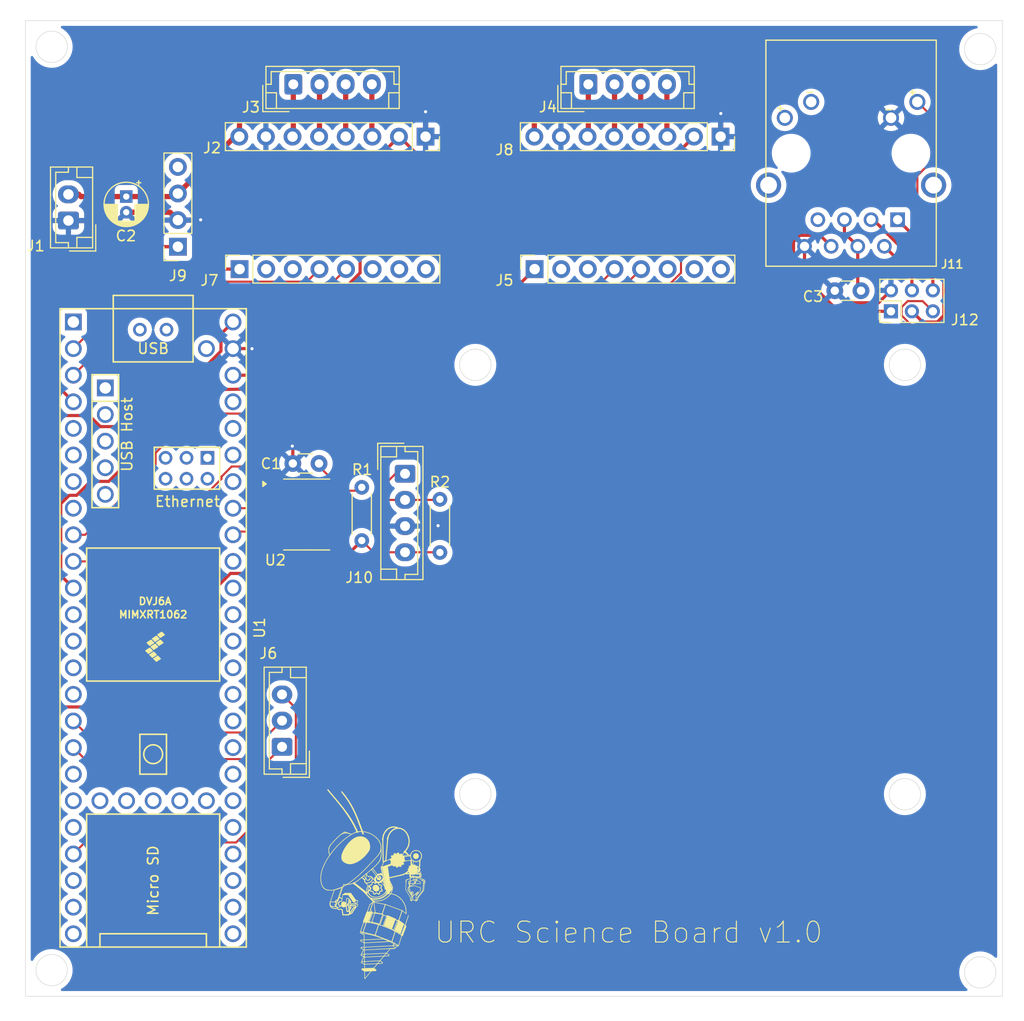
<source format=kicad_pcb>
(kicad_pcb (version 20240108) (generator "pcbnew") (generator_version "8.0")
  (layers (0 "F.Cu" signal) (31 "B.Cu" signal) (34 "B.Paste" user) (35 "F.Paste" user) (36 "B.SilkS" user "B.Silkscreen") (37 "F.SilkS" user "F.Silkscreen") (38 "B.Mask" user) (39 "F.Mask" user) (44 "Edge.Cuts" user))
  (net 0 "")
  (net 1 "+5V")
  (net 2 "/EN")
  (net 3 "GND")
  (net 4 "+24V")
  (net 5 "/D1_A2")
  (net 6 "/D1_B1")
  (net 7 "/D1_B2")
  (net 8 "+3.3V")
  (net 9 "/D1_A1")
  (net 10 "/D2_B1")
  (net 11 "/D2_A2")
  (net 12 "/D2_A1")
  (net 13 "/D2_B2")
  (net 17 "/D2_TX")
  (net 19 "/D2_EN")
  (net 21 "/D2_RX")
  (net 22 "/EN1")
  (net 23 "/EN2")
  (net 24 "/ENA")
  (net 26 "/D1_EN")
  (net 27 "/D1_TX")
  (net 28 "/D1_RX")
  (net 34 "/Black{slash}SDA")
  (net 35 "/Yellow{slash}SCL")
  (net 53 "TEMP_SDA")
  (net 57 "TEMP_SCL")
  (net 102 "/CTR")
  (net 103 "/TX-")
  (net 104 "/RX-")
  (net 105 "/TX+")
  (net 106 "/RX+")
  (net 107 "/LED")
  (footprint "Connector_PinSocket_2.54mm:PinSocket_1x08_P2.54mm_Vertical" (layer "F.Cu") (at 36.37 43.95 90)
    (property "Reference" "J7")
    (property "Value" "Conn_01x08")
  )
  (footprint "Resistor_THT:R_Axial_DIN0204_L3.6mm_D1.6mm_P5.08mm_Horizontal" (layer "F.Cu") (at 48.03 69.87 90)
    (property "Reference" "R1")
    (property "Value" "200k")
  )
  (footprint "Connector_PinHeader_2.00mm:PinHeader_2x03_P2.00mm_Vertical" (layer "F.Cu") (at 98.54 47.98 90)
    (property "Reference" "J12")
    (property "Value" "Conn_02x03_Counter_Clockwise")
  )
  (footprint "Connector_PinSocket_2.54mm:PinSocket_1x08_P2.54mm_Vertical" (layer "F.Cu") (at 54.12 31.3 -90)
    (property "Reference" "J2")
    (property "Value" "Conn_01x08")
  )
  (footprint "Connector_PinSocket_2.54mm:PinSocket_1x08_P2.54mm_Vertical" (layer "F.Cu") (at 64.53 43.95 90)
    (property "Reference" "J5")
    (property "Value" "Conn_01x08")
  )
  (footprint "Connector_PinSocket_2.54mm:PinSocket_1x08_P2.54mm_Vertical" (layer "F.Cu") (at 82.28 31.3 -90)
    (property "Reference" "J8")
    (property "Value" "Conn_01x08")
  )
  (footprint "Connector_JST:JST_EH_B4B-EH-A_1x04_P2.50mm_Vertical" (layer "F.Cu") (at 52.16 63.49 -90)
    (property "Reference" "J10")
    (property "Value" "Conn_01x04")
  )
  (footprint "J00-0045NL:PULSE_J00-0045NL" (layer "F.Cu") (at 94.735 32.88)
    (property "Reference" "J11")
    (property "Value" "J00-0045NL")
  )
  (footprint "Package_SO:TSSOP-20_4.4x6.5mm_P0.65mm" (layer "F.Cu") (at 42.7725 67.385)
    (property "Reference" "U2")
    (property "Value" "LSF0108PWR")
  )
  (footprint "Connector_JST:JST_EH_B4B-EH-A_1x04_P2.50mm_Vertical" (layer "F.Cu") (at 69.655 26.3)
    (property "Reference" "J4")
    (property "Value" "Conn_01x04")
  )
  (footprint "Connector_JST:JST_EH_B2B-EH-A_1x02_P2.50mm_Vertical" (layer "F.Cu") (at 20.03 39.31 90)
    (property "Reference" "J1")
    (property "Value" "Conn_01x02")
  )
  (footprint "Resistor_THT:R_Axial_DIN0204_L3.6mm_D1.6mm_P5.08mm_Horizontal" (layer "F.Cu") (at 55.49 65.93 -90)
    (property "Reference" "R2")
    (property "Value" "10k")
  )
  (footprint "Capacitor_THT:C_Disc_D3.0mm_W1.6mm_P2.50mm" (layer "F.Cu") (at 95.68 46.01 180)
    (property "Reference" "C3")
    (property "Value" "0.1uF")
  )
  (footprint "Capacitor_THT:CP_Radial_D4.0mm_P1.50mm" (layer "F.Cu") (at 25.55 37.02 -90)
    (property "Reference" "C2")
    (property "Value" "33uF")
  )
  (footprint "Connector_JST:JST_EH_B4B-EH-A_1x04_P2.50mm_Vertical" (layer "F.Cu") (at 41.495 26.3)
    (property "Reference" "J3")
    (property "Value" "Conn_01x04")
  )
  (footprint "teensy:Teensy41" (layer "F.Cu") (at 28.12 78.21 -90)
    (property "Reference" "U1")
    (property "Value" "Teensy4.1")
  )
  (footprint "Connector_JST:JST_EH_B3B-EH-A_1x03_P2.50mm_Vertical" (layer "F.Cu") (at 40.42 89.57 90)
    (property "Reference" "J6")
    (property "Value" "Conn_01x03")
  )
  (footprint "Connector_PinSocket_2.54mm:PinSocket_1x04_P2.54mm_Vertical" (layer "F.Cu") (at 30.48 41.81 180)
    (property "Reference" "J9")
    (property "Value" "Conn_01x04")
  )
  (footprint "Capacitor_THT:C_Disc_D3.0mm_W1.6mm_P2.50mm" (layer "F.Cu") (at 43.95 62.51 180)
    (property "Reference" "C1")
    (property "Value" "0.1uF")
  )
  (gr_line (start 49.921155 102.839073) (end 49.927628 102.852446) (stroke (width 0.05792) (color 255 255 255 1)) (layer "F.SilkS"))
  (gr_line (start 49.358977 103.556678) (end 49.352724 103.5614) (stroke (width 0.05792) (color 255 255 255 1)) (layer "F.SilkS"))
  (gr_line (start 49.744031 103.58022) (end 49.739913 103.585419) (stroke (width 0.05792) (color 255 255 255 1)) (layer "F.SilkS"))
  (gr_line (start 48.68447 103.558548) (end 48.674498 103.536219) (stroke (width 0.05792) (color 255 255 255 1)) (layer "F.SilkS"))
  (gr_line (start 49.393613 101.929119) (end 49.394978 101.925347) (stroke (width 0.1) (color 255 255 255 1)) (layer "F.SilkS"))
  (gr_line (start 47.430867 104.90452) (end 47.430867 104.741808) (stroke (width 0.1) (color 255 255 255 1)) (layer "F.SilkS"))
  (gr_line (start 49.716442 102.489029) (end 49.713823 102.486993) (stroke (width 0.1) (color 255 255 255 1)) (layer "F.SilkS"))
  (gr_line (start 48.733903 103.644001) (end 48.720103 103.623253) (stroke (width 0.05792) (color 255 255 255 1)) (layer "F.SilkS"))
  (gr_line (start 50.006993 102.321064) (end 50.007328 102.323737) (stroke (width 0.1) (color 255 255 255 1)) (layer "F.SilkS"))
  (gr_line (start 49.747389 102.211709) (end 49.741196 102.215862) (stroke (width 0.1) (color 255 255 255 1)) (layer "F.SilkS"))
  (gr_line (start 49.864057 102.758119) (end 49.869963 102.762831) (stroke (width 0.05792) (color 255 255 255 1)) (layer "F.SilkS"))
  (gr_line (start 48.931472 102.764379) (end 48.940257 102.760572) (stroke (width 0.05792) (color 255 255 255 1)) (layer "F.SilkS"))
  (gr_line (start 44.956426 99.091884) (end 44.938577 99.128905) (stroke (width 0.05792) (color 255 255 255 1)) (layer "F.SilkS"))
  (gr_line (start 46.888206 104.393134) (end 46.888206 104.760013) (stroke (width 0.05792) (color 255 255 255 1)) (layer "F.SilkS"))
  (gr_line (start 49.67655 102.719508) (end 49.690173 102.730577) (stroke (width 0.05792) (color 255 255 255 1)) (layer "F.SilkS"))
  (gr_line (start 48.645084 103.117835) (end 48.658354 103.066087) (stroke (width 0.05792) (color 255 255 255 1)) (layer "F.SilkS"))
  (gr_line (start 51.980274 104.360363) (end 52.021304 104.427195) (stroke (width 0.05792) (color 255 255 255 1)) (layer "F.SilkS"))
  (gr_line (start 49.311146 102.151055) (end 49.308211 102.150574) (stroke (width 0.1) (color 255 255 255 1)) (layer "F.SilkS"))
  (gr_line (start 49.68042 102.162573) (end 49.674703 102.163856) (stroke (width 0.05792) (color 255 255 255 1)) (layer "F.SilkS"))
  (gr_line (start 45.982959 98.74739) (end 45.70345 99.027521) (stroke (width 0.05792) (color 255 255 255 1)) (layer "F.SilkS"))
  (gr_line (start 45.727286 105.032937) (end 45.727392 105.028886) (stroke (width 0.05792) (color 255 255 255 1)) (layer "F.SilkS"))
  (gr_line (start 53.406663 99.500877) (end 53.430248 99.510804) (stroke (width 0.055379) (color 255 255 255 1)) (layer "F.SilkS"))
  (gr_line (start 49.824016 100.23899) (end 49.810776 100.287304) (stroke (width 0.05792) (color 255 255 255 1)) (layer "F.SilkS"))
  (gr_line (start 46.060474 104.776358) (end 46.055005 104.776573) (stroke (width 0.05792) (color 255 255 255 1)) (layer "F.SilkS"))
  (gr_line (start 49.65906 102.485375) (end 49.654842 102.486161) (stroke (width 0.1) (color 255 255 255 1)) (layer "F.SilkS"))
  (gr_line (start 48.891641 102.441067) (end 48.860495 102.465556) (stroke (width 0.05792) (color 255 255 255 1)) (layer "F.SilkS"))
  (gr_line (start 45.871596 104.701662) (end 45.864641 104.693417) (stroke (width 0.05792) (color 255 255 255 1)) (layer "F.SilkS"))
  (gr_line (start 51.229483 108.734084) (end 51.189068 108.81544) (stroke (width 0.05792) (color 255 255 255 1)) (layer "F.SilkS"))
  (gr_line (start 44.229111 102.778204) (end 44.263088 102.854405) (stroke (width 0.05792) (color 255 255 255 1)) (layer "F.SilkS"))
  (gr_line (start 48.920538 102.414995) (end 48.891641 102.441067) (stroke (width 0.05792) (color 255 255 255 1)) (layer "F.SilkS"))
  (gr_line (start 49.733154 103.444416) (end 49.729303 103.454195) (stroke (width 0.05792) (color 255 255 255 1)) (layer "F.SilkS"))
  (gr_line (start 53.405411 101.036724) (end 53.415261 101.046522) (stroke (width 0.05792) (color 255 255 255 1)) (layer "F.SilkS"))
  (gr_line (start 46.129783 105.108643) (end 46.12708 105.105793) (stroke (width 0.05792) (color 255 255 255 1)) (layer "F.SilkS"))
  (gr_line (start 48.456447 102.575466) (end 48.443059 102.572098) (stroke (width 0.05792) (color 255 255 255 1)) (layer "F.SilkS"))
  (gr_line (start 50.78203 102.560106) (end 50.790553 102.583887) (stroke (width 0.05792) (color 255 255 255 1)) (layer "F.SilkS"))
  (gr_line (start 49.727523 102.515005) (end 49.726684 102.512586) (stroke (width 0.1) (color 255 255 255 1)) (layer "F.SilkS"))
  (gr_line (start 48.697714 102.550457) (end 48.677828 102.556803) (stroke (width 0.05792) (color 255 255 255 1)) (layer "F.SilkS"))
  (gr_line (start 52.265881 101.68513) (end 52.530764 101.3646) (stroke (width 0.1) (color 255 255 255 1)) (layer "F.SilkS"))
  (gr_line (start 52.419633 99.168701) (end 52.449848 99.100662) (stroke (width 0.1) (color 255 255 255 1)) (layer "F.SilkS"))
  (gr_line (start 44.773171 103.242967) (end 44.822132 103.252428) (stroke (width 0.05792) (color 255 255 255 1)) (layer "F.SilkS"))
  (gr_line (start 50.173026 102.591673) (end 50.201892 102.876418) (stroke (width 0.05792)) (layer "F.SilkS"))
  (gr_line (start 48.311278 106.331096) (end 48.279944 106.33316) (stroke (width 0.05792) (color 255 255 255 1)) (layer "F.SilkS"))
  (gr_line (start 45.095345 104.866044) (end 45.083214 104.851435) (stroke (width 0.05792) (color 255 255 255 1)) (layer "F.SilkS"))
  (gr_line (start 49.809339 102.021614) (end 49.812282 102.026432) (stroke (width 0.1) (color 255 255 255 1)) (layer "F.SilkS"))
  (gr_line (start 48.855438 103.176642) (end 48.860781 103.1732) (stroke (width 0.05792) (color 255 255 255 1)) (layer "F.SilkS"))
  (gr_line (start 48.638607 102.567363) (end 48.601111 102.575088) (stroke (width 0.05792) (color 255 255 255 1)) (layer "F.SilkS"))
  (gr_line (start 49.411984 102.543813) (end 49.415144 102.538358) (stroke (width 0.05792) (color 255 255 255 1)) (layer "F.SilkS"))
  (gr_line (start 49.037533 102.087129) (end 49.041365 102.100642) (stroke (width 0.05792) (color 255 255 255 1)) (layer "F.SilkS"))
  (gr_line (start 49.748614 102.109156) (end 49.746551 102.113523) (stroke (width 0.05792) (color 255 255 255 1)) (layer "F.SilkS"))
  (gr_line (start 49.683603 101.77018) (end 49.686222 101.772216) (stroke (width 0.1) (color 255 255 255 1)) (layer "F.SilkS"))
  (gr_line (start 49.785422 101.746972) (end 49.787079 101.743864) (stroke (width 0.1) (color 255 255 255 1)) (layer "F.SilkS"))
  (gr_line (start 48.480126 103.231912) (end 48.493698 103.162857) (stroke (width 0.05792) (color 255 255 255 1)) (layer "F.SilkS"))
  (gr_line (start 49.008684 102.538698) (end 49.012801 102.5335) (stroke (width 0.05792) (color 255 255 255 1)) (layer "F.SilkS"))
  (gr_line (start 50.497545 97.426239) (end 50.462951 97.454776) (stroke (width 0.1) (color 255 255 255 1)) (layer "F.SilkS"))
  (gr_line (start 48.556595 105.340365) (end 48.799059 104.637206) (stroke (width 0.05792) (color 255 255 255 1)) (layer "F.SilkS"))
  (gr_line (start 53.645266 99.687333) (end 53.65978 99.7088) (stroke (width 0.055379) (color 255 255 255 1)) (layer "F.SilkS"))
  (gr_line (start 49.882954 101.71443) (end 49.884758 101.716463) (stroke (width 0.1) (color 255 255 255 1)) (layer "F.SilkS"))
  (gr_line (start 53.830552 102.341031) (end 53.818387 102.336176) (stroke (width 0.048874) (color 255 255 255 1)) (layer "F.SilkS"))
  (gr_line (start 45.831464 104.637545) (end 45.827498 104.627304) (stroke (width 0.05792) (color 255 255 255 1)) (layer "F.SilkS"))
  (gr_line (start 53.536932 101.419089) (end 53.528838 101.426982) (stroke (width 0.05792) (color 255 255 255 1)) (layer "F.SilkS"))
  (gr_line (start 49.347172 102.456703) (end 49.346968 102.453664) (stroke (width 0.1) (color 255 255 255 1)) (layer "F.SilkS"))
  (gr_line (start 49.46916 102.467289) (end 49.463499 102.466766) (stroke (width 0.1) (color 255 255 255 1)) (layer "F.SilkS"))
  (gr_line (start 50.520741 98.257982) (end 50.52056 98.257716) (stroke (width 0.1) (color 255 255 255 1)) (layer "F.SilkS"))
  (gr_line (start 49.986961 102.277895) (end 49.985966 102.282486) (stroke (width 0.1) (color 255 255 255 1)) (layer "F.SilkS"))
  (gr_line (start 45.842034 104.433664) (end 45.847515 104.424383) (stroke (width 0.05792) (color 255 255 255 1)) (layer "F.SilkS"))
  (gr_line (start 50.05117 105.576442) (end 50.092207 105.642539) (stroke (width 0.05792) (color 255 255 255 1)) (layer "F.SilkS"))
  (gr_line (start 49.961748 102.384646) (end 49.956806 102.388428) (stroke (width 0.1) (color 255 255 255 1)) (layer "F.SilkS"))
  (gr_line (start 45.659598 104.220145) (end 45.666506 104.219058) (stroke (width 0.05792) (color 255 255 255 1)) (layer "F.SilkS"))
  (gr_line (start 48.940257 102.760572) (end 48.949383 102.755467) (stroke (width 0.05792) (color 255 255 255 1)) (layer "F.SilkS"))
  (gr_line (start 50.398175 103.358744) (end 50.282549 103.525069) (stroke (width 0.05792) (color 255 255 255 1)) (layer "F.SilkS"))
  (gr_line (start 54.006281 102.58586) (end 53.942777 103.271582) (stroke (width 0.05792) (color 255 255 255 1)) (layer "F.SilkS"))
  (gr_line (start 51.348611 97.355467) (end 51.305667 97.365399) (stroke (width 0.1) (color 255 255 255 1)) (layer "F.SilkS"))
  (gr_line (start 49.272979 102.289354) (end 49.273359 102.284592) (stroke (width 0.1) (color 255 255 255 1)) (layer "F.SilkS"))
  (gr_line (start 49.733189 102.133015) (end 49.729908 102.13643) (stroke (width 0.05792) (color 255 255 255 1)) (layer "F.SilkS"))
  (gr_line (start 49.723087 101.776457) (end 49.731774 101.775122) (stroke (width 0.1) (color 255 255 255 1)) (layer "F.SilkS"))
  (gr_line (start 45.65216 104.977908) (end 45.639103 104.983608) (stroke (width 0.05792) (color 255 255 255 1)) (layer "F.SilkS"))
  (gr_line (start 53.453287 99.521841) (end 53.475743 99.533961) (stroke (width 0.055379) (color 255 255 255 1)) (layer "F.SilkS"))
  (gr_line (start 49.342505 102.343291) (end 49.33903 102.342527) (stroke (width 0.1) (color 255 255 255 1)) (layer "F.SilkS"))
  (gr_line (start 52.245815 102.464602) (end 52.244226 102.448312) (stroke (width 0.048874) (color 255 255 255 1)) (layer "F.SilkS"))
  (gr_line (start 45.013666 104.406179) (end 45.005732 104.445458) (stroke (width 0.05792) (color 255 255 255 1)) (layer "F.SilkS"))
  (gr_line (start 46.134461 105.114383) (end 46.132233 105.111511) (stroke (width 0.05792) (color 255 255 255 1)) (layer "F.SilkS"))
  (gr_line (start 45.122399 104.893619) (end 45.1084 104.880115) (stroke (width 0.05792) (color 255 255 255 1)) (layer "F.SilkS"))
  (gr_line (start 50.326008 105.715268) (end 50.410062 105.743378) (stroke (width 0.05792) (color 255 255 255 1)) (layer "F.SilkS"))
  (gr_line (start 45.923609 104.349489) (end 45.933021 104.344119) (stroke (width 0.05792) (color 255 255 255 1)) (layer "F.SilkS"))
  (gr_line (start 51.43154 106.15391) (end 51.062063 107.101138) (stroke (width 0.05792) (color 255 255 255 1)) (layer "F.SilkS"))
  (gr_poly (pts (xy 53.222968 99.760698) (xy 53.234889 99.761685) (xy 53.246663 99.7633) (xy 53.258273 99.765528) (xy 53.269702 99.768354) (xy 53.280932 99.771763) (xy 53.291947 99.775741) (xy 53.302728 99.780272) (xy 53.313259 99.785341) (xy 53.323523 99.790935) (xy 53.333501 99.797037) (xy 53.343177 99.803633) (xy 53.352534 99.810708) (xy 53.361554 99.818247) (xy 53.37022 99.826235) (xy 53.378514 99.834658) (xy 53.38642 99.8435) (xy 53.39392 99.852746) (xy 53.400996 99.862381) (xy 53.407632 99.872392) (xy 53.41381 99.882762) (xy 53.419513 99.893477) (xy 53.424724 99.904521) (xy 53.429425 99.915881) (xy 53.433599 99.927541) (xy 53.437228 99.939485) (xy 53.440296 99.9517) (xy 53.442785 99.964171) (xy 53.444657 99.976734) (xy 53.445894 99.989225) (xy 53.446506 100.001627) (xy 53.446506 100.013925) (xy 53.445905 100.0261) (xy 53.444716 100.038136) (xy 53.442949 100.050017) (xy 53.440618 100.061725) (xy 53.437732 100.073243) (xy 53.434305 100.084555) (xy 53.430348 100.095643) (xy 53.425873 100.106491) (xy 53.420891 100.117082) (xy 53.415414 100.1274) (xy 53.409455 100.137426) (xy 53.403024 100.147145) (xy 53.396133 100.15654) (xy 53.388795 100.165593) (xy 53.381021 100.174288) (xy 53.372823 100.182607) (xy 53.364212 100.190535) (xy 53.3552 100.198054) (xy 53.345799 100.205148) (xy 53.336021 100.211798) (xy 53.325878 100.21799) (xy 53.315381 100.223705) (xy 53.304542 100.228927) (xy 53.293372 100.233639) (xy 53.281884 100.237824) (xy 53.27009 100.241465) (xy 53.258 100.244546) (xy 53.245628 100.24705) (xy 53.233147 100.248934) (xy 53.220738 100.250179) (xy 53.208416 100.250795) (xy 53.1962 100.250794) (xy 53.184104 100.25019) (xy 53.172147 100.248992) (xy 53.160344 100.247214) (xy 53.148713 100.244867) (xy 53.137271 100.241962) (xy 53.126033 100.238512) (xy 53.115018 100.234529) (xy 53.104241 100.230023) (xy 53.093719 100.225008) (xy 53.08347 100.219495) (xy 53.073509 100.213496) (xy 53.063854 100.207022) (xy 53.054522 100.200086) (xy 53.045528 100.192699) (xy 53.036891 100.184873) (xy 53.028626 100.17662) (xy 53.020751 100.167952) (xy 53.013281 100.158881) (xy 53.006235 100.149418) (xy 52.999628 100.139575) (xy 52.993478 100.129364) (xy 52.987801 100.118797) (xy 52.982614 100.107886) (xy 52.977933 100.096643) (xy 52.973776 100.085079) (xy 52.970159 100.073207) (xy 52.967099 100.061037) (xy 52.964613 100.048582) (xy 52.962741 100.036019) (xy 52.961504 100.023528) (xy 52.960892 100.011125) (xy 52.960892 99.998827) (xy 52.961493 99.986652) (xy 52.962682 99.974615) (xy 52.964449 99.962735) (xy 52.96678 99.951027) (xy 52.969666 99.939508) (xy 52.973093 99.928196) (xy 52.97705 99.917108) (xy 52.981525 99.90626) (xy 52.986507 99.895668) (xy 52.991984 99.885351) (xy 52.997943 99.875325) (xy 53.004374 99.865606) (xy 53.011265 99.856211) (xy 53.018603 99.847159) (xy 53.026377 99.838464) (xy 53.034576 99.830144) (xy 53.043187 99.822217) (xy 53.052198 99.814698) (xy 53.061599 99.807605) (xy 53.071377 99.800955) (xy 53.08152 99.794764) (xy 53.092017 99.789049) (xy 53.102857 99.783827) (xy 53.114026 99.779116) (xy 53.125514 99.774931) (xy 53.137308 99.77129) (xy 53.149398 99.76821) (xy 53.16177 99.765707) (xy 53.174165 99.76333) (xy 53.186499 99.761656) (xy 53.198756 99.760669) (xy 53.210918 99.760355)) (stroke (width 0.055379) (color 255 255 255 1)) (fill solid) (layer "F.SilkS"))
  (gr_line (start 50.517011 98.255683) (end 50.516519 98.255634) (stroke (width 0.1) (color 255 255 255 1)) (layer "F.SilkS"))
  (gr_line (start 48.630828 103.37113) (end 48.626592 103.32168) (stroke (width 0.05792) (color 255 255 255 1)) (layer "F.SilkS"))
  (gr_line (start 49.870574 103.101228) (end 49.87476 103.113022) (stroke (width 0.05792) (color 255 255 255 1)) (layer "F.SilkS"))
  (gr_line (start 50.201892 102.876418) (end 49.698188 102.240614) (stroke (width 0.05792) (color 255 255 255 1)) (layer "F.SilkS"))
  (gr_line (start 49.474928 102.481893) (end 49.480179 102.482614) (stroke (width 0.05792) (color 255 255 255 1)) (layer "F.SilkS"))
  (gr_line (start 48.997378 103.354281) (end 48.988846 103.352834) (stroke (width 0.05792) (color 255 255 255 1)) (layer "F.SilkS"))
  (gr_line (start 53.584856 101.998934) (end 53.509799 102.004744) (stroke (width 0.1)) (layer "F.SilkS"))
  (gr_line (start 49.394965 101.942725) (end 49.39382 101.940544) (stroke (width 0.1) (color 255 255 255 1)) (layer "F.SilkS"))
  (gr_line (start 48.991789 102.329405) (end 48.981664 102.344283) (stroke (width 0.05792) (color 255 255 255 1)) (layer "F.SilkS"))
  (gr_line (start 53.685755 99.754063) (end 53.697139 99.777806) (stroke (width 0.055379) (color 255 255 255 1)) (layer "F.SilkS"))
  (gr_line (start 45.564325 104.537484) (end 45.566195 104.520968) (stroke (width 0.05792) (color 255 255 255 1)) (layer "F.SilkS"))
  (gr_line (start 53.491311 101.299225) (end 53.485627 101.323552) (stroke (width 0.05792) (color 255 255 255 1)) (layer "F.SilkS"))
  (gr_line (start 45.757275 104.161184) (end 45.767713 104.150729) (stroke (width 0.05792) (color 255 255 255 1)) (layer "F.SilkS"))
  (gr_line (start 49.007682 102.574285) (end 49.005703 102.569072) (stroke (width 0.05792) (color 255 255 255 1)) (layer "F.SilkS"))
  (gr_line (start 49.304616 102.351394) (end 49.301889 102.352028) (stroke (width 0.1) (color 255 255 255 1)) (layer "F.SilkS"))
  (gr_line (start 50.800493 103.570627) (end 50.75794 103.63535) (stroke (width 0.05792) (color 255 255 255 1)) (layer "F.SilkS"))
  (gr_line (start 49.492423 102.473553) (end 49.489308 102.472464) (stroke (width 0.1) (color 255 255 255 1)) (layer "F.SilkS"))
  (gr_line (start 49.295596 103.638195) (end 49.288259 103.638626) (stroke (width 0.05792) (color 255 255 255 1)) (layer "F.SilkS"))
  (gr_line (start 49.04786 102.159524) (end 49.047398 102.174952) (stroke (width 0.05792) (color 255 255 255 1)) (layer "F.SilkS"))
  (gr_line (start 49.554243 102.505072) (end 49.568415 102.511186) (stroke (width 0.05792) (color 255 255 255 1)) (layer "F.SilkS"))
  (gr_line (start 53.939713 102.481299) (end 53.938102 102.468993) (stroke (width 0.048874) (color 255 255 255 1)) (layer "F.SilkS"))
  (gr_line (start 49.003274 102.553876) (end 49.004042 102.548856) (stroke (width 0.05792) (color 255 255 255 1)) (layer "F.SilkS"))
  (gr_line (start 50.730777 108.184908) (end 51.131347 108.385416) (stroke (width 0.05792) (color 255 255 255 1)) (layer "F.SilkS"))
  (gr_line (start 48.873315 102.99583) (end 48.868279 102.986799) (stroke (width 0.05792) (color 255 255 255 1)) (layer "F.SilkS"))
  (gr_line (start 52.874775 104.183932) (end 52.932514 103.474966) (stroke (width 0.05792) (color 255 255 255 1)) (layer "F.SilkS"))
  (gr_line (start 53.687682 100.239845) (end 53.675642 100.26245) (stroke (width 0.055379) (color 255 255 255 1)) (layer "F.SilkS"))
  (gr_line (start 47.627148 104.247858) (end 47.627148 104.41638) (stroke (width 0.05792) (color 255 255 255 1)) (layer "F.SilkS"))
  (gr_line (start 49.627173 102.496751) (end 49.625106 102.49824) (stroke (width 0.1) (color 255 255 255 1)) (layer "F.SilkS"))
  (gr_line (start 45.82373 104.014615) (end 45.830785 104.010384) (stroke (width 0.05792) (color 255 255 255 1)) (layer "F.SilkS"))
  (gr_line (start 45.809801 104.026703) (end 45.813356 104.022743) (stroke (width 0.05792) (color 255 255 255 1)) (layer "F.SilkS"))
  (gr_line (start 46.124091 105.102972) (end 46.120782 105.100191) (stroke (width 0.05792) (color 255 255 255 1)) (layer "F.SilkS"))
  (gr_line (start 49.810776 100.287304) (end 49.792804 100.336625) (stroke (width 0.05792) (color 255 255 255 1)) (layer "F.SilkS"))
  (gr_line (start 47.339067 102.539429) (end 47.267914 102.571659) (stroke (width 0.05792) (color 255 255 255 1)) (layer "F.SilkS"))
  (gr_line (start 49.348076 102.447997) (end 49.349274 102.445319) (stroke (width 0.1) (color 255 255 255 1)) (layer "F.SilkS"))
  (gr_line (start 49.764897 104.268796) (end 49.687216 104.282504) (stroke (width 0.05792) (color 255 255 255 1)) (layer "F.SilkS"))
  (gr_line (start 49.129348 103.46129) (end 49.124281 103.452255) (stroke (width 0.05792) (color 255 255 255 1)) (layer "F.SilkS"))
  (gr_line (start 49.316569 102.059959) (end 49.319298 102.058079) (stroke (width 0.1) (color 255 255 255 1)) (layer "F.SilkS"))
  (gr_line (start 50.953608 97.542463) (end 50.919015 97.571001) (stroke (width 0.1) (color 255 255 255 1)) (layer "F.SilkS"))
  (gr_line (start 48.736576 102.535727) (end 48.717304 102.543423) (stroke (width 0.05792) (color 255 255 255 1)) (layer "F.SilkS"))
  (gr_line (start 45.416098 98.52965) (end 45.349079 98.607557) (stroke (width 0.05792) (color 255 255 255 1)) (layer "F.SilkS"))
  (gr_line (start 45.94897 104.758558) (end 45.939237 104.753953) (stroke (width 0.05792) (color 255 255 255 1)) (layer "F.SilkS"))
  (gr_line (start 48.493698 103.162857) (end 48.512396 103.093522) (stroke (width 0.05792) (color 255 255 255 1)) (layer "F.SilkS"))
  (gr_line (start 49.376194 102.408083) (end 49.37714 102.404176) (stroke (width 0.1) (color 255 255 255 1)) (layer "F.SilkS"))
  (gr_line (start 45.546702 104.830454) (end 45.542798 104.827813) (stroke (width 0.05792) (color 255 255 255 1)) (layer "F.SilkS"))
  (gr_line (start 48.315108 102.349795) (end 48.317289 102.332708) (stroke (width 0.05792) (color 255 255 255 1)) (layer "F.SilkS"))
  (gr_line (start 49.538002 102.498682) (end 49.554243 102.505072) (stroke (width 0.05792) (color 255 255 255 1)) (layer "F.SilkS"))
  (gr_line (start 49.773808 98.729902) (end 49.730413 98.641358) (stroke (width 0.05792) (color 255 255 255 1)) (layer "F.SilkS"))
  (gr_line (start 49.726684 102.512586) (end 49.725279 102.507331) (stroke (width 0.1) (color 255 255 255 1)) (layer "F.SilkS"))
  (gr_line (start 54.024762 102.337968) (end 54.03147 102.349779) (stroke (width 0.05792) (color 255 255 255 1)) (layer "F.SilkS"))
  (gr_line (start 53.509799 102.004744) (end 53.861956 102.237189) (stroke (width 0.05792) (color 255 255 255 1)) (layer "F.SilkS"))
  (gr_line (start 49.411428 101.986444) (end 49.413081 101.981309) (stroke (width 0.1) (color 255 255 255 1)) (layer "F.SilkS"))
  (gr_line (start 48.85005 103.179705) (end 48.855438 103.176642) (stroke (width 0.05792) (color 255 255 255 1)) (layer "F.SilkS"))
  (gr_line (start 47.430867 104.741808) (end 46.905527 104.741808) (stroke (width 0.1) (color 255 255 255 1)) (layer "F.SilkS"))
  (gr_line (start 48.887292 103.13843) (end 48.890016 103.12926) (stroke (width 0.05792) (color 255 255 255 1)) (layer "F.SilkS"))
  (gr_line (start 49.578946 101.801492) (end 49.578694 101.798954) (stroke (width 0.1) (color 255 255 255 1)) (layer "F.SilkS"))
  (gr_line (start 53.708509 100.192911) (end 53.698647 100.216652) (stroke (width 0.055379) (color 255 255 255 1)) (layer "F.SilkS"))
  (gr_line (start 45.851893 104.675954) (end 45.84613 104.666764) (stroke (width 0.05792) (color 255 255 255 1)) (layer "F.SilkS"))
  (gr_line (start 45.902947 104.731043) (end 45.894609 104.724267) (stroke (width 0.05792) (color 255 255 255 1)) (layer "F.SilkS"))
  (gr_line (start 46.497227 97.79087) (end 46.451096 97.792158) (stroke (width 0.05792) (color 255 255 255 1)) (layer "F.SilkS"))
  (gr_line (start 49.868768 102.972468) (end 49.865422 102.980492) (stroke (width 0.05792) (color 255 255 255 1)) (layer "F.SilkS"))
  (gr_line (start 49.548157 102.187657) (end 49.546143 102.182242) (stroke (width 0.1) (color 255 255 255 1)) (layer "F.SilkS"))
  (gr_line (start 52.750858 100.811086) (end 52.753169 100.780304) (stroke (width 0.1) (color 255 255 255 1)) (layer "F.SilkS"))
  (gr_line (start 48.524934 106.329264) (end 48.494546 106.328529) (stroke (width 0.05792) (color 255 255 255 1)) (layer "F.SilkS"))
  (gr_line (start 50.238198 103.736414) (end 50.289493 103.693462) (stroke (width 0.05792) (color 255 255 255 1)) (layer "F.SilkS"))
  (gr_line (start 50.082632 102.196583) (end 50.080185 102.198093) (stroke (width 0.1) (color 255 255 255 1)) (layer "F.SilkS"))
  (gr_line (start 50.520136 98.257206) (end 50.519892 98.256966) (stroke (width 0.1) (color 255 255 255 1)) (layer "F.SilkS"))
  (gr_line (start 46.149982 105.138537) (end 46.148267 105.136144) (stroke (width 0.05792) (color 255 255 255 1)) (layer "F.SilkS"))
  (gr_line (start 45.727392 105.028886) (end 45.727955 105.024805) (stroke (width 0.05792) (color 255 255 255 1)) (layer "F.SilkS"))
  (gr_line (start 53.563479 100.400996) (end 53.543796 100.417513) (stroke (width 0.055379) (color 255 255 255 1)) (layer "F.SilkS"))
  (gr_line (start 49.613467 102.513236) (end 49.595183 102.566623) (stroke (width 0.1) (color 255 255 255 1)) (layer "F.SilkS"))
  (gr_line (start 52.449848 99.100662) (end 52.476529 99.030129) (stroke (width 0.1) (color 255 255 255 1)) (layer "F.SilkS"))
  (gr_line (start 49.271705 104.074611) (end 49.334019 104.073999) (stroke (width 0.05792) (color 255 255 255 1)) (layer "F.SilkS"))
  (gr_line (start 49.049241 104.104163) (end 49.00063 104.089712) (stroke (width 0.05792) (color 255 255 255 1)) (layer "F.SilkS"))
  (gr_line (start 45.556126 104.576944) (end 45.559245 104.565357) (stroke (width 0.05792) (color 255 255 255 1)) (layer "F.SilkS"))
  (gr_line (start 49.089062 104.058813) (end 49.149073 104.06705) (stroke (width 0.05792) (color 255 255 255 1)) (layer "F.SilkS"))
  (gr_line (start 44.999777 104.482063) (end 44.995844 104.516158) (stroke (width 0.05792) (color 255 255 255 1)) (layer "F.SilkS"))
  (gr_line (start 49.040109 102.221627) (end 49.035792 102.237227) (stroke (width 0.05792) (color 255 255 255 1)) (layer "F.SilkS"))
  (gr_line (start 51.472846 107.318293) (end 51.272315 107.203504) (stroke (width 0.05792) (color 255 255 255 1)) (layer "F.SilkS"))
  (gr_line (start 49.938153 101.791897) (end 49.94255 101.791735) (stroke (width 0.1) (color 255 255 255 1)) (layer "F.SilkS"))
  (gr_line (start 53.928803 102.434957) (end 53.924255 102.424566) (stroke (width 0.048874) (color 255 255 255 1)) (layer "F.SilkS"))
  (gr_line (start 49.613828 99.895128) (end 49.683531 99.795653) (stroke (width 0.05792) (color 255 255 255 1)) (layer "F.SilkS"))
  (gr_line (start 52.013719 101.750715) (end 52.068588 101.726722) (stroke (width 0.1) (color 255 255 255 1)) (layer "F.SilkS"))
  (gr_line (start 49.320792 102.214929) (end 49.335947 102.208128) (stroke (width 0.05792) (color 255 255 255 1)) (layer "F.SilkS"))
  (gr_line (start 50.276942 104.619772) (end 49.970973 105.537936) (stroke (width 0.05792) (color 255 255 255 1)) (layer "F.SilkS"))
  (gr_line (start 49.612256 102.516772) (end 49.613467 102.513236) (stroke (width 0.1)) (layer "F.SilkS"))
  (gr_line (start 45.602489 104.832498) (end 45.596536 104.831797) (stroke (width 0.05792) (color 255 255 255 1)) (layer "F.SilkS"))
  (gr_line (start 49.944272 103.179316) (end 49.955394 103.184536) (stroke (width 0.05792) (color 255 255 255 1)) (layer "F.SilkS"))
  (gr_line (start 49.886607 101.72602) (end 49.886087 101.728712) (stroke (width 0.1) (color 255 255 255 1)) (layer "F.SilkS"))
  (gr_line (start 49.403499 102.554178) (end 49.408131 102.549106) (stroke (width 0.05792) (color 255 255 255 1)) (layer "F.SilkS"))
  (gr_line (start 46.033444 104.317654) (end 46.038857 104.31785) (stroke (width 0.05792) (color 255 255 255 1)) (layer "F.SilkS"))
  (gr_line (start 49.687548 102.239964) (end 49.680519 102.241724) (stroke (width 0.1) (color 255 255 255 1)) (layer "F.SilkS"))
  (gr_line (start 46.071331 104.32123) (end 46.082155 104.32299) (stroke (width 0.05792) (color 255 255 255 1)) (layer "F.SilkS"))
  (gr_line (start 49.933422 101.791702) (end 49.938153 101.791897) (stroke (width 0.1) (color 255 255 255 1)) (layer "F.SilkS"))
  (gr_line (start 45.061643 104.820715) (end 45.052163 104.804663) (stroke (width 0.05792) (color 255 255 255 1)) (layer "F.SilkS"))
  (gr_line (start 50.210641 103.574454) (end 50.190345 103.592464) (stroke (width 0.05792) (color 255 255 255 1)) (layer "F.SilkS"))
  (gr_line (start 53.740545 99.933785) (end 53.743191 99.960896) (stroke (width 0.055379) (color 255 255 255 1)) (layer "F.SilkS"))
  (gr_line (start 49.821029 102.452478) (end 49.821643 102.458634) (stroke (width 0.1) (color 255 255 255 1)) (layer "F.SilkS"))
  (gr_line (start 49.608567 103.638195) (end 49.602225 103.636946) (stroke (width 0.05792) (color 255 255 255 1)) (layer "F.SilkS"))
  (gr_line (start 53.444117 101.412343) (end 53.429512 101.431817) (stroke (width 0.05792) (color 255 255 255 1)) (layer "F.SilkS"))
  (gr_line (start 52.099027 99.616341) (end 52.068925 99.603816) (stroke (width 0.1) (color 255 255 255 1)) (layer "F.SilkS"))
  (gr_line (start 49.377636 102.395523) (end 49.377073 102.390728) (stroke (width 0.1) (color 255 255 255 1)) (layer "F.SilkS"))
  (gr_line (start 49.578719 101.809454) (end 49.579 101.806737) (stroke (width 0.1) (color 255 255 255 1)) (layer "F.SilkS"))
  (gr_line (start 51.244338 97.238083) (end 51.215625 97.232969) (stroke (width 0.1) (color 255 255 255 1)) (layer "F.SilkS"))
  (gr_line (start 52.522625 102.434763) (end 52.50531 102.597475) (stroke (width 0.05792) (color 255 255 255 1)) (layer "F.SilkS"))
  (gr_line (start 46.103699 105.089705) (end 46.098303 105.087301) (stroke (width 0.05792) (color 255 255 255 1)) (layer "F.SilkS"))
  (gr_line (start 49.998171 102.253617) (end 49.994155 102.26067) (stroke (width 0.1) (color 255 255 255 1)) (layer "F.SilkS"))
  (gr_line (start 49.135965 103.478045) (end 49.1332 103.469877) (stroke (width 0.05792) (color 255 255 255 1)) (layer "F.SilkS"))
  (gr_line (start 49.783436 101.750053) (end 49.785422 101.746972) (stroke (width 0.1) (color 255 255 255 1)) (layer "F.SilkS"))
  (gr_line (start 48.949156 110.971388) (end 48.31413 111.721037) (stroke (width 0.05792) (color 255 255 255 1)) (layer "F.SilkS"))
  (gr_line (start 53.468441 101.369888) (end 53.457125 101.391661) (stroke (width 0.05792) (color 255 255 255 1)) (layer "F.SilkS"))
  (gr_line (start 49.886807 101.723438) (end 49.886607 101.72602) (stroke (width 0.1) (color 255 255 255 1)) (layer "F.SilkS"))
  (gr_line (start 52.220863 99.465823) (end 52.266469 99.412681) (stroke (width 0.1) (color 255 255 255 1)) (layer "F.SilkS"))
  (gr_line (start 53.520304 101.434227) (end 53.511373 101.440885) (stroke (width 0.05792) (color 255 255 255 1)) (layer "F.SilkS"))
  (gr_line (start 49.927628 102.852446) (end 49.932743 102.864336) (stroke (width 0.05792) (color 255 255 255 1)) (layer "F.SilkS"))
  (gr_line (start 49.405887 101.998536) (end 49.409051 101.99217) (stroke (width 0.1) (color 255 255 255 1)) (layer "F.SilkS"))
  (gr_line (start 49.75509 101.769233) (end 49.761123 101.766882) (stroke (width 0.1) (color 255 255 255 1)) (layer "F.SilkS"))
  (gr_line (start 49.816996 104.057814) (end 49.702683 104.092798) (stroke (width 0.05792) (color 255 255 255 1)) (layer "F.SilkS"))
  (gr_line (start 47.841468 97.661607) (end 47.793424 97.666087) (stroke (width 0.05792) (color 255 255 255 1)) (layer "F.SilkS"))
  (gr_line (start 52.481043 102.948958) (end 52.452803 103.2195) (stroke (width 0.048874) (color 255 255 255 1)) (layer "F.SilkS"))
  (gr_line (start 49.740542 101.980009) (end 49.74694 101.981155) (stroke (width 0.1) (color 255 255 255 1)) (layer "F.SilkS"))
  (gr_line (start 49.62389 103.638173) (end 49.615755 103.638626) (stroke (width 0.05792) (color 255 255 255 1)) (layer "F.SilkS"))
  (gr_line (start 49.645181 102.245825) (end 49.638231 102.245656) (stroke (width 0.1) (color 255 255 255 1)) (layer "F.SilkS"))
  (gr_line (start 52.375919 102.242012) (end 52.388493 102.239084) (stroke (width 0.048874) (color 255 255 255 1)) (layer "F.SilkS"))
  (gr_line (start 49.617674 102.62311) (end 49.618439 102.630565) (stroke (width 0.05792) (color 255 255 255 1)) (layer "F.SilkS"))
  (gr_line (start 50.923243 103.292489) (end 50.900212 103.364645) (stroke (width 0.05792) (color 255 255 255 1)) (layer "F.SilkS"))
  (gr_line (start 50.32105 103.4602) (end 50.304001 103.479895) (stroke (width 0.05792) (color 255 255 255 1)) (layer "F.SilkS"))
  (gr_line (start 48.871005 103.164737) (end 48.87572 103.159497) (stroke (width 0.05792) (color 255 255 255 1)) (layer "F.SilkS"))
  (gr_line (start 49.42254 101.888514) (end 48.954931 101.278342) (stroke (width 0.05792) (color 255 255 255 1)) (layer "F.SilkS"))
  (gr_line (start 45.513194 104.361341) (end 45.514565 104.354458) (stroke (width 0.05792) (color 255 255 255 1)) (layer "F.SilkS"))
  (gr_line (start 45.950995 103.970056) (end 45.959241 103.969158) (stroke (width 0.05792) (color 255 255 255 1)) (layer "F.SilkS"))
  (gr_line (start 49.73486 102.21978) (end 49.698188 102.240614) (stroke (width 0.1) (color 255 255 255 1)) (layer "F.SilkS"))
  (gr_line (start 52.49926 98.222713) (end 52.464734 98.11379) (stroke (width 0.1) (color 255 255 255 1)) (layer "F.SilkS"))
  (gr_line (start 45.816646 104.584234) (end 45.81526 104.573015) (stroke (width 0.05792) (color 255 255 255 1)) (layer "F.SilkS"))
  (gr_line (start 49.882779 101.768943) (end 49.885307 101.772068) (stroke (width 0.1) (color 255 255 255 1)) (layer "F.SilkS"))
  (gr_line (start 49.933698 102.39607) (end 49.931504 102.395238) (stroke (width 0.1) (color 255 255 255 1)) (layer "F.SilkS"))
  (gr_line (start 53.384467 101.018603) (end 53.395139 101.027414) (stroke (width 0.05792) (color 255 255 255 1)) (layer "F.SilkS"))
  (gr_line (start 49.42254 101.888514) (end 49.42254 101.888518) (stroke (width 0.05792)) (layer "F.SilkS"))
  (gr_line (start 46.03404 104.776905) (end 46.022844 104.776549) (stroke (width 0.05792) (color 255 255 255 1)) (layer "F.SilkS"))
  (gr_line (start 49.930464 103.360953) (end 49.925562 103.362368) (stroke (width 0.05792) (color 255 255 255 1)) (layer "F.SilkS"))
  (gr_line (start 53.06944 102.834246) (end 52.481043 102.948958) (stroke (width 0.048874) (color 255 255 255 1)) (layer "F.SilkS"))
  (gr_line (start 49.308193 102.069186) (end 49.311026 102.065445) (stroke (width 0.1) (color 255 255 255 1)) (layer "F.SilkS"))
  (gr_line (start 46.085054 104.772781) (end 46.081834 104.773555) (stroke (width 0.05792) (color 255 255 255 1)) (layer "F.SilkS"))
  (gr_line (start 51.272315 107.203504) (end 51.050878 107.089159) (stroke (width 0.05792) (color 255 255 255 1)) (layer "F.SilkS"))
  (gr_line (start 49.720229 101.97851) (end 49.727179 101.978679) (stroke (width 0.1) (color 255 255 255 1)) (layer "F.SilkS"))
  (gr_line (start 51.281349 106.077833) (end 51.332676 106.101622) (stroke (width 0.05792) (color 255 255 255 1)) (layer "F.SilkS"))
  (gr_line (start 50.092207 105.642539) (end 50.131173 105.653694) (stroke (width 0.05792) (color 255 255 255 1)) (layer "F.SilkS"))
  (gr_line (start 48.976872 101.998852) (end 48.987155 102.00785) (stroke (width 0.05792) (color 255 255 255 1)) (layer "F.SilkS"))
  (gr_line (start 45.638418 104.847579) (end 45.630309 104.842622) (stroke (width 0.05792) (color 255 255 255 1)) (layer "F.SilkS"))
  (gr_line (start 52.729174 100.439557) (end 52.728036 100.429909) (stroke (width 0.1) (color 255 255 255 1)) (layer "F.SilkS"))
  (gr_line (start 49.137776 103.485821) (end 49.135965 103.478045) (stroke (width 0.05792) (color 255 255 255 1)) (layer "F.SilkS"))
  (gr_line (start 49.131925 103.548136) (end 49.13252 103.542754) (stroke (width 0.05792) (color 255 255 255 1)) (layer "F.SilkS"))
  (gr_line (start 49.213152 102.552455) (end 49.219765 102.557517) (stroke (width 0.05792) (color 255 255 255 1)) (layer "F.SilkS"))
  (gr_line (start 53.906442 102.396225) (end 53.899156 102.387715) (stroke (width 0.048874) (color 255 255 255 1)) (layer "F.SilkS"))
  (gr_line (start 50.900422 108.164603) (end 51.223706 107.176691) (stroke (width 0.05792) (color 255 255 255 1)) (layer "F.SilkS"))
  (gr_line (start 45.071987 104.836316) (end 45.061643 104.820715) (stroke (width 0.05792) (color 255 255 255 1)) (layer "F.SilkS"))
  (gr_line (start 51.099421 97.221703) (end 51.070201 97.221228) (stroke (width 0.1) (color 255 255 255 1)) (layer "F.SilkS"))
  (gr_line (start 52.311303 102.270793) (end 52.320729 102.264637) (stroke (width 0.048874) (color 255 255 255 1)) (layer "F.SilkS"))
  (gr_line (start 52.252217 97.723896) (end 52.217838 97.682032) (stroke (width 0.1) (color 255 255 255 1)) (layer "F.SilkS"))
  (gr_line (start 48.9995 102.707309) (end 49.007727 102.695764) (stroke (width 0.05792) (color 255 255 255 1)) (layer "F.SilkS"))
  (gr_line (start 52.696481 99.878854) (end 52.702872 99.853697) (stroke (width 0.055379) (color 255 255 255 1)) (layer "F.SilkS"))
  (gr_line (start 45.888943 104.375122) (end 45.897133 104.368121) (stroke (width 0.05792) (color 255 255 255 1)) (layer "F.SilkS"))
  (gr_line (start 53.932868 102.56539) (end 53.936036 102.550144) (stroke (width 0.048874) (color 255 255 255 1)) (layer "F.SilkS"))
  (gr_line (start 49.87723 101.710867) (end 49.880468 101.712561) (stroke (width 0.1) (color 255 255 255 1)) (layer "F.SilkS"))
  (gr_line (start 48.291038 109.652253) (end 47.950432 109.466292) (stroke (width 0.05792) (color 255 255 255 1)) (layer "F.SilkS"))
  (gr_line (start 52.827991 103.881884) (end 53.405893 103.422671) (stroke (width 0.05792) (color 255 255 255 1)) (layer "F.SilkS"))
  (gr_line (start 45.710096 104.199466) (end 45.720949 104.19192) (stroke (width 0.05792) (color 255 255 255 1)) (layer "F.SilkS"))
  (gr_line (start 50.007161 102.326729) (end 50.006427 102.330086) (stroke (width 0.1) (color 255 255 255 1)) (layer "F.SilkS"))
  (gr_line (start 50.5183 98.255999) (end 50.5179 98.255867) (stroke (width 0.1) (color 255 255 255 1)) (layer "F.SilkS"))
  (gr_line (start 49.756255 102.521402) (end 49.75075 102.522856) (stroke (width 0.1) (color 255 255 255 1)) (layer "F.SilkS"))
  (gr_line (start 48.783267 102.927597) (end 48.779508 102.923622) (stroke (width 0.05792) (color 255 255 255 1)) (layer "F.SilkS"))
  (gr_line (start 49.901361 103.153686) (end 49.907423 103.158925) (stroke (width 0.05792) (color 255 255 255 1)) (layer "F.SilkS"))
  (gr_line (start 52.128707 99.629931) (end 52.099027 99.616341) (stroke (width 0.1) (color 255 255 255 1)) (layer "F.SilkS"))
  (gr_line (start 45.540849 104.610311) (end 45.544997 104.603686) (stroke (width 0.05792) (color 255 255 255 1)) (layer "F.SilkS"))
  (gr_line (start 45.495724 104.645539) (end 45.498954 104.643081) (stroke (width 0.05792) (color 255 255 255 1)) (layer "F.SilkS"))
  (gr_line (start 52.452803 103.2195) (end 52.733358 103.717348) (stroke (width 0.048874) (color 255 255 255 1)) (layer "F.SilkS"))
  (gr_line (start 49.282991 102.339975) (end 49.281025 102.335322) (stroke (width 0.1) (color 255 255 255 1)) (layer "F.SilkS"))
  (gr_line (start 49.738517 102.523917) (end 49.735652 102.523311) (stroke (width 0.1) (color 255 255 255 1)) (layer "F.SilkS"))
  (gr_poly (pts (xy 52.245522 106.758284) (xy 51.928003 107.589282) (xy 51.887591 107.548609) (xy 52.239751 106.647875)) (stroke (width 0.05792) (color 255 255 255 1)) (fill solid) (layer "F.SilkS"))
  (gr_line (start 52.429094 102.2334) (end 52.458452 102.232146) (stroke (width 0.048874) (color 255 255 255 1)) (layer "F.SilkS"))
  (gr_line (start 50.520902 98.258252) (end 50.520741 98.257982) (stroke (width 0.1) (color 255 255 255 1)) (layer "F.SilkS"))
  (gr_line (start 52.597667 102.928721) (end 52.476444 102.951964) (stroke (width 0.05792)) (layer "F.SilkS"))
  (gr_line (start 52.315968 97.812831) (end 52.252217 97.723896) (stroke (width 0.1) (color 255 255 255 1)) (layer "F.SilkS"))
  (gr_line (start 46.132233 105.111511) (end 46.129783 105.108643) (stroke (width 0.05792) (color 255 255 255 1)) (layer "F.SilkS"))
  (gr_line (start 50.065705 98.139395) (end 50.059931 98.185885) (stroke (width 0.1) (color 255 255 255 1)) (layer "F.SilkS"))
  (gr_line (start 49.578694 101.798954) (end 49.577945 101.794018) (stroke (width 0.1) (color 255 255 255 1)) (layer "F.SilkS"))
  (gr_line (start 49.680519 102.241724) (end 49.67346 102.243181) (stroke (width 0.1) (color 255 255 255 1)) (layer "F.SilkS"))
  (gr_line (start 46.18849 97.860563) (end 46.145289 97.882424) (stroke (width 0.05792) (color 255 255 255 1)) (layer "F.SilkS"))
  (gr_line (start 53.942777 103.271582) (end 53.388573 103.980547) (stroke (width 0.05792) (color 255 255 255 1)) (layer "F.SilkS"))
  (gr_line (start 50.365158 103.738039) (end 50.331061 103.766801) (stroke (width 0.05792) (color 255 255 255 1)) (layer "F.SilkS"))
  (gr_line (start 51.957616 101.772383) (end 52.013719 101.750715) (stroke (width 0.1) (color 255 255 255 1)) (layer "F.SilkS"))
  (gr_line (start 52.994288 99.512321) (end 53.018575 99.501989) (stroke (width 0.055379) (color 255 255 255 1)) (layer "F.SilkS"))
  (gr_line (start 45.506301 104.638638) (end 45.514528 104.634059) (stroke (width 0.05792) (color 255 255 255 1)) (layer "F.SilkS"))
  (gr_line (start 52.752982 100.263625) (end 52.738939 100.237268) (stroke (width 0.055379) (color 255 255 255 1)) (layer "F.SilkS"))
  (gr_line (start 53.511373 101.440885) (end 53.502086 101.447015) (stroke (width 0.05792) (color 255 255 255 1)) (layer "F.SilkS"))
  (gr_line (start 49.268052 102.576357) (end 49.281464 102.578355) (stroke (width 0.05792) (color 255 255 255 1)) (layer "F.SilkS"))
  (gr_line (start 46.012813 97.966683) (end 45.967054 98.001119) (stroke (width 0.05792) (color 255 255 255 1)) (layer "F.SilkS"))
  (gr_line (start 49.904864 102.809343) (end 49.913243 102.824107) (stroke (width 0.05792) (color 255 255 255 1)) (layer "F.SilkS"))
  (gr_line (start 54.041334 102.522115) (end 54.03607 102.535364) (stroke (width 0.05792) (color 255 255 255 1)) (layer "F.SilkS"))
  (gr_line (start 53.464962 101.083199) (end 53.477428 101.0887) (stroke (width 0.05792) (color 255 255 255 1)) (layer "F.SilkS"))
  (gr_line (start 45.180128 99.638865) (end 44.943875 99.962639) (stroke (width 0.05792) (color 255 255 255 1)) (layer "F.SilkS"))
  (gr_line (start 45.939237 104.753953) (end 45.929753 104.748884) (stroke (width 0.05792) (color 255 255 255 1)) (layer "F.SilkS"))
  (gr_line (start 45.528762 105.007773) (end 45.510293 105.008774) (stroke (width 0.05792) (color 255 255 255 1)) (layer "F.SilkS"))
  (gr_line (start 49.013562 102.038428) (end 49.020805 102.049777) (stroke (width 0.05792) (color 255 255 255 1)) (layer "F.SilkS"))
  (gr_line (start 45.565106 104.453714) (end 45.563073 104.444405) (stroke (width 0.05792) (color 255 255 255 1)) (layer "F.SilkS"))
  (gr_line (start 45.714423 104.928176) (end 45.706927 104.917252) (stroke (width 0.05792) (color 255 255 255 1)) (layer "F.SilkS"))
  (gr_line (start 49.410604 102.497375) (end 49.27533 102.237921) (stroke (width 0.1)) (layer "F.SilkS"))
  (gr_line (start 50.52173 98.260895) (end 50.521678 98.260523) (stroke (width 0.1) (color 255 255 255 1)) (layer "F.SilkS"))
  (gr_line (start 48.837352 102.753604) (end 48.842673 102.754435) (stroke (width 0.05792) (color 255 255 255 1)) (layer "F.SilkS"))
  (gr_line (start 49.726424 102.139679) (end 49.722737 102.14276) (stroke (width 0.05792) (color 255 255 255 1)) (layer "F.SilkS"))
  (gr_line (start 49.690173 102.730577) (end 49.70293 102.739898) (stroke (width 0.05792) (color 255 255 255 1)) (layer "F.SilkS"))
  (gr_line (start 49.847649 102.750922) (end 49.852947 102.752289) (stroke (width 0.05792) (color 255 255 255 1)) (layer "F.SilkS"))
  (gr_line (start 49.903705 101.783969) (end 49.910736 101.786742) (stroke (width 0.1) (color 255 255 255 1)) (layer "F.SilkS"))
  (gr_line (start 49.750475 102.104638) (end 49.748614 102.109156) (stroke (width 0.05792) (color 255 255 255 1)) (layer "F.SilkS"))
  (gr_line (start 49.396037 103.542559) (end 49.384724 103.545238) (stroke (width 0.05792) (color 255 255 255 1)) (layer "F.SilkS"))
  (gr_line (start 45.622487 104.215152) (end 45.631547 104.217691) (stroke (width 0.05792) (color 255 255 255 1)) (layer "F.SilkS"))
  (gr_line (start 49.721808 102.226877) (end 49.715117 102.230041) (stroke (width 0.1) (color 255 255 255 1)) (layer "F.SilkS"))
  (gr_line (start 49.589755 101.761375) (end 49.593492 101.758945) (stroke (width 0.1) (color 255 255 255 1)) (layer "F.SilkS"))
  (gr_line (start 48.827293 102.488249) (end 48.792231 102.508933) (stroke (width 0.05792) (color 255 255 255 1)) (layer "F.SilkS"))
  (gr_line (start 49.148334 103.584921) (end 49.142876 103.579568) (stroke (width 0.05792) (color 255 255 255 1)) (layer "F.SilkS"))
  (gr_line (start 48.313849 102.366713) (end 48.315108 102.349795) (stroke (width 0.05792) (color 255 255 255 1)) (layer "F.SilkS"))
  (gr_line (start 45.87423 103.991631) (end 45.889489 103.98633) (stroke (width 0.05792) (color 255 255 255 1)) (layer "F.SilkS"))
  (gr_line (start 52.247071 102.376305) (end 52.249724 102.363758) (stroke (width 0.048874) (color 255 255 255 1)) (layer "F.SilkS"))
  (gr_line (start 49.409051 101.99217) (end 49.411428 101.986444) (stroke (width 0.1) (color 255 255 255 1)) (layer "F.SilkS"))
  (gr_line (start 45.566622 104.464262) (end 45.565106 104.453714) (stroke (width 0.05792) (color 255 255 255 1)) (layer "F.SilkS"))
  (gr_line (start 49.463499 102.466766) (end 49.458307 102.466762) (stroke (width 0.1) (color 255 255 255 1)) (layer "F.SilkS"))
  (gr_line (start 45.519325 104.387682) (end 45.516922 104.38454) (stroke (width 0.05792) (color 255 255 255 1)) (layer "F.SilkS"))
  (gr_line (start 49.638231 102.245656) (end 49.631458 102.245154) (stroke (width 0.1) (color 255 255 255 1)) (layer "F.SilkS"))
  (gr_line (start 45.90565 104.361505) (end 45.914481 104.35529) (stroke (width 0.05792) (color 255 255 255 1)) (layer "F.SilkS"))
  (gr_line (start 45.510293 105.008774) (end 45.491147 105.009112) (stroke (width 0.05792) (color 255 255 255 1)) (layer "F.SilkS"))
  (gr_line (start 50.186879 107.935945) (end 50.362276 108.012594) (stroke (width 0.05792) (color 255 255 255 1)) (layer "F.SilkS"))
  (gr_line (start 46.131948 102.975211) (end 45.404551 103.230895) (stroke (width 0.05792)) (layer "F.SilkS"))
  (gr_line (start 53.176175 99.465964) (end 53.202945 99.464681) (stroke (width 0.055379) (color 255 255 255 1)) (layer "F.SilkS"))
  (gr_line (start 49.017524 102.283781) (end 49.009743 102.299128) (stroke (width 0.05792) (color 255 255 255 1)) (layer "F.SilkS"))
  (gr_line (start 47.231175 102.597384) (end 47.300451 102.556704) (stroke (width 0.1)) (layer "F.SilkS"))
  (gr_line (start 49.024206 104.195551) (end 48.660533 103.881776) (stroke (width 0.05792) (color 255 255 255 1)) (layer "F.SilkS"))
  (gr_line (start 45.776596 104.140892) (end 45.78404 104.131645) (stroke (width 0.05792) (color 255 255 255 1)) (layer "F.SilkS"))
  (gr_line (start 49.832398 103.818776) (end 49.73861 103.855786) (stroke (width 0.05792) (color 255 255 255 1)) (layer "F.SilkS"))
  (gr_line (start 51.841418 104.173035) (end 51.890249 104.233195) (stroke (width 0.05792) (color 255 255 255 1)) (layer "F.SilkS"))
  (gr_line (start 49.621489 102.501354) (end 49.619923 102.50297) (stroke (width 0.1) (color 255 255 255 1)) (layer "F.SilkS"))
  (gr_line (start 49.435237 100.830191) (end 49.312469 100.953189) (stroke (width 0.05792) (color 255 255 255 1)) (layer "F.SilkS"))
  (gr_line (start 49.314055 102.151735) (end 49.311146 102.151055) (stroke (width 0.1) (color 255 255 255 1)) (layer "F.SilkS"))
  (gr_line (start 49.615755 103.638626) (end 49.608567 103.638195) (stroke (width 0.05792) (color 255 255 255 1)) (layer "F.SilkS"))
  (gr_line (start 45.397222 104.840125) (end 45.426111 104.838948) (stroke (width 0.05792) (color 255 255 255 1)) (layer "F.SilkS"))
  (gr_line (start 49.602825 101.753955) (end 49.608503 101.751385) (stroke (width 0.1) (color 255 255 255 1)) (layer "F.SilkS"))
  (gr_line (start 49.57506 102.223454) (end 49.570717 102.21978) (stroke (width 0.1) (color 255 255 255 1)) (layer "F.SilkS"))
  (gr_line (start 46.010415 104.007045) (end 46.01392 104.011525) (stroke (width 0.05792) (color 255 255 255 1)) (layer "F.SilkS"))
  (gr_line (start 46.017997 104.015998) (end 46.022756 104.020418) (stroke (width 0.05792) (color 255 255 255 1)) (layer "F.SilkS"))
  (gr_line (start 50.596238 98.024334) (end 50.57819 98.0699) (stroke (width 0.1) (color 255 255 255 1)) (layer "F.SilkS"))
  (gr_line (start 49.712215 104.010846) (end 49.836245 103.967901) (stroke (width 0.05792) (color 255 255 255 1)) (layer "F.SilkS"))
  (gr_line (start 49.807085 101.709654) (end 49.810689 101.70817) (stroke (width 0.1) (color 255 255 255 1)) (layer "F.SilkS"))
  (gr_line (start 45.513577 104.377078) (end 45.512765 104.372544) (stroke (width 0.05792) (color 255 255 255 1)) (layer "F.SilkS"))
  (gr_line (start 50.460953 103.648759) (end 50.430104 103.679154) (stroke (width 0.05792) (color 255 255 255 1)) (layer "F.SilkS"))
  (gr_line (start 47.793424 97.666087) (end 47.745583 97.671863) (stroke (width 0.05792) (color 255 255 255 1)) (layer "F.SilkS"))
  (gr_line (start 46.011779 104.775609) (end 46.000859 104.774101) (stroke (width 0.05792) (color 255 255 255 1)) (layer "F.SilkS"))
  (gr_line (start 45.804335 104.05534) (end 45.803614 104.046685) (stroke (width 0.05792) (color 255 255 255 1)) (layer "F.SilkS"))
  (gr_line (start 49.822697 102.464475) (end 49.823616 102.470111) (stroke (width 0.1) (color 255 255 255 1)) (layer "F.SilkS"))
  (gr_line (start 49.579661 102.226877) (end 49.57506 102.223454) (stroke (width 0.1) (color 255 255 255 1)) (layer "F.SilkS"))
  (gr_line (start 46.844548 102.694543) (end 46.77742 102.703831) (stroke (width 0.05792) (color 255 255 255 1)) (layer "F.SilkS"))
  (gr_line (start 54.054747 102.440564) (end 54.054664 102.454193) (stroke (width 0.05792) (color 255 255 255 1)) (layer "F.SilkS"))
  (gr_line (start 49.88438 101.080759) (end 50.173026 100.511267) (stroke (width 0.05792) (color 255 255 255 1)) (layer "F.SilkS"))
  (gr_line (start 50.645601 97.329017) (end 50.607211 97.350688) (stroke (width 0.1) (color 255 255 255 1)) (layer "F.SilkS"))
  (gr_line (start 46.075478 104.77478) (end 46.072359 104.775249) (stroke (width 0.05792) (color 255 255 255 1)) (layer "F.SilkS"))
  (gr_line (start 50.053184 102.200848) (end 50.050528 102.201056) (stroke (width 0.1) (color 255 255 255 1)) (layer "F.SilkS"))
  (gr_line (start 53.525602 101.12126) (end 53.531137 101.126641) (stroke (width 0.05792) (color 255 255 255 1)) (layer "F.SilkS"))
  (gr_line (start 44.976152 99.055851) (end 44.956426 99.091884) (stroke (width 0.05792) (color 255 255 255 1)) (layer "F.SilkS"))
  (gr_line (start 49.392712 101.935468) (end 49.392879 101.932476) (stroke (width 0.1) (color 255 255 255 1)) (layer "F.SilkS"))
  (gr_line (start 48.890016 103.12926) (end 48.892036 103.118832) (stroke (width 0.05792) (color 255 255 255 1)) (layer "F.SilkS"))
  (gr_line (start 49.963099 101.785007) (end 49.96575 101.783214) (stroke (width 0.1) (color 255 255 255 1)) (layer "F.SilkS"))
  (gr_line (start 49.392879 101.932476) (end 49.393613 101.929119) (stroke (width 0.1) (color 255 255 255 1)) (layer "F.SilkS"))
  (gr_line (start 48.566156 97.749138) (end 48.45845 97.719075) (stroke (width 0.05792) (color 255 255 255 1)) (layer "F.SilkS"))
  (gr_line (start 45.962807 104.330735) (end 45.973204 104.327233) (stroke (width 0.05792) (color 255 255 255 1)) (layer "F.SilkS"))
  (gr_line (start 51.933621 97.44732) (end 51.8872 97.423375) (stroke (width 0.1) (color 255 255 255 1)) (layer "F.SilkS"))
  (gr_line (start 45.839245 104.006001) (end 45.849226 104.001435) (stroke (width 0.05792) (color 255 255 255 1)) (layer "F.SilkS"))
  (gr_line (start 45.523271 104.628424) (end 45.527722 104.624923) (stroke (width 0.05792) (color 255 255 255 1)) (layer "F.SilkS"))
  (gr_line (start 49.698188 102.240614) (end 49.694535 102.237909) (stroke (width 0.1)) (layer "F.SilkS"))
  (gr_line (start 49.388201 102.497406) (end 49.383809 102.49518) (stroke (width 0.1) (color 255 255 255 1)) (layer "F.SilkS"))
  (gr_line (start 50.17014 105.665327) (end 50.248074 105.689752) (stroke (width 0.05792) (color 255 255 255 1)) (layer "F.SilkS"))
  (gr_line (start 48.811435 103.219667) (end 48.811869 103.213549) (stroke (width 0.05792) (color 255 255 255 1)) (layer "F.SilkS"))
  (gr_line (start 50.289493 103.693462) (end 50.338796 103.648134) (stroke (width 0.05792) (color 255 255 255 1)) (layer "F.SilkS"))
  (gr_line (start 46.091536 104.770869) (end 45.716292 104.933577) (stroke (width 0.05792)) (layer "F.SilkS"))
  (gr_line (start 48.706769 102.289666) (end 48.698631 102.294218) (stroke (width 0.05792) (color 255 255 255 1)) (layer "F.SilkS"))
  (gr_line (start 49.957219 101.788141) (end 49.960263 101.786659) (stroke (width 0.1) (color 255 255 255 1)) (layer "F.SilkS"))
  (gr_line (start 48.818018 103.199713) (end 48.821408 103.19624) (stroke (width 0.05792) (color 255 255 255 1)) (layer "F.SilkS"))
  (gr_line (start 50.521046 98.258524) (end 50.520902 98.258252) (stroke (width 0.1) (color 255 255 255 1)) (layer "F.SilkS"))
  (gr_line (start 49.913243 102.933793) (end 49.902664 102.939217) (stroke (width 0.05792) (color 255 255 255 1)) (layer "F.SilkS"))
  (gr_line (start 51.070201 97.221228) (end 51.024982 97.222378) (stroke (width 0.1) (color 255 255 255 1)) (layer "F.SilkS"))
  (gr_line (start 52.530764 101.3646) (end 52.632316 101.68513) (stroke (width 0.1)) (layer "F.SilkS"))
  (gr_line (start 49.863781 103.073105) (end 49.866895 103.087959) (stroke (width 0.05792) (color 255 255 255 1)) (layer "F.SilkS"))
  (gr_line (start 48.805374 101.942363) (end 48.822545 101.943183) (stroke (width 0.05792) (color 255 255 255 1)) (layer "F.SilkS"))
  (gr_line (start 49.806055 102.499101) (end 49.800555 102.502404) (stroke (width 0.1) (color 255 255 255 1)) (layer "F.SilkS"))
  (gr_line (start 53.882636 102.372086) (end 53.873427 102.364963) (stroke (width 0.048874) (color 255 255 255 1)) (layer "F.SilkS"))
  (gr_line (start 50.338796 103.648134) (end 50.385955 103.600464) (stroke (width 0.05792) (color 255 255 255 1)) (layer "F.SilkS"))
  (gr_line (start 47.908496 107.209196) (end 48.209933 106.334891) (stroke (width 0.05792) (color 255 255 255 1)) (layer "F.SilkS"))
  (gr_line (start 45.562648 104.834041) (end 45.558551 104.833953) (stroke (width 0.05792) (color 255 255 255 1)) (layer "F.SilkS"))
  (gr_line (start 54.037336 102.361963) (end 54.042359 102.374478) (stroke (width 0.05792) (color 255 255 255 1)) (layer "F.SilkS"))
  (gr_line (start 52.330707 102.259031) (end 52.341226 102.25397) (stroke (width 0.048874) (color 255 255 255 1)) (layer "F.SilkS"))
  (gr_line (start 49.50807 102.481177) (end 49.506375 102.480088) (stroke (width 0.1) (color 255 255 255 1)) (layer "F.SilkS"))
  (gr_line (start 51.38292 106.125412) (end 51.43154 106.148112) (stroke (width 0.05792) (color 255 255 255 1)) (layer "F.SilkS"))
  (gr_line (start 46.016736 104.318418) (end 46.028032 104.317587) (stroke (width 0.05792) (color 255 255 255 1)) (layer "F.SilkS"))
  (gr_line (start 49.8794 103.123449) (end 49.884436 103.132619) (stroke (width 0.05792) (color 255 255 255 1)) (layer "F.SilkS"))
  (gr_line (start 45.486525 104.686042) (end 45.485632 104.67788) (stroke (width 0.05792) (color 255 255 255 1)) (layer "F.SilkS"))
  (gr_line (start 53.395139 101.027414) (end 53.405411 101.036724) (stroke (width 0.05792) (color 255 255 255 1)) (layer "F.SilkS"))
  (gr_line (start 53.536504 101.132337) (end 53.541684 101.138357) (stroke (width 0.05792) (color 255 255 255 1)) (layer "F.SilkS"))
  (gr_line (start 49.532949 103.5614) (end 49.525457 103.556678) (stroke (width 0.05792) (color 255 255 255 1)) (layer "F.SilkS"))
  (gr_line (start 48.947393 103.35821) (end 48.936168 103.362369) (stroke (width 0.05792) (color 255 255 255 1)) (layer "F.SilkS"))
  (gr_line (start 45.730003 105.016365) (end 45.732525 105.007245) (stroke (width 0.05792) (color 255 255 255 1)) (layer "F.SilkS"))
  (gr_line (start 49.506375 102.480088) (end 49.504529 102.478999) (stroke (width 0.1) (color 255 255 255 1)) (layer "F.SilkS"))
  (gr_line (start 48.681305 102.302411) (end 48.672118 102.306047) (stroke (width 0.05792) (color 255 255 255 1)) (layer "F.SilkS"))
  (gr_line (start 49.683531 99.795653) (end 49.741716 99.695872) (stroke (width 0.05792) (color 255 255 255 1)) (layer "F.SilkS"))
  (gr_line (start 50.681047 108.164599) (end 48.267939 108.291833) (stroke (width 0.05792) (color 255 255 255 1)) (layer "F.SilkS"))
  (gr_line (start 49.332894 102.054634) (end 49.338488 102.054783) (stroke (width 0.1) (color 255 255 255 1)) (layer "F.SilkS"))
  (gr_line (start 50.140175 97.908111) (end 50.122127 97.953677) (stroke (width 0.1) (color 255 255 255 1)) (layer "F.SilkS"))
  (gr_line (start 49.295913 102.259627) (end 49.301965 102.257066) (stroke (width 0.1) (color 255 255 255 1)) (layer "F.SilkS"))
  (gr_line (start 53.496292 101.235988) (end 53.496397 101.248853) (stroke (width 0.05792) (color 255 255 255 1)) (layer "F.SilkS"))
  (gr_line (start 50.011434 102.232214) (end 50.00735 102.238619) (stroke (width 0.1) (color 255 255 255 1)) (layer "F.SilkS"))
  (gr_line (start 45.814194 104.538641) (end 45.814549 104.527371) (stroke (width 0.05792) (color 255 255 255 1)) (layer "F.SilkS"))
  (gr_line (start 47.518994 97.714176) (end 47.499724 97.719681) (stroke (width 0.05792) (color 255 255 255 1)) (layer "F.SilkS"))
  (gr_line (start 49.293027 102.100546) (end 49.296225 102.092363) (stroke (width 0.1) (color 255 255 255 1)) (layer "F.SilkS"))
  (gr_line (start 49.913243 102.824107) (end 49.921155 102.839073) (stroke (width 0.05792) (color 255 255 255 1)) (layer "F.SilkS"))
  (gr_line (start 49.8584 102.754647) (end 49.864057 102.758119) (stroke (width 0.05792) (color 255 255 255 1)) (layer "F.SilkS"))
  (gr_line (start 49.923724 102.389654) (end 49.919809 102.386402) (stroke (width 0.1) (color 255 255 255 1)) (layer "F.SilkS"))
  (gr_line (start 49.915403 102.383525) (end 49.912905 102.382386) (stroke (width 0.1) (color 255 255 255 1)) (layer "F.SilkS"))
  (gr_line (start 45.561994 104.552242) (end 45.564325 104.537484) (stroke (width 0.05792) (color 255 255 255 1)) (layer "F.SilkS"))
  (gr_line (start 48.264916 108.297318) (end 48.257813 107.531936) (stroke (width 0.05792) (color 255 255 255 1)) (layer "F.SilkS"))
  (gr_line (start 45.647051 104.853744) (end 45.638418 104.847579) (stroke (width 0.05792) (color 255 255 255 1)) (layer "F.SilkS"))
  (gr_line (start 49.398005 102.558969) (end 49.403499 102.554178) (stroke (width 0.05792) (color 255 255 255 1)) (layer "F.SilkS"))
  (gr_line (start 49.837338 102.750662) (end 49.842462 102.750422) (stroke (width 0.05792) (color 255 255 255 1)) (layer "F.SilkS"))
  (gr_line (start 53.479847 100.461304) (end 53.456987 100.473852) (stroke (width 0.055379) (color 255 255 255 1)) (layer "F.SilkS"))
  (gr_line (start 50.282549 103.525069) (end 50.268281 103.518553) (stroke (width 0.05792)) (layer "F.SilkS"))
  (gr_line (start 52.821995 100.358421) (end 52.802945 100.336379) (stroke (width 0.055379) (color 255 255 255 1)) (layer "F.SilkS"))
  (gr_line (start 49.744284 102.117736) (end 49.741815 102.121794) (stroke (width 0.05792) (color 255 255 255 1)) (layer "F.SilkS"))
  (gr_line (start 49.979001 103.207736) (end 49.980924 103.213853) (stroke (width 0.05792) (color 255 255 255 1)) (layer "F.SilkS"))
  (gr_line (start 50.065705 98.145209) (end 50.065705 98.139395) (stroke (width 0.1) (color 255 255 255 1)) (layer "F.SilkS"))
  (gr_line (start 48.828765 107.494771) (end 49.005988 107.537167) (stroke (width 0.05792) (color 255 255 255 1)) (layer "F.SilkS"))
  (gr_line (start 49.005805 102.543807) (end 49.008684 102.538698) (stroke (width 0.05792) (color 255 255 255 1)) (layer "F.SilkS"))
  (gr_line (start 53.841527 103.310358) (end 53.911671 102.631373) (stroke (width 0.048874) (color 255 255 255 1)) (layer "F.SilkS"))
  (gr_line (start 45.990623 105.071672) (end 45.979132 105.07261) (stroke (width 0.05792) (color 255 255 255 1)) (layer "F.SilkS"))
  (gr_line (start 49.305481 104.283594) (end 49.232347 104.269392) (stroke (width 0.05792) (color 255 255 255 1)) (layer "F.SilkS"))
  (gr_line (start 48.953396 104.072887) (end 48.907643 104.053687) (stroke (width 0.05792) (color 255 255 255 1)) (layer "F.SilkS"))
  (gr_line (start 45.045399 98.952143) (end 45.020758 98.986134) (stroke (width 0.05792) (color 255 255 255 1)) (layer "F.SilkS"))
  (gr_line (start 51.25545 106.066278) (end 51.281349 106.077833) (stroke (width 0.05792) (color 255 255 255 1)) (layer "F.SilkS"))
  (gr_line (start 53.938377 102.535393) (end 53.939903 102.521135) (stroke (width 0.048874) (color 255 255 255 1)) (layer "F.SilkS"))
  (gr_line (start 45.732015 104.964556) (end 45.729249 104.956465) (stroke (width 0.05792) (color 255 255 255 1)) (layer "F.SilkS"))
  (gr_line (start 53.648439 100.305743) (end 53.633331 100.326354) (stroke (width 0.055379) (color 255 255 255 1)) (layer "F.SilkS"))
  (gr_line (start 49.91769 102.384885) (end 49.915403 102.383525) (stroke (width 0.1) (color 255 255 255 1)) (layer "F.SilkS"))
  (gr_line (start 47.407773 97.750952) (end 47.271042 97.812607) (stroke (width 0.05792) (color 255 255 255 1)) (layer "F.SilkS"))
  (gr_line (start 52.422438 99.842346) (end 52.398526 99.818737) (stroke (width 0.1) (color 255 255 255 1)) (layer "F.SilkS"))
  (gr_line (start 50.034477 105.549559) (end 49.716963 106.479357) (stroke (width 0.05792) (color 255 255 255 1)) (layer "F.SilkS"))
  (gr_line (start 47.987495 97.656607) (end 47.938436 97.6568) (stroke (width 0.05792) (color 255 255 255 1)) (layer "F.SilkS"))
  (gr_line (start 47.271042 97.812607) (end 47.131774 97.883945) (stroke (width 0.05792) (color 255 255 255 1)) (layer "F.SilkS"))
  (gr_line (start 50.132616 107.914713) (end 50.681047 108.164599) (stroke (width 0.05792) (color 255 255 255 1)) (layer "F.SilkS"))
  (gr_line (start 45.1084 104.880115) (end 45.095345 104.866044) (stroke (width 0.05792) (color 255 255 255 1)) (layer "F.SilkS"))
  (gr_line (start 52.592579 102.883372) (end 52.638087 102.562609) (stroke (width 0.05792) (color 255 255 255 1)) (layer "F.SilkS"))
  (gr_line (start 50.152799 103.896305) (end 50.042874 103.959559) (stroke (width 0.05792) (color 255 255 255 1)) (layer "F.SilkS"))
  (gr_line (start 50.259619 103.823645) (end 50.152799 103.896305) (stroke (width 0.05792) (color 255 255 255 1)) (layer "F.SilkS"))
  (gr_line (start 45.567837 104.489499) (end 45.567554 104.476155) (stroke (width 0.05792) (color 255 255 255 1)) (layer "F.SilkS"))
  (gr_line (start 49.288214 102.145931) (end 49.286705 102.144262) (stroke (width 0.1) (color 255 255 255 1)) (layer "F.SilkS"))
  (gr_line (start 52.708182 103.505498) (end 52.57458 103.166968) (stroke (width 0.05792) (color 255 255 255 1)) (layer "F.SilkS"))
  (gr_line (start 53.218576 103.566657) (end 53.179401 104.299792) (stroke (width 0.048874) (color 255 255 255 1)) (layer "F.SilkS"))
  (gr_line (start 49.996537 102.348135) (end 49.992003 102.354041) (stroke (width 0.1) (color 255 255 255 1)) (layer "F.SilkS"))
  (gr_line (start 51.500173 103.865577) (end 51.56238 103.910009) (stroke (width 0.05792) (color 255 255 255 1)) (layer "F.SilkS"))
  (gr_line (start 49.820956 102.047694) (end 49.822313 102.05347) (stroke (width 0.1) (color 255 255 255 1)) (layer "F.SilkS"))
  (gr_line (start 49.07039 101.173747) (end 49.688271 101.983874) (stroke (width 0.05792) (color 255 255 255 1)) (layer "F.SilkS"))
  (gr_line (start 45.720949 104.19192) (end 45.732622 104.182899) (stroke (width 0.05792) (color 255 255 255 1)) (layer "F.SilkS"))
  (gr_line (start 52.476529 99.030129) (end 52.499522 98.957263) (stroke (width 0.1) (color 255 255 255 1)) (layer "F.SilkS"))
  (gr_line (start 49.288259 103.638626) (end 49.279717 103.638173) (stroke (width 0.05792) (color 255 255 255 1)) (layer "F.SilkS"))
  (gr_line (start 48.847851 103.309581) (end 48.839471 103.294817) (stroke (width 0.05792) (color 255 255 255 1)) (layer "F.SilkS"))
  (gr_line (start 44.888345 99.289927) (end 44.881675 99.334183) (stroke (width 0.05792) (color 255 255 255 1)) (layer "F.SilkS"))
  (gr_line (start 49.02605 102.655468) (end 49.027597 102.646711) (stroke (width 0.05792) (color 255 255 255 1)) (layer "F.SilkS"))
  (gr_line (start 51.680642 104.007312) (end 51.736532 104.060005) (stroke (width 0.05792) (color 255 255 255 1)) (layer "F.SilkS"))
  (gr_line (start 49.880468 101.712561) (end 49.882954 101.71443) (stroke (width 0.1) (color 255 255 255 1)) (layer "F.SilkS"))
  (gr_line (start 49.377073 102.390728) (end 49.375892 102.385589) (stroke (width 0.1) (color 255 255 255 1)) (layer "F.SilkS"))
  (gr_line (start 48.7719 102.871484) (end 48.774157 102.85921) (stroke (width 0.05792) (color 255 255 255 1)) (layer "F.SilkS"))
  (gr_line (start 49.579 101.806737) (end 49.579061 101.804085) (stroke (width 0.1) (color 255 255 255 1)) (layer "F.SilkS"))
  (gr_line (start 49.475409 104.134438) (end 49.364089 104.141077) (stroke (width 0.05792) (color 255 255 255 1)) (layer "F.SilkS"))
  (gr_line (start 50.203174 97.777741) (end 50.159725 97.863568) (stroke (width 0.1) (color 255 255 255 1)) (layer "F.SilkS"))
  (gr_line (start 50.429402 97.484911) (end 50.396936 97.516595) (stroke (width 0.1) (color 255 255 255 1)) (layer "F.SilkS"))
  (gr_line (start 53.299128 103.503661) (end 53.218576 103.566657) (stroke (width 0.048874) (color 255 255 255 1)) (layer "F.SilkS"))
  (gr_line (start 52.24815 102.481535) (end 52.245815 102.464602) (stroke (width 0.048874) (color 255 255 255 1)) (layer "F.SilkS"))
  (gr_line (start 49.812282 102.026432) (end 49.814922 102.031457) (stroke (width 0.1) (color 255 255 255 1)) (layer "F.SilkS"))
  (gr_line (start 49.957927 103.327464) (end 49.953519 103.336649) (stroke (width 0.05792) (color 255 255 255 1)) (layer "F.SilkS"))
  (gr_line (start 48.694282 101.953765) (end 48.732694 101.946778) (stroke (width 0.05792) (color 255 255 255 1)) (layer "F.SilkS"))
  (gr_line (start 52.244226 102.448312) (end 52.24337 102.432658) (stroke (width 0.048874) (color 255 255 255 1)) (layer "F.SilkS"))
  (gr_line (start 49.025648 103.86849) (end 48.987845 103.852442) (stroke (width 0.05792) (color 255 255 255 1)) (layer "F.SilkS"))
  (gr_line (start 45.340527 104.840301) (end 45.368663 104.840604) (stroke (width 0.05792) (color 255 255 255 1)) (layer "F.SilkS"))
  (gr_line (start 50.159725 97.863568) (end 50.140175 97.908111) (stroke (width 0.1) (color 255 255 255 1)) (layer "F.SilkS"))
  (gr_line (start 49.852947 102.752289) (end 49.8584 102.754647) (stroke (width 0.05792) (color 255 255 255 1)) (layer "F.SilkS"))
  (gr_line (start 46.078639 104.774219) (end 46.075478 104.77478) (stroke (width 0.05792) (color 255 255 255 1)) (layer "F.SilkS"))
  (gr_line (start 52.553855 98.563612) (end 52.54409 98.448458) (stroke (width 0.1) (color 255 255 255 1)) (layer "F.SilkS"))
  (gr_line (start 49.986287 102.293474) (end 49.987282 102.296369) (stroke (width 0.1) (color 255 255 255 1)) (layer "F.SilkS"))
  (gr_line (start 44.881675 99.334183) (end 44.877598 99.380346) (stroke (width 0.05792) (color 255 255 255 1)) (layer "F.SilkS"))
  (gr_line (start 48.319608 101.283867) (end 48.596465 101.002857) (stroke (width 0.05792) (color 255 255 255 1)) (layer "F.SilkS"))
  (gr_line (start 49.817253 102.03668) (end 49.819267 102.042095) (stroke (width 0.1) (color 255 255 255 1)) (layer "F.SilkS"))
  (gr_line (start 50.368948 103.399855) (end 50.353523 103.420163) (stroke (width 0.05792) (color 255 255 255 1)) (layer "F.SilkS"))
  (gr_line (start 49.515985 102.487714) (end 49.514849 102.486624) (stroke (width 0.1) (color 255 255 255 1)) (layer "F.SilkS"))
  (gr_line (start 49.514722 107.682807) (end 49.680884 107.738924) (stroke (width 0.05792) (color 255 255 255 1)) (layer "F.SilkS"))
  (gr_line (start 49.214713 102.272059) (end 49.245022 102.254721) (stroke (width 0.05792) (color 255 255 255 1)) (layer "F.SilkS"))
  (gr_line (start 49.624966 102.569076) (end 49.624456 102.574289) (stroke (width 0.05792) (color 255 255 255 1)) (layer "F.SilkS"))
  (gr_line (start 50.529466 102.100717) (end 51.722548 101.835307) (stroke (width 0.1) (color 255 255 255 1)) (layer "F.SilkS"))
  (gr_line (start 49.442595 102.485702) (end 49.445077 102.484478) (stroke (width 0.05792) (color 255 255 255 1)) (layer "F.SilkS"))
  (gr_line (start 48.776317 97.825387) (end 48.672238 97.784649) (stroke (width 0.05792) (color 255 255 255 1)) (layer "F.SilkS"))
  (gr_line (start 49.323337 103.616107) (end 49.321061 103.620828) (stroke (width 0.05792) (color 255 255 255 1)) (layer "F.SilkS"))
  (gr_line (start 49.825389 101.705351) (end 49.831794 101.70502) (stroke (width 0.1) (color 255 255 255 1)) (layer "F.SilkS"))
  (gr_line (start 49.445077 102.484478) (end 49.447795 102.483433) (stroke (width 0.05792) (color 255 255 255 1)) (layer "F.SilkS"))
  (gr_line (start 49.387962 102.565499) (end 49.391564 102.56342) (stroke (width 0.05792) (color 255 255 255 1)) (layer "F.SilkS"))
  (gr_line (start 49.624331 102.558902) (end 49.624968 102.563957) (stroke (width 0.05792) (color 255 255 255 1)) (layer "F.SilkS"))
  (gr_line (start 49.803332 103.36321) (end 49.79385 103.36984) (stroke (width 0.05792) (color 255 255 255 1)) (layer "F.SilkS"))
  (gr_line (start 49.019561 102.674501) (end 49.023412 102.664721) (stroke (width 0.05792) (color 255 255 255 1)) (layer "F.SilkS"))
  (gr_line (start 49.718847 102.145671) (end 49.714754 102.148409) (stroke (width 0.05792) (color 255 255 255 1)) (layer "F.SilkS"))
  (gr_line (start 53.576974 101.208319) (end 53.579306 101.217983) (stroke (width 0.05792) (color 255 255 255 1)) (layer "F.SilkS"))
  (gr_line (start 49.883245 99.908657) (end 49.876801 99.964474) (stroke (width 0.05792) (color 255 255 255 1)) (layer "F.SilkS"))
  (gr_line (start 49.824002 102.065521) (end 49.824319 102.071782) (stroke (width 0.1) (color 255 255 255 1)) (layer "F.SilkS"))
  (gr_line (start 49.733953 101.979181) (end 49.740542 101.980009) (stroke (width 0.1) (color 255 255 255 1)) (layer "F.SilkS"))
  (gr_line (start 45.542798 104.827813) (end 45.538865 104.824234) (stroke (width 0.05792) (color 255 255 255 1)) (layer "F.SilkS"))
  (gr_line (start 52.655402 102.394083) (end 52.522625 102.434763) (stroke (width 0.05792) (color 255 255 255 1)) (layer "F.SilkS"))
  (gr_line (start 49.81837 102.11217) (end 49.816563 102.119199) (stroke (width 0.1) (color 255 255 255 1)) (layer "F.SilkS"))
  (gr_line (start 49.654993 103.630819) (end 49.643408 103.634337) (stroke (width 0.05792) (color 255 255 255 1)) (layer "F.SilkS"))
  (gr_line (start 52.105096 97.568106) (end 52.064426 97.534368) (stroke (width 0.1) (color 255 255 255 1)) (layer "F.SilkS"))
  (gr_line (start 49.28554 102.142132) (end 49.284756 102.139473) (stroke (width 0.1) (color 255 255 255 1)) (layer "F.SilkS"))
  (gr_line (start 49.378977 102.038336) (end 49.383196 102.033445) (stroke (width 0.1) (color 255 255 255 1)) (layer "F.SilkS"))
  (gr_line (start 52.464734 98.11379) (end 52.422497 98.008613) (stroke (width 0.1) (color 255 255 255 1)) (layer "F.SilkS"))
  (gr_line (start 46.078887 105.080802) (end 46.07123 105.078911) (stroke (width 0.05792) (color 255 255 255 1)) (layer "F.SilkS"))
  (gr_line (start 53.177493 100.956922) (end 53.191539 100.955851) (stroke (width 0.05792) (color 255 255 255 1)) (layer "F.SilkS"))
  (gr_line (start 47.697877 97.678867) (end 47.650238 97.687033) (stroke (width 0.05792) (color 255 255 255 1)) (layer "F.SilkS"))
  (gr_line (start 53.247056 100.958643) (end 53.260658 100.96104) (stroke (width 0.05792) (color 255 255 255 1)) (layer "F.SilkS"))
  (gr_line (start 49.677163 101.760163) (end 49.678296 101.762863) (stroke (width 0.1) (color 255 255 255 1)) (layer "F.SilkS"))
  (gr_line (start 50.762547 102.513533) (end 50.772694 102.536649) (stroke (width 0.05792) (color 255 255 255 1)) (layer "F.SilkS"))
  (gr_line (start 49.001156 102.314345) (end 48.991789 102.329405) (stroke (width 0.05792) (color 255 255 255 1)) (layer "F.SilkS"))
  (gr_line (start 49.670252 101.739994) (end 49.671508 101.741979) (stroke (width 0.1) (color 255 255 255 1)) (layer "F.SilkS"))
  (gr_line (start 50.015645 103.721331) (end 49.924968 103.773952) (stroke (width 0.05792) (color 255 255 255 1)) (layer "F.SilkS"))
  (gr_line (start 49.992003 102.354041) (end 49.986516 102.360601) (stroke (width 0.1) (color 255 255 255 1)) (layer "F.SilkS"))
  (gr_line (start 46.153764 105.142974) (end 46.151803 105.140817) (stroke (width 0.05792) (color 255 255 255 1)) (layer "F.SilkS"))
  (gr_line (start 52.098314 106.591941) (end 52.115092 106.610862) (stroke (width 0.05792) (color 255 255 255 1)) (layer "F.SilkS"))
  (gr_line (start 48.92562 103.36605) (end 48.920484 103.367401) (stroke (width 0.05792) (color 255 255 255 1)) (layer "F.SilkS"))
  (gr_line (start 53.278291 104.033038) (end 53.841527 103.310358) (stroke (width 0.048874) (color 255 255 255 1)) (layer "F.SilkS"))
  (gr_line (start 45.673955 104.217178) (end 45.681993 104.214394) (stroke (width 0.05792) (color 255 255 255 1)) (layer "F.SilkS"))
  (gr_line (start 50.505197 103.601593) (end 50.49072 103.617547) (stroke (width 0.05792) (color 255 255 255 1)) (layer "F.SilkS"))
  (gr_line (start 53.577929 99.609867) (end 53.596079 99.62792) (stroke (width 0.055379) (color 255 255 255 1)) (layer "F.SilkS"))
  (gr_line (start 52.271984 105.278034) (end 52.274389 105.363604) (stroke (width 0.05792) (color 255 255 255 1)) (layer "F.SilkS"))
  (gr_line (start 48.877954 103.006137) (end 48.873315 102.99583) (stroke (width 0.05792) (color 255 255 255 1)) (layer "F.SilkS"))
  (gr_line (start 49.408053 102.49871) (end 49.405345 102.499682) (stroke (width 0.1) (color 255 255 255 1)) (layer "F.SilkS"))
  (gr_line (start 49.829697 103.351245) (end 49.821242 103.354038) (stroke (width 0.05792) (color 255 255 255 1)) (layer "F.SilkS"))
  (gr_line (start 49.814922 102.031457) (end 49.817253 102.03668) (stroke (width 0.1) (color 255 255 255 1)) (layer "F.SilkS"))
  (gr_line (start 48.872006 102.7636) (end 48.885249 102.767199) (stroke (width 0.05792) (color 255 255 255 1)) (layer "F.SilkS"))
  (gr_line (start 48.337084 102.491497) (end 48.331534 102.480293) (stroke (width 0.05792) (color 255 255 255 1)) (layer "F.SilkS"))
  (gr_line (start 48.883946 103.146453) (end 48.887292 103.13843) (stroke (width 0.05792) (color 255 255 255 1)) (layer "F.SilkS"))
  (gr_line (start 49.28026 102.268706) (end 49.282448 102.266719) (stroke (width 0.1) (color 255 255 255 1)) (layer "F.SilkS"))
  (gr_line (start 45.66454 104.971698) (end 45.65216 104.977908) (stroke (width 0.05792) (color 255 255 255 1)) (layer "F.SilkS"))
  (gr_line (start 48.648512 106.33561) (end 48.586181 106.331891) (stroke (width 0.05792) (color 255 255 255 1)) (layer "F.SilkS"))
  (gr_line (start 48.988846 103.352834) (end 48.980855 103.352264) (stroke (width 0.05792) (color 255 255 255 1)) (layer "F.SilkS"))
  (gr_line (start 46.084515 104.046024) (end 46.098733 104.048371) (stroke (width 0.05792) (color 255 255 255 1)) (layer "F.SilkS"))
  (gr_line (start 44.156136 102.51909) (end 44.176083 102.610282) (stroke (width 0.05792) (color 255 255 255 1)) (layer "F.SilkS"))
  (gr_line (start 50.517471 98.255761) (end 50.517011 98.255683) (stroke (width 0.1) (color 255 255 255 1)) (layer "F.SilkS"))
  (gr_line (start 53.457409 101.102317) (end 53.464263 101.114741) (stroke (width 0.05792) (color 255 255 255 1)) (layer "F.SilkS"))
  (gr_line (start 49.929455 102.394116) (end 49.927504 102.392769) (stroke (width 0.1) (color 255 255 255 1)) (layer "F.SilkS"))
  (gr_line (start 48.892036 103.118832) (end 48.893269 103.107039) (stroke (width 0.05792) (color 255 255 255 1)) (layer "F.SilkS"))
  (gr_line (start 52.266923 102.31958) (end 52.272816 102.310014) (stroke (width 0.048874) (color 255 255 255 1)) (layer "F.SilkS"))
  (gr_line (start 53.519917 101.116188) (end 53.525602 101.12126) (stroke (width 0.05792) (color 255 255 255 1)) (layer "F.SilkS"))
  (gr_line (start 45.849226 104.001435) (end 45.860849 103.996656) (stroke (width 0.05792) (color 255 255 255 1)) (layer "F.SilkS"))
  (gr_line (start 46.034767 104.028915) (end 46.042241 104.032901) (stroke (width 0.05792) (color 255 255 255 1)) (layer "F.SilkS"))
  (gr_line (start 52.367136 101.535395) (end 52.410995 101.49585) (stroke (width 0.1) (color 255 255 255 1)) (layer "F.SilkS"))
  (gr_line (start 48.273721 108.705031) (end 48.267939 108.291833) (stroke (width 0.05792) (color 255 255 255 1)) (layer "F.SilkS"))
  (gr_line (start 52.755627 100.717107) (end 52.755909 100.684691) (stroke (width 0.1) (color 255 255 255 1)) (layer "F.SilkS"))
  (gr_line (start 48.478096 103.500383) (end 48.47371 103.467826) (stroke (width 0.05792) (color 255 255 255 1)) (layer "F.SilkS"))
  (gr_line (start 50.561258 106.868196) (end 50.301057 106.764781) (stroke (width 0.05792) (color 255 255 255 1)) (layer "F.SilkS"))
  (gr_line (start 48.372999 106.328873) (end 48.342273 106.329712) (stroke (width 0.05792) (color 255 255 255 1)) (layer "F.SilkS"))
  (gr_line (start 49.45635 103.539313) (end 49.43986 103.538882) (stroke (width 0.05792) (color 255 255 255 1)) (layer "F.SilkS"))
  (gr_line (start 53.92886 102.581134) (end 53.932868 102.56539) (stroke (width 0.048874) (color 255 255 255 1)) (layer "F.SilkS"))
  (gr_line (start 53.088378 102.63238) (end 53.25414 101.993711) (stroke (width 0.05792) (color 255 255 255 1)) (layer "F.SilkS"))
  (gr_line (start 49.414348 101.968977) (end 49.413754 101.96573) (stroke (width 0.1) (color 255 255 255 1)) (layer "F.SilkS"))
  (gr_line (start 49.881709 102.954185) (end 49.876994 102.959425) (stroke (width 0.05792) (color 255 255 255 1)) (layer "F.SilkS"))
  (gr_line (start 49.743081 100.438391) (end 49.711537 100.490891) (stroke (width 0.05792) (color 255 255 255 1)) (layer "F.SilkS"))
  (gr_line (start 49.342193 102.57848) (end 49.348592 102.577636) (stroke (width 0.05792) (color 255 255 255 1)) (layer "F.SilkS"))
  (gr_line (start 50.487131 98.563612) (end 50.487131 98.581046) (stroke (width 0.1) (color 255 255 255 1)) (layer "F.SilkS"))
  (gr_line (start 47.990844 108.716654) (end 48.275781 108.704954) (stroke (width 0.05792) (color 255 255 255 1)) (layer "F.SilkS"))
  (gr_line (start 49.969448 103.1939) (end 49.973207 103.197869) (stroke (width 0.05792) (color 255 255 255 1)) (layer "F.SilkS"))
  (gr_line (start 49.421308 102.521618) (end 49.42254 102.516112) (stroke (width 0.05792) (color 255 255 255 1)) (layer "F.SilkS"))
  (gr_line (start 48.949383 102.755467) (end 48.958865 102.748937) (stroke (width 0.05792) (color 255 255 255 1)) (layer "F.SilkS"))
  (gr_line (start 50.301057 106.764781) (end 50.035918 106.668209) (stroke (width 0.05792) (color 255 255 255 1)) (layer "F.SilkS"))
  (gr_line (start 50.5179 98.255867) (end 50.517471 98.255761) (stroke (width 0.1) (color 255 255 255 1)) (layer "F.SilkS"))
  (gr_line (start 48.777419 102.84539) (end 48.781742 102.829913) (stroke (width 0.05792) (color 255 255 255 1)) (layer "F.SilkS"))
  (gr_line (start 49.348592 102.577636) (end 49.354638 102.576626) (stroke (width 0.05792) (color 255 255 255 1)) (layer "F.SilkS"))
  (gr_line (start 50.248074 105.689752) (end 50.326008 105.715268) (stroke (width 0.05792) (color 255 255 255 1)) (layer "F.SilkS"))
  (gr_line (start 45.716292 104.933577) (end 45.707295 104.942087) (stroke (width 0.05792) (color 255 255 255 1)) (layer "F.SilkS"))
  (gr_line (start 52.44758 103.230895) (end 52.827991 103.881884) (stroke (width 0.05792) (color 255 255 255 1)) (layer "F.SilkS"))
  (gr_line (start 48.564894 106.322125) (end 48.376946 106.318273) (stroke (width 0.05792) (color 255 255 255 1)) (layer "F.SilkS"))
  (gr_line (start 50.750325 108.83869) (end 51.189068 108.81544) (stroke (width 0.05792)) (layer "F.SilkS"))
  (gr_line (start 49.328917 102.342877) (end 49.325657 102.343651) (stroke (width 0.1) (color 255 255 255 1)) (layer "F.SilkS"))
  (gr_line (start 49.139049 103.50031) (end 49.13876 103.493234) (stroke (width 0.05792) (color 255 255 255 1)) (layer "F.SilkS"))
  (gr_line (start 50.900212 103.364645) (end 50.871898 103.435142) (stroke (width 0.05792) (color 255 255 255 1)) (layer "F.SilkS"))
  (gr_line (start 50.396936 97.516595) (end 50.36559 97.54978) (stroke (width 0.1) (color 255 255 255 1)) (layer "F.SilkS"))
  (gr_line (start 49.335605 102.342248) (end 49.332233 102.342387) (stroke (width 0.1) (color 255 255 255 1)) (layer "F.SilkS"))
  (gr_line (start 48.707267 103.602083) (end 48.695391 103.580509) (stroke (width 0.05792) (color 255 255 255 1)) (layer "F.SilkS"))
  (gr_line (start 49.322254 102.15562) (end 49.319646 102.153951) (stroke (width 0.1) (color 255 255 255 1)) (layer "F.SilkS"))
  (gr_line (start 45.48682 104.659627) (end 45.488353 104.655237) (stroke (width 0.05792) (color 255 255 255 1)) (layer "F.SilkS"))
  (gr_line (start 49.666384 102.244326) (end 49.659304 102.245154) (stroke (width 0.1) (color 255 255 255 1)) (layer "F.SilkS"))
  (gr_line (start 49.950425 101.790466) (end 49.953947 101.78942) (stroke (width 0.1) (color 255 255 255 1)) (layer "F.SilkS"))
  (gr_line (start 45.517698 104.788127) (end 45.51295 104.776428) (stroke (width 0.05792) (color 255 255 255 1)) (layer "F.SilkS"))
  (gr_line (start 53.577726 101.34072) (end 53.573894 101.35481) (stroke (width 0.05792) (color 255 255 255 1)) (layer "F.SilkS"))
  (gr_line (start 48.882752 103.356092) (end 48.87655 103.350016) (stroke (width 0.05792) (color 255 255 255 1)) (layer "F.SilkS"))
  (gr_line (start 53.630493 103.304255) (end 53.278585 103.756587) (stroke (width 0.048874) (color 255 255 255 1)) (layer "F.SilkS"))
  (gr_line (start 48.47371 103.467826) (end 48.470663 103.434921) (stroke (width 0.05792) (color 255 255 255 1)) (layer "F.SilkS"))
  (gr_line (start 52.388493 102.239084) (end 52.401554 102.236675) (stroke (width 0.048874) (color 255 255 255 1)) (layer "F.SilkS"))
  (gr_line (start 47.47914 102.464364) (end 47.409577 102.503684) (stroke (width 0.05792) (color 255 255 255 1)) (layer "F.SilkS"))
  (gr_line (start 45.248509 104.969855) (end 45.22734 104.961125) (stroke (width 0.05792) (color 255 255 255 1)) (layer "F.SilkS"))
  (gr_line (start 53.744397 100.014589) (end 53.743009 100.041093) (stroke (width 0.055379) (color 255 255 255 1)) (layer "F.SilkS"))
  (gr_line (start 49.189728 102.524421) (end 49.197576 102.535907) (stroke (width 0.05792) (color 255 255 255 1)) (layer "F.SilkS"))
  (gr_line (start 44.200259 102.696741) (end 44.229111 102.778204) (stroke (width 0.05792) (color 255 255 255 1)) (layer "F.SilkS"))
  (gr_line (start 48.773714 102.913631) (end 48.771791 102.907389) (stroke (width 0.05792) (color 255 255 255 1)) (layer "F.SilkS"))
  (gr_line (start 49.747012 103.549845) (end 49.748488 103.554965) (stroke (width 0.05792) (color 255 255 255 1)) (layer "F.SilkS"))
  (gr_line (start 46.085929 105.082838) (end 46.078887 105.080802) (stroke (width 0.05792) (color 255 255 255 1)) (layer "F.SilkS"))
  (gr_line (start 48.31682 102.429186) (end 48.315075 102.414851) (stroke (width 0.05792) (color 255 255 255 1)) (layer "F.SilkS"))
  (gr_line (start 50.829518 102.783737) (end 50.830736 102.809663) (stroke (width 0.05792) (color 255 255 255 1)) (layer "F.SilkS"))
  (gr_line (start 52.25624 105.11021) (end 52.265907 105.19354) (stroke (width 0.05792) (color 255 255 255 1)) (layer "F.SilkS"))
  (gr_line (start 48.690143 102.298467) (end 48.681305 102.302411) (stroke (width 0.05792) (color 255 255 255 1)) (layer "F.SilkS"))
  (gr_line (start 45.058368 104.736686) (end 45.076971 104.754563) (stroke (width 0.05792) (color 255 255 255 1)) (layer "F.SilkS"))
  (gr_line (start 49.619932 102.596708) (end 49.618 102.609288) (stroke (width 0.05792) (color 255 255 255 1)) (layer "F.SilkS"))
  (gr_line (start 49.725797 103.49581) (end 49.727387 103.502892) (stroke (width 0.05792) (color 255 255 255 1)) (layer "F.SilkS"))
  (gr_line (start 49.301849 103.636946) (end 49.295596 103.638195) (stroke (width 0.05792) (color 255 255 255 1)) (layer "F.SilkS"))
  (gr_line (start 49.919445 104.228957) (end 49.842396 104.250903) (stroke (width 0.05792) (color 255 255 255 1)) (layer "F.SilkS"))
  (gr_line (start 49.379942 102.569327) (end 49.384092 102.56747) (stroke (width 0.05792) (color 255 255 255 1)) (layer "F.SilkS"))
  (gr_line (start 52.18673 99.6602) (end 52.157947 99.644559) (stroke (width 0.1) (color 255 255 255 1)) (layer "F.SilkS"))
  (gr_line (start 53.44206 101.078692) (end 53.450001 101.090296) (stroke (width 0.05792) (color 255 255 255 1)) (layer "F.SilkS"))
  (gr_line (start 48.652703 102.31238) (end 48.642476 102.31507) (stroke (width 0.05792) (color 255 255 255 1)) (layer "F.SilkS"))
  (gr_line (start 49.354757 102.437615) (end 49.359416 102.432509) (stroke (width 0.1) (color 255 255 255 1)) (layer "F.SilkS"))
  (gr_line (start 49.640381 102.490158) (end 49.637332 102.491349) (stroke (width 0.1) (color 255 255 255 1)) (layer "F.SilkS"))
  (gr_line (start 49.806102 102.01701) (end 49.809339 102.021614) (stroke (width 0.1) (color 255 255 255 1)) (layer "F.SilkS"))
  (gr_line (start 48.586181 106.331891) (end 48.524934 106.329264) (stroke (width 0.05792) (color 255 255 255 1)) (layer "F.SilkS"))
  (gr_line (start 49.84651 100.134171) (end 49.832422 100.191657) (stroke (width 0.05792) (color 255 255 255 1)) (layer "F.SilkS"))
  (gr_line (start 49.185314 103.607673) (end 49.173537 103.601729) (stroke (width 0.05792) (color 255 255 255 1)) (layer "F.SilkS"))
  (gr_line (start 46.643517 97.803595) (end 46.593244 97.796626) (stroke (width 0.05792) (color 255 255 255 1)) (layer "F.SilkS"))
  (gr_line (start 52.827453 99.632321) (end 52.845387 99.614051) (stroke (width 0.055379) (color 255 255 255 1)) (layer "F.SilkS"))
  (gr_line (start 48.3669 102.193967) (end 48.376996 102.17688) (stroke (width 0.05792) (color 255 255 255 1)) (layer "F.SilkS"))
  (gr_line (start 52.349208 99.296649) (end 52.386036 99.234084) (stroke (width 0.1) (color 255 255 255 1)) (layer "F.SilkS"))
  (gr_line (start 49.759133 101.984371) (end 49.764913 101.986427) (stroke (width 0.1) (color 255 255 255 1)) (layer "F.SilkS"))
  (gr_line (start 46.07123 105.078911) (end 46.062927 105.077179) (stroke (width 0.05792) (color 255 255 255 1)) (layer "F.SilkS"))
  (gr_line (start 51.332676 106.101622) (end 51.38292 106.125412) (stroke (width 0.05792) (color 255 255 255 1)) (layer "F.SilkS"))
  (gr_line (start 45.098761 98.885133) (end 45.045399 98.952143) (stroke (width 0.05792) (color 255 255 255 1)) (layer "F.SilkS"))
  (gr_line (start 49.658101 101.735135) (end 49.661529 101.73529) (stroke (width 0.1) (color 255 255 255 1)) (layer "F.SilkS"))
  (gr_line (start 51.305667 97.365399) (end 51.263387 97.377407) (stroke (width 0.1) (color 255 255 255 1)) (layer "F.SilkS"))
  (gr_line (start 46.891048 105.545282) (end 47.077932 105.445898) (stroke (width 0.1) (color 255 255 255 1)) (layer "F.SilkS"))
  (gr_line (start 52.864209 99.596638) (end 52.883892 99.58012) (stroke (width 0.055379) (color 255 255 255 1)) (layer "F.SilkS"))
  (gr_line (start 53.74033 100.067319) (end 53.736387 100.093227) (stroke (width 0.055379) (color 255 255 255 1)) (layer "F.SilkS"))
  (gr_line (start 45.653184 104.220555) (end 45.659598 104.220145) (stroke (width 0.05792) (color 255 255 255 1)) (layer "F.SilkS"))
  (gr_line (start 52.730651 100.449341) (end 52.729174 100.439557) (stroke (width 0.1) (color 255 255 255 1)) (layer "F.SilkS"))
  (gr_line (start 49.620621 102.548859) (end 49.622925 102.553879) (stroke (width 0.05792) (color 255 255 255 1)) (layer "F.SilkS"))
  (gr_line (start 53.673289 99.731052) (end 53.685755 99.754063) (stroke (width 0.055379) (color 255 255 255 1)) (layer "F.SilkS"))
  (gr_line (start 51.8872 97.423375) (end 51.839427 97.402139) (stroke (width 0.1) (color 255 255 255 1)) (layer "F.SilkS"))
  (gr_line (start 45.911852 105.110812) (end 45.906134 105.117397) (stroke (width 0.05792) (color 255 255 255 1)) (layer "F.SilkS"))
  (gr_line (start 49.824319 102.071782) (end 49.824274 102.078189) (stroke (width 0.1) (color 255 255 255 1)) (layer "F.SilkS"))
  (gr_line (start 50.028705 101.121443) (end 50.36931 103.097247) (stroke (width 0.1) (color 255 255 255 1)) (layer "F.SilkS"))
  (gr_line (start 49.739143 102.125695) (end 49.736268 102.129436) (stroke (width 0.05792) (color 255 255 255 1)) (layer "F.SilkS"))
  (gr_line (start 53.057091 100.508967) (end 53.036329 100.501871) (stroke (width 0.055379) (color 255 255 255 1)) (layer "F.SilkS"))
  (gr_line (start 45.14567 104.373965) (end 45.0844 104.369798) (stroke (width 0.05792) (color 255 255 255 1)) (layer "F.SilkS"))
  (gr_line (start 52.296958 99.732386) (end 52.27017 99.712948) (stroke (width 0.1) (color 255 255 255 1)) (layer "F.SilkS"))
  (gr_line (start 45.490378 104.651502) (end 45.49285 104.648308) (stroke (width 0.05792) (color 255 255 255 1)) (layer "F.SilkS"))
  (gr_line (start 48.966312 103.353257) (end 48.959666 103.354571) (stroke (width 0.05792) (color 255 255 255 1)) (layer "F.SilkS"))
  (gr_line (start 49.384724 103.545238) (end 49.374856 103.548529) (stroke (width 0.05792) (color 255 255 255 1)) (layer "F.SilkS"))
  (gr_line (start 51.015883 100.807639) (end 50.744548 100.302062) (stroke (width 0.1)) (layer "F.SilkS"))
  (gr_line (start 45.944957 105.081576) (end 45.938847 105.084791) (stroke (width 0.05792) (color 255 255 255 1)) (layer "F.SilkS"))
  (gr_line (start 52.533838 98.805182) (end 52.544857 98.726291) (stroke (width 0.1) (color 255 255 255 1)) (layer "F.SilkS"))
  (gr_line (start 49.289438 102.349068) (end 49.2872 102.346781) (stroke (width 0.1) (color 255 255 255 1)) (layer "F.SilkS"))
  (gr_line (start 47.077932 105.445898) (end 47.430083 104.928706) (stroke (width 0.1) (color 255 255 255 1)) (layer "F.SilkS"))
  (gr_line (start 49.591074 102.522711) (end 49.599821 102.528183) (stroke (width 0.05792) (color 255 255 255 1)) (layer "F.SilkS"))
  (gr_line (start 52.253046 102.351817) (end 52.257027 102.340477) (stroke (width 0.048874) (color 255 255 255 1)) (layer "F.SilkS"))
  (gr_line (start 48.536167 103.024153) (end 48.564961 102.954996) (stroke (width 0.05792) (color 255 255 255 1)) (layer "F.SilkS"))
  (gr_line (start 47.728955 101.843164) (end 48.029744 101.565746) (stroke (width 0.05792) (color 255 255 255 1)) (layer "F.SilkS"))
  (gr_line (start 51.131347 108.385416) (end 50.980854 108.565301) (stroke (width 0.05792) (color 255 255 255 1)) (layer "F.SilkS"))
  (gr_line (start 46.022756 104.020418) (end 46.028309 104.024739) (stroke (width 0.05792) (color 255 255 255 1)) (layer "F.SilkS"))
  (gr_line (start 49.938693 102.39661) (end 49.936079 102.396549) (stroke (width 0.1) (color 255 255 255 1)) (layer "F.SilkS"))
  (gr_line (start 50.050528 102.201056) (end 50.047807 102.20146) (stroke (width 0.1) (color 255 255 255 1)) (layer "F.SilkS"))
  (gr_line (start 49.941584 102.396191) (end 49.938693 102.39661) (stroke (width 0.1) (color 255 255 255 1)) (layer "F.SilkS"))
  (gr_line (start 48.816131 103.24407) (end 48.813483 103.234818) (stroke (width 0.05792) (color 255 255 255 1)) (layer "F.SilkS"))
  (gr_line (start 52.363843 102.245466) (end 52.375919 102.242012) (stroke (width 0.048874) (color 255 255 255 1)) (layer "F.SilkS"))
  (gr_line (start 47.55787 97.704462) (end 47.650238 97.687033) (stroke (width 0.05792)) (layer "F.SilkS"))
  (gr_line (start 50.249609 103.537482) (end 50.230395 103.556121) (stroke (width 0.05792) (color 255 255 255 1)) (layer "F.SilkS"))
  (gr_line (start 49.674767 101.751876) (end 49.67624 101.757404) (stroke (width 0.1) (color 255 255 255 1)) (layer "F.SilkS"))
  (gr_line (start 49.726665 103.463448) (end 49.725118 103.472205) (stroke (width 0.05792) (color 255 255 255 1)) (layer "F.SilkS"))
  (gr_line (start 48.483826 103.532561) (end 48.478096 103.500383) (stroke (width 0.05792) (color 255 255 255 1)) (layer "F.SilkS"))
  (gr_line (start 49.66827 102.484087) (end 49.663534 102.484682) (stroke (width 0.1) (color 255 255 255 1)) (layer "F.SilkS"))
  (gr_line (start 45.371324 105.000974) (end 45.344431 104.996517) (stroke (width 0.05792) (color 255 255 255 1)) (layer "F.SilkS"))
  (gr_line (start 49.426946 102.482016) (end 49.422197 102.486989) (stroke (width 0.1) (color 255 255 255 1)) (layer "F.SilkS"))
  (gr_line (start 45.62537 104.988779) (end 45.61096 104.993406) (stroke (width 0.05792) (color 255 255 255 1)) (layer "F.SilkS"))
  (gr_line (start 49.931504 102.395238) (end 49.929455 102.394116) (stroke (width 0.1) (color 255 255 255 1)) (layer "F.SilkS"))
  (gr_line (start 45.734962 104.979008) (end 45.733882 104.972054) (stroke (width 0.05792) (color 255 255 255 1)) (layer "F.SilkS"))
  (gr_line (start 44.127133 102.323563) (end 44.139969 102.423429) (stroke (width 0.05792) (color 255 255 255 1)) (layer "F.SilkS"))
  (gr_line (start 50.077762 102.199237) (end 50.075355 102.200063) (stroke (width 0.1) (color 255 255 255 1)) (layer "F.SilkS"))
  (gr_line (start 49.886613 101.720978) (end 49.886807 101.723438) (stroke (width 0.1) (color 255 255 255 1)) (layer "F.SilkS"))
  (gr_line (start 49.41276 101.962835) (end 49.411429 101.960245) (stroke (width 0.1) (color 255 255 255 1)) (layer "F.SilkS"))
  (gr_line (start 48.973359 103.352447) (end 48.966312 103.353257) (stroke (width 0.05792) (color 255 255 255 1)) (layer "F.SilkS"))
  (gr_line (start 51.063274 97.466913) (end 51.025776 97.490371) (stroke (width 0.1) (color 255 255 255 1)) (layer "F.SilkS"))
  (gr_line (start 45.727955 105.024805) (end 45.730003 105.016365) (stroke (width 0.05792) (color 255 255 255 1)) (layer "F.SilkS"))
  (gr_line (start 45.776285 105.082114) (end 45.765593 105.075786) (stroke (width 0.05792) (color 255 255 255 1)) (layer "F.SilkS"))
  (gr_line (start 49.774882 101.758937) (end 49.778228 101.756054) (stroke (width 0.1) (color 255 255 255 1)) (layer "F.SilkS"))
  (gr_line (start 44.943875 99.962639) (end 44.7296 100.293521) (stroke (width 0.05792) (color 255 255 255 1)) (layer "F.SilkS"))
  (gr_line (start 49.383196 102.033445) (end 49.38759 102.027699) (stroke (width 0.1) (color 255 255 255 1)) (layer "F.SilkS"))
  (gr_line (start 45.972278 103.0511) (end 46.133931 102.976838) (stroke (width 0.05792) (color 255 255 255 1)) (layer "F.SilkS"))
  (gr_line (start 52.802945 100.336379) (end 52.785049 100.313211) (stroke (width 0.055379) (color 255 255 255 1)) (layer "F.SilkS"))
  (gr_line (start 45.428745 105.007039) (end 45.399422 105.004491) (stroke (width 0.05792) (color 255 255 255 1)) (layer "F.SilkS"))
  (gr_line (start 47.477048 104.247858) (end 47.627148 104.247858) (stroke (width 0.05792) (color 255 255 255 1)) (layer "F.SilkS"))
  (gr_line (start 45.490515 104.70617) (end 45.488137 104.695433) (stroke (width 0.05792) (color 255 255 255 1)) (layer "F.SilkS"))
  (gr_line (start 52.925735 99.549928) (end 52.947841 99.536329) (stroke (width 0.055379) (color 255 255 255 1)) (layer "F.SilkS"))
  (gr_line (start 49.269849 103.636765) (end 49.258536 103.634337) (stroke (width 0.05792) (color 255 255 255 1)) (layer "F.SilkS"))
  (gr_line (start 45.676244 104.964994) (end 45.66454 104.971698) (stroke (width 0.05792) (color 255 255 255 1)) (layer "F.SilkS"))
  (gr_line (start 51.140909 97.425409) (end 51.101664 97.445243) (stroke (width 0.1) (color 255 255 255 1)) (layer "F.SilkS"))
  (gr_line (start 45.020758 98.986134) (end 44.997636 99.020652) (stroke (width 0.05792) (color 255 255 255 1)) (layer "F.SilkS"))
  (gr_line (start 49.173069 102.498089) (end 49.176468 102.50281) (stroke (width 0.05792) (color 255 255 255 1)) (layer "F.SilkS"))
  (gr_line (start 52.752046 99.735184) (end 52.765136 99.713205) (stroke (width 0.055379) (color 255 255 255 1)) (layer "F.SilkS"))
  (gr_line (start 46.772748 105.607676) (end 47.269224 104.91033) (stroke (width 0.1) (color 255 255 255 1)) (layer "F.SilkS"))
  (gr_line (start 49.888032 99.85313) (end 49.883245 99.908657) (stroke (width 0.05792) (color 255 255 255 1)) (layer "F.SilkS"))
  (gr_line (start 49.089257 103.411096) (end 49.076162 103.399413) (stroke (width 0.05792) (color 255 255 255 1)) (layer "F.SilkS"))
  (gr_line (start 46.160673 105.148492) (end 46.230089 105.607676) (stroke (width 0.1) (color 255 255 255 1)) (layer "F.SilkS"))
  (gr_line (start 50.615788 97.979791) (end 50.596238 98.024334) (stroke (width 0.1) (color 255 255 255 1)) (layer "F.SilkS"))
  (gr_line (start 46.01392 104.011525) (end 46.017997 104.015998) (stroke (width 0.05792) (color 255 255 255 1)) (layer "F.SilkS"))
  (gr_line (start 49.579646 103.620828) (end 49.576246 103.616107) (stroke (width 0.05792) (color 255 255 255 1)) (layer "F.SilkS"))
  (gr_line (start 44.882128 99.531808) (end 44.889623 99.58713) (stroke (width 0.05792) (color 255 255 255 1)) (layer "F.SilkS"))
  (gr_line (start 49.169252 105.43333) (end 49.283989 105.45077) (stroke (width 0.05792) (color 255 255 255 1)) (layer "F.SilkS"))
  (gr_line (start 52.753543 104.282717) (end 52.874775 104.183932) (stroke (width 0.05792) (color 255 255 255 1)) (layer "F.SilkS"))
  (gr_line (start 50.521285 98.259067) (end 50.521173 98.258797) (stroke (width 0.1) (color 255 255 255 1)) (layer "F.SilkS"))
  (gr_line (start 48.665469 103.51354) (end 48.650224 103.467205) (stroke (width 0.05792) (color 255 255 255 1)) (layer "F.SilkS"))
  (gr_line (start 52.727044 100.411566) (end 52.730651 100.449341) (stroke (width 0.1)) (layer "F.SilkS"))
  (gr_line (start 48.970807 102.358951) (end 48.946992 102.387552) (stroke (width 0.05792) (color 255 255 255 1)) (layer "F.SilkS"))
  (gr_line (start 49.609621 104.291892) (end 49.532382 104.296828) (stroke (width 0.05792) (color 255 255 255 1)) (layer "F.SilkS"))
  (gr_line (start 49.550086 103.906292) (end 49.456704 103.919755) (stroke (width 0.05792) (color 255 255 255 1)) (layer "F.SilkS"))
  (gr_line (start 53.65978 99.7088) (end 53.673289 99.731052) (stroke (width 0.055379) (color 255 255 255 1)) (layer "F.SilkS"))
  (gr_line (start 49.560044 98.390708) (end 49.491128 98.31289) (stroke (width 0.05792) (color 255 255 255 1)) (layer "F.SilkS"))
  (gr_line (start 45.989646 103.976423) (end 45.992571 103.979316) (stroke (width 0.05792) (color 255 255 255 1)) (layer "F.SilkS"))
  (gr_line (start 49.37764 102.399997) (end 49.377636 102.395523) (stroke (width 0.1) (color 255 255 255 1)) (layer "F.SilkS"))
  (gr_line (start 52.57458 103.166968) (end 52.597667 102.928721) (stroke (width 0.05792) (color 255 255 255 1)) (layer "F.SilkS"))
  (gr_line (start 49.980869 101.769321) (end 49.98472 101.765847) (stroke (width 0.1) (color 255 255 255 1)) (layer "F.SilkS"))
  (gr_line (start 50.724906 97.291235) (end 50.684846 97.309184) (stroke (width 0.1) (color 255 255 255 1)) (layer "F.SilkS"))
  (gr_line (start 49.94906 103.344225) (end 49.944538 103.350318) (stroke (width 0.05792) (color 255 255 255 1)) (layer "F.SilkS"))
  (gr_line (start 51.839427 97.402139) (end 51.790334 97.383717) (stroke (width 0.1) (color 255 255 255 1)) (layer "F.SilkS"))
  (gr_line (start 49.032814 102.07414) (end 49.037533 102.087129) (stroke (width 0.05792) (color 255 255 255 1)) (layer "F.SilkS"))
  (gr_line (start 49.611417 102.520307) (end 49.610892 102.523809) (stroke (width 0.1) (color 255 255 255 1)) (layer "F.SilkS"))
  (gr_line (start 49.671508 101.741979) (end 49.672523 101.744202) (stroke (width 0.1) (color 255 255 255 1)) (layer "F.SilkS"))
  (gr_line (start 46.053943 105.075615) (end 46.044248 105.074232) (stroke (width 0.05792) (color 255 255 255 1)) (layer "F.SilkS"))
  (gr_line (start 49.74694 101.981155) (end 49.75314 101.982611) (stroke (width 0.1) (color 255 255 255 1)) (layer "F.SilkS"))
  (gr_line (start 51.329123 97.258808) (end 51.30112 97.251011) (stroke (width 0.1) (color 255 255 255 1)) (layer "F.SilkS"))
  (gr_line (start 49.622431 102.585124) (end 49.619932 102.596708) (stroke (width 0.05792) (color 255 255 255 1)) (layer "F.SilkS"))
  (gr_line (start 52.130788 106.629441) (end 52.145401 106.647611) (stroke (width 0.05792) (color 255 255 255 1)) (layer "F.SilkS"))
  (gr_line (start 49.718594 102.491294) (end 49.716442 102.489029) (stroke (width 0.1) (color 255 255 255 1)) (layer "F.SilkS"))
  (gr_line (start 48.786074 102.814637) (end 48.790418 102.801411) (stroke (width 0.05792) (color 255 255 255 1)) (layer "F.SilkS"))
  (gr_line (start 50.001922 102.312593) (end 50.003621 102.314473) (stroke (width 0.1) (color 255 255 255 1)) (layer "F.SilkS"))
  (gr_line (start 49.661529 101.73529) (end 49.664394 101.735895) (stroke (width 0.1) (color 255 255 255 1)) (layer "F.SilkS"))
  (gr_line (start 53.600235 100.365313) (end 53.582301 100.383583) (stroke (width 0.055379) (color 255 255 255 1)) (layer "F.SilkS"))
  (gr_line (start 53.999611 102.305182) (end 54.00883 102.315628) (stroke (width 0.05792) (color 255 255 255 1)) (layer "F.SilkS"))
  (gr_line (start 50.50786 105.683218) (end 50.410062 105.743378) (stroke (width 0.05792) (color 255 255 255 1)) (layer "F.SilkS"))
  (gr_line (start 45.526587 104.80669) (end 45.522234 104.798175) (stroke (width 0.05792) (color 255 255 255 1)) (layer "F.SilkS"))
  (gr_line (start 49.966641 103.303765) (end 49.962297 103.316545) (stroke (width 0.05792) (color 255 255 255 1)) (layer "F.SilkS"))
  (gr_line (start 52.265881 101.68513) (end 52.728243 101.68513) (stroke (width 0.1) (color 255 255 255 1)) (layer "F.SilkS"))
  (gr_line (start 49.64428 103.884963) (end 49.550086 103.906292) (stroke (width 0.05792) (color 255 255 255 1)) (layer "F.SilkS"))
  (gr_line (start 49.413524 101.898605) (end 49.42003 101.891344) (stroke (width 0.1) (color 255 255 255 1)) (layer "F.SilkS"))
  (gr_line (start 53.476216 101.140744) (end 53.481271 101.154296) (stroke (width 0.05792) (color 255 255 255 1)) (layer "F.SilkS"))
  (gr_line (start 49.897189 103.942467) (end 49.957215 103.914435) (stroke (width 0.05792) (color 255 255 255 1)) (layer "F.SilkS"))
  (gr_line (start 49.820333 102.10514) (end 49.81837 102.11217) (stroke (width 0.1) (color 255 255 255 1)) (layer "F.SilkS"))
  (gr_line (start 49.748229 101.771402) (end 49.75509 101.769233) (stroke (width 0.1) (color 255 255 255 1)) (layer "F.SilkS"))
  (gr_line (start 45.951938 105.078684) (end 45.944957 105.081576) (stroke (width 0.05792) (color 255 255 255 1)) (layer "F.SilkS"))
  (gr_line (start 49.330149 102.054753) (end 49.332894 102.054634) (stroke (width 0.1) (color 255 255 255 1)) (layer "F.SilkS"))
  (gr_line (start 49.745032 103.544632) (end 49.747012 103.549845) (stroke (width 0.05792) (color 255 255 255 1)) (layer "F.SilkS"))
  (gr_line (start 52.320729 102.264637) (end 52.330707 102.259031) (stroke (width 0.048874) (color 255 255 255 1)) (layer "F.SilkS"))
  (gr_line (start 48.037028 97.657977) (end 48.129395 97.663786) (stroke (width 0.05792)) (layer "F.SilkS"))
  (gr_line (start 45.368663 104.840604) (end 45.397222 104.840125) (stroke (width 0.05792) (color 255 255 255 1)) (layer "F.SilkS"))
  (gr_line (start 49.987282 102.296369) (end 49.988613 102.298959) (stroke (width 0.1) (color 255 255 255 1)) (layer "F.SilkS"))
  (gr_line (start 52.206526 104.868087) (end 52.226467 104.947395) (stroke (width 0.05792) (color 255 255 255 1)) (layer "F.SilkS"))
  (gr_line (start 48.794788 102.790107) (end 48.799196 102.780596) (stroke (width 0.05792) (color 255 255 255 1)) (layer "F.SilkS"))
  (gr_line (start 49.595183 102.566623) (end 49.515985 102.487714) (stroke (width 0.1) (color 255 255 255 1)) (layer "F.SilkS"))
  (gr_line (start 48.996714 102.017453) (end 49.005523 102.02765) (stroke (width 0.05792) (color 255 255 255 1)) (layer "F.SilkS"))
  (gr_line (start 53.544544 101.41049) (end 53.536932 101.419089) (stroke (width 0.05792) (color 255 255 255 1)) (layer "F.SilkS"))
  (gr_line (start 49.873167 101.709358) (end 49.87723 101.710867) (stroke (width 0.1) (color 255 255 255 1)) (layer "F.SilkS"))
  (gr_line (start 52.736436 100.478149) (end 52.73435 100.468773) (stroke (width 0.1) (color 255 255 255 1)) (layer "F.SilkS"))
  (gr_line (start 50.939574 103.623035) (end 51.014998 103.641551) (stroke (width 0.05792) (color 255 255 255 1)) (layer "F.SilkS"))
  (gr_line (start 51.370019 103.785593) (end 51.436025 103.824076) (stroke (width 0.05792) (color 255 255 255 1)) (layer "F.SilkS"))
  (gr_line (start 53.573894 101.35481) (end 53.569326 101.367835) (stroke (width 0.05792) (color 255 255 255 1)) (layer "F.SilkS"))
  (gr_line (start 49.937471 102.91524) (end 49.934696 102.91921) (stroke (width 0.05792) (color 255 255 255 1)) (layer "F.SilkS"))
  (gr_line (start 50.282549 103.525069) (end 50.862868 103.608156) (stroke (width 0.05792) (color 255 255 255 1)) (layer "F.SilkS"))
  (gr_line (start 49.160911 104.250073) (end 49.091441 104.225504) (stroke (width 0.05792) (color 255 255 255 1)) (layer "F.SilkS"))
  (gr_line (start 45.035082 104.364081) (end 45.001166 104.630657) (stroke (width 0.05792)) (layer "F.SilkS"))
  (gr_line (start 52.294146 102.284779) (end 52.302438 102.277506) (stroke (width 0.048874) (color 255 255 255 1)) (layer "F.SilkS"))
  (gr_line (start 53.911671 102.631373) (end 53.918274 102.614123) (stroke (width 0.048874) (color 255 255 255 1)) (layer "F.SilkS"))
  (gr_line (start 50.122127 97.953677) (end 50.105618 98.000218) (stroke (width 0.1) (color 255 255 255 1)) (layer "F.SilkS"))
  (gr_line (start 49.586582 101.763769) (end 49.589755 101.761375) (stroke (width 0.1) (color 255 255 255 1)) (layer "F.SilkS"))
  (gr_line (start 51.739955 97.368212) (end 51.688326 97.355729) (stroke (width 0.1) (color 255 255 255 1)) (layer "F.SilkS"))
  (gr_line (start 45.544997 104.603686) (end 45.548957 104.595994) (stroke (width 0.05792) (color 255 255 255 1)) (layer "F.SilkS"))
  (gr_line (start 53.31329 100.977014) (end 53.325892 100.982534) (stroke (width 0.05792) (color 255 255 255 1)) (layer "F.SilkS"))
  (gr_line (start 48.775844 106.344025) (end 48.564894 106.322125) (stroke (width 0.05792) (color 255 255 255 1)) (layer "F.SilkS"))
  (gr_line (start 49.245655 103.630819) (end 49.231088 103.626143) (stroke (width 0.05792) (color 255 255 255 1)) (layer "F.SilkS"))
  (gr_line (start 49.2872 102.346781) (end 49.28505 102.343772) (stroke (width 0.1) (color 255 255 255 1)) (layer "F.SilkS"))
  (gr_line (start 49.622089 101.746066) (end 49.630251 101.742619) (stroke (width 0.1) (color 255 255 255 1)) (layer "F.SilkS"))
  (gr_line (start 45.399422 105.004491) (end 45.371324 105.000974) (stroke (width 0.05792) (color 255 255 255 1)) (layer "F.SilkS"))
  (gr_line (start 49.434666 102.49218) (end 49.436385 102.490341) (stroke (width 0.05792) (color 255 255 255 1)) (layer "F.SilkS"))
  (gr_line (start 48.672118 102.306047) (end 48.662584 102.309371) (stroke (width 0.05792) (color 255 255 255 1)) (layer "F.SilkS"))
  (gr_line (start 48.770592 102.900166) (end 48.770173 102.89185) (stroke (width 0.05792) (color 255 255 255 1)) (layer "F.SilkS"))
  (gr_line (start 53.358548 100.512774) (end 53.332322 100.519493) (stroke (width 0.055379) (color 255 255 255 1)) (layer "F.SilkS"))
  (gr_line (start 50.003621 102.314473) (end 50.005075 102.316479) (stroke (width 0.1) (color 255 255 255 1)) (layer "F.SilkS"))
  (gr_line (start 50.519015 98.25633) (end 50.518671 98.256154) (stroke (width 0.1) (color 255 255 255 1)) (layer "F.SilkS"))
  (gr_line (start 48.037028 97.657977) (end 47.987495 97.656607) (stroke (width 0.05792) (color 255 255 255 1)) (layer "F.SilkS"))
  (gr_line (start 49.904556 103.36073) (end 49.893038 103.357288) (stroke (width 0.05792) (color 255 255 255 1)) (layer "F.SilkS"))
  (gr_line (start 46.458145 102.801655) (end 46.781835 102.595367) (stroke (width 0.05792) (color 255 255 255 1)) (layer "F.SilkS"))
  (gr_line (start 50.516519 98.255634) (end 50.515995 98.255618) (stroke (width 0.1) (color 255 255 255 1)) (layer "F.SilkS"))
  (gr_line (start 49.559308 102.207326) (end 49.556071 102.202722) (stroke (width 0.1) (color 255 255 255 1)) (layer "F.SilkS"))
  (gr_line (start 48.729064 102.274229) (end 48.721986 102.279669) (stroke (width 0.05792) (color 255 255 255 1)) (layer "F.SilkS"))
  (gr_line (start 49.970973 103.289) (end 49.966641 103.303765) (stroke (width 0.05792) (color 255 255 255 1)) (layer "F.SilkS"))
  (gr_line (start 48.888934 103.045832) (end 48.88582 103.031025) (stroke (width 0.05792) (color 255 255 255 1)) (layer "F.SilkS"))
  (gr_line (start 49.960263 101.786659) (end 49.963099 101.785007) (stroke (width 0.1) (color 255 255 255 1)) (layer "F.SilkS"))
  (gr_line (start 49.886087 101.728712) (end 49.885316 101.731505) (stroke (width 0.1) (color 255 255 255 1)) (layer "F.SilkS"))
  (gr_line (start 49.759291 102.202722) (end 49.753425 102.207326) (stroke (width 0.1) (color 255 255 255 1)) (layer "F.SilkS"))
  (gr_line (start 53.485627 101.323552) (end 53.477972 101.347146) (stroke (width 0.05792) (color 255 255 255 1)) (layer "F.SilkS"))
  (gr_line (start 45.805147 104.086789) (end 45.805844 104.080796) (stroke (width 0.05792) (color 255 255 255 1)) (layer "F.SilkS"))
  (gr_line (start 49.456704 103.919755) (end 49.36481 103.925336) (stroke (width 0.05792) (color 255 255 255 1)) (layer "F.SilkS"))
  (gr_line (start 49.360164 102.052321) (end 49.363654 102.050696) (stroke (width 0.1) (color 255 255 255 1)) (layer "F.SilkS"))
  (gr_line (start 52.743629 103.590887) (end 52.748676 103.465346) (stroke (width 0.048874) (color 255 255 255 1)) (layer "F.SilkS"))
  (gr_line (start 49.324688 102.15775) (end 49.322254 102.15562) (stroke (width 0.1) (color 255 255 255 1)) (layer "F.SilkS"))
  (gr_line (start 45.318724 104.991147) (end 45.29418 104.984894) (stroke (width 0.05792) (color 255 255 255 1)) (layer "F.SilkS"))
  (gr_line (start 48.829704 103.190348) (end 48.839471 103.185129) (stroke (width 0.05792) (color 255 255 255 1)) (layer "F.SilkS"))
  (gr_line (start 49.962297 103.316545) (end 49.957927 103.327464) (stroke (width 0.05792) (color 255 255 255 1)) (layer "F.SilkS"))
  (gr_line (start 49.985966 102.282486) (end 49.985565 102.28658) (stroke (width 0.1) (color 255 255 255 1)) (layer "F.SilkS"))
  (gr_line (start 54.054664 102.454193) (end 54.053724 102.467863) (stroke (width 0.05792) (color 255 255 255 1)) (layer "F.SilkS"))
  (gr_line (start 49.134613 103.531617) (end 49.137044 103.519798) (stroke (width 0.05792) (color 255 255 255 1)) (layer "F.SilkS"))
  (gr_line (start 49.005988 107.537167) (end 49.178542 107.582354) (stroke (width 0.05792) (color 255 255 255 1)) (layer "F.SilkS"))
  (gr_line (start 49.855314 101.706048) (end 49.862281 101.706938) (stroke (width 0.1) (color 255 255 255 1)) (layer "F.SilkS"))
  (gr_line (start 49.500312 102.476821) (end 49.497908 102.475732) (stroke (width 0.1) (color 255 255 255 1)) (layer "F.SilkS"))
  (gr_line (start 49.630251 101.742619) (end 49.637464 101.73988) (stroke (width 0.1) (color 255 255 255 1)) (layer "F.SilkS"))
  (gr_line (start 48.791333 103.714208) (end 48.764422 103.684157) (stroke (width 0.05792) (color 255 255 255 1)) (layer "F.SilkS"))
  (gr_line (start 49.830643 102.426855) (end 49.827574 102.431014) (stroke (width 0.1) (color 255 255 255 1)) (layer "F.SilkS"))
  (gr_line (start 50.002829 101.761142) (end 50.005746 101.762098) (stroke (width 0.1) (color 255 255 255 1)) (layer "F.SilkS"))
  (gr_line (start 49.819267 102.042095) (end 49.820956 102.047694) (stroke (width 0.1) (color 255 255 255 1)) (layer "F.SilkS"))
  (gr_line (start 50.521757 98.261181) (end 50.52173 98.260895) (stroke (width 0.1) (color 255 255 255 1)) (layer "F.SilkS"))
  (gr_line (start 50.659237 97.893964) (end 50.615788 97.979791) (stroke (width 0.1) (color 255 255 255 1)) (layer "F.SilkS"))
  (gr_line (start 47.430867 104.91033) (end 47.430867 104.90452) (stroke (width 0.1) (color 255 255 255 1)) (layer "F.SilkS"))
  (gr_line (start 49.68466 102.481988) (end 49.676957 102.482752) (stroke (width 0.1) (color 255 255 255 1)) (layer "F.SilkS"))
  (gr_line (start 47.938436 97.6568) (end 47.889783 97.658489) (stroke (width 0.05792) (color 255 255 255 1)) (layer "F.SilkS"))
  (gr_line (start 49.982542 103.229003) (end 49.982125 103.238255) (stroke (width 0.05792) (color 255 255 255 1)) (layer "F.SilkS"))
  (gr_line (start 49.749339 103.56002) (end 49.749441 103.565042) (stroke (width 0.05792) (color 255 255 255 1)) (layer "F.SilkS"))
  (gr_line (start 49.188193 103.91278) (end 49.146027 103.904688) (stroke (width 0.05792) (color 255 255 255 1)) (layer "F.SilkS"))
  (gr_line (start 44.922725 99.167066) (end 44.90899 99.206521) (stroke (width 0.05792) (color 255 255 255 1)) (layer "F.SilkS"))
  (gr_line (start 53.12325 102.227806) (end 53.659591 102.513281) (stroke (width 0.048874) (color 255 255 255 1)) (layer "F.SilkS"))
  (gr_line (start 49.935253 103.358557) (end 49.930464 103.360953) (stroke (width 0.05792) (color 255 255 255 1)) (layer "F.SilkS"))
  (gr_line (start 49.890993 102.383779) (end 49.885772 102.385978) (stroke (width 0.1) (color 255 255 255 1)) (layer "F.SilkS"))
  (gr_line (start 46.36163 97.803254) (end 46.317909 97.813136) (stroke (width 0.05792) (color 255 255 255 1)) (layer "F.SilkS"))
  (gr_line (start 44.7296 100.293521) (end 44.541083 100.62779) (stroke (width 0.05792) (color 255 255 255 1)) (layer "F.SilkS"))
  (gr_line (start 53.579306 101.217983) (end 53.581254 101.228052) (stroke (width 0.05792) (color 255 255 255 1)) (layer "F.SilkS"))
  (gr_line (start 49.599821 102.528183) (end 49.607019 102.533503) (stroke (width 0.05792) (color 255 255 255 1)) (layer "F.SilkS"))
  (gr_line (start 49.178542 107.582354) (end 49.347698 107.630759) (stroke (width 0.05792) (color 255 255 255 1)) (layer "F.SilkS"))
  (gr_line (start 48.285266 109.373316) (end 50.386627 109.274527) (stroke (width 0.05792) (color 255 255 255 1)) (layer "F.SilkS"))
  (gr_line (start 46.088291 104.771889) (end 46.085054 104.772781) (stroke (width 0.05792) (color 255 255 255 1)) (layer "F.SilkS"))
  (gr_line (start 45.805463 104.064745) (end 45.804335 104.05534) (stroke (width 0.05792) (color 255 255 255 1)) (layer "F.SilkS"))
  (gr_line (start 51.581447 97.340246) (end 51.526265 97.337454) (stroke (width 0.1) (color 255 255 255 1)) (layer "F.SilkS"))
  (gr_line (start 49.771859 102.766655) (end 49.779355 102.766472) (stroke (width 0.05792) (color 255 255 255 1)) (layer "F.SilkS"))
  (gr_line (start 49.880708 103.353438) (end 49.867466 103.350184) (stroke (width 0.05792) (color 255 255 255 1)) (layer "F.SilkS"))
  (gr_line (start 49.507428 103.548529) (end 49.496688 103.545238) (stroke (width 0.05792) (color 255 255 255 1)) (layer "F.SilkS"))
  (gr_line (start 49.138773 103.507078) (end 49.139049 103.50031) (stroke (width 0.05792) (color 255 255 255 1)) (layer "F.SilkS"))
  (gr_line (start 52.743732 100.871014) (end 52.747734 100.841322) (stroke (width 0.1) (color 255 255 255 1)) (layer "F.SilkS"))
  (gr_line (start 49.860678 103.000089) (end 49.859445 103.011882) (stroke (width 0.05792) (color 255 255 255 1)) (layer "F.SilkS"))
  (gr_line (start 48.598133 102.322588) (end 48.586193 102.32364) (stroke (width 0.05792) (color 255 255 255 1)) (layer "F.SilkS"))
  (gr_line (start 45.485826 104.664788) (end 45.48682 104.659627) (stroke (width 0.05792) (color 255 255 255 1)) (layer "F.SilkS"))
  (gr_line (start 49.821898 102.098219) (end 49.820333 102.10514) (stroke (width 0.1) (color 255 255 255 1)) (layer "F.SilkS"))
  (gr_line (start 48.35765 102.21119) (end 48.3669 102.193967) (stroke (width 0.05792) (color 255 255 255 1)) (layer "F.SilkS"))
  (gr_line (start 45.737581 105.054387) (end 45.733702 105.049782) (stroke (width 0.05792) (color 255 255 255 1)) (layer "F.SilkS"))
  (gr_line (start 48.965886 101.990471) (end 48.976872 101.998852) (stroke (width 0.05792) (color 255 255 255 1)) (layer "F.SilkS"))
  (gr_line (start 49.315304 103.628978) (end 49.311583 103.632269) (stroke (width 0.05792) (color 255 255 255 1)) (layer "F.SilkS"))
  (gr_line (start 48.276083 103.329588) (end 47.300451 102.556704) (stroke (width 0.1) (color 255 255 255 1)) (layer "F.SilkS"))
  (gr_line (start 49.583282 103.625141) (end 49.579646 103.620828) (stroke (width 0.05792) (color 255 255 255 1)) (layer "F.SilkS"))
  (gr_line (start 47.950432 108.803828) (end 47.990844 108.716654) (stroke (width 0.05792) (color 255 255 255 1)) (layer "F.SilkS"))
  (gr_line (start 49.92301 102.928574) (end 49.913243 102.933793) (stroke (width 0.05792) (color 255 255 255 1)) (layer "F.SilkS"))
  (gr_line (start 49.296364 102.579603) (end 49.312855 102.580035) (stroke (width 0.05792) (color 255 255 255 1)) (layer "F.SilkS"))
  (gr_line (start 53.924255 102.424566) (end 53.919004 102.414648) (stroke (width 0.048874) (color 255 255 255 1)) (layer "F.SilkS"))
  (gr_line (start 46.668835 105.607676) (end 46.766975 105.607676) (stroke (width 0.1) (color 255 255 255 1)) (layer "F.SilkS"))
  (gr_line (start 48.331534 102.480293) (end 48.32672 102.468457) (stroke (width 0.05792) (color 255 255 255 1)) (layer "F.SilkS"))
  (gr_line (start 45.534872 104.819601) (end 45.53079 104.813792) (stroke (width 0.05792) (color 255 255 255 1)) (layer "F.SilkS"))
  (gr_line (start 48.77059 102.882327) (end 48.7719 102.871484) (stroke (width 0.05792) (color 255 255 255 1)) (layer "F.SilkS"))
  (gr_line (start 49.33543 102.579149) (end 49.342193 102.57848) (stroke (width 0.05792) (color 255 255 255 1)) (layer "F.SilkS"))
  (gr_line (start 51.024982 97.222378) (end 50.980275 97.225795) (stroke (width 0.1) (color 255 255 255 1)) (layer "F.SilkS"))
  (gr_line (start 48.811869 103.213549) (end 48.813166 103.208257) (stroke (width 0.05792) (color 255 255 255 1)) (layer "F.SilkS"))
  (gr_line (start 49.409827 101.957911) (end 49.406065 101.953821) (stroke (width 0.1) (color 255 255 255 1)) (layer "F.SilkS"))
  (gr_line (start 53.899156 102.387715) (end 53.891216 102.379669) (stroke (width 0.048874) (color 255 255 255 1)) (layer "F.SilkS"))
  (gr_line (start 45.770891 98.171603) (end 45.662239 98.277012) (stroke (width 0.05792) (color 255 255 255 1)) (layer "F.SilkS"))
  (gr_line (start 45.803701 104.042561) (end 45.804245 104.038531) (stroke (width 0.05792) (color 255 255 255 1)) (layer "F.SilkS"))
  (gr_line (start 49.01266 106.386366) (end 48.983794 106.299204) (stroke (width 0.05792) (color 255 255 255 1)) (layer "F.SilkS"))
  (gr_line (start 48.868975 105.097289) (end 49.07039 105.421713) (stroke (width 0.05792) (color 255 255 255 1)) (layer "F.SilkS"))
  (gr_line (start 46.160673 105.148492) (end 46.158236 105.146869) (stroke (width 0.05792) (color 255 255 255 1)) (layer "F.SilkS"))
  (gr_line (start 45.488137 104.695433) (end 45.486525 104.686042) (stroke (width 0.05792) (color 255 255 255 1)) (layer "F.SilkS"))
  (gr_line (start 44.282138 102.890451) (end 44.302637 102.925083) (stroke (width 0.05792) (color 255 255 255 1)) (layer "F.SilkS"))
  (gr_line (start 49.86706 99.302542) (end 49.878831 99.413204) (stroke (width 0.05792) (color 255 255 255 1)) (layer "F.SilkS"))
  (gr_line (start 49.197576 102.535907) (end 49.202159 102.541581) (stroke (width 0.05792) (color 255 255 255 1)) (layer "F.SilkS"))
  (gr_line (start 49.624968 102.563957) (end 49.624966 102.569076) (stroke (width 0.05792) (color 255 255 255 1)) (layer "F.SilkS"))
  (gr_line (start 49.440331 102.487093) (end 49.442595 102.485702) (stroke (width 0.05792) (color 255 255 255 1)) (layer "F.SilkS"))
  (gr_line (start 48.899768 103.366633) (end 48.894314 103.364276) (stroke (width 0.05792) (color 255 255 255 1)) (layer "F.SilkS"))
  (gr_line (start 45.630309 104.842622) (end 45.622691 104.838754) (stroke (width 0.05792) (color 255 255 255 1)) (layer "F.SilkS"))
  (gr_line (start 53.099638 100.520546) (end 53.078199 100.5152) (stroke (width 0.055379) (color 255 255 255 1)) (layer "F.SilkS"))
  (gr_line (start 45.485415 104.670834) (end 45.485826 104.664788) (stroke (width 0.05792) (color 255 255 255 1)) (layer "F.SilkS"))
  (gr_line (start 50.037122 98.414702) (end 50.03684 98.44739) (stroke (width 0.1) (color 255 255 255 1)) (layer "F.SilkS"))
  (gr_line (start 49.363654 102.050696) (end 49.367271 102.048553) (stroke (width 0.1) (color 255 255 255 1)) (layer "F.SilkS"))
  (gr_line (start 49.876165 102.768908) (end 49.88271 102.776472) (stroke (width 0.05792) (color 255 255 255 1)) (layer "F.SilkS"))
  (gr_line (start 49.624868 102.244326) (end 49.61847 102.243181) (stroke (width 0.1) (color 255 255 255 1)) (layer "F.SilkS"))
  (gr_line (start 49.406065 101.953821) (end 49.40199 101.950182) (stroke (width 0.1) (color 255 255 255 1)) (layer "F.SilkS"))
  (gr_line (start 53.143465 100.528485) (end 53.121398 100.524982) (stroke (width 0.055379) (color 255 255 255 1)) (layer "F.SilkS"))
  (gr_line (start 49.327287 103.60571) (end 49.323337 103.616107) (stroke (width 0.05792) (color 255 255 255 1)) (layer "F.SilkS"))
  (gr_poly (pts (xy 52.852344 100.813633) (xy 52.857019 100.814262) (xy 52.860999 100.815318) (xy 52.864361 100.816769) (xy 52.867184 100.818582) (xy 52.869545 100.820722) (xy 52.871523 100.823156) (xy 52.873196 100.825851) (xy 52.87464 100.828772) (xy 52.877158 100.83516) (xy 52.879701 100.842052) (xy 52.882892 100.849179) (xy 52.884925 100.852747) (xy 52.887354 100.856272) (xy 52.890257 100.859722) (xy 52.893712 100.863063) (xy 52.897797 100.86626) (xy 52.902589 100.869281) (xy 52.908166 100.872092) (xy 52.914608 100.874659) (xy 52.92199 100.876949) (xy 52.930392 100.878928) (xy 52.939892 100.880563) (xy 52.950566 100.881819) (xy 52.961196 100.882111) (xy 52.970727 100.881889) (xy 52.979232 100.881195) (xy 52.986782 100.880072) (xy 52.993448 100.878561) (xy 52.999302 100.876704) (xy 53.004414 100.874543) (xy 53.008857 100.87212) (xy 53.012701 100.869478) (xy 53.016019 100.866657) (xy 53.018881 100.863701) (xy 53.021359 100.860651) (xy 53.025449 100.854436) (xy 53.028859 100.84835) (xy 53.032161 100.842727) (xy 53.033949 100.840195) (xy 53.035925 100.837904) (xy 53.038159 100.835897) (xy 53.040723 100.834216) (xy 53.043688 100.832903) (xy 53.047126 100.832) (xy 53.051107 100.831548) (xy 53.055705 100.83159) (xy 53.060989 100.832168) (xy 53.067031 100.833323) (xy 53.073902 100.835098) (xy 53.081675 100.837535) (xy 53.09042 100.840675) (xy 53.100209 100.844561) (xy 53.109874 100.84872) (xy 53.118256 100.852664) (xy 53.125437 100.856416) (xy 53.1315 100.859995) (xy 53.136527 100.863425) (xy 53.140601 100.866724) (xy 53.143804 100.869916) (xy 53.14622 100.87302) (xy 53.147929 100.876058) (xy 53.149016 100.879052) (xy 53.149562 100.882022) (xy 53.149651 100.884989) (xy 53.149364 100.887975) (xy 53.148784 100.891001) (xy 53.147077 100.897256) (xy 53.14519 100.903925) (xy 53.143782 100.911175) (xy 53.143464 100.915072) (xy 53.143514 100.919177) (xy 53.144015 100.923513) (xy 53.145048 100.9281) (xy 53.146696 100.93296) (xy 53.149043 100.938113) (xy 53.152169 100.94358) (xy 53.156159 100.949384) (xy 53.161094 100.955545) (xy 53.167057 100.962084) (xy 53.174131 100.969023) (xy 53.182398 100.976382) (xy 53.190968 100.983362) (xy 53.198919 100.989204) (xy 53.206289 100.993988) (xy 53.213111 100.997793) (xy 53.219421 101.0007) (xy 53.225256 101.00279) (xy 53.230651 101.004141) (xy 53.235642 101.004834) (xy 53.240263 101.00495) (xy 53.244552 101.004567) (xy 53.248543 101.003767) (xy 53.252272 101.002629) (xy 53.259086 100.999659) (xy 53.265281 100.996299) (xy 53.27114 100.993188) (xy 53.274033 100.991927) (xy 53.27695 100.990967) (xy 53.279925 100.990391) (xy 53.282994 100.990277) (xy 53.286193 100.990706) (xy 53.289559 100.991758) (xy 53.293125 100.993512) (xy 53.296928 100.996049) (xy 53.301004 100.999449) (xy 53.305388 101.003793) (xy 53.310116 101.009158) (xy 53.315224 101.015627) (xy 53.320746 101.023279) (xy 53.326719 101.032195) (xy 53.33243 101.041297) (xy 53.337178 101.049499) (xy 53.341021 101.056865) (xy 53.344017 101.063458) (xy 53.346223 101.06934) (xy 53.347696 101.074576) (xy 53.348493 101.079229) (xy 53.348673 101.083361) (xy 53.348292 101.087037) (xy 53.347408 101.090319) (xy 53.346077 101.093271) (xy 53.344359 101.095957) (xy 53.342308 101.098439) (xy 53.339985 101.10078) (xy 53.334745 101.105297) (xy 53.329098 101.110012) (xy 53.326265 101.112602) (xy 53.323503 101.115432) (xy 53.320869 101.118565) (xy 53.318419 101.122064) (xy 53.316212 101.125993) (xy 53.314305 101.130415) (xy 53.312755 101.135393) (xy 53.311619 101.14099) (xy 53.310955 101.147271) (xy 53.310821 101.154297) (xy 53.311273 101.162133) (xy 53.312369 101.170841) (xy 53.314166 101.180486) (xy 53.316722 101.19113) (xy 53.319762 101.201641) (xy 53.322961 101.210903) (xy 53.3263 101.218999) (xy 53.329761 101.226013) (xy 53.333323 101.232028) (xy 53.336968 101.237128) (xy 53.340677 101.241398) (xy 53.344432 101.24492) (xy 53.348213 101.247778) (xy 53.352002 101.250057) (xy 53.355779 101.25184) (xy 53.359526 101.25321) (xy 53.366852 101.255048) (xy 53.373829 101.256241) (xy 53.380306 101.257459) (xy 53.38331 101.258287) (xy 53.386131 101.259372) (xy 53.388752 101.260798) (xy 53.391153 101.262649) (xy 53.393315 101.265009) (xy 53.39522 101.26796) (xy 53.396848 101.271588) (xy 53.39818 101.275976) (xy 53.399199 101.281207) (xy 53.399884 101.287365) (xy 53.400216 101.294534) (xy 53.400177 101.302797) (xy 53.399749 101.312239) (xy 53.398911 101.322943) (xy 53.398232 101.333541) (xy 53.39732 101.342838) (xy 53.396183 101.350921) (xy 53.394828 101.357876) (xy 53.393264 101.363787) (xy 53.391499 101.368742) (xy 53.389541 101.372826) (xy 53.387397 101.376124) (xy 53.385077 101.378724) (xy 53.382587 101.38071) (xy 53.379937 101.382169) (xy 53.377134 101.383187) (xy 53.374186 101.383849) (xy 53.371102 101.384242) (xy 53.364555 101.384562) (xy 53.357558 101.384834) (xy 53.350176 101.385746) (xy 53.346361 101.386656) (xy 53.342473 101.387984) (xy 53.338521 101.389816) (xy 53.334514 101.392237) (xy 53.330458 101.395333) (xy 53.326363 101.399191) (xy 53.322235 101.403896) (xy 53.318084 101.409533) (xy 53.313917 101.41619) (xy 53.309743 101.423952) (xy 53.305568 101.432904) (xy 53.301403 101.443133) (xy 53.297699 101.453543) (xy 53.294863 101.463021) (xy 53.292828 101.471625) (xy 53.29153 101.479414) (xy 53.290905 101.486444) (xy 53.290888 101.492775) (xy 53.291413 101.498465) (xy 53.292416 101.503571) (xy 53.293833 101.508151) (xy 53.295598 101.512264) (xy 53.297646 101.515968) (xy 53.299913 101.51932) (xy 53.304845 101.525204) (xy 53.309874 101.53038) (xy 53.314482 101.535313) (xy 53.316467 101.537833) (xy 53.318151 101.540467) (xy 53.319471 101.543272) (xy 53.320362 101.546307) (xy 53.320759 101.54963) (xy 53.320597 101.553298) (xy 53.319811 101.55737) (xy 53.318337 101.561904) (xy 53.316109 101.566958) (xy 53.313064 101.57259) (xy 53.309135 101.578859) (xy 53.304259 101.585821) (xy 53.298371 101.593536) (xy 53.291405 101.602061) (xy 53.2842 101.610378) (xy 53.277609 101.61748) (xy 53.271586 101.623441) (xy 53.266087 101.628337) (xy 53.261066 101.632244) (xy 53.256478 101.635236) (xy 53.252278 101.637391) (xy 53.248421 101.638781) (xy 53.244863 101.639484) (xy 53.241558 101.639575) (xy 53.23846 101.639129) (xy 53.235526 101.638221) (xy 53.23271 101.636928) (xy 53.229967 101.635323) (xy 53.224521 101.631484) (xy 53.218826 101.627308) (xy 53.212523 101.623398) (xy 53.209031 101.621732) (xy 53.205251 101.620358) (xy 53.20114 101.619352) (xy 53.196651 101.61879) (xy 53.191741 101.618747) (xy 53.186363 101.619299) (xy 53.180472 101.620521) (xy 53.174025 101.622488) (xy 53.166975 101.625276) (xy 53.159278 101.62896) (xy 53.150889 101.633616) (xy 53.141762 101.639319) (xy 53.132878 101.645443) (xy 53.125192 101.65132) (xy 53.118621 101.656957) (xy 53.113084 101.662366) (xy 53.108499 101.667554) (xy 53.104783 101.672533) (xy 53.101855 101.677311) (xy 53.099631 101.681899) (xy 53.098031 101.686305) (xy 53.096971 101.690539) (xy 53.09637 101.69461) (xy 53.096146 101.698529) (xy 53.096498 101.705947) (xy 53.097371 101.712867) (xy 53.098108 101.719367) (xy 53.09822 101.722484) (xy 53.098052 101.725523) (xy 53.097521 101.728496) (xy 53.096545 101.731411) (xy 53.095042 101.734279) (xy 53.09293 101.737108) (xy 53.090127 101.739908) (xy 53.086551 101.742689) (xy 53.082119 101.745461) (xy 53.07675 101.748232) (xy 53.070361 101.751012) (xy 53.062871 101.753811) (xy 53.054196 101.756639) (xy 53.044255 101.759505) (xy 53.033772 101.762153) (xy 53.024451 101.76417) (xy 53.016215 101.765592) (xy 53.008987 101.76645) (xy 53.002687 101.76678) (xy 52.997239 101.766613) (xy 52.992564 101.765985) (xy 52.988585 101.764928) (xy 52.985222 101.763477) (xy 52.982399 101.761664) (xy 52.980038 101.759524) (xy 52.97806 101.75709) (xy 52.976388 101.754395) (xy 52.974943 101.751474) (xy 52.972425 101.745086) (xy 52.969882 101.738194) (xy 52.966691 101.731067) (xy 52.964658 101.727499) (xy 52.962229 101.723974) (xy 52.959326 101.720525) (xy 52.955871 101.717184) (xy 52.951786 101.713987) (xy 52.946994 101.710966) (xy 52.941417 101.708156) (xy 52.934975 101.705589) (xy 52.927593 101.703299) (xy 52.919191 101.701321) (xy 52.909692 101.699687) (xy 52.899017 101.698431) (xy 52.888387 101.698139) (xy 52.878856 101.698361) (xy 52.870351 101.699055) (xy 52.862801 101.700178) (xy 52.856135 101.701689) (xy 52.850282 101.703546) (xy 52.845169 101.705706) (xy 52.840727 101.708129) (xy 52.836882 101.710771) (xy 52.833564 101.713591) (xy 52.830702 101.716548) (xy 52.828224 101.719598) (xy 52.824134 101.725812) (xy 52.820724 101.731899) (xy 52.817423 101.737521) (xy 52.815634 101.740054) (xy 52.813659 101.742345) (xy 52.811424 101.744351) (xy 52.808861 101.746032) (xy 52.805895 101.747345) (xy 52.802458 101.748249) (xy 52.798476 101.7487) (xy 52.793879 101.748658) (xy 52.788595 101.74808) (xy 52.782553 101.746925) (xy 52.775681 101.745149) (xy 52.767908 101.742712) (xy 52.759163 101.739572) (xy 52.749374 101.735686) (xy 52.739247 101.731594) (xy 52.730456 101.727677) (xy 52.722918 101.723919) (xy 52.716546 101.720301) (xy 52.711257 101.716805) (xy 52.706964 101.713415) (xy 52.703584 101.710111) (xy 52.701031 101.706876) (xy 52.699221 101.703693) (xy 52.698068 101.700544) (xy 52.697488 101.697411) (xy 52.697396 101.694276) (xy 52.697706 101.691122) (xy 52.698334 101.68793) (xy 52.700204 101.681364) (xy 52.702326 101.674436) (xy 52.704022 101.667003) (xy 52.704497 101.663053) (xy 52.704611 101.658924) (xy 52.704278 101.654598) (xy 52.703414 101.650057) (xy 52.701934 101.645284) (xy 52.699753 101.64026) (xy 52.696786 101.634968) (xy 52.692947 101.62939) (xy 52.688153 101.623509) (xy 52.682318 101.617306) (xy 52.675357 101.610764) (xy 52.667186 101.603865) (xy 52.658616 101.596885) (xy 52.650664 101.591044) (xy 52.643295 101.58626) (xy 52.636473 101.582455) (xy 52.630162 101.579548) (xy 52.624327 101.577458) (xy 52.618932 101.576107) (xy 52.613942 101.575414) (xy 52.60932 101.575299) (xy 52.605032 101.575681) (xy 52.601041 101.576482) (xy 52.597312 101.57762) (xy 52.590497 101.580589) (xy 52.584303 101.58395) (xy 52.578443 101.58706) (xy 52.57555 101.588321) (xy 52.572634 101.58928) (xy 52.569659 101.589857) (xy 52.566589 101.58997) (xy 52.56339 101.589541) (xy 52.560025 101.58849) (xy 52.556459 101.586735) (xy 52.552655 101.584198) (xy 52.548579 101.580798) (xy 52.544195 101.576454) (xy 52.539467 101.571088) (xy 52.53436 101.564619) (xy 52.528837 101.556967) (xy 52.522864 101.548052) (xy 52.517154 101.53895) (xy 52.512406 101.530747) (xy 52.508562 101.523381) (xy 52.505567 101.516788) (xy 52.503361 101.510905) (xy 52.501888 101.505669) (xy 52.50109 101.501016) (xy 52.500911 101.496884) (xy 52.501292 101.493208) (xy 52.502176 101.489925) (xy 52.503506 101.486973) (xy 52.505225 101.484288) (xy 52.507275 101.481806) (xy 52.509599 101.479464) (xy 52.514839 101.474948) (xy 52.520486 101.470233) (xy 52.523318 101.467643) (xy 52.526081 101.464813) (xy 52.528715 101.46168) (xy 52.531165 101.458181) (xy 52.533372 101.454253) (xy 52.535279 101.449831) (xy 52.536829 101.444854) (xy 52.537965 101.439257) (xy 52.538629 101.432977) (xy 52.538763 101.425951) (xy 52.538311 101.418116) (xy 52.537215 101.409408) (xy 52.535417 101.399764) (xy 52.532861 101.389121) (xy 52.529821 101.378609) (xy 52.526622 101.369347) (xy 52.523283 101.361251) (xy 52.519823 101.354237) (xy 52.516261 101.348221) (xy 52.512615 101.34312) (xy 52.508906 101.338851) (xy 52.505151 101.335328) (xy 52.50137 101.332469) (xy 52.497581 101.33019) (xy 52.493804 101.328407) (xy 52.490057 101.327037) (xy 52.482731 101.325198) (xy 52.475754 101.324005) (xy 52.469277 101.322786) (xy 52.466274 101.321958) (xy 52.463452 101.320873) (xy 52.460831 101.319447) (xy 52.458431 101.317596) (xy 52.456268 101.315237) (xy 52.454364 101.312285) (xy 52.452736 101.308657) (xy 52.451403 101.30427) (xy 52.450385 101.299039) (xy 52.4497 101.292881) (xy 52.449368 101.285712) (xy 52.449407 101.277449) (xy 52.449835 101.268007) (xy 52.450674 101.257304) (xy 52.451352 101.246706) (xy 52.452264 101.237408) (xy 52.453401 101.229326) (xy 52.454756 101.222371) (xy 52.45632 101.21646) (xy 52.458085 101.211505) (xy 52.460043 101.207422) (xy 52.462187 101.204123) (xy 52.464507 101.201524) (xy 52.466996 101.199537) (xy 52.469647 101.198078) (xy 52.47245 101.197061) (xy 52.475397 101.196399) (xy 52.478482 101.196006) (xy 52.485029 101.195687) (xy 52.492025 101.195415) (xy 52.499407 101.194503) (xy 52.503223 101.193592) (xy 52.50711 101.192264) (xy 52.511062 101.190433) (xy 52.51507 101.188011) (xy 52.519125 101.184915) (xy 52.523221 101.181057) (xy 52.527348 101.176352) (xy 52.5315 101.170714) (xy 52.535666 101.164058) (xy 52.539841 101.156296) (xy 52.544015 101.147343) (xy 52.548181 101.137114) (xy 52.551884 101.126704) (xy 52.554721 101.117226) (xy 52.556756 101.108621) (xy 52.558053 101.100833) (xy 52.558678 101.093802) (xy 52.558696 101.087471) (xy 52.55817 101.081782) (xy 52.557167 101.076676) (xy 52.555751 101.072096) (xy 52.553986 101.067983) (xy 52.551937 101.064279) (xy 52.54967 101.060926) (xy 52.544738 101.055043) (xy 52.539709 101.049867) (xy 52.535101 101.044934) (xy 52.533117 101.042414) (xy 52.531432 101.03978) (xy 52.530112 101.036974) (xy 52.529221 101.03394) (xy 52.528825 101.030617) (xy 52.528987 101.026949) (xy 52.529772 101.022877) (xy 52.531247 101.018343) (xy 52.533474 101.013289) (xy 52.53652 101.007656) (xy 52.540448 101.001388) (xy 52.545324 100.994426) (xy 52.551213 100.986711) (xy 52.558179 100.978186) (xy 52.565383 100.969869) (xy 52.571974 100.962768) (xy 52.577997 100.956807) (xy 52.583497 100.951911) (xy 52.588518 100.948004) (xy 52.593106 100.945012) (xy 52.597306 100.942858) (xy 52.601163 100.941467) (xy 52.604721 100.940764) (xy 52.608026 100.940673) (xy 52.611123 100.94112) (xy 52.614057 100.942027) (xy 52.616873 100.943321) (xy 52.619616 100.944925) (xy 52.625063 100.948764) (xy 52.630758 100.95294) (xy 52.637061 100.95685) (xy 52.640553 100.958516) (xy 52.644332 100.95989) (xy 52.648444 100.960895) (xy 52.652932 100.961457) (xy 52.657843 100.9615) (xy 52.663221 100.960948) (xy 52.669111 100.959726) (xy 52.675558 100.957759) (xy 52.682608 100.954971) (xy 52.690305 100.951287) (xy 52.698695 100.946631) (xy 52.707821 100.940928) (xy 52.716705 100.934804) (xy 52.724392 100.928927) (xy 52.730962 100.92329) (xy 52.736499 100.917881) (xy 52.741084 100.912692) (xy 52.7448 100.907714) (xy 52.747728 100.902935) (xy 52.749952 100.898348) (xy 52.751552 100.893942) (xy 52.752612 100.889708) (xy 52.753213 100.885636) (xy 52.753437 100.881718) (xy 52.753085 100.8743) (xy 52.752212 100.86738) (xy 52.751475 100.860879) (xy 52.751363 100.857763) (xy 52.751531 100.854724) (xy 52.752063 100.851751) (xy 52.753038 100.848835) (xy 52.754541 100.845968) (xy 52.756653 100.843139) (xy 52.759456 100.840339) (xy 52.763032 100.837558) (xy 52.767464 100.834786) (xy 52.772833 100.832015) (xy 52.779222 100.829235) (xy 52.786713 100.826435) (xy 52.795388 100.823608) (xy 52.805328 100.820742) (xy 52.815812 100.818094) (xy 52.825132 100.816076) (xy 52.833368 100.814655) (xy 52.840597 100.813796) (xy 52.846896 100.813467)) (stroke (width 0.048874) (color 255 255 255 1)) (fill solid) (layer "F.SilkS"))
  (gr_line (start 46.296886 102.715382) (end 45.87427 103.991616) (stroke (width 0.05792) (color 255 255 255 1)) (layer "F.SilkS"))
  (gr_line (start 46.033807 105.073042) (end 46.017857 105.071822) (stroke (width 0.05792) (color 255 255 255 1)) (layer "F.SilkS"))
  (gr_line (start 48.882141 103.017831) (end 48.877954 103.006137) (stroke (width 0.05792) (color 255 255 255 1)) (layer "F.SilkS"))
  (gr_line (start 49.662661 102.165845) (end 49.656335 102.166546) (stroke (width 0.05792) (color 255 255 255 1)) (layer "F.SilkS"))
  (gr_line (start 45.312907 104.839128) (end 45.340527 104.840301) (stroke (width 0.05792) (color 255 255 255 1)) (layer "F.SilkS"))
  (gr_line (start 50.711178 103.697881) (end 50.660475 103.758089) (stroke (width 0.05792) (color 255 255 255 1)) (layer "F.SilkS"))
  (gr_line (start 49.037848 103.371324) (end 49.026686 103.365126) (stroke (width 0.05792) (color 255 255 255 1)) (layer "F.SilkS"))
  (gr_line (start 49.260176 102.246219) (end 49.27533 102.237921) (stroke (width 0.05792) (color 255 255 255 1)) (layer "F.SilkS"))
  (gr_line (start 44.176083 102.610282) (end 44.200259 102.696741) (stroke (width 0.05792) (color 255 255 255 1)) (layer "F.SilkS"))
  (gr_line (start 50.492182 98.432862) (end 50.48987 98.46555) (stroke (width 0.1) (color 255 255 255 1)) (layer "F.SilkS"))
  (gr_line (start 52.271954 105.473108) (end 52.270522 105.4912) (stroke (width 0.05792) (color 255 255 255 1)) (layer "F.SilkS"))
  (gr_line (start 49.72454 103.480497) (end 49.724807 103.488355) (stroke (width 0.05792) (color 255 255 255 1)) (layer "F.SilkS"))
  (gr_line (start 49.823825 102.475654) (end 49.823483 102.478424) (stroke (width 0.1) (color 255 255 255 1)) (layer "F.SilkS"))
  (gr_line (start 53.440528 101.074946) (end 53.502911 101.093982) (stroke (width 0.05792) (color 255 255 255 1)) (layer "F.SilkS"))
  (gr_line (start 49.946633 101.791248) (end 49.950425 101.790466) (stroke (width 0.1) (color 255 255 255 1)) (layer "F.SilkS"))
  (gr_line (start 46.003497 105.071388) (end 45.990623 105.071672) (stroke (width 0.05792) (color 255 255 255 1)) (layer "F.SilkS"))
  (gr_line (start 49.37145 102.374178) (end 49.368075 102.367857) (stroke (width 0.1) (color 255 255 255 1)) (layer "F.SilkS"))
  (gr_line (start 45.666506 104.219058) (end 45.673955 104.217178) (stroke (width 0.05792) (color 255 255 255 1)) (layer "F.SilkS"))
  (gr_line (start 48.845292 102.961164) (end 48.839114 102.956815) (stroke (width 0.05792) (color 255 255 255 1)) (layer "F.SilkS"))
  (gr_line (start 46.980573 104.398943) (end 46.888206 104.561655) (stroke (width 0.05792)) (layer "F.SilkS"))
  (gr_line (start 49.885316 101.731505) (end 49.883315 101.737348) (stroke (width 0.1) (color 255 255 255 1)) (layer "F.SilkS"))
  (gr_line (start 53.074663 102.833327) (end 53.06944 102.834246) (stroke (width 0.048874)) (layer "F.SilkS"))
  (gr_line (start 48.839471 103.185129) (end 48.85005 103.179705) (stroke (width 0.05792) (color 255 255 255 1)) (layer "F.SilkS"))
  (gr_line (start 49.920532 103.362928) (end 49.915363 103.362758) (stroke (width 0.05792) (color 255 255 255 1)) (layer "F.SilkS"))
  (gr_line (start 48.839114 102.956815) (end 48.832876 102.953063) (stroke (width 0.05792) (color 255 255 255 1)) (layer "F.SilkS"))
  (gr_line (start 49.617289 102.543811) (end 49.620621 102.548859) (stroke (width 0.05792) (color 255 255 255 1)) (layer "F.SilkS"))
  (gr_line (start 49.109307 102.484582) (end 49.119641 102.482154) (stroke (width 0.05792) (color 255 255 255 1)) (layer "F.SilkS"))
  (gr_line (start 49.299238 102.352343) (end 49.296666 102.352271) (stroke (width 0.1) (color 255 255 255 1)) (layer "F.SilkS"))
  (gr_line (start 48.490908 103.56433) (end 48.483826 103.532561) (stroke (width 0.05792) (color 255 255 255 1)) (layer "F.SilkS"))
  (gr_line (start 49.174303 110.704079) (end 48.949156 110.971388) (stroke (width 0.05792)) (layer "F.SilkS"))
  (gr_line (start 53.939903 102.521135) (end 53.940625 102.507368) (stroke (width 0.048874) (color 255 255 255 1)) (layer "F.SilkS"))
  (gr_line (start 49.784 103.378) (end 49.77377 103.387816) (stroke (width 0.05792) (color 255 255 255 1)) (layer "F.SilkS"))
  (gr_line (start 48.645606 107.454742) (end 48.828765 107.494771) (stroke (width 0.05792) (color 255 255 255 1)) (layer "F.SilkS"))
  (gr_line (start 50.053967 98.218573) (end 50.049017 98.251262) (stroke (width 0.1) (color 255 255 255 1)) (layer "F.SilkS"))
  (gr_line (start 53.470539 101.127555) (end 53.476216 101.140744) (stroke (width 0.05792) (color 255 255 255 1)) (layer "F.SilkS"))
  (gr_line (start 48.674997 103.014313) (end 48.694973 102.962659) (stroke (width 0.05792) (color 255 255 255 1)) (layer "F.SilkS"))
  (gr_line (start 52.687143 100.063846) (end 52.684496 100.036736) (stroke (width 0.055379) (color 255 255 255 1)) (layer "F.SilkS"))
  (gr_line (start 53.336614 101.68513) (end 53.561761 101.708365) (stroke (width 0.05792)) (layer "F.SilkS"))
  (gr_line (start 45.285895 104.837003) (end 45.312907 104.839128) (stroke (width 0.05792) (color 255 255 255 1)) (layer "F.SilkS"))
  (gr_line (start 45.866488 104.398287) (end 45.873606 104.39022) (stroke (width 0.05792) (color 255 255 255 1)) (layer "F.SilkS"))
  (gr_line (start 53.918274 102.614123) (end 53.923999 102.597377) (stroke (width 0.048874) (color 255 255 255 1)) (layer "F.SilkS"))
  (gr_line (start 45.687428 104.892878) (end 45.676396 104.880686) (stroke (width 0.05792) (color 255 255 255 1)) (layer "F.SilkS"))
  (gr_line (start 51.128608 97.223124) (end 51.099421 97.221703) (stroke (width 0.1) (color 255 255 255 1)) (layer "F.SilkS"))
  (gr_line (start 46.913164 102.682156) (end 46.844548 102.694543) (stroke (width 0.05792) (color 255 255 255 1)) (layer "F.SilkS"))
  (gr_line (start 49.284841 102.264996) (end 49.287411 102.263482) (stroke (width 0.1) (color 255 255 255 1)) (layer "F.SilkS"))
  (gr_line (start 49.990215 102.301293) (end 49.993976 102.305383) (stroke (width 0.1) (color 255 255 255 1)) (layer "F.SilkS"))
  (gr_line (start 49.708602 103.607737) (end 49.696451 103.613852) (stroke (width 0.05792) (color 255 255 255 1)) (layer "F.SilkS"))
  (gr_line (start 51.161675 103.68914) (end 51.232761 103.718037) (stroke (width 0.05792) (color 255 255 255 1)) (layer "F.SilkS"))
  (gr_line (start 44.89749 99.247424) (end 44.888345 99.289927) (stroke (width 0.05792) (color 255 255 255 1)) (layer "F.SilkS"))
  (gr_line (start 49.982123 103.220906) (end 49.982542 103.229003) (stroke (width 0.05792) (color 255 255 255 1)) (layer "F.SilkS"))
  (gr_line (start 49.374859 102.411743) (end 49.376194 102.408083) (stroke (width 0.1) (color 255 255 255 1)) (layer "F.SilkS"))
  (gr_line (start 52.22857 103.199473) (end 52.255095 102.517344) (stroke (width 0.048874) (color 255 255 255 1)) (layer "F.SilkS"))
  (gr_line (start 50.519404 103.585383) (end 50.505197 103.601593) (stroke (width 0.05792) (color 255 255 255 1)) (layer "F.SilkS"))
  (gr_line (start 49.07039 101.173747) (end 48.954931 101.278342) (stroke (width 0.05792)) (layer "F.SilkS"))
  (gr_line (start 49.360568 102.356737) (end 49.356871 102.352541) (stroke (width 0.1) (color 255 255 255 1)) (layer "F.SilkS"))
  (gr_line (start 44.207293 101.453873) (end 44.167886 101.613726) (stroke (width 0.05792) (color 255 255 255 1)) (layer "F.SilkS"))
  (gr_line (start 53.596079 99.62792) (end 53.613378 99.646866) (stroke (width 0.055379) (color 255 255 255 1)) (layer "F.SilkS"))
  (gr_line (start 53.485683 101.168195) (end 53.489429 101.182428) (stroke (width 0.05792) (color 255 255 255 1)) (layer "F.SilkS"))
  (gr_line (start 50.495305 98.400174) (end 50.492182 98.432862) (stroke (width 0.1) (color 255 255 255 1)) (layer "F.SilkS"))
  (gr_line (start 49.880936 101.765781) (end 49.882779 101.768943) (stroke (width 0.1) (color 255 255 255 1)) (layer "F.SilkS"))
  (gr_line (start 45.209445 104.824056) (end 45.234071 104.829552) (stroke (width 0.05792) (color 255 255 255 1)) (layer "F.SilkS"))
  (gr_line (start 49.423485 103.539313) (end 49.408918 103.540562) (stroke (width 0.05792) (color 255 255 255 1)) (layer "F.SilkS"))
  (gr_line (start 49.436385 102.490341) (end 49.438267 102.488643) (stroke (width 0.05792) (color 255 255 255 1)) (layer "F.SilkS"))
  (gr_line (start 54.049866 102.400335) (end 54.052346 102.413594) (stroke (width 0.05792) (color 255 255 255 1)) (layer "F.SilkS"))
  (gr_line (start 50.080185 102.198093) (end 50.077762 102.199237) (stroke (width 0.1) (color 255 255 255 1)) (layer "F.SilkS"))
  (gr_line (start 49.94255 101.791735) (end 49.946633 101.791248) (stroke (width 0.1) (color 255 255 255 1)) (layer "F.SilkS"))
  (gr_line (start 50.011383 110.169447) (end 49.976747 110.250807) (stroke (width 0.05792) (color 255 255 255 1)) (layer "F.SilkS"))
  (gr_line (start 49.879984 102.388908) (end 49.873586 102.392635) (stroke (width 0.1) (color 255 255 255 1)) (layer "F.SilkS"))
  (gr_line (start 50.075355 102.200063) (end 50.072956 102.200615) (stroke (width 0.1) (color 255 255 255 1)) (layer "F.SilkS"))
  (gr_line (start 45.567554 104.476155) (end 45.566622 104.464262) (stroke (width 0.05792) (color 255 255 255 1)) (layer "F.SilkS"))
  (gr_line (start 51.392181 97.347658) (end 51.348611 97.355467) (stroke (width 0.1) (color 255 255 255 1)) (layer "F.SilkS"))
  (gr_line (start 45.141822 104.799465) (end 45.163227 104.809097) (stroke (width 0.05792) (color 255 255 255 1)) (layer "F.SilkS"))
  (gr_line (start 48.152487 107.269671) (end 47.869613 107.321974) (stroke (width 0.05792) (color 255 255 255 1)) (layer "F.SilkS"))
  (gr_line (start 48.914881 102.768619) (end 48.923018 102.767019) (stroke (width 0.05792) (color 255 255 255 1)) (layer "F.SilkS"))
  (gr_line (start 50.812529 106.976856) (end 50.561258 106.868196) (stroke (width 0.05792) (color 255 255 255 1)) (layer "F.SilkS"))
  (gr_line (start 49.42679 102.505599) (end 49.429071 102.500734) (stroke (width 0.05792) (color 255 255 255 1)) (layer "F.SilkS"))
  (gr_line (start 44.324642 102.958267) (end 44.348208 102.989971) (stroke (width 0.05792) (color 255 255 255 1)) (layer "F.SilkS"))
  (gr_line (start 49.701468 102.235565) (end 49.694535 102.237909) (stroke (width 0.1) (color 255 255 255 1)) (layer "F.SilkS"))
  (gr_line (start 50.131173 105.653694) (end 50.17014 105.665327) (stroke (width 0.05792) (color 255 255 255 1)) (layer "F.SilkS"))
  (gr_line (start 48.35802 102.521283) (end 48.350339 102.511995) (stroke (width 0.05792) (color 255 255 255 1)) (layer "F.SilkS"))
  (gr_line (start 45.899799 105.122638) (end 45.896143 105.124588) (stroke (width 0.05792) (color 255 255 255 1)) (layer "F.SilkS"))
  (gr_line (start 53.863601 102.358298) (end 53.853172 102.352089) (stroke (width 0.048874) (color 255 255 255 1)) (layer "F.SilkS"))
  (gr_line (start 51.570086 106.130682) (end 51.575856 106.130682) (stroke (width 0.05792)) (layer "F.SilkS"))
  (gr_line (start 52.926266 101.981558) (end 52.93251 101.981497) (stroke (width 0.048874)) (layer "F.SilkS"))
  (gr_line (start 48.779508 102.923622) (end 48.776305 102.919004) (stroke (width 0.05792) (color 255 255 255 1)) (layer "F.SilkS"))
  (gr_line (start 49.791668 101.731538) (end 49.793612 101.725707) (stroke (width 0.1) (color 255 255 255 1)) (layer "F.SilkS"))
  (gr_line (start 49.976747 110.250807) (end 48.291038 110.337971) (stroke (width 0.05792) (color 255 255 255 1)) (layer "F.SilkS"))
  (gr_line (start 53.662551 100.284428) (end 53.648439 100.305743) (stroke (width 0.055379) (color 255 255 255 1)) (layer "F.SilkS"))
  (gr_line (start 49.786403 102.765662) (end 49.793049 102.764349) (stroke (width 0.05792) (color 255 255 255 1)) (layer "F.SilkS"))
  (gr_line (start 45.830153 105.110188) (end 45.817264 105.103828) (stroke (width 0.05792) (color 255 255 255 1)) (layer "F.SilkS"))
  (gr_line (start 53.424668 101.056791) (end 53.433608 101.067519) (stroke (width 0.05792) (color 255 255 255 1)) (layer "F.SilkS"))
  (gr_line (start 49.384092 102.56747) (end 49.387962 102.565499) (stroke (width 0.05792) (color 255 255 255 1)) (layer "F.SilkS"))
  (gr_line (start 45.156766 98.818395) (end 45.098761 98.885133) (stroke (width 0.05792) (color 255 255 255 1)) (layer "F.SilkS"))
  (gr_line (start 49.688271 101.983874) (end 49.720229 101.97851) (stroke (width 0.1) (color 255 255 255 1)) (layer "F.SilkS"))
  (gr_line (start 49.899912 102.381323) (end 49.895691 102.382249) (stroke (width 0.1) (color 255 255 255 1)) (layer "F.SilkS"))
  (gr_line (start 48.342273 106.329712) (end 48.311278 106.331096) (stroke (width 0.05792) (color 255 255 255 1)) (layer "F.SilkS"))
  (gr_line (start 49.36909 102.421488) (end 49.37125 102.418421) (stroke (width 0.1) (color 255 255 255 1)) (layer "F.SilkS"))
  (gr_line (start 45.595873 104.997471) (end 45.58011 105.000957) (stroke (width 0.05792) (color 255 255 255 1)) (layer "F.SilkS"))
  (gr_line (start 53.492486 101.452677) (end 53.648355 101.545653) (stroke (width 0.05792) (color 255 255 255 1)) (layer "F.SilkS"))
  (gr_line (start 52.732817 100.928763) (end 52.738782 100.900161) (stroke (width 0.1) (color 255 255 255 1)) (layer "F.SilkS"))
  (gr_line (start 48.596952 103.800029) (end 48.578835 103.772649) (stroke (width 0.05792) (color 255 255 255 1)) (layer "F.SilkS"))
  (gr_line (start 49.890153 101.080763) (end 50.951829 100.732273) (stroke (width 0.1) (color 255 255 255 1)) (layer "F.SilkS"))
  (gr_line (start 49.985694 102.290227) (end 49.986287 102.293474) (stroke (width 0.1) (color 255 255 255 1)) (layer "F.SilkS"))
  (gr_line (start 50.958144 103.06819) (end 50.952383 103.143733) (stroke (width 0.05792)) (layer "F.SilkS"))
  (gr_line (start 46.409411 97.690347) (end 46.012813 97.966683) (stroke (width 0.05792) (color 255 255 255 1)) (layer "F.SilkS"))
  (gr_line (start 45.22734 104.961125) (end 45.207255 104.951627) (stroke (width 0.05792) (color 255 255 255 1)) (layer "F.SilkS"))
  (gr_line (start 50.533145 97.399346) (end 50.497545 97.426239) (stroke (width 0.1) (color 255 255 255 1)) (layer "F.SilkS"))
  (gr_line (start 46.060681 104.040118) (end 46.071868 104.043258) (stroke (width 0.05792) (color 255 255 255 1)) (layer "F.SilkS"))
  (gr_line (start 52.243066 105.028132) (end 52.25624 105.11021) (stroke (width 0.05792) (color 255 255 255 1)) (layer "F.SilkS"))
  (gr_line (start 49.636141 102.167456) (end 49.42254 101.888518) (stroke (width 0.05792) (color 255 255 255 1)) (layer "F.SilkS"))
  (gr_line (start 45.559245 104.565357) (end 45.561994 104.552242) (stroke (width 0.05792) (color 255 255 255 1)) (layer "F.SilkS"))
  (gr_line (start 46.045352 104.776663) (end 46.03404 104.776905) (stroke (width 0.05792) (color 255 255 255 1)) (layer "F.SilkS"))
  (gr_line (start 45.803614 104.046685) (end 45.803701 104.042561) (stroke (width 0.05792) (color 255 255 255 1)) (layer "F.SilkS"))
  (gr_line (start 49.349599 102.346544) (end 49.346029 102.344608) (stroke (width 0.1) (color 255 255 255 1)) (layer "F.SilkS"))
  (gr_line (start 49.832422 100.191657) (end 49.824016 100.23899) (stroke (width 0.05792) (color 255 255 255 1)) (layer "F.SilkS"))
  (gr_line (start 50.304001 103.479895) (end 50.286411 103.499352) (stroke (width 0.05792) (color 255 255 255 1)) (layer "F.SilkS"))
  (gr_line (start 48.631904 102.31744) (end 48.620989 102.319485) (stroke (width 0.05792) (color 255 255 255 1)) (layer "F.SilkS"))
  (gr_line (start 45.512616 104.367334) (end 45.513194 104.361341) (stroke (width 0.05792) (color 255 255 255 1)) (layer "F.SilkS"))
  (gr_line (start 49.618439 102.630565) (end 49.619995 102.638423) (stroke (width 0.05792) (color 255 255 255 1)) (layer "F.SilkS"))
  (gr_line (start 53.711859 101.696757) (end 53.711859 101.946639) (stroke (width 0.05792) (color 255 255 255 1)) (layer "F.SilkS"))
  (gr_line (start 49.727471 103.596212) (end 49.718901 103.601868) (stroke (width 0.05792) (color 255 255 255 1)) (layer "F.SilkS"))
  (gr_line (start 49.255408 104.138249) (end 49.150185 104.125947) (stroke (width 0.05792) (color 255 255 255 1)) (layer "F.SilkS"))
  (gr_line (start 49.362602 102.479343) (end 49.358054 102.474923) (stroke (width 0.1) (color 255 255 255 1)) (layer "F.SilkS"))
  (gr_line (start 53.492486 101.196982) (end 53.494348 101.210038) (stroke (width 0.05792) (color 255 255 255 1)) (layer "F.SilkS"))
  (gr_line (start 49.207318 102.54712) (end 49.213152 102.552455) (stroke (width 0.05792) (color 255 255 255 1)) (layer "F.SilkS"))
  (gr_line (start 49.005703 102.569072) (end 49.004226 102.563953) (stroke (width 0.05792) (color 255 255 255 1)) (layer "F.SilkS"))
  (gr_line (start 49.058844 105.415904) (end 50.05117 105.576442) (stroke (width 0.05792) (color 255 255 255 1)) (layer "F.SilkS"))
  (gr_line (start 53.502086 101.447015) (end 53.492486 101.452677) (stroke (width 0.05792) (color 255 255 255 1)) (layer "F.SilkS"))
  (gr_line (start 49.214713 102.272059) (end 49.27533 102.237921) (stroke (width 0.05792)) (layer "F.SilkS"))
  (gr_line (start 49.471251 103.540562) (end 49.45635 103.539313) (stroke (width 0.05792) (color 255 255 255 1)) (layer "F.SilkS"))
  (gr_line (start 49.043498 102.20603) (end 49.040109 102.221627) (stroke (width 0.05792) (color 255 255 255 1)) (layer "F.SilkS"))
  (gr_line (start 48.499346 103.595658) (end 48.490908 103.56433) (stroke (width 0.05792) (color 255 255 255 1)) (layer "F.SilkS"))
  (gr_line (start 49.887626 99.523185) (end 49.892632 99.632894) (stroke (width 0.05792) (color 255 255 255 1)) (layer "F.SilkS"))
  (gr_line (start 48.764036 102.235629) (end 48.759105 102.242757) (stroke (width 0.05792) (color 255 255 255 1)) (layer "F.SilkS"))
  (gr_line (start 48.987155 102.00785) (end 48.996714 102.017453) (stroke (width 0.05792) (color 255 255 255 1)) (layer "F.SilkS"))
  (gr_line (start 48.865998 103.169268) (end 48.871005 103.164737) (stroke (width 0.05792) (color 255 255 255 1)) (layer "F.SilkS"))
  (gr_line (start 52.785049 100.313211) (end 52.768374 100.28895) (stroke (width 0.055379) (color 255 255 255 1)) (layer "F.SilkS"))
  (gr_line (start 49.347288 102.450771) (end 49.348076 102.447997) (stroke (width 0.1) (color 255 255 255 1)) (layer "F.SilkS"))
  (gr_line (start 49.165458 102.48994) (end 49.169432 102.493776) (stroke (width 0.05792) (color 255 255 255 1)) (layer "F.SilkS"))
  (gr_line (start 49.192034 104.401026) (end 49.307081 105.392657) (stroke (width 0.05792)) (layer "F.SilkS"))
  (gr_line (start 50.185064 103.77696) (end 50.238198 103.736414) (stroke (width 0.05792) (color 255 255 255 1)) (layer "F.SilkS"))
  (gr_line (start 53.074663 102.833327) (end 53.642148 103.031222) (stroke (width 0.048874) (color 255 255 255 1)) (layer "F.SilkS"))
  (gr_line (start 49.800555 102.502404) (end 49.794087 102.505835) (stroke (width 0.1) (color 255 255 255 1)) (layer "F.SilkS"))
  (gr_line (start 49.429071 102.500734) (end 49.430314 102.498435) (stroke (width 0.05792) (color 255 255 255 1)) (layer "F.SilkS"))
  (gr_line (start 48.880062 103.153439) (end 48.883946 103.146453) (stroke (width 0.05792) (color 255 255 255 1)) (layer "F.SilkS"))
  (gr_line (start 49.290029 102.147204) (end 49.288214 102.145931) (stroke (width 0.1) (color 255 255 255 1)) (layer "F.SilkS"))
  (gr_line (start 49.272996 102.294775) (end 49.272979 102.289354) (stroke (width 0.1) (color 255 255 255 1)) (layer "F.SilkS"))
  (gr_line (start 49.934696 102.91921) (end 49.931306 102.922682) (stroke (width 0.05792) (color 255 255 255 1)) (layer "F.SilkS"))
  (gr_line (start 49.910042 103.361983) (end 49.904556 103.36073) (stroke (width 0.05792) (color 255 255 255 1)) (layer "F.SilkS"))
  (gr_line (start 51.89337 99.994074) (end 52.068925 99.603816) (stroke (width 0.05792)) (layer "F.SilkS"))
  (gr_poly (pts (xy 49.405222 110.872607) (xy 49.370584 110.953959) (xy 48.302584 111.000451) (xy 48.01971 110.837737) (xy 48.054348 110.750573) (xy 49.168532 110.698266)) (stroke (width 0.05792) (color 255 255 255 1)) (fill solid) (layer "F.SilkS"))
  (gr_line (start 49.275202 102.276823) (end 49.27661 102.273702) (stroke (width 0.1) (color 255 255 255 1)) (layer "F.SilkS"))
  (gr_line (start 45.697621 104.950171) (end 45.687271 104.957813) (stroke (width 0.05792) (color 255 255 255 1)) (layer "F.SilkS"))
  (gr_line (start 53.633331 100.326354) (end 53.617254 100.346223) (stroke (width 0.055379) (color 255 255 255 1)) (layer "F.SilkS"))
  (gr_line (start 49.097721 102.488101) (end 49.109307 102.484582) (stroke (width 0.05792) (color 255 255 255 1)) (layer "F.SilkS"))
  (gr_line (start 49.156088 102.48397) (end 49.161044 102.486648) (stroke (width 0.05792) (color 255 255 255 1)) (layer "F.SilkS"))
  (gr_line (start 49.724807 103.488355) (end 49.725797 103.49581) (stroke (width 0.05792) (color 255 255 255 1)) (layer "F.SilkS"))
  (gr_line (start 50.838569 103.503847) (end 50.800493 103.570627) (stroke (width 0.05792) (color 255 255 255 1)) (layer "F.SilkS"))
  (gr_line (start 53.896049 102.244488) (end 53.911872 102.249464) (stroke (width 0.05792) (color 255 255 255 1)) (layer "F.SilkS"))
  (gr_line (start 45.349079 98.607557) (end 45.28288 98.680833) (stroke (width 0.05792) (color 255 255 255 1)) (layer "F.SilkS"))
  (gr_line (start 49.480179 102.482614) (end 49.485826 102.483598) (stroke (width 0.05792) (color 255 255 255 1)) (layer "F.SilkS"))
  (gr_line (start 49.253327 98.099729) (end 49.164977 98.036178) (stroke (width 0.05792) (color 255 255 255 1)) (layer "F.SilkS"))
  (gr_line (start 49.823861 102.084736) (end 49.823071 102.091415) (stroke (width 0.1) (color 255 255 255 1)) (layer "F.SilkS"))
  (gr_line (start 45.207211 104.376633) (end 45.14567 104.373965) (stroke (width 0.05792) (color 255 255 255 1)) (layer "F.SilkS"))
  (gr_line (start 52.323204 99.75271) (end 52.296958 99.732386) (stroke (width 0.1) (color 255 255 255 1)) (layer "F.SilkS"))
  (gr_line (start 53.584856 101.998934) (end 52.93251 101.981497) (stroke (width 0.1) (color 255 255 255 1)) (layer "F.SilkS"))
  (gr_line (start 49.318424 103.625141) (end 49.315304 103.628978) (stroke (width 0.05792) (color 255 255 255 1)) (layer "F.SilkS"))
  (gr_line (start 49.173537 103.601729) (end 49.163535 103.595973) (stroke (width 0.05792) (color 255 255 255 1)) (layer "F.SilkS"))
  (gr_line (start 45.994611 104.321757) (end 46.005591 104.319813) (stroke (width 0.05792) (color 255 255 255 1)) (layer "F.SilkS"))
  (gr_line (start 45.735215 104.991469) (end 45.735369 104.985464) (stroke (width 0.05792) (color 255 255 255 1)) (layer "F.SilkS"))
  (gr_line (start 52.500767 102.598628) (end 52.630705 102.602786) (stroke (width 0.048874) (color 255 255 255 1)) (layer "F.SilkS"))
  (gr_line (start 45.894609 104.724267) (end 45.886595 104.717102) (stroke (width 0.05792) (color 255 255 255 1)) (layer "F.SilkS"))
  (gr_line (start 49.556071 102.202722) (end 49.553128 102.197904) (stroke (width 0.1) (color 255 255 255 1)) (layer "F.SilkS"))
  (gr_line (start 49.319546 102.244463) (end 49.322104 102.241053) (stroke (width 0.1) (color 255 255 255 1)) (layer "F.SilkS"))
  (gr_line (start 49.033814 102.517052) (end 49.044113 102.511182) (stroke (width 0.05792) (color 255 255 255 1)) (layer "F.SilkS"))
  (gr_line (start 49.352724 103.5614) (end 49.347436 103.566462) (stroke (width 0.05792) (color 255 255 255 1)) (layer "F.SilkS"))
  (gr_line (start 49.359416 102.432509) (end 49.364346 102.427198) (stroke (width 0.1) (color 255 255 255 1)) (layer "F.SilkS"))
  (gr_line (start 53.71651 99.827379) (end 53.724421 99.853155) (stroke (width 0.055379) (color 255 255 255 1)) (layer "F.SilkS"))
  (gr_line (start 50.126211 103.644383) (end 50.10375 103.660929) (stroke (width 0.05792) (color 255 255 255 1)) (layer "F.SilkS"))
  (gr_line (start 49.641913 106.554892) (end 49.307081 107.560225) (stroke (width 0.05792) (color 255 255 255 1)) (layer "F.SilkS"))
  (gr_line (start 48.901245 101.958235) (end 48.915391 101.963355) (stroke (width 0.05792) (color 255 255 255 1)) (layer "F.SilkS"))
  (gr_line (start 49.459876 104.06415) (end 49.523112 104.054977) (stroke (width 0.05792) (color 255 255 255 1)) (layer "F.SilkS"))
  (gr_line (start 49.819811 102.486901) (end 49.817465 102.489827) (stroke (width 0.1) (color 255 255 255 1)) (layer "F.SilkS"))
  (gr_line (start 48.637416 103.852698) (end 48.616477 103.826723) (stroke (width 0.05792) (color 255 255 255 1)) (layer "F.SilkS"))
  (gr_line (start 48.793288 102.150015) (end 48.79202 102.159702) (stroke (width 0.05792) (color 255 255 255 1)) (layer "F.SilkS"))
  (gr_line (start 48.748675 103.664308) (end 48.733903 103.644001) (stroke (width 0.05792) (color 255 255 255 1)) (layer "F.SilkS"))
  (gr_line (start 49.763146 103.399413) (end 49.753215 103.411608) (stroke (width 0.05792) (color 255 255 255 1)) (layer "F.SilkS"))
  (gr_line (start 47.425352 97.744427) (end 47.407773 97.750952) (stroke (width 0.05792) (color 255 255 255 1)) (layer "F.SilkS"))
  (gr_line (start 49.38759 102.027699) (end 49.392168 102.021032) (stroke (width 0.1) (color 255 255 255 1)) (layer "F.SilkS"))
  (gr_line (start 48.989568 106.299212) (end 49.307081 105.392657) (stroke (width 0.05792) (color 255 255 255 1)) (layer "F.SilkS"))
  (gr_line (start 48.792231 102.508933) (end 48.755504 102.527395) (stroke (width 0.05792) (color 255 255 255 1)) (layer "F.SilkS"))
  (gr_line (start 53.338229 100.988637) (end 53.350277 100.995309) (stroke (width 0.05792) (color 255 255 255 1)) (layer "F.SilkS"))
  (gr_line (start 49.907098 102.381029) (end 49.9037 102.380938) (stroke (width 0.1) (color 255 255 255 1)) (layer "F.SilkS"))
  (gr_line (start 49.047298 102.144206) (end 49.04786 102.159524) (stroke (width 0.05792) (color 255 255 255 1)) (layer "F.SilkS"))
  (gr_line (start 53.571231 101.190178) (end 53.574276 101.199053) (stroke (width 0.05792) (color 255 255 255 1)) (layer "F.SilkS"))
  (gr_line (start 48.616477 103.826723) (end 48.596952 103.800029) (stroke (width 0.05792) (color 255 255 255 1)) (layer "F.SilkS"))
  (gr_line (start 52.022268 97.502921) (end 51.978655 97.47387) (stroke (width 0.1) (color 255 255 255 1)) (layer "F.SilkS"))
  (gr_line (start 49.647145 102.487998) (end 49.64365 102.489039) (stroke (width 0.1) (color 255 255 255 1)) (layer "F.SilkS"))
  (gr_line (start 46.082155 104.32299) (end 46.092979 104.324952) (stroke (width 0.05792) (color 255 255 255 1)) (layer "F.SilkS"))
  (gr_line (start 45.596536 104.831797) (end 45.590922 104.83159) (stroke (width 0.05792) (color 255 255 255 1)) (layer "F.SilkS"))
  (gr_line (start 54.04573 102.508699) (end 54.041334 102.522115) (stroke (width 0.05792) (color 255 255 255 1)) (layer "F.SilkS"))
  (gr_line (start 45.72547 104.947736) (end 45.720566 104.938322) (stroke (width 0.05792) (color 255 255 255 1)) (layer "F.SilkS"))
  (gr_line (start 49.794557 102.164923) (end 49.790229 102.170867) (stroke (width 0.1) (color 255 255 255 1)) (layer "F.SilkS"))
  (gr_line (start 44.639803 103.203262) (end 44.682063 103.218351) (stroke (width 0.05792) (color 255 255 255 1)) (layer "F.SilkS"))
  (gr_line (start 46.536056 104.747618) (end 46.737326 104.626521) (stroke (width 0.1)) (layer "F.SilkS"))
  (gr_line (start 45.55107 104.417426) (end 45.54743 104.412714) (stroke (width 0.05792) (color 255 255 255 1)) (layer "F.SilkS"))
  (gr_line (start 49.192034 104.401026) (end 48.235671 103.405138) (stroke (width 0.1) (color 255 255 255 1)) (layer "F.SilkS"))
  (gr_line (start 49.631859 102.49393) (end 49.629421 102.495313) (stroke (width 0.1) (color 255 255 255 1)) (layer "F.SilkS"))
  (gr_line (start 52.73859 100.487116) (end 52.736436 100.478149) (stroke (width 0.1) (color 255 255 255 1)) (layer "F.SilkS"))
  (gr_line (start 46.805694 97.840425) (end 46.749549 97.825532) (stroke (width 0.05792) (color 255 255 255 1)) (layer "F.SilkS"))
  (gr_line (start 48.978945 102.731084) (end 48.989569 102.719504) (stroke (width 0.05792) (color 255 255 255 1)) (layer "F.SilkS"))
  (gr_line (start 49.722883 102.499045) (end 49.72175 102.496345) (stroke (width 0.1) (color 255 255 255 1)) (layer "F.SilkS"))
  (gr_line (start 54.049258 102.495157) (end 54.04573 102.508699) (stroke (width 0.05792) (color 255 255 255 1)) (layer "F.SilkS"))
  (gr_line (start 49.344285 102.055) (end 49.350361 102.054749) (stroke (width 0.1) (color 255 255 255 1)) (layer "F.SilkS"))
  (gr_line (start 48.484925 102.580178) (end 48.470407 102.57816) (stroke (width 0.05792) (color 255 255 255 1)) (layer "F.SilkS"))
  (gr_line (start 48.972414 104.033268) (end 49.030124 104.047563) (stroke (width 0.05792) (color 255 255 255 1)) (layer "F.SilkS"))
  (gr_line (start 50.130246 103.815066) (end 50.185064 103.77696) (stroke (width 0.05792) (color 255 255 255 1)) (layer "F.SilkS"))
  (gr_line (start 53.043535 99.492822) (end 53.069141 99.484859) (stroke (width 0.055379) (color 255 255 255 1)) (layer "F.SilkS"))
  (gr_line (start 45.330564 104.377747) (end 45.268888 104.377871) (stroke (width 0.05792) (color 255 255 255 1)) (layer "F.SilkS"))
  (gr_line (start 45.938847 105.084791) (end 45.933505 105.088264) (stroke (width 0.05792) (color 255 255 255 1)) (layer "F.SilkS"))
  (gr_line (start 52.765136 99.713205) (end 52.779249 99.691891) (stroke (width 0.055379) (color 255 255 255 1)) (layer "F.SilkS"))
  (gr_line (start 45.734615 104.99707) (end 45.735215 104.991469) (stroke (width 0.05792) (color 255 255 255 1)) (layer "F.SilkS"))
  (gr_line (start 51.790151 104.115276) (end 51.841418 104.173035) (stroke (width 0.05792) (color 255 255 255 1)) (layer "F.SilkS"))
  (gr_line (start 47.990844 109.38494) (end 48.304059 109.372583) (stroke (width 0.05792) (color 255 255 255 1)) (layer "F.SilkS"))
  (gr_line (start 50.331061 103.766801) (end 50.295882 103.795291) (stroke (width 0.05792) (color 255 255 255 1)) (layer "F.SilkS"))
  (gr_line (start 53.698647 100.216652) (end 53.687682 100.239845) (stroke (width 0.055379) (color 255 255 255 1)) (layer "F.SilkS"))
  (gr_line (start 49.498387 102.486397) (end 49.505335 102.488231) (stroke (width 0.05792) (color 255 255 255 1)) (layer "F.SilkS"))
  (gr_line (start 48.395465 102.551952) (end 48.385121 102.545264) (stroke (width 0.05792) (color 255 255 255 1)) (layer "F.SilkS"))
  (gr_line (start 48.868279 102.986799) (end 48.862903 102.978929) (stroke (width 0.05792) (color 255 255 255 1)) (layer "F.SilkS"))
  (gr_line (start 49.834469 102.422492) (end 49.830643 102.426855) (stroke (width 0.1) (color 255 255 255 1)) (layer "F.SilkS"))
  (gr_line (start 46.317909 97.813136) (end 46.274607 97.825956) (stroke (width 0.05792) (color 255 255 255 1)) (layer "F.SilkS"))
  (gr_line (start 52.733358 103.717348) (end 52.743629 103.590887) (stroke (width 0.048874) (color 255 255 255 1)) (layer "F.SilkS"))
  (gr_line (start 51.881824 105.206702) (end 50.282716 104.619776) (stroke (width 0.05792) (color 255 255 255 1)) (layer "F.SilkS"))
  (gr_line (start 53.122186 99.472701) (end 53.149242 99.468628) (stroke (width 0.055379) (color 255 255 255 1)) (layer "F.SilkS"))
  (gr_line (start 51.526265 97.337454) (end 51.481046 97.338604) (stroke (width 0.1) (color 255 255 255 1)) (layer "F.SilkS"))
  (gr_line (start 49.324717 102.055711) (end 49.327427 102.055089) (stroke (width 0.1) (color 255 255 255 1)) (layer "F.SilkS"))
  (gr_line (start 49.74691 103.575111) (end 49.744031 103.58022) (stroke (width 0.05792) (color 255 255 255 1)) (layer "F.SilkS"))
  (gr_line (start 49.42254 102.516112) (end 49.410604 102.497375) (stroke (width 0.05792)) (layer "F.SilkS"))
  (gr_line (start 53.274105 100.96409) (end 53.287373 100.967778) (stroke (width 0.05792) (color 255 255 255 1)) (layer "F.SilkS"))
  (gr_line (start 46.982964 102.666611) (end 46.913164 102.682156) (stroke (width 0.05792) (color 255 255 255 1)) (layer "F.SilkS"))
  (gr_line (start 49.337389 98.167179) (end 49.253327 98.099729) (stroke (width 0.05792) (color 255 255 255 1)) (layer "F.SilkS"))
  (gr_line (start 49.350824 102.442712) (end 49.354757 102.437615) (stroke (width 0.1) (color 255 255 255 1)) (layer "F.SilkS"))
  (gr_line (start 47.407773 104.561655) (end 47.407773 104.393134) (stroke (width 0.05792) (color 255 255 255 1)) (layer "F.SilkS"))
  (gr_line (start 49.142876 103.579568) (end 49.138672 103.574294) (stroke (width 0.05792) (color 255 255 255 1)) (layer "F.SilkS"))
  (gr_line (start 49.375892 102.385589) (end 49.374037 102.38008) (stroke (width 0.1) (color 255 255 255 1)) (layer "F.SilkS"))
  (gr_line (start 52.274025 101.608024) (end 52.321452 101.572795) (stroke (width 0.1) (color 255 255 255 1)) (layer "F.SilkS"))
  (gr_line (start 45.969125 104.766316) (end 45.958937 104.762684) (stroke (width 0.05792) (color 255 255 255 1)) (layer "F.SilkS"))
  (gr_line (start 49.37378 102.488566) (end 49.368075 102.48408) (stroke (width 0.1) (color 255 255 255 1)) (layer "F.SilkS"))
  (gr_line (start 49.454009 102.481913) (end 49.457541 102.481458) (stroke (width 0.05792) (color 255 255 255 1)) (layer "F.SilkS"))
  (gr_line (start 49.290484 102.229894) (end 49.305638 102.222207) (stroke (width 0.05792) (color 255 255 255 1)) (layer "F.SilkS"))
  (gr_line (start 44.525528 103.147268) (end 44.561591 103.167688) (stroke (width 0.05792) (color 255 255 255 1)) (layer "F.SilkS"))
  (gr_line (start 49.975295 103.274034) (end 49.970973 103.289) (stroke (width 0.05792) (color 255 255 255 1)) (layer "F.SilkS"))
  (gr_line (start 47.499724 97.719681) (end 47.480658 97.725527) (stroke (width 0.05792) (color 255 255 255 1)) (layer "F.SilkS"))
  (gr_line (start 45.502693 104.747599) (end 45.497747 104.732138) (stroke (width 0.05792) (color 255 255 255 1)) (layer "F.SilkS"))
  (gr_line (start 49.430314 102.498435) (end 49.431649 102.496236) (stroke (width 0.05792) (color 255 255 255 1)) (layer "F.SilkS"))
  (gr_line (start 50.00735 102.238619) (end 50.003103 102.245829) (stroke (width 0.1) (color 255 255 255 1)) (layer "F.SilkS"))
  (gr_line (start 53.818387 102.336176) (end 53.805667 102.331769) (stroke (width 0.048874) (color 255 255 255 1)) (layer "F.SilkS"))
  (gr_line (start 45.606025 104.212416) (end 45.61005 104.212522) (stroke (width 0.05792) (color 255 255 255 1)) (layer "F.SilkS"))
  (gr_line (start 45.52867 104.396026) (end 45.522128 104.390573) (stroke (width 0.05792) (color 255 255 255 1)) (layer "F.SilkS"))
  (gr_line (start 50.282716 104.619776) (end 49.976747 105.53794) (stroke (width 0.05792) (color 255 255 255 1)) (layer "F.SilkS"))
  (gr_line (start 49.715117 102.230041) (end 49.708332 102.23294) (stroke (width 0.1) (color 255 255 255 1)) (layer "F.SilkS"))
  (gr_line (start 50.521592 98.260083) (end 50.521464 98.259592) (stroke (width 0.1) (color 255 255 255 1)) (layer "F.SilkS"))
  (gr_line (start 45.178947 103.262471) (end 45.334755 103.243742) (stroke (width 0.05792) (color 255 255 255 1)) (layer "F.SilkS"))
  (gr_line (start 49.512408 102.484445) (end 49.511069 102.483356) (stroke (width 0.1) (color 255 255 255 1)) (layer "F.SilkS"))
  (gr_line (start 50.071118 104.173437) (end 49.995775 104.20309) (stroke (width 0.05792) (color 255 255 255 1)) (layer "F.SilkS"))
  (gr_line (start 49.435059 102.474901) (end 49.432176 102.477161) (stroke (width 0.1) (color 255 255 255 1)) (layer "F.SilkS"))
  (gr_line (start 49.311583 103.632269) (end 49.307138 103.634948) (stroke (width 0.05792) (color 255 255 255 1)) (layer "F.SilkS"))
  (gr_line (start 49.995775 104.20309) (end 49.919445 104.228957) (stroke (width 0.05792) (color 255 255 255 1)) (layer "F.SilkS"))
  (gr_line (start 49.649807 102.16705) (end 49.643075 102.167354) (stroke (width 0.05792) (color 255 255 255 1)) (layer "F.SilkS"))
  (gr_line (start 49.290112 102.108746) (end 49.293027 102.100546) (stroke (width 0.1) (color 255 255 255 1)) (layer "F.SilkS"))
  (gr_line (start 49.578711 101.77309) (end 49.580039 101.770787) (stroke (width 0.1) (color 255 255 255 1)) (layer "F.SilkS"))
  (gr_line (start 49.006497 103.356728) (end 48.997378 103.354281) (stroke (width 0.05792) (color 255 255 255 1)) (layer "F.SilkS"))
  (gr_line (start 45.566195 104.520968) (end 45.567406 104.504402) (stroke (width 0.05792) (color 255 255 255 1)) (layer "F.SilkS"))
  (gr_line (start 51.790334 97.383717) (end 51.739955 97.368212) (stroke (width 0.1) (color 255 255 255 1)) (layer "F.SilkS"))
  (gr_line (start 52.422497 98.008613) (end 52.372818 97.908015) (stroke (width 0.1) (color 255 255 255 1)) (layer "F.SilkS"))
  (gr_line (start 49.837834 103.349479) (end 49.829697 103.351245) (stroke (width 0.05792) (color 255 255 255 1)) (layer "F.SilkS"))
  (gr_line (start 53.489429 101.182428) (end 53.492486 101.196982) (stroke (width 0.05792) (color 255 255 255 1)) (layer "F.SilkS"))
  (gr_line (start 49.104824 103.894611) (end 49.064669 103.882545) (stroke (width 0.05792) (color 255 255 255 1)) (layer "F.SilkS"))
  (gr_line (start 49.445199 102.469376) (end 49.441536 102.470959) (stroke (width 0.1) (color 255 255 255 1)) (layer "F.SilkS"))
  (gr_line (start 45.814433 104.561644) (end 45.814433 104.550028) (stroke (width 0.05792) (color 255 255 255 1)) (layer "F.SilkS"))
  (gr_line (start 46.038857 104.31785) (end 46.049681 104.318591) (stroke (width 0.05792) (color 255 255 255 1)) (layer "F.SilkS"))
  (gr_line (start 53.502141 101.10275) (end 53.5141 101.111418) (stroke (width 0.05792) (color 255 255 255 1)) (layer "F.SilkS"))
  (gr_line (start 52.710447 99.828974) (end 52.719179 99.804722) (stroke (width 0.055379) (color 255 255 255 1)) (layer "F.SilkS"))
  (gr_line (start 51.263387 97.377407) (end 51.221808 97.391444) (stroke (width 0.1) (color 255 255 255 1)) (layer "F.SilkS"))
  (gr_line (start 49.495284 102.474643) (end 49.492423 102.473553) (stroke (width 0.1) (color 255 255 255 1)) (layer "F.SilkS"))
  (gr_line (start 47.407773 104.393134) (end 47.24613 104.393134) (stroke (width 0.05792) (color 255 255 255 1)) (layer "F.SilkS"))
  (gr_line (start 49.562833 102.211709) (end 49.559308 102.207326) (stroke (width 0.1) (color 255 255 255 1)) (layer "F.SilkS"))
  (gr_line (start 45.811273 103.115587) (end 45.972278 103.0511) (stroke (width 0.05792) (color 255 255 255 1)) (layer "F.SilkS"))
  (gr_line (start 49.308068 102.253986) (end 49.31107 102.25211) (stroke (width 0.1) (color 255 255 255 1)) (layer "F.SilkS"))
  (gr_line (start 49.258536 103.634337) (end 49.245655 103.630819) (stroke (width 0.05792) (color 255 255 255 1)) (layer "F.SilkS"))
  (gr_line (start 48.790418 102.801411) (end 48.794788 102.790107) (stroke (width 0.05792) (color 255 255 255 1)) (layer "F.SilkS"))
  (gr_line (start 49.776471 109.9921) (end 49.174303 110.704079) (stroke (width 0.05792) (color 255 255 255 1)) (layer "F.SilkS"))
  (gr_line (start 49.030124 104.047563) (end 49.089062 104.058813) (stroke (width 0.05792) (color 255 255 255 1)) (layer "F.SilkS"))
  (gr_line (start 52.183325 104.790296) (end 52.206526 104.868087) (stroke (width 0.05792) (color 255 255 255 1)) (layer "F.SilkS"))
  (gr_line (start 54.017215 102.32657) (end 54.024762 102.337968) (stroke (width 0.05792) (color 255 255 255 1)) (layer "F.SilkS"))
  (gr_line (start 45.979132 105.07261) (end 45.968923 105.074135) (stroke (width 0.05792) (color 255 255 255 1)) (layer "F.SilkS"))
  (gr_line (start 52.476444 102.951964) (end 52.44758 103.230895) (stroke (width 0.05792) (color 255 255 255 1)) (layer "F.SilkS"))
  (gr_line (start 48.776656 102.212637) (end 48.772813 102.220566) (stroke (width 0.05792) (color 255 255 255 1)) (layer "F.SilkS"))
  (gr_line (start 52.121939 99.561552) (end 52.172636 99.515501) (stroke (width 0.1) (color 255 255 255 1)) (layer "F.SilkS"))
  (gr_line (start 49.062539 103.388343) (end 49.049783 103.379022) (stroke (width 0.05792) (color 255 255 255 1)) (layer "F.SilkS"))
  (gr_line (start 45.543103 104.828963) (end 45.87423 103.991631) (stroke (width 0.05792)) (layer "F.SilkS"))
  (gr_line (start 49.570132 101.827418) (end 49.572591 101.8242) (stroke (width 0.1) (color 255 255 255 1)) (layer "F.SilkS"))
  (gr_line (start 49.868599 100.020631) (end 49.858535 100.07718) (stroke (width 0.05792) (color 255 255 255 1)) (layer "F.SilkS"))
  (gr_line (start 53.49594 101.261624) (end 53.494932 101.274286) (stroke (width 0.05792) (color 255 255 255 1)) (layer "F.SilkS"))
  (gr_line (start 52.810434 99.65141) (end 52.827453 99.632321) (stroke (width 0.055379) (color 255 255 255 1)) (layer "F.SilkS"))
  (gr_line (start 49.77377 103.387816) (end 49.763146 103.399413) (stroke (width 0.05792) (color 255 255 255 1)) (layer "F.SilkS"))
  (gr_line (start 45.121678 104.788283) (end 45.141822 104.799465) (stroke (width 0.05792) (color 255 255 255 1)) (layer "F.SilkS"))
  (gr_line (start 48.87129 101.95007) (end 48.886537 101.953803) (stroke (width 0.05792) (color 255 255 255 1)) (layer "F.SilkS"))
  (gr_line (start 52.626543 101.969878) (end 52.632316 101.68513) (stroke (width 0.1) (color 255 255 255 1)) (layer "F.SilkS"))
  (gr_line (start 52.687357 99.930313) (end 52.6913 99.904406) (stroke (width 0.055379) (color 255 255 255 1)) (layer "F.SilkS"))
  (gr_line (start 46.695554 97.813243) (end 46.643517 97.803595) (stroke (width 0.05792) (color 255 255 255 1)) (layer "F.SilkS"))
  (gr_line (start 49.790229 102.170867) (end 49.785644 102.176643) (stroke (width 0.1) (color 255 255 255 1)) (layer "F.SilkS"))
  (gr_line (start 49.738341 103.434078) (end 49.733154 103.444416) (stroke (width 0.05792) (color 255 255 255 1)) (layer "F.SilkS"))
  (gr_line (start 48.335059 102.263336) (end 48.341721 102.245908) (stroke (width 0.05792) (color 255 255 255 1)) (layer "F.SilkS"))
  (gr_line (start 54.052346 102.413594) (end 54.053973 102.427017) (stroke (width 0.05792) (color 255 255 255 1)) (layer "F.SilkS"))
  (gr_line (start 49.371024 102.045823) (end 49.374923 102.04244) (stroke (width 0.1) (color 255 255 255 1)) (layer "F.SilkS"))
  (gr_line (start 49.696352 102.157597) (end 49.691244 102.159441) (stroke (width 0.05792) (color 255 255 255 1)) (layer "F.SilkS"))
  (gr_line (start 49.547041 102.11217) (end 49.564358 102.07149) (stroke (width 0.1) (color 255 255 255 1)) (layer "F.SilkS"))
  (gr_line (start 48.891427 103.062365) (end 48.888934 103.045832) (stroke (width 0.05792) (color 255 255 255 1)) (layer "F.SilkS"))
  (gr_line (start 49.960485 103.187343) (end 49.965188 103.190428) (stroke (width 0.05792) (color 255 255 255 1)) (layer "F.SilkS"))
  (gr_line (start 46.081834 104.773555) (end 46.078639 104.774219) (stroke (width 0.05792) (color 255 255 255 1)) (layer "F.SilkS"))
  (gr_line (start 49.550487 102.19288) (end 49.548157 102.187657) (stroke (width 0.1) (color 255 255 255 1)) (layer "F.SilkS"))
  (gr_line (start 53.452614 101.078634) (end 53.464962 101.083199) (stroke (width 0.05792) (color 255 255 255 1)) (layer "F.SilkS"))
  (gr_line (start 49.844679 102.413101) (end 49.839124 102.417912) (stroke (width 0.1) (color 255 255 255 1)) (layer "F.SilkS"))
  (gr_line (start 49.325657 102.343651) (end 49.319318 102.345784) (stroke (width 0.1) (color 255 255 255 1)) (layer "F.SilkS"))
  (gr_line (start 49.768921 106.583949) (end 49.01266 106.386366) (stroke (width 0.05792) (color 255 255 255 1)) (layer "F.SilkS"))
  (gr_line (start 49.618 102.609288) (end 49.617571 102.616028) (stroke (width 0.05792) (color 255 255 255 1)) (layer "F.SilkS"))
  (gr_line (start 49.004226 102.563953) (end 49.003376 102.558898) (stroke (width 0.05792) (color 255 255 255 1)) (layer "F.SilkS"))
  (gr_line (start 53.409114 100.495644) (end 53.384154 100.504811) (stroke (width 0.055379) (color 255 255 255 1)) (layer "F.SilkS"))
  (gr_line (start 46.151803 105.140817) (end 46.149982 105.138537) (stroke (width 0.05792) (color 255 255 255 1)) (layer "F.SilkS"))
  (gr_line (start 49.687216 104.282504) (end 49.609621 104.291892) (stroke (width 0.05792) (color 255 255 255 1)) (layer "F.SilkS"))
  (gr_line (start 50.951829 100.732273) (end 49.88438 101.080759) (stroke (width 0.05792) (color 255 255 255 1)) (layer "F.SilkS"))
  (gr_line (start 54.03147 102.349779) (end 54.037336 102.361963) (stroke (width 0.05792) (color 255 255 255 1)) (layer "F.SilkS"))
  (gr_line (start 49.728393 102.223454) (end 49.73486 102.21978) (stroke (width 0.1)) (layer "F.SilkS"))
  (gr_line (start 48.958865 102.748937) (end 48.968715 102.740852) (stroke (width 0.05792) (color 255 255 255 1)) (layer "F.SilkS"))
  (gr_line (start 46.599557 104.032835) (end 46.749655 104.032835) (stroke (width 0.05792) (color 255 255 255 1)) (layer "F.SilkS"))
  (gr_line (start 47.107579 104.590712) (end 47.63292 104.590712) (stroke (width 0.05792) (color 255 255 255 1)) (layer "F.SilkS"))
  (gr_line (start 49.353214 102.349166) (end 49.349599 102.346544) (stroke (width 0.1) (color 255 255 255 1)) (layer "F.SilkS"))
  (gr_line (start 49.458307 102.466762) (end 49.45355 102.467228) (stroke (width 0.1) (color 255 255 255 1)) (layer "F.SilkS"))
  (gr_line (start 45.639103 104.983608) (end 45.62537 104.988779) (stroke (width 0.05792) (color 255 255 255 1)) (layer "F.SilkS"))
  (gr_line (start 48.741477 103.953116) (end 48.704661 103.922025) (stroke (width 0.05792) (color 255 255 255 1)) (layer "F.SilkS"))
  (gr_line (start 48.785993 102.187299) (end 48.783247 102.196001) (stroke (width 0.05792) (color 255 255 255 1)) (layer "F.SilkS"))
  (gr_line (start 48.695391 103.580509) (end 48.68447 103.558548) (stroke (width 0.05792) (color 255 255 255 1)) (layer "F.SilkS"))
  (gr_line (start 48.717304 102.543423) (end 48.697714 102.550457) (stroke (width 0.05792) (color 255 255 255 1)) (layer "F.SilkS"))
  (gr_line (start 49.392226 102.498976) (end 49.388201 102.497406) (stroke (width 0.1) (color 255 255 255 1)) (layer "F.SilkS"))
  (gr_line (start 45.830785 104.010384) (end 45.839245 104.006001) (stroke (width 0.05792) (color 255 255 255 1)) (layer "F.SilkS"))
  (gr_line (start 45.023536 104.364066) (end 45.013666 104.406179) (stroke (width 0.05792) (color 255 255 255 1)) (layer "F.SilkS"))
  (gr_line (start 48.859677 102.759448) (end 48.872006 102.7636) (stroke (width 0.05792) (color 255 255 255 1)) (layer "F.SilkS"))
  (gr_line (start 49.723806 102.501804) (end 49.722883 102.499045) (stroke (width 0.1) (color 255 255 255 1)) (layer "F.SilkS"))
  (gr_line (start 53.648355 101.545653) (end 53.561761 101.708365) (stroke (width 0.05792) (color 255 255 255 1)) (layer "F.SilkS"))
  (gr_line (start 53.281897 99.468845) (end 53.307635 99.472814) (stroke (width 0.055379) (color 255 255 255 1)) (layer "F.SilkS"))
  (gr_line (start 45.815483 104.516232) (end 45.816982 104.505241) (stroke (width 0.05792) (color 255 255 255 1)) (layer "F.SilkS"))
  (gr_line (start 49.879481 101.749765) (end 49.878977 101.752959) (stroke (width 0.1) (color 255 255 255 1)) (layer "F.SilkS"))
  (gr_line (start 48.348768 102.504504) (end 48.343356 102.502066) (stroke (width 0.05792)) (layer "F.SilkS"))
  (gr_line (start 49.885772 102.385978) (end 49.879984 102.388908) (stroke (width 0.1) (color 255 255 255 1)) (layer "F.SilkS"))
  (gr_line (start 49.685934 102.161101) (end 49.68042 102.162573) (stroke (width 0.05792) (color 255 255 255 1)) (layer "F.SilkS"))
  (gr_line (start 49.587257 103.628978) (end 49.583282 103.625141) (stroke (width 0.05792) (color 255 255 255 1)) (layer "F.SilkS"))
  (gr_line (start 50.892547 97.23924) (end 50.849603 97.249173) (stroke (width 0.1) (color 255 255 255 1)) (layer "F.SilkS"))
  (gr_line (start 53.923999 102.597377) (end 53.92886 102.581134) (stroke (width 0.048874) (color 255 255 255 1)) (layer "F.SilkS"))
  (gr_line (start 49.798614 102.158817) (end 49.794557 102.164923) (stroke (width 0.1) (color 255 255 255 1)) (layer "F.SilkS"))
  (gr_line (start 46.781835 102.595367) (end 47.10292 102.363303) (stroke (width 0.05792) (color 255 255 255 1)) (layer "F.SilkS"))
  (gr_line (start 52.715153 100.181581) (end 52.705538 100.152313) (stroke (width 0.055379) (color 255 255 255 1)) (layer "F.SilkS"))
  (gr_line (start 45.727751 105.037006) (end 45.727286 105.032937) (stroke (width 0.05792) (color 255 255 255 1)) (layer "F.SilkS"))
  (gr_line (start 50.217768 104.103301) (end 50.145205 104.14013) (stroke (width 0.05792) (color 255 255 255 1)) (layer "F.SilkS"))
  (gr_line (start 49.814438 102.492826) (end 49.810659 102.495913) (stroke (width 0.1) (color 255 255 255 1)) (layer "F.SilkS"))
  (gr_line (start 50.049017 98.251262) (end 50.045014 98.28395) (stroke (width 0.1) (color 255 255 255 1)) (layer "F.SilkS"))
  (gr_line (start 49.326653 102.232603) (end 49.328589 102.22745) (stroke (width 0.1) (color 255 255 255 1)) (layer "F.SilkS"))
  (gr_line (start 53.940558 102.494091) (end 53.939713 102.481299) (stroke (width 0.048874) (color 255 255 255 1)) (layer "F.SilkS"))
  (gr_line (start 48.694973 102.962659) (end 48.719248 102.909038) (stroke (width 0.05792) (color 255 255 255 1)) (layer "F.SilkS"))
  (gr_line (start 49.775802 101.991396) (end 49.780897 101.994294) (stroke (width 0.1) (color 255 255 255 1)) (layer "F.SilkS"))
  (gr_line (start 49.823616 102.470111) (end 49.823845 102.472887) (stroke (width 0.1) (color 255 255 255 1)) (layer "F.SilkS"))
  (gr_line (start 49.368075 102.48408) (end 49.362602 102.479343) (stroke (width 0.1) (color 255 255 255 1)) (layer "F.SilkS"))
  (gr_line (start 48.674498 103.536219) (end 48.665469 103.51354) (stroke (width 0.05792) (color 255 255 255 1)) (layer "F.SilkS"))
  (gr_line (start 53.584385 101.291473) (end 53.583013 101.309111) (stroke (width 0.05792) (color 255 255 255 1)) (layer "F.SilkS"))
  (gr_line (start 48.8505 103.768291) (end 48.820054 103.742252) (stroke (width 0.05792) (color 255 255 255 1)) (layer "F.SilkS"))
  (gr_line (start 49.138672 103.574294) (end 49.135594 103.569071) (stroke (width 0.05792) (color 255 255 255 1)) (layer "F.SilkS"))
  (gr_line (start 49.769795 102.516586) (end 49.762582 102.519326) (stroke (width 0.1) (color 255 255 255 1)) (layer "F.SilkS"))
  (gr_line (start 45.828325 104.463041) (end 45.832424 104.453008) (stroke (width 0.05792) (color 255 255 255 1)) (layer "F.SilkS"))
  (gr_line (start 47.921568 108.100668) (end 47.950432 108.013499) (stroke (width 0.05792) (color 255 255 255 1)) (layer "F.SilkS"))
  (gr_line (start 52.261656 102.329733) (end 52.266923 102.31958) (stroke (width 0.048874) (color 255 255 255 1)) (layer "F.SilkS"))
  (gr_line (start 49.056264 102.505068) (end 49.07039 102.498679) (stroke (width 0.05792) (color 255 255 255 1)) (layer "F.SilkS"))
  (gr_line (start 45.967054 98.001119) (end 45.871983 98.079738) (stroke (width 0.05792) (color 255 255 255 1)) (layer "F.SilkS"))
  (gr_line (start 49.770472 101.988771) (end 49.775802 101.991396) (stroke (width 0.1) (color 255 255 255 1)) (layer "F.SilkS"))
  (gr_line (start 53.373418 101.010306) (end 53.384467 101.018603) (stroke (width 0.05792) (color 255 255 255 1)) (layer "F.SilkS"))
  (gr_line (start 53.211388 100.533163) (end 53.188472 100.532598) (stroke (width 0.055379) (color 255 255 255 1)) (layer "F.SilkS"))
  (gr_line (start 52.72711 100.41599) (end 52.727044 100.411566) (stroke (width 0.1) (color 255 255 255 1)) (layer "F.SilkS"))
  (gr_line (start 49.135594 103.569071) (end 49.13351 103.563871) (stroke (width 0.05792) (color 255 255 255 1)) (layer "F.SilkS"))
  (gr_line (start 48.88582 103.031025) (end 48.882141 103.017831) (stroke (width 0.05792) (color 255 255 255 1)) (layer "F.SilkS"))
  (gr_line (start 45.700016 104.205651) (end 45.710096 104.199466) (stroke (width 0.05792) (color 255 255 255 1)) (layer "F.SilkS"))
  (gr_line (start 54.015042 102.573694) (end 54.006281 102.58586) (stroke (width 0.05792) (color 255 255 255 1)) (layer "F.SilkS"))
  (gr_line (start 49.311026 102.065445) (end 49.313815 102.062392) (stroke (width 0.1) (color 255 255 255 1)) (layer "F.SilkS"))
  (gr_line (start 44.931731 99.769748) (end 44.952707 99.836682) (stroke (width 0.05792) (color 255 255 255 1)) (layer "F.SilkS"))
  (gr_line (start 45.207255 104.951627) (end 45.188235 104.94139) (stroke (width 0.05792) (color 255 255 255 1)) (layer "F.SilkS"))
  (gr_line (start 49.654842 102.486161) (end 49.650873 102.487037) (stroke (width 0.1) (color 255 255 255 1)) (layer "F.SilkS"))
  (gr_line (start 49.281025 102.335322) (end 49.279155 102.329747) (stroke (width 0.1) (color 255 255 255 1)) (layer "F.SilkS"))
  (gr_line (start 50.952383 103.143733) (end 50.940723 103.218807) (stroke (width 0.05792) (color 255 255 255 1)) (layer "F.SilkS"))
  (gr_line (start 53.582301 100.383583) (end 53.563479 100.400996) (stroke (width 0.055379) (color 255 255 255 1)) (layer "F.SilkS"))
  (gr_line (start 52.130066 100.476397) (end 52.06079 100.063803) (stroke (width 0.05792)) (layer "F.SilkS"))
  (gr_line (start 45.82104 104.606161) (end 45.818578 104.595288) (stroke (width 0.05792) (color 255 255 255 1)) (layer "F.SilkS"))
  (gr_line (start 49.299331 102.085202) (end 49.302355 102.078997) (stroke (width 0.1) (color 255 255 255 1)) (layer "F.SilkS"))
  (gr_line (start 48.239688 97.676178) (end 48.129395 97.663786) (stroke (width 0.05792) (color 255 255 255 1)) (layer "F.SilkS"))
  (gr_line (start 46.544545 97.792371) (end 46.497227 97.79087) (stroke (width 0.05792) (color 255 255 255 1)) (layer "F.SilkS"))
  (gr_line (start 46.980573 104.398943) (end 46.888205 104.398943) (stroke (width 0.05792) (color 255 255 255 1)) (layer "F.SilkS"))
  (gr_line (start 50.634866 109.448859) (end 50.60023 109.530219) (stroke (width 0.05792) (color 255 255 255 1)) (layer "F.SilkS"))
  (gr_line (start 49.859445 103.011882) (end 49.85908 103.025151) (stroke (width 0.05792) (color 255 255 255 1)) (layer "F.SilkS"))
  (gr_line (start 45.999895 103.989963) (end 46.004678 103.998245) (stroke (width 0.05792) (color 255 255 255 1)) (layer "F.SilkS"))
  (gr_line (start 48.027845 102.039507) (end 48.329462 102.280105) (stroke (width 0.1) (color 255 255 255 1)) (layer "F.SilkS"))
  (gr_line (start 49.550556 103.577335) (end 49.545397 103.571796) (stroke (width 0.05792) (color 255 255 255 1)) (layer "F.SilkS"))
  (gr_line (start 50.077369 98.096031) (end 50.065705 98.145209) (stroke (width 0.1) (color 255 255 255 1)) (layer "F.SilkS"))
  (gr_line (start 45.979518 104.76944) (end 45.969125 104.766316) (stroke (width 0.05792) (color 255 255 255 1)) (layer "F.SilkS"))
  (gr_line (start 48.748163 102.256188) (end 48.742153 102.262486) (stroke (width 0.05792) (color 255 255 255 1)) (layer "F.SilkS"))
  (gr_line (start 46.017857 105.071822) (end 46.003497 105.071388) (stroke (width 0.05792) (color 255 255 255 1)) (layer "F.SilkS"))
  (gr_line (start 49.885307 101.772068) (end 49.888591 101.775143) (stroke (width 0.1) (color 255 255 255 1)) (layer "F.SilkS"))
  (gr_line (start 51.890249 104.233195) (end 51.936562 104.295667) (stroke (width 0.05792) (color 255 255 255 1)) (layer "F.SilkS"))
  (gr_line (start 51.014998 103.641551) (end 51.08906 103.663615) (stroke (width 0.05792) (color 255 255 255 1)) (layer "F.SilkS"))
  (gr_line (start 49.986516 102.360601) (end 49.98001 102.367861) (stroke (width 0.1) (color 255 255 255 1)) (layer "F.SilkS"))
  (gr_line (start 45.904864 103.981352) (end 45.918591 103.977281) (stroke (width 0.05792) (color 255 255 255 1)) (layer "F.SilkS"))
  (gr_line (start 51.18097 97.40746) (end 51.140909 97.425409) (stroke (width 0.1) (color 255 255 255 1)) (layer "F.SilkS"))
  (gr_line (start 45.550405 104.274216) (end 45.557174 104.261739) (stroke (width 0.05792) (color 255 255 255 1)) (layer "F.SilkS"))
  (gr_line (start 49.726027 102.753794) (end 49.736462 102.758617) (stroke (width 0.05792) (color 255 255 255 1)) (layer "F.SilkS"))
  (gr_line (start 48.920484 103.367401) (end 48.915377 103.368259) (stroke (width 0.05792) (color 255 255 255 1)) (layer "F.SilkS"))
  (gr_line (start 44.561591 103.167688) (end 44.599664 103.186364) (stroke (width 0.05792) (color 255 255 255 1)) (layer "F.SilkS"))
  (gr_line (start 50.353523 103.420163) (end 50.337557 103.440284) (stroke (width 0.05792) (color 255 255 255 1)) (layer "F.SilkS"))
  (gr_line (start 45.589292 104.218873) (end 45.593664 104.215998) (stroke (width 0.05792) (color 255 255 255 1)) (layer "F.SilkS"))
  (gr_line (start 49.727387 103.502892) (end 49.729456 103.509633) (stroke (width 0.05792) (color 255 255 255 1)) (layer "F.SilkS"))
  (gr_line (start 49.61851 102.504621) (end 49.617241 102.506301) (stroke (width 0.1) (color 255 255 255 1)) (layer "F.SilkS"))
  (gr_line (start 50.022792 102.217357) (end 50.019148 102.22163) (stroke (width 0.1) (color 255 255 255 1)) (layer "F.SilkS"))
  (gr_line (start 46.925204 97.877872) (end 46.805694 97.840425) (stroke (width 0.05792) (color 255 255 255 1)) (layer "F.SilkS"))
  (gr_line (start 45.918591 103.977281) (end 45.930782 103.974071) (stroke (width 0.05792) (color 255 255 255 1)) (layer "F.SilkS"))
  (gr_line (start 48.532869 103.686691) (end 48.52032 103.656869) (stroke (width 0.05792) (color 255 255 255 1)) (layer "F.SilkS"))
  (gr_line (start 49.967233 102.38) (end 49.961748 102.384646) (stroke (width 0.1) (color 255 255 255 1)) (layer "F.SilkS"))
  (gr_line (start 50.36931 103.097247) (end 50.265396 103.097247) (stroke (width 0.1) (color 255 255 255 1)) (layer "F.SilkS"))
  (gr_line (start 49.27661 102.273702) (end 49.278305 102.271015) (stroke (width 0.1) (color 255 255 255 1)) (layer "F.SilkS"))
  (gr_line (start 49.866895 103.087959) (end 49.870574 103.101228) (stroke (width 0.05792) (color 255 255 255 1)) (layer "F.SilkS"))
  (gr_line (start 50.092797 102.185945) (end 50.090184 102.189388) (stroke (width 0.1) (color 255 255 255 1)) (layer "F.SilkS"))
  (gr_line (start 49.496688 103.545238) (end 49.484663 103.542559) (stroke (width 0.05792) (color 255 255 255 1)) (layer "F.SilkS"))
  (gr_line (start 48.66994 103.888553) (end 48.637416 103.852698) (stroke (width 0.05792) (color 255 255 255 1)) (layer "F.SilkS"))
  (gr_line (start 52.274298 105.399379) (end 52.274084 105.417743) (stroke (width 0.05792) (color 255 255 255 1)) (layer "F.SilkS"))
  (gr_line (start 50.548321 103.871001) (end 50.487407 103.923439) (stroke (width 0.05792) (color 255 255 255 1)) (layer "F.SilkS"))
  (gr_line (start 46.12708 105.105793) (end 46.124091 105.102972) (stroke (width 0.05792) (color 255 255 255 1)) (layer "F.SilkS"))
  (gr_line (start 45.835901 104.647545) (end 45.831464 104.637545) (stroke (width 0.05792) (color 255 255 255 1)) (layer "F.SilkS"))
  (gr_line (start 50.521173 98.258797) (end 50.521046 98.258524) (stroke (width 0.1) (color 255 255 255 1)) (layer "F.SilkS"))
  (gr_line (start 52.226467 104.947395) (end 52.243066 105.028132) (stroke (width 0.05792) (color 255 255 255 1)) (layer "F.SilkS"))
  (gr_line (start 50.038013 98.382013) (end 50.037122 98.414702) (stroke (width 0.1) (color 255 255 255 1)) (layer "F.SilkS"))
  (gr_line (start 44.599664 103.186364) (end 44.639803 103.203262) (stroke (width 0.05792) (color 255 255 255 1)) (layer "F.SilkS"))
  (gr_line (start 50.734718 97.77409) (end 50.708234 97.812802) (stroke (width 0.1) (color 255 255 255 1)) (layer "F.SilkS"))
  (gr_line (start 48.626592 103.32168) (end 48.625943 103.27148) (stroke (width 0.05792) (color 255 255 255 1)) (layer "F.SilkS"))
  (gr_line (start 49.07039 105.421713) (end 48.712466 106.33988) (stroke (width 0.05792) (color 255 255 255 1)) (layer "F.SilkS"))
  (gr_line (start 45.720566 104.938322) (end 45.714423 104.928176) (stroke (width 0.05792) (color 255 255 255 1)) (layer "F.SilkS"))
  (gr_line (start 45.933021 104.344119) (end 45.942701 104.339193) (stroke (width 0.05792) (color 255 255 255 1)) (layer "F.SilkS"))
  (gr_line (start 48.820985 104.008158) (end 48.780286 103.981826) (stroke (width 0.05792) (color 255 255 255 1)) (layer "F.SilkS"))
  (gr_line (start 49.296944 102.149308) (end 49.294431 102.148827) (stroke (width 0.1) (color 255 255 255 1)) (layer "F.SilkS"))
  (gr_line (start 48.505901 101.651981) (end 47.679103 102.324355) (stroke (width 0.05792) (color 255 255 255 1)) (layer "F.SilkS"))
  (gr_line (start 52.272979 105.454744) (end 52.271954 105.473108) (stroke (width 0.05792) (color 255 255 255 1)) (layer "F.SilkS"))
  (gr_line (start 49.497908 102.475732) (end 49.495284 102.474643) (stroke (width 0.1) (color 255 255 255 1)) (layer "F.SilkS"))
  (gr_line (start 45.651178 103.169634) (end 45.811273 103.115587) (stroke (width 0.05792) (color 255 255 255 1)) (layer "F.SilkS"))
  (gr_line (start 51.232761 103.718037) (end 51.302237 103.750217) (stroke (width 0.05792) (color 255 255 255 1)) (layer "F.SilkS"))
  (gr_line (start 50.475972 103.633263) (end 50.460953 103.648759) (stroke (width 0.05792) (color 255 255 255 1)) (layer "F.SilkS"))
  (gr_line (start 48.893269 103.107039) (end 48.893634 103.09377) (stroke (width 0.05792) (color 255 255 255 1)) (layer "F.SilkS"))
  (gr_line (start 48.343356 102.502066) (end 48.287228 102.407484) (stroke (width 0.05792) (color 255 255 255 1)) (layer "F.SilkS"))
  (gr_line (start 50.739818 102.46839) (end 50.751589 102.490774) (stroke (width 0.05792) (color 255 255 255 1)) (layer "F.SilkS"))
  (gr_line (start 50.005746 101.762098) (end 50.008879 101.763499) (stroke (width 0.1) (color 255 255 255 1)) (layer "F.SilkS"))
  (gr_line (start 49.93994 103.355054) (end 49.935253 103.358557) (stroke (width 0.05792) (color 255 255 255 1)) (layer "F.SilkS"))
  (gr_line (start 45.690664 104.210589) (end 45.700016 104.205651) (stroke (width 0.05792) (color 255 255 255 1)) (layer "F.SilkS"))
  (gr_line (start 52.386036 99.234084) (end 52.419633 99.168701) (stroke (width 0.1) (color 255 255 255 1)) (layer "F.SilkS"))
  (gr_line (start 48.842673 102.754435) (end 48.848159 102.755772) (stroke (width 0.05792) (color 255 255 255 1)) (layer "F.SilkS"))
  (gr_line (start 49.804026 101.711379) (end 49.807085 101.709654) (stroke (width 0.1) (color 255 255 255 1)) (layer "F.SilkS"))
  (gr_line (start 48.817462 102.757907) (end 48.82225 102.755429) (stroke (width 0.05792) (color 255 255 255 1)) (layer "F.SilkS"))
  (gr_line (start 49.87476 103.113022) (end 49.8794 103.123449) (stroke (width 0.05792) (color 255 255 255 1)) (layer "F.SilkS"))
  (gr_line (start 49.936583 102.874853) (end 49.939231 102.884105) (stroke (width 0.05792) (color 255 255 255 1)) (layer "F.SilkS"))
  (gr_line (start 45.765593 105.075786) (end 45.75649 105.069895) (stroke (width 0.05792) (color 255 255 255 1)) (layer "F.SilkS"))
  (gr_line (start 50.852999 97.632819) (end 50.821653 97.666004) (stroke (width 0.1) (color 255 255 255 1)) (layer "F.SilkS"))
  (gr_line (start 49.693124 101.775428) (end 49.697535 101.776519) (stroke (width 0.1) (color 255 255 255 1)) (layer "F.SilkS"))
  (gr_line (start 49.330572 102.167573) (end 49.328884 102.163661) (stroke (width 0.1) (color 255 255 255 1)) (layer "F.SilkS"))
  (gr_line (start 49.741716 99.695872) (end 49.788763 99.596006) (stroke (width 0.05792) (color 255 255 255 1)) (layer "F.SilkS"))
  (gr_line (start 49.286163 102.122243) (end 49.287836 102.115956) (stroke (width 0.1) (color 255 255 255 1)) (layer "F.SilkS"))
  (gr_line (start 51.229483 107.182501) (end 51.223706 107.176691) (stroke (width 0.05792)) (layer "F.SilkS"))
  (gr_line (start 45.687271 104.957813) (end 45.676244 104.964994) (stroke (width 0.05792) (color 255 255 255 1)) (layer "F.SilkS"))
  (gr_line (start 49.672523 101.744202) (end 49.673362 101.746621) (stroke (width 0.1) (color 255 255 255 1)) (layer "F.SilkS"))
  (gr_line (start 45.748862 105.064397) (end 45.742597 105.059243) (stroke (width 0.05792) (color 255 255 255 1)) (layer "F.SilkS"))
  (gr_line (start 46.049681 104.318591) (end 46.060506 104.319741) (stroke (width 0.05792) (color 255 255 255 1)) (layer "F.SilkS"))
  (gr_line (start 45.51295 104.776428) (end 45.507959 104.762958) (stroke (width 0.05792) (color 255 255 255 1)) (layer "F.SilkS"))
  (gr_line (start 49.927504 102.392769) (end 49.923724 102.389654) (stroke (width 0.1) (color 255 255 255 1)) (layer "F.SilkS"))
  (gr_line (start 49.716963 106.479357) (end 48.989568 106.299212) (stroke (width 0.05792) (color 255 255 255 1)) (layer "F.SilkS"))
  (gr_line (start 49.13252 103.542754) (end 49.134613 103.531617) (stroke (width 0.05792) (color 255 255 255 1)) (layer "F.SilkS"))
  (gr_line (start 53.481271 101.154296) (end 53.485683 101.168195) (stroke (width 0.05792) (color 255 255 255 1)) (layer "F.SilkS"))
  (gr_line (start 45.554548 104.833405) (end 45.550609 104.832279) (stroke (width 0.05792) (color 255 255 255 1)) (layer "F.SilkS"))
  (gr_line (start 44.876236 99.428569) (end 44.877706 99.479005) (stroke (width 0.05792) (color 255 255 255 1)) (layer "F.SilkS"))
  (gr_line (start 50.831142 102.835741) (end 50.935057 102.847353) (stroke (width 0.05792)) (layer "F.SilkS"))
  (gr_line (start 48.799196 102.780596) (end 48.803655 102.77275) (stroke (width 0.05792) (color 255 255 255 1)) (layer "F.SilkS"))
  (gr_line (start 52.956976 100.465311) (end 52.851687 100.389231) (stroke (width 0.055379)) (layer "F.SilkS"))
  (gr_line (start 50.936117 97.231432) (end 50.892547 97.23924) (stroke (width 0.1) (color 255 255 255 1)) (layer "F.SilkS"))
  (gr_line (start 49.805865 102.146148) (end 49.802388 102.152556) (stroke (width 0.1) (color 255 255 255 1)) (layer "F.SilkS"))
  (gr_line (start 49.457541 102.481458) (end 49.461382 102.481219) (stroke (width 0.05792) (color 255 255 255 1)) (layer "F.SilkS"))
  (gr_line (start 49.643075 102.167354) (end 49.636141 102.167456) (stroke (width 0.05792) (color 255 255 255 1)) (layer "F.SilkS"))
  (gr_line (start 49.520658 102.492814) (end 49.529068 102.495583) (stroke (width 0.05792) (color 255 255 255 1)) (layer "F.SilkS"))
  (gr_line (start 49.720341 102.493747) (end 49.718594 102.491294) (stroke (width 0.1) (color 255 255 255 1)) (layer "F.SilkS"))
  (gr_line (start 49.753425 102.207326) (end 49.747389 102.211709) (stroke (width 0.1) (color 255 255 255 1)) (layer "F.SilkS"))
  (gr_line (start 49.686222 101.772216) (end 49.689375 101.77398) (stroke (width 0.1) (color 255 255 255 1)) (layer "F.SilkS"))
  (gr_line (start 49.797492 101.717806) (end 49.799292 101.715474) (stroke (width 0.1) (color 255 255 255 1)) (layer "F.SilkS"))
  (gr_line (start 52.398526 99.818737) (end 52.374005 99.79591) (stroke (width 0.1) (color 255 255 255 1)) (layer "F.SilkS"))
  (gr_line (start 45.832424 104.453008) (end 45.836998 104.44321) (stroke (width 0.05792) (color 255 255 255 1)) (layer "F.SilkS"))
  (gr_line (start 49.324482 102.237118) (end 49.326653 102.232603) (stroke (width 0.1) (color 255 255 255 1)) (layer "F.SilkS"))
  (gr_line (start 45.514565 104.354458) (end 45.516794 104.346579) (stroke (width 0.05792) (color 255 255 255 1)) (layer "F.SilkS"))
  (gr_line (start 50.660475 103.758089) (end 50.6061 103.81584) (stroke (width 0.05792) (color 255 255 255 1)) (layer "F.SilkS"))
  (gr_line (start 52.684678 99.956539) (end 52.687357 99.930313) (stroke (width 0.055379) (color 255 255 255 1)) (layer "F.SilkS"))
  (gr_line (start 48.815243 103.203682) (end 48.818018 103.199713) (stroke (width 0.05792) (color 255 255 255 1)) (layer "F.SilkS"))
  (gr_line (start 49.117869 103.442747) (end 49.109981 103.432736) (stroke (width 0.05792) (color 255 255 255 1)) (layer "F.SilkS"))
  (gr_line (start 48.418044 102.563353) (end 48.406444 102.557983) (stroke (width 0.05792) (color 255 255 255 1)) (layer "F.SilkS"))
  (gr_line (start 46.891048 105.545282) (end 46.737326 104.626521) (stroke (width 0.1) (color 255 255 255 1)) (layer "F.SilkS"))
  (gr_line (start 49.793049 102.764349) (end 49.805322 102.76071) (stroke (width 0.05792) (color 255 255 255 1)) (layer "F.SilkS"))
  (gr_line (start 53.989559 102.295276) (end 53.999611 102.305182) (stroke (width 0.05792) (color 255 255 255 1)) (layer "F.SilkS"))
  (gr_line (start 49.543097 102.170867) (end 49.542079 102.164923) (stroke (width 0.1) (color 255 255 255 1)) (layer "F.SilkS"))
  (gr_line (start 49.988614 102.272761) (end 49.986961 102.277895) (stroke (width 0.1) (color 255 255 255 1)) (layer "F.SilkS"))
  (gr_line (start 50.403944 105.747141) (end 50.051797 106.676928) (stroke (width 0.05792) (color 255 255 255 1)) (layer "F.SilkS"))
  (gr_line (start 48.987845 103.852442) (end 48.951344 103.834401) (stroke (width 0.05792) (color 255 255 255 1)) (layer "F.SilkS"))
  (gr_line (start 49.792804 100.336625) (end 49.770205 100.386978) (stroke (width 0.05792) (color 255 255 255 1)) (layer "F.SilkS"))
  (gr_line (start 48.870005 103.342451) (end 48.863071 103.333274) (stroke (width 0.05792) (color 255 255 255 1)) (layer "F.SilkS"))
  (gr_line (start 46.992122 104.393134) (end 46.888206 104.393134) (stroke (width 0.05792) (color 255 255 255 1)) (layer "F.SilkS"))
  (gr_line (start 49.795987 101.720301) (end 49.797492 101.717806) (stroke (width 0.1) (color 255 255 255 1)) (layer "F.SilkS"))
  (gr_line (start 45.858068 104.684843) (end 45.851893 104.675954) (stroke (width 0.05792) (color 255 255 255 1)) (layer "F.SilkS"))
  (gr_line (start 49.753215 103.411608) (end 49.744987 103.423153) (stroke (width 0.05792) (color 255 255 255 1)) (layer "F.SilkS"))
  (gr_line (start 50.070559 102.200942) (end 50.068155 102.201091) (stroke (width 0.1) (color 255 255 255 1)) (layer "F.SilkS"))
  (gr_line (start 47.869613 107.321974) (end 48.257813 107.531936) (stroke (width 0.05792) (color 255 255 255 1)) (layer "F.SilkS"))
  (gr_line (start 49.408131 102.549106) (end 49.411984 102.543813) (stroke (width 0.05792) (color 255 255 255 1)) (layer "F.SilkS"))
  (gr_line (start 53.35801 99.484462) (end 53.38257 99.492087) (stroke (width 0.055379) (color 255 255 255 1)) (layer "F.SilkS"))
  (gr_line (start 49.543224 100.712285) (end 49.435237 100.830191) (stroke (width 0.05792) (color 255 255 255 1)) (layer "F.SilkS"))
  (gr_line (start 49.746002 102.523732) (end 49.741945 102.524071) (stroke (width 0.1) (color 255 255 255 1)) (layer "F.SilkS"))
  (gr_line (start 50.016168 103.883836) (end 50.073896 103.850702) (stroke (width 0.05792) (color 255 255 255 1)) (layer "F.SilkS"))
  (gr_line (start 51.229483 106.055132) (end 52.020378 106.514212) (stroke (width 0.05792)) (layer "F.SilkS"))
  (gr_line (start 49.579061 101.804085) (end 49.578946 101.801492) (stroke (width 0.1) (color 255 255 255 1)) (layer "F.SilkS"))
  (gr_poly (pts (xy 50.629094 103.602812) (xy 50.525183 103.602812) (xy 50.265393 103.097239) (xy 50.369309 103.097239)) (stroke (width 0.05792) (color 255 255 255 1)) (fill solid) (layer "F.SilkS"))
  (gr_line (start 49.650873 102.487037) (end 49.647145 102.487998) (stroke (width 0.1) (color 255 255 255 1)) (layer "F.SilkS"))
  (gr_line (start 48.910253 103.368501) (end 48.905065 103.368) (stroke (width 0.05792) (color 255 255 255 1)) (layer "F.SilkS"))
  (gr_line (start 49.529068 102.495583) (end 49.538002 102.498682) (stroke (width 0.05792) (color 255 255 255 1)) (layer "F.SilkS"))
  (gr_line (start 49.736462 102.758617) (end 49.746216 102.762191) (stroke (width 0.05792) (color 255 255 255 1)) (layer "F.SilkS"))
  (gr_line (start 49.124281 103.452255) (end 49.117869 103.442747) (stroke (width 0.05792) (color 255 255 255 1)) (layer "F.SilkS"))
  (gr_line (start 50.000182 102.342835) (end 49.996537 102.348135) (stroke (width 0.1) (color 255 255 255 1)) (layer "F.SilkS"))
  (gr_line (start 51.89337 99.994074) (end 52.695821 99.895281) (stroke (width 0.05792) (color 255 255 255 1)) (layer "F.SilkS"))
  (gr_line (start 48.52032 103.656869) (end 48.509148 103.626515) (stroke (width 0.05792) (color 255 255 255 1)) (layer "F.SilkS"))
  (gr_line (start 49.232347 104.269392) (end 49.160911 104.250073) (stroke (width 0.05792) (color 255 255 255 1)) (layer "F.SilkS"))
  (gr_line (start 53.188472 100.532598) (end 53.165827 100.531031) (stroke (width 0.055379) (color 255 255 255 1)) (layer "F.SilkS"))
  (gr_line (start 49.674703 102.163856) (end 49.668784 102.164947) (stroke (width 0.05792) (color 255 255 255 1)) (layer "F.SilkS"))
  (gr_line (start 48.959666 103.354571) (end 48.947393 103.35821) (stroke (width 0.05792) (color 255 255 255 1)) (layer "F.SilkS"))
  (gr_line (start 49.307417 102.350509) (end 49.304616 102.351394) (stroke (width 0.1) (color 255 255 255 1)) (layer "F.SilkS"))
  (gr_line (start 49.744987 103.423153) (end 49.738341 103.434078) (stroke (width 0.05792) (color 255 255 255 1)) (layer "F.SilkS"))
  (gr_line (start 45.966393 103.968938) (end 45.972564 103.969352) (stroke (width 0.05792) (color 255 255 255 1)) (layer "F.SilkS"))
  (gr_line (start 50.36559 97.54978) (end 50.335402 97.584419) (stroke (width 0.1) (color 255 255 255 1)) (layer "F.SilkS"))
  (gr_line (start 52.863775 101.688259) (end 53.584856 101.714182) (stroke (width 0.1) (color 255 255 255 1)) (layer "F.SilkS"))
  (gr_line (start 45.806049 104.075145) (end 45.805463 104.064745) (stroke (width 0.05792) (color 255 255 255 1)) (layer "F.SilkS"))
  (gr_line (start 45.886595 104.717102) (end 45.878919 104.709562) (stroke (width 0.05792) (color 255 255 255 1)) (layer "F.SilkS"))
  (gr_line (start 49.589608 102.23294) (end 49.584513 102.230041) (stroke (width 0.1) (color 255 255 255 1)) (layer "F.SilkS"))
  (gr_line (start 50.487413 98.530925) (end 50.487131 98.563612) (stroke (width 0.1) (color 255 255 255 1)) (layer "F.SilkS"))
  (gr_line (start 48.827153 102.753972) (end 48.832183 102.753406) (stroke (width 0.05792) (color 255 255 255 1)) (layer "F.SilkS"))
  (gr_line (start 49.285055 102.127672) (end 49.286163 102.122243) (stroke (width 0.1) (color 255 255 255 1)) (layer "F.SilkS"))
  (gr_line (start 48.862903 102.978929) (end 48.857242 102.972109) (stroke (width 0.05792) (color 255 255 255 1)) (layer "F.SilkS"))
  (gr_line (start 45.392105 104.37633) (end 45.330564 104.377747) (stroke (width 0.05792) (color 255 255 255 1)) (layer "F.SilkS"))
  (gr_line (start 45.6689 104.360231) (end 45.453375 104.373687) (stroke (width 0.05792) (color 255 255 255 1)) (layer "F.SilkS"))
  (gr_line (start 45.860849 103.996656) (end 45.87427 103.991616) (stroke (width 0.05792) (color 255 255 255 1)) (layer "F.SilkS"))
  (gr_line (start 49.287411 102.263482) (end 49.290132 102.26212) (stroke (width 0.1) (color 255 255 255 1)) (layer "F.SilkS"))
  (gr_line (start 48.650224 103.467205) (end 48.638691 103.419687) (stroke (width 0.05792) (color 255 255 255 1)) (layer "F.SilkS"))
  (gr_line (start 49.555139 103.58301) (end 49.550556 103.577335) (stroke (width 0.05792) (color 255 255 255 1)) (layer "F.SilkS"))
  (gr_line (start 45.543665 104.408601) (end 45.536024 104.401752) (stroke (width 0.05792) (color 255 255 255 1)) (layer "F.SilkS"))
  (gr_line (start 49.678296 101.762863) (end 49.679704 101.765461) (stroke (width 0.1) (color 255 255 255 1)) (layer "F.SilkS"))
  (gr_line (start 50.980275 97.225795) (end 50.936117 97.231432) (stroke (width 0.1) (color 255 255 255 1)) (layer "F.SilkS"))
  (gr_line (start 49.274333 102.307823) (end 49.273438 102.300913) (stroke (width 0.1) (color 255 255 255 1)) (layer "F.SilkS"))
  (gr_line (start 49.888591 101.775143) (end 49.892704 101.778159) (stroke (width 0.1) (color 255 255 255 1)) (layer "F.SilkS"))
  (gr_line (start 45.17026 104.930441) (end 45.153309 104.918811) (stroke (width 0.05792) (color 255 255 255 1)) (layer "F.SilkS"))
  (gr_line (start 49.980815 103.248771) (end 49.978557 103.260661) (stroke (width 0.05792) (color 255 255 255 1)) (layer "F.SilkS"))
  (gr_line (start 50.337557 103.440284) (end 50.32105 103.4602) (stroke (width 0.05792) (color 255 255 255 1)) (layer "F.SilkS"))
  (gr_line (start 52.174283 101.671868) (end 52.22494 101.641057) (stroke (width 0.1) (color 255 255 255 1)) (layer "F.SilkS"))
  (gr_line (start 50.504257 98.334798) (end 50.499307 98.367486) (stroke (width 0.1) (color 255 255 255 1)) (layer "F.SilkS"))
  (gr_line (start 52.726308 100.20991) (end 52.715153 100.181581) (stroke (width 0.055379) (color 255 255 255 1)) (layer "F.SilkS"))
  (gr_line (start 46.231532 97.841753) (end 46.18849 97.860563) (stroke (width 0.05792) (color 255 255 255 1)) (layer "F.SilkS"))
  (gr_line (start 52.157947 99.644559) (end 52.128707 99.629931) (stroke (width 0.1) (color 255 255 255 1)) (layer "F.SilkS"))
  (gr_line (start 49.653241 102.695767) (end 49.66398 102.707312) (stroke (width 0.05792) (color 255 255 255 1)) (layer "F.SilkS"))
  (gr_line (start 48.573915 102.324355) (end 48.227537 101.8827) (stroke (width 0.05792) (color 255 255 255 1)) (layer "F.SilkS"))
  (gr_line (start 50.065737 102.201107) (end 50.055781 102.200789) (stroke (width 0.1) (color 255 255 255 1)) (layer "F.SilkS"))
  (gr_line (start 49.433094 102.494148) (end 49.434666 102.49218) (stroke (width 0.05792) (color 255 255 255 1)) (layer "F.SilkS"))
  (gr_line (start 49.816547 102.756552) (end 49.827095 102.752871) (stroke (width 0.05792) (color 255 255 255 1)) (layer "F.SilkS"))
  (gr_line (start 53.861956 102.237189) (end 53.879409 102.240383) (stroke (width 0.05792) (color 255 255 255 1)) (layer "F.SilkS"))
  (gr_line (start 53.287373 100.967778) (end 53.300442 100.97209) (stroke (width 0.05792) (color 255 255 255 1)) (layer "F.SilkS"))
  (gr_line (start 51.48956 97.323699) (end 51.463891 97.31077) (stroke (width 0.1) (color 255 255 255 1)) (layer "F.SilkS"))
  (gr_line (start 45.914481 104.35529) (end 45.923609 104.349489) (stroke (width 0.05792) (color 255 255 255 1)) (layer "F.SilkS"))
  (gr_line (start 49.873193 99.200118) (end 49.870263 99.103147) (stroke (width 0.05792) (color 255 255 255 1)) (layer "F.SilkS"))
  (gr_line (start 51.900363 101.791702) (end 51.957616 101.772383) (stroke (width 0.1) (color 255 255 255 1)) (layer "F.SilkS"))
  (gr_line (start 50.827489 102.757981) (end 50.829518 102.783737) (stroke (width 0.05792) (color 255 255 255 1)) (layer "F.SilkS"))
  (gr_line (start 49.995161 101.760643) (end 49.997558 101.760446) (stroke (width 0.1) (color 255 255 255 1)) (layer "F.SilkS"))
  (gr_line (start 49.302408 102.149941) (end 49.296944 102.149308) (stroke (width 0.1) (color 255 255 255 1)) (layer "F.SilkS"))
  (gr_line (start 45.001166 104.630657) (end 45.007972 104.654621) (stroke (width 0.05792) (color 255 255 255 1)) (layer "F.SilkS"))
  (gr_line (start 45.959241 103.969158) (end 45.966393 103.968938) (stroke (width 0.05792) (color 255 255 255 1)) (layer "F.SilkS"))
  (gr_line (start 53.543796 100.417513) (end 53.523278 100.433096) (stroke (width 0.055379) (color 255 255 255 1)) (layer "F.SilkS"))
  (gr_line (start 49.67624 101.757404) (end 49.677163 101.760163) (stroke (width 0.1) (color 255 255 255 1)) (layer "F.SilkS"))
  (gr_line (start 45.590922 104.83159) (end 45.58059 104.83218) (stroke (width 0.05792) (color 255 255 255 1)) (layer "F.SilkS"))
  (gr_line (start 48.609732 102.321202) (end 48.598133 102.322588) (stroke (width 0.05792) (color 255 255 255 1)) (layer "F.SilkS"))
  (gr_line (start 48.464227 106.328261) (end 48.403521 106.328442) (stroke (width 0.05792) (color 255 255 255 1)) (layer "F.SilkS"))
  (gr_line (start 49.13696 102.480292) (end 49.144148 102.480724) (stroke (width 0.05792) (color 255 255 255 1)) (layer "F.SilkS"))
  (gr_line (start 45.730846 105.045381) (end 45.7289 105.041138) (stroke (width 0.05792) (color 255 255 255 1)) (layer "F.SilkS"))
  (gr_line (start 53.191539 100.955851) (end 53.205541 100.955501) (stroke (width 0.05792) (color 255 255 255 1)) (layer "F.SilkS"))
  (gr_line (start 49.794087 102.505835) (end 49.786578 102.50941) (stroke (width 0.1) (color 255 255 255 1)) (layer "F.SilkS"))
  (gr_line (start 51.062063 107.101138) (end 51.622047 107.414942) (stroke (width 0.05792) (color 255 255 255 1)) (layer "F.SilkS"))
  (gr_line (start 45.889489 103.98633) (end 45.904864 103.981352) (stroke (width 0.05792) (color 255 255 255 1)) (layer "F.SilkS"))
  (gr_line (start 52.947841 99.536329) (end 52.970701 99.523781) (stroke (width 0.055379) (color 255 255 255 1)) (layer "F.SilkS"))
  (gr_poly (pts (xy 48.660508 106.252707) (xy 48.175579 106.241091) (xy 48.516185 105.340365) (xy 49.01266 105.328719)) (stroke (width 0.05792) (color 255 255 255 1)) (fill solid) (layer "F.SilkS"))
  (gr_line (start 52.592579 102.883372) (end 52.50531 102.597475) (stroke (width 0.05792)) (layer "F.SilkS"))
  (gr_line (start 45.81903 104.494411) (end 45.821613 104.483758) (stroke (width 0.05792) (color 255 255 255 1)) (layer "F.SilkS"))
  (gr_line (start 48.471728 103.300438) (end 48.480126 103.231912) (stroke (width 0.05792) (color 255 255 255 1)) (layer "F.SilkS"))
  (gr_line (start 49.07039 102.498679) (end 49.084783 102.492777) (stroke (width 0.05792) (color 255 255 255 1)) (layer "F.SilkS"))
  (gr_line (start 53.941063 102.261862) (end 53.954425 102.2692) (stroke (width 0.05792) (color 255 255 255 1)) (layer "F.SilkS"))
  (gr_line (start 49.416782 98.238307) (end 49.337389 98.167179) (stroke (width 0.05792) (color 255 255 255 1)) (layer "F.SilkS"))
  (gr_line (start 49.735652 102.523311) (end 49.733286 102.522297) (stroke (width 0.1) (color 255 255 255 1)) (layer "F.SilkS"))
  (gr_line (start 45.79509 104.114792) (end 45.798932 104.107124) (stroke (width 0.05792) (color 255 255 255 1)) (layer "F.SilkS"))
  (gr_line (start 49.36481 103.925336) (end 49.275081 103.923017) (stroke (width 0.05792) (color 255 255 255 1)) (layer "F.SilkS"))
  (gr_line (start 53.743191 99.960896) (end 53.744466 99.987843) (stroke (width 0.055379) (color 255 255 255 1)) (layer "F.SilkS"))
  (gr_line (start 49.776471 109.9921) (end 50.011383 110.169447) (stroke (width 0.05792) (color 255 255 255 1)) (layer "F.SilkS"))
  (gr_line (start 44.112874 102.074185) (end 44.117181 102.219756) (stroke (width 0.05792) (color 255 255 255 1)) (layer "F.SilkS"))
  (gr_line (start 50.919015 97.571001) (end 50.885466 97.601135) (stroke (width 0.1) (color 255 255 255 1)) (layer "F.SilkS"))
  (gr_line (start 53.391998 101.484424) (end 53.313523 101.516596) (stroke (width 0.05792) (color 255 255 255 1)) (layer "F.SilkS"))
  (gr_line (start 49.545077 102.119199) (end 49.547041 102.11217) (stroke (width 0.1) (color 255 255 255 1)) (layer "F.SilkS"))
  (gr_line (start 48.56212 103.744611) (end 48.5468 103.715948) (stroke (width 0.05792) (color 255 255 255 1)) (layer "F.SilkS"))
  (gr_line (start 46.005591 104.319813) (end 46.016736 104.318418) (stroke (width 0.05792) (color 255 255 255 1)) (layer "F.SilkS"))
  (gr_line (start 46.905527 104.741808) (end 46.905527 104.91033) (stroke (width 0.1) (color 255 255 255 1)) (layer "F.SilkS"))
  (gr_line (start 49.816563 102.119199) (end 49.814396 102.12612) (stroke (width 0.1) (color 255 255 255 1)) (layer "F.SilkS"))
  (gr_line (start 49.112695 105.424616) (end 49.169252 105.43333) (stroke (width 0.05792) (color 255 255 255 1)) (layer "F.SilkS"))
  (gr_line (start 46.451096 97.792158) (end 46.405961 97.796274) (stroke (width 0.05792) (color 255 255 255 1)) (layer "F.SilkS"))
  (gr_line (start 48.124317 107.354741) (end 48.645606 107.454742) (stroke (width 0.05792) (color 255 255 255 1)) (layer "F.SilkS"))
  (gr_line (start 48.292845 106.323614) (end 48.209933 106.334891) (stroke (width 0.05792) (color 255 255 255 1)) (layer "F.SilkS"))
  (gr_line (start 49.940845 102.905373) (end 49.939548 102.910665) (stroke (width 0.05792) (color 255 255 255 1)) (layer "F.SilkS"))
  (gr_line (start 45.707295 104.942087) (end 45.697621 104.950171) (stroke (width 0.05792) (color 255 255 255 1)) (layer "F.SilkS"))
  (gr_line (start 49.576246 103.616107) (end 49.569752 103.60571) (stroke (width 0.05792) (color 255 255 255 1)) (layer "F.SilkS"))
  (gr_line (start 49.67346 102.243181) (end 49.666384 102.244326) (stroke (width 0.1) (color 255 255 255 1)) (layer "F.SilkS"))
  (gr_line (start 54.053724 102.467863) (end 54.051922 102.481531) (stroke (width 0.05792) (color 255 255 255 1)) (layer "F.SilkS"))
  (gr_line (start 49.705959 102.153361) (end 49.701257 102.155569) (stroke (width 0.05792) (color 255 255 255 1)) (layer "F.SilkS"))
  (gr_line (start 49.541408 102.158817) (end 49.541091 102.152556) (stroke (width 0.1) (color 255 255 255 1)) (layer "F.SilkS"))
  (gr_line (start 53.497578 99.547138) (end 53.518751 99.561344) (stroke (width 0.055379) (color 255 255 255 1)) (layer "F.SilkS"))
  (gr_line (start 53.149242 99.468628) (end 53.176175 99.465964) (stroke (width 0.055379) (color 255 255 255 1)) (layer "F.SilkS"))
  (gr_line (start 50.026304 102.213701) (end 50.022792 102.217357) (stroke (width 0.1) (color 255 255 255 1)) (layer "F.SilkS"))
  (gr_line (start 48.954222 101.98272) (end 48.965886 101.990471) (stroke (width 0.05792) (color 255 255 255 1)) (layer "F.SilkS"))
  (gr_line (start 48.886537 101.953803) (end 48.901245 101.958235) (stroke (width 0.05792) (color 255 255 255 1)) (layer "F.SilkS"))
  (gr_line (start 49.45355 102.467228) (end 49.449192 102.468116) (stroke (width 0.1) (color 255 255 255 1)) (layer "F.SilkS"))
  (gr_line (start 45.803842 104.093154) (end 45.805147 104.086789) (stroke (width 0.05792) (color 255 255 255 1)) (layer "F.SilkS"))
  (gr_line (start 45.930782 103.974071) (end 45.941546 103.971678) (stroke (width 0.05792) (color 255 255 255 1)) (layer "F.SilkS"))
  (gr_line (start 49.729908 102.13643) (end 49.726424 102.139679) (stroke (width 0.05792) (color 255 255 255 1)) (layer "F.SilkS"))
  (gr_line (start 48.781742 102.829913) (end 48.786074 102.814637) (stroke (width 0.05792) (color 255 255 255 1)) (layer "F.SilkS"))
  (gr_line (start 49.546143 102.182242) (end 49.544454 102.176643) (stroke (width 0.1) (color 255 255 255 1)) (layer "F.SilkS"))
  (gr_line (start 49.865422 102.980492) (end 49.862698 102.989662) (stroke (width 0.05792) (color 255 255 255 1)) (layer "F.SilkS"))
  (gr_line (start 46.52451 104.509352) (end 46.599557 104.032835) (stroke (width 0.05792) (color 255 255 255 1)) (layer "F.SilkS"))
  (gr_line (start 49.931306 102.922682) (end 49.927383 102.925767) (stroke (width 0.05792) (color 255 255 255 1)) (layer "F.SilkS"))
  (gr_line (start 44.541083 100.62779) (end 44.457666 100.795033) (stroke (width 0.05792) (color 255 255 255 1)) (layer "F.SilkS"))
  (gr_line (start 47.480658 97.725527) (end 47.461862 97.731646) (stroke (width 0.05792) (color 255 255 255 1)) (layer "F.SilkS"))
  (gr_line (start 49.356792 102.053493) (end 49.360164 102.052321) (stroke (width 0.1) (color 255 255 255 1)) (layer "F.SilkS"))
  (gr_line (start 48.387929 102.159964) (end 48.39969 102.143253) (stroke (width 0.05792) (color 255 255 255 1)) (layer "F.SilkS"))
  (gr_line (start 49.044285 102.114667) (end 49.04627 102.129192) (stroke (width 0.05792) (color 255 255 255 1)) (layer "F.SilkS"))
  (gr_line (start 49.413081 101.981309) (end 49.414076 101.976719) (stroke (width 0.1) (color 255 255 255 1)) (layer "F.SilkS"))
  (gr_line (start 48.860495 102.465556) (end 48.827293 102.488249) (stroke (width 0.05792) (color 255 255 255 1)) (layer "F.SilkS"))
  (gr_line (start 53.457125 101.391661) (end 53.444117 101.412343) (stroke (width 0.05792) (color 255 255 255 1)) (layer "F.SilkS"))
  (gr_line (start 45.706927 104.917252) (end 45.697967 104.905501) (stroke (width 0.05792) (color 255 255 255 1)) (layer "F.SilkS"))
  (gr_line (start 49.832231 102.75152) (end 49.837338 102.750662) (stroke (width 0.05792) (color 255 255 255 1)) (layer "F.SilkS"))
  (gr_line (start 54.029935 102.548404) (end 54.022926 102.561195) (stroke (width 0.05792) (color 255 255 255 1)) (layer "F.SilkS"))
  (gr_line (start 48.601111 102.575088) (end 48.565441 102.580006) (stroke (width 0.05792) (color 255 255 255 1)) (layer "F.SilkS"))
  (gr_line (start 49.602225 103.636946) (end 49.596627 103.634948) (stroke (width 0.05792) (color 255 255 255 1)) (layer "F.SilkS"))
  (gr_line (start 49.770205 100.386978) (end 49.743081 100.438391) (stroke (width 0.05792) (color 255 255 255 1)) (layer "F.SilkS"))
  (gr_line (start 49.819778 101.705999) (end 49.825389 101.705351) (stroke (width 0.1) (color 255 255 255 1)) (layer "F.SilkS"))
  (gr_line (start 49.432176 102.477161) (end 49.426946 102.482016) (stroke (width 0.1) (color 255 255 255 1)) (layer "F.SilkS"))
  (gr_line (start 48.811945 103.22672) (end 48.811435 103.219667) (stroke (width 0.05792) (color 255 255 255 1)) (layer "F.SilkS"))
  (gr_line (start 51.535449 108.553942) (end 51.229483 108.734084) (stroke (width 0.05792)) (layer "F.SilkS"))
  (gr_line (start 49.780813 102.182242) (end 49.77575 102.187657) (stroke (width 0.1) (color 255 255 255 1)) (layer "F.SilkS"))
  (gr_line (start 49.780897 101.994294) (end 49.785749 101.997459) (stroke (width 0.1) (color 255 255 255 1)) (layer "F.SilkS"))
  (gr_line (start 49.731355 102.520916) (end 49.729794 102.519213) (stroke (width 0.1) (color 255 255 255 1)) (layer "F.SilkS"))
  (gr_line (start 49.614911 101.748756) (end 49.622089 101.746066) (stroke (width 0.1) (color 255 255 255 1)) (layer "F.SilkS"))
  (gr_line (start 49.634493 102.492608) (end 49.631859 102.49393) (stroke (width 0.1) (color 255 255 255 1)) (layer "F.SilkS"))
  (gr_line (start 49.394978 101.925347) (end 49.397038 101.921114) (stroke (width 0.1) (color 255 255 255 1)) (layer "F.SilkS"))
  (gr_line (start 49.858779 102.402731) (end 49.851207 102.408046) (stroke (width 0.1) (color 255 255 255 1)) (layer "F.SilkS"))
  (gr_line (start 45.824019 104.616838) (end 45.82104 104.606161) (stroke (width 0.05792) (color 255 255 255 1)) (layer "F.SilkS"))
  (gr_line (start 53.940625 102.507368) (end 53.940558 102.494091) (stroke (width 0.048874) (color 255 255 255 1)) (layer "F.SilkS"))
  (gr_line (start 49.307081 107.560225) (end 50.906191 108.170405) (stroke (width 0.05792) (color 255 255 255 1)) (layer "F.SilkS"))
  (gr_line (start 45.550609 104.832279) (end 45.546702 104.830454) (stroke (width 0.05792) (color 255 255 255 1)) (layer "F.SilkS"))
  (gr_line (start 49.231088 103.626143) (end 49.214713 103.620242) (stroke (width 0.05792) (color 255 255 255 1)) (layer "F.SilkS"))
  (gr_line (start 52.243237 102.417635) (end 52.243817 102.403239) (stroke (width 0.048874) (color 255 255 255 1)) (layer "F.SilkS"))
  (gr_line (start 49.379013 102.492249) (end 49.37378 102.488566) (stroke (width 0.1) (color 255 255 255 1)) (layer "F.SilkS"))
  (gr_line (start 49.455767 104.297179) (end 49.380043 104.292812) (stroke (width 0.05792) (color 255 255 255 1)) (layer "F.SilkS"))
  (gr_line (start 49.541136 102.146148) (end 49.541549 102.139602) (stroke (width 0.1) (color 255 255 255 1)) (layer "F.SilkS"))
  (gr_line (start 49.574584 101.821078) (end 49.576152 101.818048) (stroke (width 0.1) (color 255 255 255 1)) (layer "F.SilkS"))
  (gr_line (start 48.863071 103.333274) (end 48.855702 103.322358) (stroke (width 0.05792) (color 255 255 255 1)) (layer "F.SilkS"))
  (gr_line (start 44.877598 99.380346) (end 44.876236 99.428569) (stroke (width 0.05792) (color 255 255 255 1)) (layer "F.SilkS"))
  (gr_line (start 48.771791 102.907389) (end 48.770592 102.900166) (stroke (width 0.05792) (color 255 255 255 1)) (layer "F.SilkS"))
  (gr_line (start 45.49285 104.648308) (end 45.495724 104.645539) (stroke (width 0.05792) (color 255 255 255 1)) (layer "F.SilkS"))
  (gr_line (start 53.036329 100.501871) (end 53.015924 100.493934) (stroke (width 0.055379) (color 255 255 255 1)) (layer "F.SilkS"))
  (gr_line (start 45.29418 104.984894) (end 45.270782 104.977787) (stroke (width 0.05792) (color 255 255 255 1)) (layer "F.SilkS"))
  (gr_line (start 49.027908 102.630561) (end 49.026918 102.623107) (stroke (width 0.05792) (color 255 255 255 1)) (layer "F.SilkS"))
  (gr_line (start 50.871898 103.435142) (end 50.838569 103.503847) (stroke (width 0.05792) (color 255 255 255 1)) (layer "F.SilkS"))
  (gr_line (start 45.005732 104.445458) (end 44.999777 104.482063) (stroke (width 0.05792) (color 255 255 255 1)) (layer "F.SilkS"))
  (gr_line (start 49.541091 102.152556) (end 49.541136 102.146148) (stroke (width 0.1) (color 255 255 255 1)) (layer "F.SilkS"))
  (gr_line (start 52.842138 100.379307) (end 52.821995 100.358421) (stroke (width 0.055379) (color 255 255 255 1)) (layer "F.SilkS"))
  (gr_line (start 45.80181 104.099922) (end 45.803842 104.093154) (stroke (width 0.05792) (color 255 255 255 1)) (layer "F.SilkS"))
  (gr_line (start 49.879706 101.76259) (end 49.880936 101.765781) (stroke (width 0.1) (color 255 255 255 1)) (layer "F.SilkS"))
  (gr_line (start 50.49072 103.617547) (end 50.475972 103.633263) (stroke (width 0.05792) (color 255 255 255 1)) (layer "F.SilkS"))
  (gr_line (start 49.577091 101.777671) (end 49.577743 101.775383) (stroke (width 0.1) (color 255 255 255 1)) (layer "F.SilkS"))
  (gr_line (start 49.366314 103.552365) (end 49.358977 103.556678) (stroke (width 0.05792) (color 255 255 255 1)) (layer "F.SilkS"))
  (gr_line (start 49.715384 101.777222) (end 49.723087 101.776457) (stroke (width 0.1) (color 255 255 255 1)) (layer "F.SilkS"))
  (gr_line (start 49.622925 102.553879) (end 49.624331 102.558902) (stroke (width 0.05792) (color 255 255 255 1)) (layer "F.SilkS"))
  (gr_line (start 48.385121 102.545264) (end 48.375423 102.537921) (stroke (width 0.05792) (color 255 255 255 1)) (layer "F.SilkS"))
  (gr_line (start 53.936036 102.550144) (end 53.938377 102.535393) (stroke (width 0.048874) (color 255 255 255 1)) (layer "F.SilkS"))
  (gr_line (start 52.309301 99.356236) (end 52.349208 99.296649) (stroke (width 0.1) (color 255 255 255 1)) (layer "F.SilkS"))
  (gr_line (start 49.75075 102.522856) (end 49.746002 102.523732) (stroke (width 0.1) (color 255 255 255 1)) (layer "F.SilkS"))
  (gr_line (start 49.346029 102.344608) (end 49.342505 102.343291) (stroke (width 0.1) (color 255 255 255 1)) (layer "F.SilkS"))
  (gr_line (start 48.780286 103.981826) (end 48.741477 103.953116) (stroke (width 0.05792) (color 255 255 255 1)) (layer "F.SilkS"))
  (gr_line (start 52.845387 99.614051) (end 52.864209 99.596638) (stroke (width 0.055379) (color 255 255 255 1)) (layer "F.SilkS"))
  (gr_line (start 49.956806 102.388428) (end 49.952363 102.391409) (stroke (width 0.1) (color 255 255 255 1)) (layer "F.SilkS"))
  (gr_line (start 53.38257 99.492087) (end 53.406663 99.500877) (stroke (width 0.055379) (color 255 255 255 1)) (layer "F.SilkS"))
  (gr_line (start 45.334755 103.243742) (end 45.492252 103.212575) (stroke (width 0.05792) (color 255 255 255 1)) (layer "F.SilkS"))
  (gr_line (start 45.042208 104.717914) (end 45.058368 104.736686) (stroke (width 0.05792) (color 255 255 255 1)) (layer "F.SilkS"))
  (gr_line (start 50.073896 103.850702) (end 50.130246 103.815066) (stroke (width 0.05792) (color 255 255 255 1)) (layer "F.SilkS"))
  (gr_line (start 49.746216 102.762191) (end 49.755336 102.764639) (stroke (width 0.05792) (color 255 255 255 1)) (layer "F.SilkS"))
  (gr_line (start 48.658354 103.066087) (end 48.674997 103.014313) (stroke (width 0.05792) (color 255 255 255 1)) (layer "F.SilkS"))
  (gr_line (start 49.72175 102.496345) (end 49.720341 102.493747) (stroke (width 0.1) (color 255 255 255 1)) (layer "F.SilkS"))
  (gr_line (start 45.268888 104.377871) (end 45.207211 104.376633) (stroke (width 0.05792) (color 255 255 255 1)) (layer "F.SilkS"))
  (gr_line (start 46.593244 97.796626) (end 46.544545 97.792371) (stroke (width 0.05792) (color 255 255 255 1)) (layer "F.SilkS"))
  (gr_line (start 49.339269 103.577335) (end 49.336149 103.58301) (stroke (width 0.05792) (color 255 255 255 1)) (layer "F.SilkS"))
  (gr_line (start 53.879409 102.240383) (end 53.896049 102.244488) (stroke (width 0.05792) (color 255 255 255 1)) (layer "F.SilkS"))
  (gr_line (start 49.413754 101.96573) (end 49.41276 101.962835) (stroke (width 0.1) (color 255 255 255 1)) (layer "F.SilkS"))
  (gr_line (start 49.227258 102.562238) (end 49.235731 102.566551) (stroke (width 0.05792) (color 255 255 255 1)) (layer "F.SilkS"))
  (gr_line (start 50.145205 104.14013) (end 50.071118 104.173437) (stroke (width 0.05792) (color 255 255 255 1)) (layer "F.SilkS"))
  (gr_line (start 53.12325 102.227806) (end 52.516904 102.444029) (stroke (width 0.048874) (color 255 255 255 1)) (layer "F.SilkS"))
  (gr_line (start 49.332233 102.342387) (end 49.328917 102.342877) (stroke (width 0.1) (color 255 255 255 1)) (layer "F.SilkS"))
  (gr_line (start 49.810659 102.495913) (end 49.806055 102.499101) (stroke (width 0.1) (color 255 255 255 1)) (layer "F.SilkS"))
  (gr_line (start 49.711537 100.490891) (end 49.675675 100.544503) (stroke (width 0.05792) (color 255 255 255 1)) (layer "F.SilkS"))
  (gr_line (start 53.574276 101.199053) (end 53.576974 101.208319) (stroke (width 0.05792) (color 255 255 255 1)) (layer "F.SilkS"))
  (gr_line (start 48.291038 110.337971) (end 47.985072 110.175253) (stroke (width 0.05792) (color 255 255 255 1)) (layer "F.SilkS"))
  (gr_line (start 49.986673 101.764346) (end 49.988672 101.763045) (stroke (width 0.1) (color 255 255 255 1)) (layer "F.SilkS"))
  (gr_line (start 49.422197 102.486989) (end 49.417652 102.491691) (stroke (width 0.1) (color 255 255 255 1)) (layer "F.SilkS"))
  (gr_line (start 49.739913 103.585419) (end 49.734434 103.590739) (stroke (width 0.05792) (color 255 255 255 1)) (layer "F.SilkS"))
  (gr_line (start 48.315075 102.414851) (end 48.31413 102.399901) (stroke (width 0.05792) (color 255 255 255 1)) (layer "F.SilkS"))
  (gr_line (start 49.893461 99.687774) (end 49.893038 99.742739) (stroke (width 0.05792) (color 255 255 255 1)) (layer "F.SilkS"))
  (gr_line (start 46.138386 105.120096) (end 46.134461 105.114383) (stroke (width 0.05792) (color 255 255 255 1)) (layer "F.SilkS"))
  (gr_line (start 49.763868 102.766085) (end 49.771859 102.766655) (stroke (width 0.05792) (color 255 255 255 1)) (layer "F.SilkS"))
  (gr_line (start 48.980855 103.352264) (end 48.973359 103.352447) (stroke (width 0.05792) (color 255 255 255 1)) (layer "F.SilkS"))
  (gr_line (start 49.870263 99.103147) (end 49.858478 99.007418) (stroke (width 0.05792) (color 255 255 255 1)) (layer "F.SilkS"))
  (gr_line (start 45.847515 104.424383) (end 45.853428 104.415384) (stroke (width 0.05792) (color 255 255 255 1)) (layer "F.SilkS"))
  (gr_line (start 48.774157 102.85921) (end 48.777419 102.84539) (stroke (width 0.05792) (color 255 255 255 1)) (layer "F.SilkS"))
  (gr_line (start 45.09806 104.771708) (end 45.121678 104.788283) (stroke (width 0.05792) (color 255 255 255 1)) (layer "F.SilkS"))
  (gr_line (start 49.689375 101.77398) (end 49.693124 101.775428) (stroke (width 0.1) (color 255 255 255 1)) (layer "F.SilkS"))
  (gr_line (start 48.759105 102.242757) (end 48.753814 102.249611) (stroke (width 0.05792) (color 255 255 255 1)) (layer "F.SilkS"))
  (gr_line (start 50.765745 97.275218) (end 50.724906 97.291235) (stroke (width 0.1) (color 255 255 255 1)) (layer "F.SilkS"))
  (gr_poly (pts (xy 51.460292 100.052606) (xy 51.477282 100.053861) (xy 51.494026 100.055928) (xy 51.510505 100.058789) (xy 51.526695 100.062425) (xy 51.542577 100.066816) (xy 51.55813 100.071944) (xy 51.573331 100.077789) (xy 51.58816 100.084332) (xy 51.602596 100.091554) (xy 51.616618 100.099435) (xy 51.630204 100.107957) (xy 51.643334 100.1171) (xy 51.655986 100.126846) (xy 51.668139 100.137175) (xy 51.679772 100.148067) (xy 51.690864 100.159505) (xy 51.701393 100.171468) (xy 51.711339 100.183938) (xy 51.72068 100.196895) (xy 51.729395 100.21032) (xy 51.737464 100.224194) (xy 51.744864 100.238498) (xy 51.751575 100.253212) (xy 51.757576 100.268319) (xy 51.762846 100.283797) (xy 51.767362 100.299629) (xy 51.771105 100.315795) (xy 51.774053 100.332276) (xy 51.776185 100.349053) (xy 51.77748 100.366107) (xy 51.777916 100.383418) (xy 51.77748 100.400729) (xy 51.776185 100.417783) (xy 51.774053 100.43456) (xy 51.771105 100.451041) (xy 51.767362 100.467207) (xy 51.762846 100.483039) (xy 51.757576 100.498518) (xy 51.751575 100.513624) (xy 51.744864 100.528339) (xy 51.737464 100.542643) (xy 51.729395 100.556517) (xy 51.72068 100.569942) (xy 51.711339 100.582899) (xy 51.701393 100.595369) (xy 51.690864 100.607332) (xy 51.679772 100.618769) (xy 51.668139 100.629662) (xy 51.655986 100.63999) (xy 51.643334 100.649736) (xy 51.630204 100.658879) (xy 51.616618 100.667401) (xy 51.602596 100.675282) (xy 51.58816 100.682504) (xy 51.573331 100.689047) (xy 51.55813 100.694891) (xy 51.542577 100.700019) (xy 51.526695 100.70441) (xy 51.510505 100.708046) (xy 51.494026 100.710907) (xy 51.477282 100.712975) (xy 51.460292 100.714229) (xy 51.443079 100.714652) (xy 51.425865 100.714213) (xy 51.408875 100.712911) (xy 51.39213 100.710768) (xy 51.375652 100.707808) (xy 51.359462 100.704051) (xy 51.34358 100.699521) (xy 51.328028 100.694239) (xy 51.312827 100.688229) (xy 51.297998 100.681512) (xy 51.283562 100.674111) (xy 51.269541 100.666049) (xy 51.255955 100.657346) (xy 51.242826 100.648027) (xy 51.230174 100.638113) (xy 51.218022 100.627626) (xy 51.206389 100.616589) (xy 51.195298 100.605024) (xy 51.184769 100.592954) (xy 51.174824 100.580401) (xy 51.165483 100.567387) (xy 51.156769 100.553935) (xy 51.148701 100.540067) (xy 51.141301 100.525805) (xy 51.13459 100.511172) (xy 51.128589 100.496189) (xy 51.123321 100.48088) (xy 51.118804 100.465267) (xy 51.115062 100.449372) (xy 51.112114 100.433217) (xy 51.109982 100.416825) (xy 51.108688 100.400217) (xy 51.108251 100.383418) (xy 51.108688 100.366106) (xy 51.109982 100.349053) (xy 51.112114 100.332276) (xy 51.115062 100.315794) (xy 51.118804 100.299628) (xy 51.123321 100.283796) (xy 51.128589 100.268317) (xy 51.13459 100.253211) (xy 51.141301 100.238496) (xy 51.148701 100.224192) (xy 51.156769 100.210318) (xy 51.165483 100.196893) (xy 51.174824 100.183936) (xy 51.184769 100.171466) (xy 51.195298 100.159503) (xy 51.206389 100.148066) (xy 51.218022 100.137173) (xy 51.230174 100.126845) (xy 51.242826 100.117099) (xy 51.255955 100.107956) (xy 51.269541 100.099434) (xy 51.283562 100.091553) (xy 51.297998 100.084331) (xy 51.312827 100.077788) (xy 51.328028 100.071944) (xy 51.34358 100.066816) (xy 51.359462 100.062425) (xy 51.375652 100.058789) (xy 51.39213 100.055928) (xy 51.408875 100.053861) (xy 51.425865 100.052606) (xy 51.443079 100.052184)) (stroke (width 0.05792) (color 255 255 255 1)) (fill solid) (layer "F.SilkS"))
  (gr_line (start 49.028175 102.638419) (end 49.027908 102.630561) (stroke (width 0.05792) (color 255 255 255 1)) (layer "F.SilkS"))
  (gr_line (start 49.597835 101.756474) (end 49.602825 101.753955) (stroke (width 0.1) (color 255 255 255 1)) (layer "F.SilkS"))
  (gr_line (start 49.853208 103.348529) (end 49.845667 103.348616) (stroke (width 0.05792) (color 255 255 255 1)) (layer "F.SilkS"))
  (gr_line (start 49.192034 104.401026) (end 49.272443 104.276911) (stroke (width 0.05792) (color 255 255 255 1)) (layer "F.SilkS"))
  (gr_line (start 52.932514 103.474966) (end 52.857459 103.39942) (stroke (width 0.05792) (color 255 255 255 1)) (layer "F.SilkS"))
  (gr_line (start 53.583928 101.249437) (end 53.584617 101.260767) (stroke (width 0.05792) (color 255 255 255 1)) (layer "F.SilkS"))
  (gr_line (start 45.493703 104.718367) (end 45.490515 104.70617) (stroke (width 0.05792) (color 255 255 255 1)) (layer "F.SilkS"))
  (gr_line (start 52.754736 100.748978) (end 52.755627 100.717107) (stroke (width 0.1) (color 255 255 255 1)) (layer "F.SilkS"))
  (gr_line (start 52.181836 97.642043) (end 52.144244 97.604033) (stroke (width 0.1) (color 255 255 255 1)) (layer "F.SilkS"))
  (gr_line (start 49.948375 102.393654) (end 49.944797 102.395227) (stroke (width 0.1) (color 255 255 255 1)) (layer "F.SilkS"))
  (gr_line (start 45.817264 105.103828) (end 45.802888 105.096274) (stroke (width 0.05792) (color 255 255 255 1)) (layer "F.SilkS"))
  (gr_line (start 45.972564 103.969352) (end 45.977863 103.970353) (stroke (width 0.05792) (color 255 255 255 1)) (layer "F.SilkS"))
  (gr_line (start 49.286705 102.144262) (end 49.28554 102.142132) (stroke (width 0.1) (color 255 255 255 1)) (layer "F.SilkS"))
  (gr_line (start 52.348892 99.773893) (end 52.323204 99.75271) (stroke (width 0.1) (color 255 255 255 1)) (layer "F.SilkS"))
  (gr_line (start 49.710458 102.150973) (end 49.705959 102.153361) (stroke (width 0.05792) (color 255 255 255 1)) (layer "F.SilkS"))
  (gr_line (start 53.573302 100.993597) (end 53.502911 101.093982) (stroke (width 0.05792) (color 255 255 255 1)) (layer "F.SilkS"))
  (gr_line (start 49.850969 99.396904) (end 49.866888 99.298111) (stroke (width 0.05792) (color 255 255 255 1)) (layer "F.SilkS"))
  (gr_line (start 47.269224 104.91033) (end 47.430867 104.91033) (stroke (width 0.1) (color 255 255 255 1)) (layer "F.SilkS"))
  (gr_line (start 45.563073 104.444405) (end 45.560587 104.436228) (stroke (width 0.05792) (color 255 255 255 1)) (layer "F.SilkS"))
  (gr_line (start 49.861288 103.056555) (end 49.863781 103.073105) (stroke (width 0.05792) (color 255 255 255 1)) (layer "F.SilkS"))
  (gr_line (start 49.873586 102.392635) (end 49.866532 102.397221) (stroke (width 0.1) (color 255 255 255 1)) (layer "F.SilkS"))
  (gr_line (start 49.994155 102.26067) (end 49.990991 102.267035) (stroke (width 0.1) (color 255 255 255 1)) (layer "F.SilkS"))
  (gr_line (start 49.952363 102.391409) (end 49.948375 102.393654) (stroke (width 0.1) (color 255 255 255 1)) (layer "F.SilkS"))
  (gr_line (start 53.938102 102.468993) (end 53.935739 102.457168) (stroke (width 0.048874) (color 255 255 255 1)) (layer "F.SilkS"))
  (gr_line (start 53.564065 101.379857) (end 53.558153 101.390933) (stroke (width 0.05792) (color 255 255 255 1)) (layer "F.SilkS"))
  (gr_line (start 49.099254 104.393134) (end 48.793288 105.328726) (stroke (width 0.05792) (color 255 255 255 1)) (layer "F.SilkS"))
  (gr_line (start 45.557174 104.261739) (end 45.563461 104.250976) (stroke (width 0.05792) (color 255 255 255 1)) (layer "F.SilkS"))
  (gr_line (start 52.255095 102.517344) (end 52.25124 102.499113) (stroke (width 0.048874) (color 255 255 255 1)) (layer "F.SilkS"))
  (gr_line (start 48.366386 102.529926) (end 48.35802 102.521283) (stroke (width 0.05792) (color 255 255 255 1)) (layer "F.SilkS"))
  (gr_line (start 53.584856 101.714182) (end 53.584856 102.00475) (stroke (width 0.1) (color 255 255 255 1)) (layer "F.SilkS"))
  (gr_line (start 52.068925 99.603816) (end 52.160691 99.530658) (stroke (width 0.1) (color 255 255 255 1)) (layer "F.SilkS"))
  (gr_line (start 48.788371 102.178347) (end 48.785993 102.187299) (stroke (width 0.05792) (color 255 255 255 1)) (layer "F.SilkS"))
  (gr_line (start 49.569752 103.60571) (end 49.562987 103.594496) (stroke (width 0.05792) (color 255 255 255 1)) (layer "F.SilkS"))
  (gr_line (start 49.284756 102.139473) (end 49.284389 102.136221) (stroke (width 0.1) (color 255 255 255 1)) (layer "F.SilkS"))
  (gr_line (start 49.932743 102.864336) (end 49.936583 102.874853) (stroke (width 0.05792) (color 255 255 255 1)) (layer "F.SilkS"))
  (gr_line (start 48.31352 102.383426) (end 48.313849 102.366713) (stroke (width 0.05792) (color 255 255 255 1)) (layer "F.SilkS"))
  (gr_line (start 49.331236 103.594496) (end 49.327287 103.60571) (stroke (width 0.05792) (color 255 255 255 1)) (layer "F.SilkS"))
  (gr_line (start 50.510222 98.302111) (end 50.504257 98.334798) (stroke (width 0.1) (color 255 255 255 1)) (layer "F.SilkS"))
  (gr_line (start 52.374005 99.79591) (end 52.348892 99.773893) (stroke (width 0.1) (color 255 255 255 1)) (layer "F.SilkS"))
  (gr_line (start 45.78404 104.131645) (end 45.790165 104.122955) (stroke (width 0.05792) (color 255 255 255 1)) (layer "F.SilkS"))
  (gr_line (start 48.907643 104.053687) (end 48.863471 104.032111) (stroke (width 0.05792) (color 255 255 255 1)) (layer "F.SilkS"))
  (gr_line (start 49.729456 103.509633) (end 49.734535 103.522213) (stroke (width 0.05792) (color 255 255 255 1)) (layer "F.SilkS"))
  (gr_line (start 52.321452 101.572795) (end 52.367136 101.535395) (stroke (width 0.1) (color 255 255 255 1)) (layer "F.SilkS"))
  (gr_line (start 49.450766 102.482574) (end 49.454009 102.481913) (stroke (width 0.05792) (color 255 255 255 1)) (layer "F.SilkS"))
  (gr_line (start 46.145027 105.131071) (end 46.138386 105.120096) (stroke (width 0.05792) (color 255 255 255 1)) (layer "F.SilkS"))
  (gr_line (start 52.740005 99.757788) (end 52.752046 99.735184) (stroke (width 0.055379) (color 255 255 255 1)) (layer "F.SilkS"))
  (gr_line (start 49.513662 102.485534) (end 49.512408 102.484445) (stroke (width 0.1) (color 255 255 255 1)) (layer "F.SilkS"))
  (gr_line (start 49.98001 102.367861) (end 49.973305 102.374427) (stroke (width 0.1) (color 255 255 255 1)) (layer "F.SilkS"))
  (gr_line (start 52.144244 97.604033) (end 52.105096 97.568106) (stroke (width 0.1) (color 255 255 255 1)) (layer "F.SilkS"))
  (gr_line (start 45.676396 104.880686) (end 45.666009 104.870179) (stroke (width 0.05792) (color 255 255 255 1)) (layer "F.SilkS"))
  (gr_line (start 49.680067 98.555164) (end 49.623151 98.47154) (stroke (width 0.05792) (color 255 255 255 1)) (layer "F.SilkS"))
  (gr_line (start 45.005003 104.663411) (end 45.000824 104.628736) (stroke (width 0.05792) (color 255 255 255 1)) (layer "F.SilkS"))
  (gr_line (start 49.072721 97.976747) (end 48.976939 97.921657) (stroke (width 0.05792) (color 255 255 255 1)) (layer "F.SilkS"))
  (gr_line (start 49.146027 103.904688) (end 49.104824 103.894611) (stroke (width 0.05792) (color 255 255 255 1)) (layer "F.SilkS"))
  (gr_line (start 49.024476 102.268331) (end 49.017524 102.283781) (stroke (width 0.05792) (color 255 255 255 1)) (layer "F.SilkS"))
  (gr_line (start 48.951344 103.834401) (end 48.91623 103.814363) (stroke (width 0.05792) (color 255 255 255 1)) (layer "F.SilkS"))
  (gr_line (start 47.409577 102.503684) (end 47.339067 102.539429) (stroke (width 0.05792) (color 255 255 255 1)) (layer "F.SilkS"))
  (gr_line (start 46.405961 97.796274) (end 46.36163 97.803254) (stroke (width 0.05792) (color 255 255 255 1)) (layer "F.SilkS"))
  (gr_line (start 49.610892 102.523809) (end 49.61062 102.527242) (stroke (width 0.1) (color 255 255 255 1)) (layer "F.SilkS"))
  (gr_line (start 46.888206 104.760013) (end 47.107579 104.590712) (stroke (width 0.05792) (color 255 255 255 1)) (layer "F.SilkS"))
  (gr_line (start 49.419721 102.527201) (end 49.421308 102.521618) (stroke (width 0.05792) (color 255 255 255 1)) (layer "F.SilkS"))
  (gr_line (start 48.403521 106.328442) (end 48.372999 106.328873) (stroke (width 0.05792) (color 255 255 255 1)) (layer "F.SilkS"))
  (gr_line (start 49.710671 102.485229) (end 49.706921 102.483781) (stroke (width 0.1) (color 255 255 255 1)) (layer "F.SilkS"))
  (gr_line (start 49.86047 103.349093) (end 49.853208 103.348529) (stroke (width 0.05792) (color 255 255 255 1)) (layer "F.SilkS"))
  (gr_line (start 49.576574 101.782257) (end 49.576715 101.779961) (stroke (width 0.1) (color 255 255 255 1)) (layer "F.SilkS"))
  (gr_line (start 49.925562 103.362368) (end 49.920532 103.362928) (stroke (width 0.05792) (color 255 255 255 1)) (layer "F.SilkS"))
  (gr_line (start 49.542079 102.164923) (end 49.541408 102.158817) (stroke (width 0.1) (color 255 255 255 1)) (layer "F.SilkS"))
  (gr_line (start 50.03684 98.44739) (end 50.03684 98.45901) (stroke (width 0.1) (color 255 255 255 1)) (layer "F.SilkS"))
  (gr_line (start 49.353527 102.05428) (end 49.356792 102.053493) (stroke (width 0.1) (color 255 255 255 1)) (layer "F.SilkS"))
  (gr_line (start 49.798771 102.008473) (end 49.802577 102.012627) (stroke (width 0.1) (color 255 255 255 1)) (layer "F.SilkS"))
  (gr_line (start 52.683221 100.009789) (end 52.683291 99.983043) (stroke (width 0.055379) (color 255 255 255 1)) (layer "F.SilkS"))
  (gr_line (start 48.412272 102.12678) (end 48.505901 101.651981) (stroke (width 0.05792)) (layer "F.SilkS"))
  (gr_line (start 49.957215 103.914435) (end 50.016168 103.883836) (stroke (width 0.05792) (color 255 255 255 1)) (layer "F.SilkS"))
  (gr_line (start 48.989569 102.719504) (end 48.9995 102.707309) (stroke (width 0.05792) (color 255 255 255 1)) (layer "F.SilkS"))
  (gr_line (start 45.941546 103.971678) (end 45.950995 103.970056) (stroke (width 0.05792) (color 255 255 255 1)) (layer "F.SilkS"))
  (gr_line (start 45.563671 105.003848) (end 45.546555 105.006125) (stroke (width 0.05792) (color 255 255 255 1)) (layer "F.SilkS"))
  (gr_line (start 47.196423 102.600432) (end 47.124898 102.625809) (stroke (width 0.05792) (color 255 255 255 1)) (layer "F.SilkS"))
  (gr_line (start 50.226998 97.736553) (end 50.203174 97.777741) (stroke (width 0.1) (color 255 255 255 1)) (layer "F.SilkS"))
  (gr_line (start 45.814433 104.550028) (end 45.814194 104.538641) (stroke (width 0.05792) (color 255 255 255 1)) (layer "F.SilkS"))
  (gr_line (start 53.911872 102.249464) (end 53.926878 102.255269) (stroke (width 0.05792) (color 255 255 255 1)) (layer "F.SilkS"))
  (gr_line (start 52.064426 97.534368) (end 52.022268 97.502921) (stroke (width 0.1) (color 255 255 255 1)) (layer "F.SilkS"))
  (gr_line (start 48.468557 103.36819) (end 48.471728 103.300438) (stroke (width 0.05792) (color 255 255 255 1)) (layer "F.SilkS"))
  (gr_line (start 53.388573 103.980547) (end 53.382776 104.131644) (stroke (width 0.05792) (color 255 255 255 1)) (layer "F.SilkS"))
  (gr_line (start 49.696451 103.613852) (end 49.682325 103.620242) (stroke (width 0.05792) (color 255 255 255 1)) (layer "F.SilkS"))
  (gr_line (start 49.633074 103.636765) (end 49.62389 103.638173) (stroke (width 0.05792) (color 255 255 255 1)) (layer "F.SilkS"))
  (gr_line (start 48.905065 103.368) (end 48.899768 103.366633) (stroke (width 0.05792) (color 255 255 255 1)) (layer "F.SilkS"))
  (gr_line (start 49.976747 105.53794) (end 49.970973 105.537936) (stroke (width 0.05792)) (layer "F.SilkS"))
  (gr_line (start 49.13351 103.563871) (end 49.13229 103.558667) (stroke (width 0.05792) (color 255 255 255 1)) (layer "F.SilkS"))
  (gr_line (start 49.28505 102.343772) (end 49.282991 102.339975) (stroke (width 0.1) (color 255 255 255 1)) (layer "F.SilkS"))
  (gr_line (start 45.569312 104.241812) (end 45.574774 104.234133) (stroke (width 0.05792) (color 255 255 255 1)) (layer "F.SilkS"))
  (gr_line (start 49.542339 102.132923) (end 49.543513 102.12612) (stroke (width 0.1) (color 255 255 255 1)) (layer "F.SilkS"))
  (gr_line (start 53.935739 102.457168) (end 53.932635 102.445824) (stroke (width 0.048874) (color 255 255 255 1)) (layer "F.SilkS"))
  (gr_line (start 46.055005 104.776573) (end 46.045352 104.776663) (stroke (width 0.05792) (color 255 255 255 1)) (layer "F.SilkS"))
  (gr_line (start 48.839271 101.944748) (end 48.855526 101.947048) (stroke (width 0.05792) (color 255 255 255 1)) (layer "F.SilkS"))
  (gr_line (start 49.668691 101.73829) (end 49.670252 101.739994) (stroke (width 0.1) (color 255 255 255 1)) (layer "F.SilkS"))
  (gr_line (start 45.052163 104.804663) (end 45.035714 104.771316) (stroke (width 0.05792) (color 255 255 255 1)) (layer "F.SilkS"))
  (gr_line (start 47.679103 102.324355) (end 47.614208 102.374759) (stroke (width 0.05792) (color 255 255 255 1)) (layer "F.SilkS"))
  (gr_line (start 49.360341 102.575455) (end 49.365713 102.574133) (stroke (width 0.05792) (color 255 255 255 1)) (layer "F.SilkS"))
  (gr_line (start 45.548957 104.595994) (end 45.552682 104.587118) (stroke (width 0.05792) (color 255 255 255 1)) (layer "F.SilkS"))
  (gr_line (start 48.832876 102.953063) (end 48.820444 102.946902) (stroke (width 0.05792) (color 255 255 255 1)) (layer "F.SilkS"))
  (gr_line (start 45.968923 105.074135) (end 45.959892 105.076182) (stroke (width 0.05792) (color 255 255 255 1)) (layer "F.SilkS"))
  (gr_line (start 49.61611 102.508007) (end 49.615109 102.509735) (stroke (width 0.1) (color 255 255 255 1)) (layer "F.SilkS"))
  (gr_line (start 51.157726 97.22548) (end 51.128608 97.223124) (stroke (width 0.1) (color 255 255 255 1)) (layer "F.SilkS"))
  (gr_line (start 50.051797 106.676928) (end 50.802281 106.979109) (stroke (width 0.05792) (color 255 255 255 1)) (layer "F.SilkS"))
  (gr_line (start 49.347436 103.566462) (end 49.342991 103.571796) (stroke (width 0.05792) (color 255 255 255 1)) (layer "F.SilkS"))
  (gr_line (start 52.932339 100.45067) (end 52.908472 100.434718) (stroke (width 0.055379) (color 255 255 255 1)) (layer "F.SilkS"))
  (gr_line (start 53.202945 99.464681) (end 53.229514 99.464751) (stroke (width 0.055379) (color 255 255 255 1)) (layer "F.SilkS"))
  (gr_line (start 49.044113 102.511182) (end 49.056264 102.505068) (stroke (width 0.05792) (color 255 255 255 1)) (layer "F.SilkS"))
  (gr_line (start 49.714754 102.148409) (end 49.710458 102.150973) (stroke (width 0.05792) (color 255 255 255 1)) (layer "F.SilkS"))
  (gr_line (start 49.866532 102.397221) (end 49.858779 102.402731) (stroke (width 0.1) (color 255 255 255 1)) (layer "F.SilkS"))
  (gr_line (start 49.415368 102.493817) (end 49.41303 102.495728) (stroke (width 0.1) (color 255 255 255 1)) (layer "F.SilkS"))
  (gr_line (start 51.736532 104.060005) (end 51.790151 104.115276) (stroke (width 0.05792) (color 255 255 255 1)) (layer "F.SilkS"))
  (gr_line (start 50.383832 103.379376) (end 50.368948 103.399855) (stroke (width 0.05792) (color 255 255 255 1)) (layer "F.SilkS"))
  (gr_line (start 52.829317 101.001598) (end 53.177493 100.956922) (stroke (width 0.05792) (color 255 255 255 1)) (layer "F.SilkS"))
  (gr_line (start 50.957862 103.040109) (end 50.958144 103.06819) (stroke (width 0.05792) (color 255 255 255 1)) (layer "F.SilkS"))
  (gr_line (start 53.333018 99.478029) (end 53.35801 99.484462) (stroke (width 0.055379) (color 255 255 255 1)) (layer "F.SilkS"))
  (gr_line (start 53.099922 102.626536) (end 52.592579 102.883372) (stroke (width 0.05792) (color 255 255 255 1)) (layer "F.SilkS"))
  (gr_line (start 49.691244 102.159441) (end 49.685934 102.161101) (stroke (width 0.05792) (color 255 255 255 1)) (layer "F.SilkS"))
  (gr_line (start 53.496397 101.248853) (end 53.49594 101.261624) (stroke (width 0.05792) (color 255 255 255 1)) (layer "F.SilkS"))
  (gr_line (start 51.622047 107.414942) (end 51.720186 107.374258) (stroke (width 0.05792) (color 255 255 255 1)) (layer "F.SilkS"))
  (gr_line (start 49.770467 102.19288) (end 49.764976 102.197904) (stroke (width 0.1) (color 255 255 255 1)) (layer "F.SilkS"))
  (gr_line (start 51.101664 97.445243) (end 51.063274 97.466913) (stroke (width 0.1) (color 255 255 255 1)) (layer "F.SilkS"))
  (gr_line (start 49.701257 102.155569) (end 49.696352 102.157597) (stroke (width 0.05792) (color 255 255 255 1)) (layer "F.SilkS"))
  (gr_line (start 53.205541 100.955501) (end 53.219475 100.95586) (stroke (width 0.05792) (color 255 255 255 1)) (layer "F.SilkS"))
  (gr_line (start 49.862281 101.706938) (end 49.868208 101.708044) (stroke (width 0.1) (color 255 255 255 1)) (layer "F.SilkS"))
  (gr_line (start 44.428834 103.075874) (end 44.459205 103.101328) (stroke (width 0.05792) (color 255 255 255 1)) (layer "F.SilkS"))
  (gr_line (start 45.58011 105.000957) (end 45.563671 105.003848) (stroke (width 0.05792) (color 255 255 255 1)) (layer "F.SilkS"))
  (gr_line (start 52.690361 103.995917) (end 52.22857 103.199473) (stroke (width 0.048874) (color 255 255 255 1)) (layer "F.SilkS"))
  (gr_line (start 49.161044 102.486648) (end 49.165458 102.48994) (stroke (width 0.05792) (color 255 255 255 1)) (layer "F.SilkS"))
  (gr_line (start 49.091441 104.225504) (end 49.024206 104.195551) (stroke (width 0.05792) (color 255 255 255 1)) (layer "F.SilkS"))
  (gr_line (start 49.636141 106.554892) (end 49.641913 106.554892) (stroke (width 0.05792)) (layer "F.SilkS"))
  (gr_line (start 49.889643 102.78565) (end 49.897013 102.796566) (stroke (width 0.05792) (color 255 255 255 1)) (layer "F.SilkS"))
  (gr_line (start 49.349274 102.445319) (end 49.350824 102.442712) (stroke (width 0.1) (color 255 255 255 1)) (layer "F.SilkS"))
  (gr_line (start 45.896143 105.124588) (end 45.892026 105.126005) (stroke (width 0.05792) (color 255 255 255 1)) (layer "F.SilkS"))
  (gr_line (start 48.812775 102.761533) (end 48.817462 102.757907) (stroke (width 0.05792) (color 255 255 255 1)) (layer "F.SilkS"))
  (gr_line (start 53.551416 101.151397) (end 53.555931 101.158432) (stroke (width 0.05792) (color 255 255 255 1)) (layer "F.SilkS"))
  (gr_line (start 51.08906 103.663615) (end 51.161675 103.68914) (stroke (width 0.05792) (color 255 255 255 1)) (layer "F.SilkS"))
  (gr_line (start 49.572591 101.8242) (end 49.574584 101.821078) (stroke (width 0.1) (color 255 255 255 1)) (layer "F.SilkS"))
  (gr_line (start 49.581765 101.76847) (end 49.583933 101.766133) (stroke (width 0.1) (color 255 255 255 1)) (layer "F.SilkS"))
  (gr_line (start 49.851207 102.408046) (end 49.844679 102.413101) (stroke (width 0.1) (color 255 255 255 1)) (layer "F.SilkS"))
  (gr_line (start 52.172636 99.515501) (end 52.220863 99.465823) (stroke (width 0.1) (color 255 255 255 1)) (layer "F.SilkS"))
  (gr_line (start 49.284476 102.132309) (end 49.285055 102.127672) (stroke (width 0.1) (color 255 255 255 1)) (layer "F.SilkS"))
  (gr_line (start 49.313815 102.062392) (end 49.316569 102.059959) (stroke (width 0.1) (color 255 255 255 1)) (layer "F.SilkS"))
  (gr_line (start 49.365713 102.574133) (end 49.370763 102.572666) (stroke (width 0.05792) (color 255 255 255 1)) (layer "F.SilkS"))
  (gr_line (start 46.648847 102.713351) (end 46.296886 102.715382) (stroke (width 0.05792) (color 255 255 255 1)) (layer "F.SilkS"))
  (gr_line (start 49.278305 102.271015) (end 49.28026 102.268706) (stroke (width 0.1) (color 255 255 255 1)) (layer "F.SilkS"))
  (gr_line (start 49.328589 102.22745) (end 49.330263 102.221603) (stroke (width 0.1) (color 255 255 255 1)) (layer "F.SilkS"))
  (gr_line (start 49.822189 102.442412) (end 49.821429 102.445897) (stroke (width 0.1) (color 255 255 255 1)) (layer "F.SilkS"))
  (gr_line (start 51.038973 108.495829) (end 51.535231 108.5546) (stroke (width 0.05792) (color 255 255 255 1)) (layer "F.SilkS"))
  (gr_line (start 49.66398 102.707312) (end 49.67655 102.719508) (stroke (width 0.05792) (color 255 255 255 1)) (layer "F.SilkS"))
  (gr_line (start 46.766975 105.607676) (end 46.772748 105.607676) (stroke (width 0.1) (color 255 255 255 1)) (layer "F.SilkS"))
  (gr_line (start 50.790553 102.583887) (end 50.798265 102.607974) (stroke (width 0.05792) (color 255 255 255 1)) (layer "F.SilkS"))
  (gr_line (start 53.842152 102.346334) (end 53.830552 102.341031) (stroke (width 0.048874) (color 255 255 255 1)) (layer "F.SilkS"))
  (gr_line (start 49.367271 102.048553) (end 49.371024 102.045823) (stroke (width 0.1) (color 255 255 255 1)) (layer "F.SilkS"))
  (gr_line (start 48.32672 102.468457) (end 48.322655 102.455992) (stroke (width 0.05792) (color 255 255 255 1)) (layer "F.SilkS"))
  (gr_line (start 52.908472 100.434718) (end 52.88544 100.417486) (stroke (width 0.055379) (color 255 255 255 1)) (layer "F.SilkS"))
  (gr_line (start 49.725118 103.472205) (end 49.72454 103.480497) (stroke (width 0.05792) (color 255 255 255 1)) (layer "F.SilkS"))
  (gr_line (start 48.499988 102.581516) (end 48.484925 102.580178) (stroke (width 0.05792) (color 255 255 255 1)) (layer "F.SilkS"))
  (gr_line (start 53.468804 101.685079) (end 53.544444 100.412478) (stroke (width 0.05792) (color 255 255 255 1)) (layer "F.SilkS"))
  (gr_line (start 51.575856 106.130682) (end 51.881824 105.206702) (stroke (width 0.05792) (color 255 255 255 1)) (layer "F.SilkS"))
  (gr_line (start 52.068588 101.726722) (end 52.122137 101.700432) (stroke (width 0.1) (color 255 255 255 1)) (layer "F.SilkS"))
  (gr_line (start 49.968235 101.781311) (end 49.972796 101.7773) (stroke (width 0.1) (color 255 255 255 1)) (layer "F.SilkS"))
  (gr_poly (pts (xy 46.314136 104.338974) (xy 46.326515 104.340077) (xy 46.338716 104.341892) (xy 46.350724 104.344402) (xy 46.362525 104.347589) (xy 46.374102 104.351435) (xy 46.38544 104.355921) (xy 46.396523 104.36103) (xy 46.407337 104.366743) (xy 46.417864 104.373043) (xy 46.428091 104.37991) (xy 46.438 104.387328) (xy 46.447578 104.395278) (xy 46.456808 104.403742) (xy 46.465675 104.412701) (xy 46.474163 104.422139) (xy 46.482256 104.432036) (xy 46.48994 104.442374) (xy 46.497199 104.453137) (xy 46.504017 104.464304) (xy 46.510379 104.475859) (xy 46.516269 104.487783) (xy 46.521671 104.500059) (xy 46.526571 104.512667) (xy 46.530953 104.525591) (xy 46.5348 104.538811) (xy 46.538098 104.55231) (xy 46.540832 104.56607) (xy 46.542985 104.580072) (xy 46.544542 104.594299) (xy 46.545487 104.608733) (xy 46.545806 104.623354) (xy 46.545487 104.637976) (xy 46.544542 104.652409) (xy 46.542985 104.666636) (xy 46.540832 104.680638) (xy 46.538098 104.694397) (xy 46.5348 104.707896) (xy 46.530953 104.721116) (xy 46.526571 104.734039) (xy 46.521671 104.746648) (xy 46.516269 104.758923) (xy 46.510379 104.770847) (xy 46.504017 104.782402) (xy 46.497199 104.793569) (xy 46.489941 104.804331) (xy 46.482257 104.81467) (xy 46.474163 104.824567) (xy 46.465675 104.834004) (xy 46.456808 104.842964) (xy 46.447578 104.851427) (xy 46.438001 104.859377) (xy 46.428091 104.866795) (xy 46.417864 104.873662) (xy 46.407337 104.879962) (xy 46.396524 104.885675) (xy 46.38544 104.890784) (xy 46.374102 104.89527) (xy 46.362525 104.899116) (xy 46.350725 104.902303) (xy 46.338716 104.904813) (xy 46.326515 104.906628) (xy 46.314136 104.907731) (xy 46.301596 104.908102) (xy 46.289057 104.907731) (xy 46.276678 104.906628) (xy 46.264477 104.904813) (xy 46.252468 104.902303) (xy 46.240668 104.899116) (xy 46.229091 104.89527) (xy 46.217753 104.890784) (xy 46.206669 104.885675) (xy 46.195856 104.879962) (xy 46.185329 104.873662) (xy 46.175102 104.866795) (xy 46.165192 104.859377) (xy 46.155615 104.851427) (xy 46.146385 104.842964) (xy 46.137518 104.834004) (xy 46.12903 104.824567) (xy 46.120936 104.81467) (xy 46.113252 104.804331) (xy 46.105993 104.793569) (xy 46.099175 104.782402) (xy 46.092814 104.770847) (xy 46.086924 104.758923) (xy 46.081521 104.746648) (xy 46.076621 104.734039) (xy 46.07224 104.721116) (xy 46.068392 104.707896) (xy 46.065094 104.694397) (xy 46.062361 104.680638) (xy 46.060208 104.666636) (xy 46.058651 104.652409) (xy 46.057705 104.637976) (xy 46.057387 104.623354) (xy 46.057705 104.608733) (xy 46.058651 104.594299) (xy 46.060208 104.580072) (xy 46.062361 104.56607) (xy 46.065094 104.55231) (xy 46.068392 104.538811) (xy 46.07224 104.525591) (xy 46.076621 104.512667) (xy 46.081521 104.500059) (xy 46.086924 104.487783) (xy 46.092814 104.475859) (xy 46.099175 104.464304) (xy 46.105993 104.453137) (xy 46.113252 104.442374) (xy 46.120936 104.432036) (xy 46.12903 104.422139) (xy 46.137518 104.412701) (xy 46.146384 104.403742) (xy 46.155614 104.395278) (xy 46.165192 104.387328) (xy 46.175102 104.37991) (xy 46.185328 104.373043) (xy 46.195856 104.366743) (xy 46.206669 104.36103) (xy 46.217753 104.355921) (xy 46.229091 104.351435) (xy 46.240668 104.347589) (xy 46.252468 104.344402) (xy 46.264477 104.341892) (xy 46.276678 104.340077) (xy 46.289057 104.338974) (xy 46.301596 104.338602)) (stroke (width 0) (color 255 255 255 1)) (fill solid) (layer "F.SilkS"))
  (gr_line (start 49.580039 101.770787) (end 49.581765 101.76847) (stroke (width 0.1) (color 255 255 255 1)) (layer "F.SilkS"))
  (gr_line (start 52.068925 99.603816) (end 52.121939 99.561552) (stroke (width 0.1)) (layer "F.SilkS"))
  (gr_line (start 49.397038 101.921114) (end 49.399858 101.916371) (stroke (width 0.1) (color 255 255 255 1)) (layer "F.SilkS"))
  (gr_line (start 47.547452 102.421408) (end 47.47914 102.464364) (stroke (width 0.05792) (color 255 255 255 1)) (layer "F.SilkS"))
  (gr_line (start 53.319272 104.218806) (end 53.273083 104.247862) (stroke (width 0.05792) (color 255 255 255 1)) (layer "F.SilkS"))
  (gr_line (start 48.907048 102.769308) (end 48.914881 102.768619) (stroke (width 0.05792) (color 255 255 255 1)) (layer "F.SilkS"))
  (gr_line (start 50.430816 103.550482) (end 50.473225 103.498221) (stroke (width 0.05792) (color 255 255 255 1)) (layer "F.SilkS"))
  (gr_line (start 48.888658 103.360804) (end 48.882752 103.356092) (stroke (width 0.05792) (color 255 255 255 1)) (layer "F.SilkS"))
  (gr_line (start 50.487407 103.923439) (end 50.423626 103.973021) (stroke (width 0.05792) (color 255 255 255 1)) (layer "F.SilkS"))
  (gr_line (start 46.888206 104.561655) (end 47.407773 104.561655) (stroke (width 0.05792) (color 255 255 255 1)) (layer "F.SilkS"))
  (gr_line (start 53.362014 101.002537) (end 53.373418 101.010306) (stroke (width 0.05792) (color 255 255 255 1)) (layer "F.SilkS"))
  (gr_line (start 50.006221 102.31866) (end 50.006993 102.321064) (stroke (width 0.1) (color 255 255 255 1)) (layer "F.SilkS"))
  (gr_poly (pts (xy 51.4818 99.696922) (xy 51.495044 99.69771) (xy 51.508254 99.698984) (xy 51.519814 99.700614) (xy 51.529832 99.702586) (xy 51.538419 99.70488) (xy 51.545682 99.707482) (xy 51.55173 99.710373) (xy 51.556673 99.713536) (xy 51.560619 99.716955) (xy 51.563677 99.720612) (xy 51.565956 99.724491) (xy 51.567565 99.728574) (xy 51.568613 99.732844) (xy 51.569208 99.737284) (xy 51.56946 99.741878) (xy 51.569368 99.751458) (xy 51.569209 99.761446) (xy 51.569376 99.766551) (xy 51.569853 99.771707) (xy 51.570748 99.776897) (xy 51.572171 99.782104) (xy 51.574231 99.787311) (xy 51.577035 99.792501) (xy 51.580693 99.797657) (xy 51.585315 99.802762) (xy 51.591008 99.807799) (xy 51.597882 99.812751) (xy 51.606045 99.8176) (xy 51.615607 99.822331) (xy 51.626677 99.826925) (xy 51.639362 99.831366) (xy 51.652263 99.83567) (xy 51.663956 99.838831) (xy 51.674518 99.840933) (xy 51.684026 99.842057) (xy 51.692557 99.842288) (xy 51.700188 99.841708) (xy 51.706997 99.8404) (xy 51.713061 99.838448) (xy 51.718457 99.835933) (xy 51.723261 99.83294) (xy 51.727552 99.829551) (xy 51.731407 99.825849) (xy 51.738115 99.817838) (xy 51.744002 99.809573) (xy 51.749686 99.801715) (xy 51.752645 99.798148) (xy 51.755785 99.794931) (xy 51.759182 99.792148) (xy 51.762915 99.789883) (xy 51.76706 99.788217) (xy 51.771694 99.787235) (xy 51.776895 99.787019) (xy 51.78274 99.787652) (xy 51.789305 99.789217) (xy 51.796669 99.791797) (xy 51.804908 99.795476) (xy 51.814099 99.800335) (xy 51.82432 99.806458) (xy 51.835648 99.813929) (xy 51.846709 99.821802) (xy 51.856148 99.829105) (xy 51.864066 99.835883) (xy 51.870568 99.842179) (xy 51.875754 99.848036) (xy 51.879727 99.853499) (xy 51.882591 99.85861) (xy 51.884447 99.863414) (xy 51.885399 99.867955) (xy 51.885548 99.872275) (xy 51.884997 99.876418) (xy 51.883849 99.880428) (xy 51.882207 99.88435) (xy 51.880172 99.888225) (xy 51.875336 99.896013) (xy 51.870162 99.904141) (xy 51.86547 99.912959) (xy 51.863561 99.917736) (xy 51.86208 99.922816) (xy 51.86113 99.928243) (xy 51.860813 99.93406) (xy 51.861232 99.940311) (xy 51.862488 99.94704) (xy 51.864686 99.954291) (xy 51.867927 99.962107) (xy 51.872314 99.970531) (xy 51.877949 99.979607) (xy 51.884935 99.98938) (xy 51.893375 99.999892) (xy 51.89337 99.999888) (xy 51.902321 100.009967) (xy 51.910792 100.018487) (xy 51.918808 100.025555) (xy 51.926395 100.03128) (xy 51.933581 100.035771) (xy 51.940392 100.039137) (xy 51.946854 100.041485) (xy 51.952994 100.042924) (xy 51.958837 100.043564) (xy 51.964411 100.043511) (xy 51.969742 100.042876) (xy 51.974857 100.041766) (xy 51.984541 100.038556) (xy 51.993676 100.034751) (xy 52.002472 100.031218) (xy 52.006809 100.029825) (xy 52.011141 100.028825) (xy 52.015495 100.028328) (xy 52.019896 100.028442) (xy 52.02437 100.029275) (xy 52.028946 100.030936) (xy 52.033648 100.033533) (xy 52.038503 100.037175) (xy 52.043538 100.04197) (xy 52.048779 100.048027) (xy 52.054253 100.055455) (xy 52.059985 100.064362) (xy 52.066003 100.074856) (xy 52.072333 100.087046) (xy 52.077706 100.099439) (xy 52.081963 100.110524) (xy 52.085171 100.120393) (xy 52.087398 100.129133) (xy 52.088712 100.136835) (xy 52.08918 100.143588) (xy 52.08887 100.149481) (xy 52.08785 100.154604) (xy 52.086187 100.159046) (xy 52.083949 100.162896) (xy 52.081204 100.166243) (xy 52.078018 100.169178) (xy 52.074461 100.17179) (xy 52.0706 100.174167) (xy 52.062234 100.178577) (xy 52.053462 100.183123) (xy 52.049093 100.18567) (xy 52.044825 100.18852) (xy 52.040727 100.191761) (xy 52.036865 100.195484) (xy 52.033308 100.199776) (xy 52.030122 100.204729) (xy 52.027377 100.21043) (xy 52.025139 100.21697) (xy 52.023475 100.224438) (xy 52.022455 100.232922) (xy 52.022145 100.242514) (xy 52.022612 100.253302) (xy 52.023926 100.265375) (xy 52.026152 100.278822) (xy 52.029039 100.292153) (xy 52.032267 100.303888) (xy 52.035806 100.314134) (xy 52.039625 100.322996) (xy 52.043693 100.330581) (xy 52.047981 100.336995) (xy 52.052456 100.342346) (xy 52.057089 100.346739) (xy 52.061849 100.35028) (xy 52.066706 100.353077) (xy 52.071627 100.355235) (xy 52.076584 100.356862) (xy 52.081545 100.358063) (xy 52.086479 100.358944) (xy 52.096146 100.360175) (xy 52.10534 100.361406) (xy 52.109683 100.362288) (xy 52.113815 100.363488) (xy 52.117706 100.365115) (xy 52.121326 100.367273) (xy 52.124643 100.37007) (xy 52.127627 100.373612) (xy 52.130248 100.378005) (xy 52.132475 100.383356) (xy 52.134276 100.389771) (xy 52.135622 100.397356) (xy 52.136482 100.406218) (xy 52.136825 100.416464) (xy 52.13662 100.428199) (xy 52.135837 100.441531) (xy 52.134572 100.454829) (xy 52.13295 100.466465) (xy 52.130988 100.476547) (xy 52.128701 100.485184) (xy 52.126105 100.492485) (xy 52.123217 100.498558) (xy 52.120052 100.503511) (xy 52.116625 100.507454) (xy 52.112954 100.510494) (xy 52.109053 100.51274) (xy 52.104938 100.514301) (xy 52.100626 100.515285) (xy 52.096132 100.515801) (xy 52.091472 100.515958) (xy 52.081718 100.515625) (xy 52.07149 100.515157) (xy 52.060915 100.515421) (xy 52.055537 100.516098) (xy 52.050121 100.517285) (xy 52.044681 100.519088) (xy 52.039233 100.521617) (xy 52.033794 100.524981) (xy 52.02838 100.529287) (xy 52.023005 100.534644) (xy 52.017687 100.541161) (xy 52.01244 100.548947) (xy 52.007282 100.55811) (xy 52.002227 100.568758) (xy 51.997291 100.581) (xy 51.993015 100.593986) (xy 51.989874 100.605755) (xy 51.987786 100.616387) (xy 51.986668 100.625957) (xy 51.986438 100.634544) (xy 51.987014 100.642226) (xy 51.988313 100.64908) (xy 51.990252 100.655184) (xy 51.99275 100.660615) (xy 51.995723 100.665452) (xy 51.99909 100.669771) (xy 52.002767 100.673651) (xy 52.010725 100.680403) (xy 52.018936 100.68633) (xy 52.026741 100.692052) (xy 52.030286 100.695031) (xy 52.033481 100.698191) (xy 52.036245 100.701611) (xy 52.038496 100.705369) (xy 52.04015 100.709541) (xy 52.041126 100.714206) (xy 52.041341 100.719442) (xy 52.040712 100.725325) (xy 52.039157 100.731934) (xy 52.036593 100.739346) (xy 52.032939 100.74764) (xy 52.028111 100.756891) (xy 52.022028 100.76718) (xy 52.014606 100.778582) (xy 52.006784 100.7897) (xy 51.999527 100.799152) (xy 51.99279 100.807045) (xy 51.986529 100.813483) (xy 51.980699 100.818572) (xy 51.975256 100.822417) (xy 51.970155 100.825124) (xy 51.965353 100.826797) (xy 51.960804 100.827543) (xy 51.956464 100.827466) (xy 51.95229 100.826672) (xy 51.948236 100.825266) (xy 51.944258 100.823353) (xy 51.940312 100.82104) (xy 51.932338 100.81563) (xy 51.923957 100.809881) (xy 51.914816 100.804633) (xy 51.909849 100.802461) (xy 51.904558 100.800731) (xy 51.8989 100.799547) (xy 51.892829 100.799016) (xy 51.886302 100.799243) (xy 51.879273 100.800332) (xy 51.8717 100.80239) (xy 51.863536 100.805521) (xy 51.854738 100.809831) (xy 51.845261 100.815426) (xy 51.835062 100.82241) (xy 51.824094 100.830889) (xy 51.814081 100.839899) (xy 51.805618 100.848424) (xy 51.798596 100.856489) (xy 51.792909 100.86412) (xy 51.788447 100.871343) (xy 51.785104 100.878182) (xy 51.782771 100.884664) (xy 51.781341 100.890814) (xy 51.780706 100.896658) (xy 51.780758 100.902221) (xy 51.781389 100.907528) (xy 51.782492 100.912606) (xy 51.78568 100.922174) (xy 51.789461 100.931129) (xy 51.79297 100.939676) (xy 51.794354 100.943859) (xy 51.795347 100.948018) (xy 51.795841 100.952176) (xy 51.795728 100.95636) (xy 51.7949 100.960596) (xy 51.79325 100.964907) (xy 51.79067 100.969321) (xy 51.787052 100.973863) (xy 51.782288 100.978558) (xy 51.77627 100.983431) (xy 51.768891 100.988509) (xy 51.760042 100.993817) (xy 51.749617 100.999381) (xy 51.737506 101.005225) (xy 51.725195 101.010633) (xy 51.714183 101.014917) (xy 51.704379 101.018145) (xy 51.695696 101.020387) (xy 51.688045 101.021709) (xy 51.681337 101.022179) (xy 51.675482 101.021867) (xy 51.670393 101.020839) (xy 51.665981 101.019165) (xy 51.662156 101.016912) (xy 51.658831 101.014148) (xy 51.655915 101.010941) (xy 51.653321 101.00736) (xy 51.650959 101.003472) (xy 51.646579 100.99505) (xy 51.642063 100.986219) (xy 51.639532 100.981821) (xy 51.636701 100.977525) (xy 51.633481 100.973399) (xy 51.629784 100.969512) (xy 51.62552 100.965931) (xy 51.6206 100.962725) (xy 51.614937 100.959961) (xy 51.60844 100.957708) (xy 51.601022 100.956034) (xy 51.592593 100.955007) (xy 51.583065 100.954695) (xy 51.572349 100.955167) (xy 51.560356 100.956489) (xy 51.546997 100.958731) (xy 51.533753 100.961637) (xy 51.522095 100.964887) (xy 51.511917 100.96845) (xy 51.503113 100.972294) (xy 51.495577 100.97639) (xy 51.489205 100.980706) (xy 51.483889 100.985211) (xy 51.479525 100.989875) (xy 51.476006 100.994667) (xy 51.473227 100.999555) (xy 51.471083 101.00451) (xy 51.469467 101.009499) (xy 51.468274 101.014493) (xy 51.467398 101.01946) (xy 51.466175 101.029191) (xy 51.464951 101.038445) (xy 51.464075 101.042817) (xy 51.462882 101.046976) (xy 51.461266 101.050893) (xy 51.459121 101.054537) (xy 51.456342 101.057876) (xy 51.452823 101.06088) (xy 51.448458 101.063518) (xy 51.443142 101.065759) (xy 51.436769 101.067572) (xy 51.429233 101.068927) (xy 51.420428 101.069793) (xy 51.41025 101.070138) (xy 51.398591 101.069932) (xy 51.385346 101.069144) (xy 51.372137 101.06787) (xy 51.360577 101.066239) (xy 51.350559 101.064268) (xy 51.341972 101.061973) (xy 51.33471 101.059371) (xy 51.328661 101.05648) (xy 51.323718 101.053316) (xy 51.319772 101.049897) (xy 51.316714 101.04624) (xy 51.314435 101.042361) (xy 51.312826 101.038278) (xy 51.311779 101.034008) (xy 51.311183 101.029567) (xy 51.310932 101.024973) (xy 51.311023 101.015393) (xy 51.311183 101.005405) (xy 51.311016 101.0003) (xy 51.310539 100.995144) (xy 51.309643 100.989954) (xy 51.30822 100.984747) (xy 51.306161 100.97954) (xy 51.303357 100.97435) (xy 51.299699 100.969194) (xy 51.295077 100.964089) (xy 51.289384 100.959052) (xy 51.28251 100.9541) (xy 51.274347 100.94925) (xy 51.264785 100.94452) (xy 51.253716 100.939925) (xy 51.241031 100.935484) (xy 51.22813 100.93118) (xy 51.216437 100.928019) (xy 51.205875 100.925918) (xy 51.196368 100.924793) (xy 51.187837 100.924562) (xy 51.180205 100.925142) (xy 51.173396 100.92645) (xy 51.167333 100.928403) (xy 51.161937 100.930917) (xy 51.157133 100.93391) (xy 51.152842 100.9373) (xy 51.148988 100.941002) (xy 51.14228 100.949012) (xy 51.136393 100.957278) (xy 51.130709 100.965135) (xy 51.127751 100.968703) (xy 51.124611 100.97192) (xy 51.121213 100.974702) (xy 51.117481 100.976968) (xy 51.113336 100.978633) (xy 51.108702 100.979615) (xy 51.103501 100.979831) (xy 51.097656 100.979198) (xy 51.091091 100.977633) (xy 51.083727 100.975053) (xy 51.075488 100.971375) (xy 51.066297 100.966515) (xy 51.056075 100.960392) (xy 51.044748 100.952921) (xy 51.033703 100.945048) (xy 51.024311 100.937745) (xy 51.016467 100.930967) (xy 51.010065 100.924671) (xy 51.004999 100.918813) (xy 51.001163 100.91335) (xy 50.998452 100.908238) (xy 50.99676 100.903434) (xy 50.995981 100.898894) (xy 50.99601 100.894574) (xy 50.996741 100.890431) (xy 50.998068 100.88642) (xy 50.999885 100.882499) (xy 51.002087 100.878624) (xy 51.007223 100.870836) (xy 51.01263 100.862708) (xy 51.017461 100.85389) (xy 51.019397 100.849114) (xy 51.020872 100.844034) (xy 51.02178 100.838607) (xy 51.022017 100.83279) (xy 51.021475 100.826539) (xy 51.020049 100.81981) (xy 51.017634 100.812559) (xy 51.014124 100.804744) (xy 51.009413 100.796319) (xy 51.003395 100.787243) (xy 50.995966 100.777471) (xy 50.987018 100.766959) (xy 50.978067 100.756879) (xy 50.969596 100.74836) (xy 50.961581 100.741292) (xy 50.953993 100.735566) (xy 50.946807 100.731075) (xy 50.939996 100.72771) (xy 50.933534 100.725362) (xy 50.927395 100.723922) (xy 50.921551 100.723283) (xy 50.915977 100.723335) (xy 50.910646 100.723971) (xy 50.905532 100.725081) (xy 50.895848 100.72829) (xy 50.886713 100.732095) (xy 50.877917 100.735628) (xy 50.873579 100.737021) (xy 50.869247 100.73802) (xy 50.864894 100.738517) (xy 50.860493 100.738403) (xy 50.856018 100.73757) (xy 50.851442 100.735909) (xy 50.84674 100.733312) (xy 50.841885 100.72967) (xy 50.836849 100.724874) (xy 50.831608 100.718817) (xy 50.826134 100.711389) (xy 50.820401 100.702482) (xy 50.814382 100.691987) (xy 50.808052 100.679797) (xy 50.80268 100.667404) (xy 50.798423 100.656318) (xy 50.795215 100.64645) (xy 50.792989 100.63771) (xy 50.791675 100.630008) (xy 50.791207 100.623255) (xy 50.791518 100.617362) (xy 50.792538 100.612239) (xy 50.794201 100.607798) (xy 50.796439 100.603948) (xy 50.799185 100.600601) (xy 50.80237 100.597666) (xy 50.805928 100.595055) (xy 50.80979 100.592678) (xy 50.818156 100.588268) (xy 50.826928 100.583723) (xy 50.831298 100.581176) (xy 50.835565 100.578326) (xy 50.839664 100.575085) (xy 50.843526 100.571363) (xy 50.847083 100.567071) (xy 50.850269 100.562119) (xy 50.853014 100.556418) (xy 50.855253 100.549878) (xy 50.856916 100.542411) (xy 50.857936 100.533926) (xy 50.858246 100.524335) (xy 50.857779 100.513548) (xy 50.856465 100.501475) (xy 50.854238 100.488028) (xy 50.851352 100.474697) (xy 50.848124 100.462961) (xy 50.844585 100.452716) (xy 50.840765 100.443854) (xy 50.836697 100.436268) (xy 50.832409 100.429854) (xy 50.827934 100.424503) (xy 50.8233 100.42011) (xy 50.81854 100.416568) (xy 50.813684 100.413771) (xy 50.808762 100.411613) (xy 50.803805 100.409987) (xy 50.798844 100.408786) (xy 50.793909 100.407904) (xy 50.784242 100.406673) (xy 50.775048 100.405442) (xy 50.770705 100.404561) (xy 50.766573 100.40336) (xy 50.762681 100.401733) (xy 50.759062 100.399575) (xy 50.755744 100.396778) (xy 50.75276 100.393236) (xy 50.750139 100.388843) (xy 50.747913 100.383492) (xy 50.746111 100.377077) (xy 50.744765 100.369491) (xy 50.743906 100.360629) (xy 50.743563 100.350383) (xy 50.743768 100.338648) (xy 50.744551 100.325316) (xy 50.745816 100.312019) (xy 50.747438 100.300383) (xy 50.7494 100.290301) (xy 50.751687 100.281665) (xy 50.754283 100.274364) (xy 50.757171 100.268292) (xy 50.760336 100.263338) (xy 50.763762 100.259396) (xy 50.767434 100.256356) (xy 50.771335 100.25411) (xy 50.775449 100.252549) (xy 50.779762 100.251565) (xy 50.784256 100.251049) (xy 50.788916 100.250892) (xy 50.79867 100.251224) (xy 50.808898 100.251692) (xy 50.819473 100.251428) (xy 50.824851 100.25075) (xy 50.830268 100.249564) (xy 50.835708 100.24776) (xy 50.841156 100.245231) (xy 50.846595 100.241867) (xy 50.85201 100.237561) (xy 50.857385 100.232203) (xy 50.862704 100.225685) (xy 50.867951 100.2179) (xy 50.87311 100.208737) (xy 50.878166 100.198089) (xy 50.883102 100.185847) (xy 50.887378 100.17286) (xy 50.890518 100.16109) (xy 50.892606 100.150459) (xy 50.893723 100.140889) (xy 50.893952 100.132301) (xy 50.893376 100.124619) (xy 50.892077 100.117766) (xy 50.890137 100.111662) (xy 50.887639 100.106231) (xy 50.884665 100.101394) (xy 50.881299 100.097075) (xy 50.877621 100.093195) (xy 50.869664 100.086444) (xy 50.861452 100.080518) (xy 50.853647 100.074796) (xy 50.850103 100.071818) (xy 50.846908 100.068658) (xy 50.844144 100.065238) (xy 50.841893 100.061481) (xy 50.840239 100.057309) (xy 50.839264 100.052645) (xy 50.83905 100.04741) (xy 50.839679 100.041527) (xy 50.841234 100.034918) (xy 50.843798 100.027506) (xy 50.847453 100.019213) (xy 50.852281 100.009962) (xy 50.858365 99.999674) (xy 50.865787 99.988272) (xy 50.873608 99.977154) (xy 50.880865 99.967701) (xy 50.887602 99.959808) (xy 50.893863 99.95337) (xy 50.899693 99.948281) (xy 50.905136 99.944436) (xy 50.910236 99.941729) (xy 50.915039 99.940056) (xy 50.919587 99.93931) (xy 50.923926 99.939388) (xy 50.928101 99.940182) (xy 50.932154 99.941588) (xy 50.936132 99.9435) (xy 50.940078 99.945814) (xy 50.948052 99.951224) (xy 50.956432 99.956974) (xy 50.965574 99.962222) (xy 50.970541 99.964394) (xy 50.975831 99.966124) (xy 50.98149 99.967308) (xy 50.98756 99.967839) (xy 50.994088 99.967613) (xy 51.001116 99.966523) (xy 51.00869 99.964466) (xy 51.016854 99.961334) (xy 51.025652 99.957024) (xy 51.035129 99.951429) (xy 51.045329 99.944445) (xy 51.056296 99.935965) (xy 51.06631 99.926955) (xy 51.074774 99.91843) (xy 51.081796 99.910365) (xy 51.087484 99.902734) (xy 51.091946 99.895511) (xy 51.09529 99.888671) (xy 51.097623 99.882189) (xy 51.099053 99.876039) (xy 51.099689 99.870195) (xy 51.099637 99.864633) (xy 51.099006 99.859325) (xy 51.097903 99.854247) (xy 51.094715 99.844679) (xy 51.090935 99.835724) (xy 51.087425 99.827177) (xy 51.086042 99.822993) (xy 51.085049 99.818835) (xy 51.084555 99.814676) (xy 51.084668 99.810492) (xy 51.085496 99.806257) (xy 51.087146 99.801945) (xy 51.089726 99.797531) (xy 51.093344 99.79299) (xy 51.098108 99.788295) (xy 51.104126 99.783422) (xy 51.111505 99.778344) (xy 51.120353 99.773036) (xy 51.130779 99.767473) (xy 51.142889 99.76163) (xy 51.1552 99.756222) (xy 51.166212 99.751938) (xy 51.176015 99.74871) (xy 51.184698 99.746468) (xy 51.192349 99.745147) (xy 51.199057 99.744676) (xy 51.204911 99.744988) (xy 51.21 99.746016) (xy 51.214412 99.74769) (xy 51.218237 99.749943) (xy 51.221562 99.752707) (xy 51.224477 99.755914) (xy 51.227071 99.759495) (xy 51.229433 99.763382) (xy 51.233814 99.771804) (xy 51.238329 99.780634) (xy 51.24086 99.785032) (xy 51.243691 99.789328) (xy 51.246911 99.793453) (xy 51.250609 99.79734) (xy 51.254873 99.800921) (xy 51.259793 99.804127) (xy 51.265457 99.80689) (xy 51.271954 99.809143) (xy 51.279373 99.810817) (xy 51.287802 99.811844) (xy 51.297331 99.812155) (xy 51.308048 99.811684) (xy 51.320041 99.810361) (xy 51.333401 99.808119) (xy 51.346645 99.805213) (xy 51.358303 99.801963) (xy 51.368481 99.798401) (xy 51.377284 99.794556) (xy 51.38482 99.79046) (xy 51.391192 99.786144) (xy 51.396508 99.781639) (xy 51.400872 99.776975) (xy 51.404391 99.772184) (xy 51.407169 99.767295) (xy 51.409314 99.762341) (xy 51.410929 99.757351) (xy 51.412122 99.752358) (xy 51.412998 99.747391) (xy 51.414222 99.73766) (xy 51.415445 99.728406) (xy 51.416321 99.724035) (xy 51.417514 99.719875) (xy 51.41913 99.715958) (xy 51.421274 99.712315) (xy 51.424053 99.708976) (xy 51.427571 99.705972) (xy 51.431936 99.703334) (xy 51.437251 99.701093) (xy 51.443624 99.69928) (xy 51.45116 99.697926) (xy 51.459964 99.697061) (xy 51.470142 99.696716)) (stroke (width 0.05792) (color 255 255 255 1)) (fill solid) (layer "F.SilkS"))
  (gr_line (start 53.300442 100.97209) (end 53.31329 100.977014) (stroke (width 0.05792) (color 255 255 255 1)) (layer "F.SilkS"))
  (gr_line (start 45.647219 104.2204) (end 45.653184 104.220555) (stroke (width 0.05792) (color 255 255 255 1)) (layer "F.SilkS"))
  (gr_line (start 50.000107 101.760602) (end 50.002829 101.761142) (stroke (width 0.1) (color 255 255 255 1)) (layer "F.SilkS"))
  (gr_line (start 50.007328 102.323737) (end 50.007161 102.326729) (stroke (width 0.1) (color 255 255 255 1)) (layer "F.SilkS"))
  (gr_line (start 49.584513 102.230041) (end 49.579661 102.226877) (stroke (width 0.1) (color 255 255 255 1)) (layer "F.SilkS"))
  (gr_line (start 49.785749 101.997459) (end 49.79035 102.000882) (stroke (width 0.1) (color 255 255 255 1)) (layer "F.SilkS"))
  (gr_line (start 48.803655 102.77275) (end 48.808177 102.766438) (stroke (width 0.05792) (color 255 255 255 1)) (layer "F.SilkS"))
  (gr_line (start 49.626003 102.655472) (end 49.630715 102.664725) (stroke (width 0.05792) (color 255 255 255 1)) (layer "F.SilkS"))
  (gr_line (start 45.497747 104.732138) (end 45.493703 104.718367) (stroke (width 0.05792) (color 255 255 255 1)) (layer "F.SilkS"))
  (gr_line (start 49.330263 102.221603) (end 49.331647 102.215006) (stroke (width 0.1) (color 255 255 255 1)) (layer "F.SilkS"))
  (gr_line (start 49.596627 103.634948) (end 49.591671 103.632269) (stroke (width 0.05792) (color 255 255 255 1)) (layer "F.SilkS"))
  (gr_line (start 49.878977 101.752959) (end 49.878799 101.756169) (stroke (width 0.1) (color 255 255 255 1)) (layer "F.SilkS"))
  (gr_line (start 53.078199 100.5152) (end 53.057091 100.508967) (stroke (width 0.055379) (color 255 255 255 1)) (layer "F.SilkS"))
  (gr_line (start 49.680884 107.738924) (end 49.847451 107.799536) (stroke (width 0.05792) (color 255 255 255 1)) (layer "F.SilkS"))
  (gr_line (start 51.38418 97.277022) (end 51.356821 97.267481) (stroke (width 0.1) (color 255 255 255 1)) (layer "F.SilkS"))
  (gr_line (start 49.821643 102.458634) (end 49.822697 102.464475) (stroke (width 0.1) (color 255 255 255 1)) (layer "F.SilkS"))
  (gr_line (start 52.955618 100.464504) (end 52.932339 100.45067) (stroke (width 0.055379) (color 255 255 255 1)) (layer "F.SilkS"))
  (gr_line (start 53.255844 99.466148) (end 53.281897 99.468845) (stroke (width 0.055379) (color 255 255 255 1)) (layer "F.SilkS"))
  (gr_line (start 50.802281 106.979109) (end 50.906191 106.932623) (stroke (width 0.05792) (color 255 255 255 1)) (layer "F.SilkS"))
  (gr_line (start 48.851353 102.966225) (end 48.845292 102.961164) (stroke (width 0.05792) (color 255 255 255 1)) (layer "F.SilkS"))
  (gr_line (start 49.823483 102.478424) (end 49.822748 102.481213) (stroke (width 0.1) (color 255 255 255 1)) (layer "F.SilkS"))
  (gr_poly (pts (xy 46.309961 104.43235) (xy 46.318227 104.433548) (xy 46.326384 104.435169) (xy 46.33442 104.437203) (xy 46.342325 104.439643) (xy 46.350087 104.442477) (xy 46.357696 104.445696) (xy 46.365141 104.449291) (xy 46.37241 104.453252) (xy 46.379494 104.457569) (xy 46.38638 104.462233) (xy 46.393058 104.467235) (xy 46.399517 104.472564) (xy 46.405747 104.478212) (xy 46.411735 104.484168) (xy 46.417471 104.490423) (xy 46.422945 104.496967) (xy 46.428145 104.503791) (xy 46.43306 104.510886) (xy 46.437679 104.518241) (xy 46.441992 104.525848) (xy 46.445988 104.533696) (xy 46.449654 104.541776) (xy 46.452982 104.550078) (xy 46.455958 104.558593) (xy 46.458574 104.567312) (xy 46.460817 104.576224) (xy 46.462677 104.58532) (xy 46.464142 104.594591) (xy 46.465203 104.604027) (xy 46.465847 104.613618) (xy 46.466064 104.623354) (xy 46.465847 104.633107) (xy 46.465203 104.642745) (xy 46.464142 104.652256) (xy 46.462677 104.661626) (xy 46.460817 104.670842) (xy 46.458574 104.679893) (xy 46.455958 104.688765) (xy 46.452982 104.697445) (xy 46.449654 104.705921) (xy 46.445988 104.714181) (xy 46.441992 104.72221) (xy 46.437679 104.729996) (xy 46.43306 104.737528) (xy 46.428145 104.744791) (xy 46.422945 104.751773) (xy 46.417471 104.758461) (xy 46.411735 104.764844) (xy 46.405747 104.770906) (xy 46.399517 104.776637) (xy 46.393058 104.782023) (xy 46.38638 104.787052) (xy 46.379494 104.79171) (xy 46.37241 104.795986) (xy 46.365141 104.799865) (xy 46.357696 104.803336) (xy 46.350087 104.806386) (xy 46.342325 104.809001) (xy 46.33442 104.81117) (xy 46.326384 104.812878) (xy 46.318227 104.814115) (xy 46.309961 104.814866) (xy 46.301596 104.815119) (xy 46.293232 104.814866) (xy 46.284966 104.814115) (xy 46.276809 104.812878) (xy 46.268773 104.81117) (xy 46.260868 104.809001) (xy 46.253106 104.806386) (xy 46.245497 104.803336) (xy 46.238052 104.799865) (xy 46.230783 104.795986) (xy 46.223699 104.79171) (xy 46.216813 104.787052) (xy 46.210135 104.782023) (xy 46.203675 104.776637) (xy 46.197446 104.770906) (xy 46.191458 104.764844) (xy 46.185721 104.758461) (xy 46.180248 104.751773) (xy 46.175048 104.744791) (xy 46.170133 104.737528) (xy 46.165513 104.729996) (xy 46.161201 104.72221) (xy 46.157205 104.714181) (xy 46.153539 104.705921) (xy 46.150211 104.697445) (xy 46.147235 104.688765) (xy 46.144619 104.679893) (xy 46.142376 104.670842) (xy 46.140516 104.661626) (xy 46.139051 104.652256) (xy 46.13799 104.642745) (xy 46.137346 104.633107) (xy 46.137129 104.623354) (xy 46.137346 104.613601) (xy 46.13799 104.603963) (xy 46.139051 104.594452) (xy 46.140516 104.585082) (xy 46.142376 104.575865) (xy 46.144619 104.566814) (xy 46.147235 104.557942) (xy 46.150211 104.549261) (xy 46.153539 104.540785) (xy 46.157205 104.532526) (xy 46.161201 104.524496) (xy 46.165513 104.51671) (xy 46.170133 104.509178) (xy 46.175048 104.501915) (xy 46.180248 104.494933) (xy 46.185721 104.488244) (xy 46.191458 104.481862) (xy 46.197446 104.475799) (xy 46.203675 104.470068) (xy 46.210135 104.464682) (xy 46.216813 104.459653) (xy 46.223699 104.454995) (xy 46.230783 104.450719) (xy 46.238052 104.44684) (xy 46.245497 104.443369) (xy 46.253106 104.440319) (xy 46.260868 104.437704) (xy 46.268773 104.435535) (xy 46.276809 104.433827) (xy 46.284966 104.43259) (xy 46.293232 104.431839) (xy 46.301596 104.431586)) (stroke (width 0) (color 255 255 255 1)) (fill solid) (layer "F.SilkS"))
  (gr_line (start 49.876801 99.964474) (end 49.868599 100.020631) (stroke (width 0.05792) (color 255 255 255 1)) (layer "F.SilkS"))
  (gr_line (start 45.871983 98.079738) (end 45.770891 98.171603) (stroke (width 0.05792) (color 255 255 255 1)) (layer "F.SilkS"))
  (gr_line (start 49.583933 101.766133) (end 49.586582 101.763769) (stroke (width 0.1) (color 255 255 255 1)) (layer "F.SilkS"))
  (gr_line (start 51.436025 103.824076) (end 51.500173 103.865577) (stroke (width 0.05792) (color 255 255 255 1)) (layer "F.SilkS"))
  (gr_line (start 49.279155 102.329747) (end 49.277381 102.323183) (stroke (width 0.1) (color 255 255 255 1)) (layer "F.SilkS"))
  (gr_line (start 49.733286 102.522297) (end 49.731355 102.520916) (stroke (width 0.1) (color 255 255 255 1)) (layer "F.SilkS"))
  (gr_poly (pts (xy 52.037701 106.47354) (xy 51.720186 107.38008) (xy 51.177527 107.066283) (xy 51.552771 106.130682)) (stroke (width 0.05792) (color 255 255 255 1)) (fill solid) (layer "F.SilkS"))
  (gr_line (start 48.808177 102.766438) (end 48.812775 102.761533) (stroke (width 0.05792) (color 255 255 255 1)) (layer "F.SilkS"))
  (gr_line (start 45.608813 104.833811) (end 45.602489 104.832498) (stroke (width 0.05792) (color 255 255 255 1)) (layer "F.SilkS"))
  (gr_line (start 49.725279 102.507331) (end 49.723806 102.501804) (stroke (width 0.1) (color 255 255 255 1)) (layer "F.SilkS"))
  (gr_line (start 51.842044 101.808646) (end 51.900363 101.791702) (stroke (width 0.1) (color 255 255 255 1)) (layer "F.SilkS"))
  (gr_line (start 49.543513 102.12612) (end 49.545077 102.119199) (stroke (width 0.1) (color 255 255 255 1)) (layer "F.SilkS"))
  (gr_line (start 46.766975 105.270628) (end 46.616878 105.270628) (stroke (width 0.1) (color 255 255 255 1)) (layer "F.SilkS"))
  (gr_line (start 49.49189 102.484856) (end 49.498387 102.486397) (stroke (width 0.05792) (color 255 255 255 1)) (layer "F.SilkS"))
  (gr_line (start 45.492252 103.212575) (end 45.651178 103.169634) (stroke (width 0.05792) (color 255 255 255 1)) (layer "F.SilkS"))
  (gr_line (start 52.88544 100.417486) (end 52.863307 100.399006) (stroke (width 0.055379) (color 255 255 255 1)) (layer "F.SilkS"))
  (gr_line (start 45.733702 105.049782) (end 45.730846 105.045381) (stroke (width 0.05792) (color 255 255 255 1)) (layer "F.SilkS"))
  (gr_line (start 49.753586 102.095158) (end 49.752132 102.099971) (stroke (width 0.05792) (color 255 255 255 1)) (layer "F.SilkS"))
  (gr_line (start 53.413401 101.449962) (end 53.395878 101.46666) (stroke (width 0.05792) (color 255 255 255 1)) (layer "F.SilkS"))
  (gr_line (start 53.350277 100.995309) (end 53.362014 101.002537) (stroke (width 0.05792) (color 255 255 255 1)) (layer "F.SilkS"))
  (gr_line (start 49.891262 99.797841) (end 49.888032 99.85313) (stroke (width 0.05792) (color 255 255 255 1)) (layer "F.SilkS"))
  (gr_line (start 53.805667 102.331769) (end 53.778615 102.324287) (stroke (width 0.048874) (color 255 255 255 1)) (layer "F.SilkS"))
  (gr_line (start 49.312855 102.580035) (end 49.328293 102.579636) (stroke (width 0.05792) (color 255 255 255 1)) (layer "F.SilkS"))
  (gr_line (start 49.347957 102.459911) (end 49.347172 102.456703) (stroke (width 0.1) (color 255 255 255 1)) (layer "F.SilkS"))
  (gr_line (start 53.087445 102.623515) (end 52.863775 101.688259) (stroke (width 0.05792) (color 255 255 255 1)) (layer "F.SilkS"))
  (gr_line (start 46.888205 104.398943) (end 46.963255 104.34664) (stroke (width 0.05792) (color 255 255 255 1)) (layer "F.SilkS"))
  (gr_line (start 45.836998 104.44321) (end 45.842034 104.433664) (stroke (width 0.05792) (color 255 255 255 1)) (layer "F.SilkS"))
  (gr_line (start 49.182963 102.513207) (end 49.189728 102.524421) (stroke (width 0.05792) (color 255 255 255 1)) (layer "F.SilkS"))
  (gr_line (start 50.980854 108.565301) (end 51.229483 108.734084) (stroke (width 0.05792) (color 255 255 255 1)) (layer "F.SilkS"))
  (gr_line (start 50.521678 98.260523) (end 50.521592 98.260083) (stroke (width 0.1) (color 255 255 255 1)) (layer "F.SilkS"))
  (gr_line (start 49.580649 102.517056) (end 49.591074 102.522711) (stroke (width 0.05792) (color 255 255 255 1)) (layer "F.SilkS"))
  (gr_line (start 49.793612 101.725707) (end 49.794714 101.722941) (stroke (width 0.1) (color 255 255 255 1)) (layer "F.SilkS"))
  (gr_line (start 49.897718 101.781104) (end 49.903705 101.783969) (stroke (width 0.1) (color 255 255 255 1)) (layer "F.SilkS"))
  (gr_line (start 51.215625 97.232969) (end 51.186743 97.228765) (stroke (width 0.1) (color 255 255 255 1)) (layer "F.SilkS"))
  (gr_line (start 48.712466 106.33988) (end 48.648512 106.33561) (stroke (width 0.05792) (color 255 255 255 1)) (layer "F.SilkS"))
  (gr_line (start 49.470057 102.481427) (end 49.474928 102.481893) (stroke (width 0.05792) (color 255 255 255 1)) (layer "F.SilkS"))
  (gr_line (start 45.563461 104.250976) (end 45.569312 104.241812) (stroke (width 0.05792) (color 255 255 255 1)) (layer "F.SilkS"))
  (gr_line (start 46.028309 104.024739) (end 46.034767 104.028915) (stroke (width 0.05792) (color 255 255 255 1)) (layer "F.SilkS"))
  (gr_line (start 50.940723 103.218807) (end 50.923243 103.292489) (stroke (width 0.05792) (color 255 255 255 1)) (layer "F.SilkS"))
  (gr_line (start 49.322011 102.056686) (end 49.324717 102.055711) (stroke (width 0.1) (color 255 255 255 1)) (layer "F.SilkS"))
  (gr_line (start 49.755886 102.085098) (end 49.754838 102.090199) (stroke (width 0.05792) (color 255 255 255 1)) (layer "F.SilkS"))
  (gr_line (start 49.284389 102.136221) (end 49.284476 102.132309) (stroke (width 0.1) (color 255 255 255 1)) (layer "F.SilkS"))
  (gr_line (start 53.477428 101.0887) (end 53.489869 101.095197) (stroke (width 0.05792) (color 255 255 255 1)) (layer "F.SilkS"))
  (gr_line (start 49.035792 102.237227) (end 49.030573 102.252804) (stroke (width 0.05792) (color 255 255 255 1)) (layer "F.SilkS"))
  (gr_line (start 49.328884 102.163661) (end 49.32691 102.160409) (stroke (width 0.1) (color 255 255 255 1)) (layer "F.SilkS"))
  (gr_line (start 45.788679 105.088928) (end 45.776285 105.082114) (stroke (width 0.05792) (color 255 255 255 1)) (layer "F.SilkS"))
  (gr_line (start 53.743009 100.041093) (end 53.74033 100.067319) (stroke (width 0.055379) (color 255 255 255 1)) (layer "F.SilkS"))
  (gr_line (start 50.092207 105.642539) (end 49.768921 106.583949) (stroke (width 0.05792) (color 255 255 255 1)) (layer "F.SilkS"))
  (gr_line (start 45.81526 104.573015) (end 45.814433 104.561644) (stroke (width 0.05792) (color 255 255 255 1)) (layer "F.SilkS"))
  (gr_line (start 49.40199 101.950182) (end 49.398118 101.946611) (stroke (width 0.1) (color 255 255 255 1)) (layer "F.SilkS"))
  (gr_line (start 52.24337 102.432658) (end 52.243237 102.417635) (stroke (width 0.048874) (color 255 255 255 1)) (layer "F.SilkS"))
  (gr_line (start 49.408037 101.905164) (end 49.413524 101.898605) (stroke (width 0.1) (color 255 255 255 1)) (layer "F.SilkS"))
  (gr_line (start 50.885466 97.601135) (end 50.852999 97.632819) (stroke (width 0.1) (color 255 255 255 1)) (layer "F.SilkS"))
  (gr_line (start 48.822545 101.943183) (end 48.839271 101.944748) (stroke (width 0.05792) (color 255 255 255 1)) (layer "F.SilkS"))
  (gr_line (start 53.555931 101.158432) (end 53.560187 101.16582) (stroke (width 0.05792) (color 255 255 255 1)) (layer "F.SilkS"))
  (gr_line (start 49.308211 102.150574) (end 49.302408 102.149941) (stroke (width 0.1) (color 255 255 255 1)) (layer "F.SilkS"))
  (gr_line (start 49.01828 102.528179) (end 49.025244 102.522707) (stroke (width 0.05792) (color 255 255 255 1)) (layer "F.SilkS"))
  (gr_line (start 49.778228 101.756054) (end 49.781059 101.753086) (stroke (width 0.1) (color 255 255 255 1)) (layer "F.SilkS"))
  (gr_line (start 45.733882 104.972054) (end 45.732015 104.964556) (stroke (width 0.05792) (color 255 255 255 1)) (layer "F.SilkS"))
  (gr_line (start 50.48987 98.46555) (end 50.488303 98.498237) (stroke (width 0.1) (color 255 255 255 1)) (layer "F.SilkS"))
  (gr_line (start 53.539227 99.576552) (end 53.558966 99.592736) (stroke (width 0.055379) (color 255 255 255 1)) (layer "F.SilkS"))
  (gr_line (start 49.047398 102.174952) (end 49.045936 102.190463) (stroke (width 0.05792) (color 255 255 255 1)) (layer "F.SilkS"))
  (gr_line (start 48.91623 103.814363) (end 48.882587 103.792327) (stroke (width 0.05792) (color 255 255 255 1)) (layer "F.SilkS"))
  (gr_line (start 49.878799 101.756169) (end 49.879018 101.759383) (stroke (width 0.1) (color 255 255 255 1)) (layer "F.SilkS"))
  (gr_line (start 49.872652 102.965483) (end 49.868768 102.972468) (stroke (width 0.05792) (color 255 255 255 1)) (layer "F.SilkS"))
  (gr_line (start 44.900308 99.645126) (end 44.914305 99.705947) (stroke (width 0.05792) (color 255 255 255 1)) (layer "F.SilkS"))
  (gr_line (start 49.31107 102.25211) (end 49.314001 102.249936) (stroke (width 0.1) (color 255 255 255 1)) (layer "F.SilkS"))
  (gr_line (start 53.179401 104.299792) (end 53.181233 104.310309) (stroke (width 0.048874) (color 255 255 255 1)) (layer "F.SilkS"))
  (gr_line (start 49.702673 101.77721) (end 49.708601 101.777459) (stroke (width 0.1) (color 255 255 255 1)) (layer "F.SilkS"))
  (gr_line (start 45.841657 105.115421) (end 45.830153 105.110188) (stroke (width 0.05792) (color 255 255 255 1)) (layer "F.SilkS"))
  (gr_line (start 51.038973 108.495829) (end 50.981244 108.565566) (stroke (width 0.05792) (color 255 255 255 1)) (layer "F.SilkS"))
  (gr_line (start 53.617254 100.346223) (end 53.600235 100.365313) (stroke (width 0.055379) (color 255 255 255 1)) (layer "F.SilkS"))
  (gr_line (start 49.891933 102.945722) (end 49.886716 102.949654) (stroke (width 0.05792) (color 255 255 255 1)) (layer "F.SilkS"))
  (gr_line (start 50.288538 104.063085) (end 50.217768 104.103301) (stroke (width 0.05792) (color 255 255 255 1)) (layer "F.SilkS"))
  (gr_line (start 53.377036 101.481792) (end 53.356967 101.495238) (stroke (width 0.05792) (color 255 255 255 1)) (layer "F.SilkS"))
  (gr_line (start 53.919004 102.414648) (end 53.913062 102.405202) (stroke (width 0.048874) (color 255 255 255 1)) (layer "F.SilkS"))
  (gr_line (start 52.059569 104.496074) (end 52.094985 104.566912) (stroke (width 0.05792) (color 255 255 255 1)) (layer "F.SilkS"))
  (gr_line (start 49.447795 102.483433) (end 49.450766 102.482574) (stroke (width 0.05792) (color 255 255 255 1)) (layer "F.SilkS"))
  (gr_line (start 53.966964 102.277243) (end 53.978676 102.285949) (stroke (width 0.05792) (color 255 255 255 1)) (layer "F.SilkS"))
  (gr_line (start 45.805364 104.034566) (end 45.807177 104.030633) (stroke (width 0.05792) (color 255 255 255 1)) (layer "F.SilkS"))
  (gr_line (start 51.622564 103.957284) (end 51.680642 104.007312) (stroke (width 0.05792) (color 255 255 255 1)) (layer "F.SilkS"))
  (gr_line (start 48.772813 102.220566) (end 48.768606 102.228231) (stroke (width 0.05792) (color 255 255 255 1)) (layer "F.SilkS"))
  (gr_line (start 49.342991 103.571796) (end 49.339269 103.577335) (stroke (width 0.05792) (color 255 255 255 1)) (layer "F.SilkS"))
  (gr_line (start 49.982783 102.352283) (end 50.173026 102.591673) (stroke (width 0.05792) (color 255 255 255 1)) (layer "F.SilkS"))
  (gr_line (start 46.145289 97.882424) (end 46.101738 97.907373) (stroke (width 0.05792) (color 255 255 255 1)) (layer "F.SilkS"))
  (gr_line (start 50.029691 102.210616) (end 50.026304 102.213701) (stroke (width 0.1) (color 255 255 255 1)) (layer "F.SilkS"))
  (gr_line (start 51.855264 107.588153) (end 51.648482 107.431923) (stroke (width 0.05792) (color 255 255 255 1)) (layer "F.SilkS"))
  (gr_line (start 47.627147 104.747618) (end 47.430866 104.90452) (stroke (width 0.05792) (color 255 255 255 1)) (layer "F.SilkS"))
  (gr_line (start 49.889812 103.140642) (end 49.895473 103.147628) (stroke (width 0.05792) (color 255 255 255 1)) (layer "F.SilkS"))
  (gr_line (start 44.914305 99.705947) (end 44.931731 99.769748) (stroke (width 0.05792) (color 255 255 255 1)) (layer "F.SilkS"))
  (gr_line (start 46.905527 104.91033) (end 47.00944 104.91033) (stroke (width 0.1) (color 255 255 255 1)) (layer "F.SilkS"))
  (gr_line (start 49.539562 103.566462) (end 49.532949 103.5614) (stroke (width 0.05792) (color 255 255 255 1)) (layer "F.SilkS"))
  (gr_line (start 44.256446 101.291613) (end 44.207293 101.453873) (stroke (width 0.05792) (color 255 255 255 1)) (layer "F.SilkS"))
  (gr_line (start 48.430253 102.568059) (end 48.418044 102.563353) (stroke (width 0.05792) (color 255 255 255 1)) (layer "F.SilkS"))
  (gr_line (start 52.410995 101.49585) (end 52.452942 101.454185) (stroke (width 0.1) (color 255 255 255 1)) (layer "F.SilkS"))
  (gr_line (start 49.82519 102.434985) (end 49.823419 102.438779) (stroke (width 0.1) (color 255 255 255 1)) (layer "F.SilkS"))
  (gr_line (start 53.736499 99.90655) (end 53.740545 99.933785) (stroke (width 0.055379) (color 255 255 255 1)) (layer "F.SilkS"))
  (gr_line (start 48.87801 97.87113) (end 48.776317 97.825387) (stroke (width 0.05792) (color 255 255 255 1)) (layer "F.SilkS"))
  (gr_line (start 45.982403 103.971896) (end 45.986294 103.973934) (stroke (width 0.05792) (color 255 255 255 1)) (layer "F.SilkS"))
  (gr_line (start 49.005804 106.382371) (end 48.775844 106.344025) (stroke (width 0.05792) (color 255 255 255 1)) (layer "F.SilkS"))
  (gr_line (start 45.807177 104.030633) (end 45.809801 104.026703) (stroke (width 0.05792) (color 255 255 255 1)) (layer "F.SilkS"))
  (gr_line (start 48.839471 103.294817) (end 48.831559 103.279851) (stroke (width 0.05792) (color 255 255 255 1)) (layer "F.SilkS"))
  (gr_line (start 45.821613 104.483758) (end 45.824716 104.473296) (stroke (width 0.05792) (color 255 255 255 1)) (layer "F.SilkS"))
  (gr_line (start 49.576626 101.784564) (end 49.576574 101.782257) (stroke (width 0.1) (color 255 255 255 1)) (layer "F.SilkS"))
  (gr_line (start 45.571247 104.833315) (end 45.562648 104.834041) (stroke (width 0.05792) (color 255 255 255 1)) (layer "F.SilkS"))
  (gr_line (start 50.955405 102.985037) (end 50.956972 103.012436) (stroke (width 0.05792) (color 255 255 255 1)) (layer "F.SilkS"))
  (gr_line (start 45.70345 99.027521) (end 45.43458 99.325919) (stroke (width 0.05792) (color 255 255 255 1)) (layer "F.SilkS"))
  (gr_line (start 50.52056 98.257716) (end 50.520359 98.257457) (stroke (width 0.1) (color 255 255 255 1)) (layer "F.SilkS"))
  (gr_line (start 53.233321 100.956911) (end 53.247056 100.958643) (stroke (width 0.05792) (color 255 255 255 1)) (layer "F.SilkS"))
  (gr_line (start 49.01266 102.58512) (end 49.007682 102.574285) (stroke (width 0.05792) (color 255 255 255 1)) (layer "F.SilkS"))
  (gr_line (start 53.278585 103.756587) (end 53.299128 103.503661) (stroke (width 0.048874) (color 255 255 255 1)) (layer "F.SilkS"))
  (gr_line (start 45.543107 104.288519) (end 45.550405 104.274216) (stroke (width 0.05792) (color 255 255 255 1)) (layer "F.SilkS"))
  (gr_line (start 53.523278 100.433096) (end 53.501953 100.447706) (stroke (width 0.055379) (color 255 255 255 1)) (layer "F.SilkS"))
  (gr_line (start 50.473225 103.498221) (end 50.519404 103.585383) (stroke (width 0.05792)) (layer "F.SilkS"))
  (gr_line (start 50.190345 103.592464) (end 50.169508 103.610133) (stroke (width 0.05792) (color 255 255 255 1)) (layer "F.SilkS"))
  (gr_line (start 48.5468 103.715948) (end 48.532869 103.686691) (stroke (width 0.05792) (color 255 255 255 1)) (layer "F.SilkS"))
  (gr_line (start 53.450001 101.090296) (end 53.457409 101.102317) (stroke (width 0.05792) (color 255 255 255 1)) (layer "F.SilkS"))
  (gr_line (start 45.485632 104.67788) (end 45.485415 104.670834) (stroke (width 0.05792) (color 255 255 255 1)) (layer "F.SilkS"))
  (gr_line (start 48.443059 102.572098) (end 48.430253 102.568059) (stroke (width 0.05792) (color 255 255 255 1)) (layer "F.SilkS"))
  (gr_line (start 50.521464 98.259592) (end 50.521285 98.259067) (stroke (width 0.1) (color 255 255 255 1)) (layer "F.SilkS"))
  (gr_line (start 48.891427 103.097239) (end 48.893634 103.09377) (stroke (width 0.05792)) (layer "F.SilkS"))
  (gr_line (start 53.429512 101.431817) (end 53.413401 101.449962) (stroke (width 0.05792) (color 255 255 255 1)) (layer "F.SilkS"))
  (gr_line (start 48.825331 103.193155) (end 48.829704 103.190348) (stroke (width 0.05792) (color 255 255 255 1)) (layer "F.SilkS"))
  (gr_line (start 54.03607 102.535364) (end 54.029935 102.548404) (stroke (width 0.05792) (color 255 255 255 1)) (layer "F.SilkS"))
  (gr_line (start 49.00063 104.089712) (end 48.953396 104.072887) (stroke (width 0.05792) (color 255 255 255 1)) (layer "F.SilkS"))
  (gr_line (start 48.324381 102.298158) (end 48.329462 102.280105) (stroke (width 0.05792) (color 255 255 255 1)) (layer "F.SilkS"))
  (gr_line (start 52.683291 99.983043) (end 52.684678 99.956539) (stroke (width 0.055379) (color 255 255 255 1)) (layer "F.SilkS"))
  (gr_line (start 46.645743 103.695792) (end 46.489872 103.695792) (stroke (width 0.05792) (color 255 255 255 1)) (layer "F.SilkS"))
  (gr_line (start 49.727179 101.978679) (end 49.733953 101.979181) (stroke (width 0.1) (color 255 255 255 1)) (layer "F.SilkS"))
  (gr_line (start 49.461382 102.481219) (end 49.465548 102.481205) (stroke (width 0.05792) (color 255 255 255 1)) (layer "F.SilkS"))
  (gr_line (start 48.279944 106.33316) (end 48.248204 106.33604) (stroke (width 0.05792) (color 255 255 255 1)) (layer "F.SilkS"))
  (gr_line (start 49.327427 102.055089) (end 49.330149 102.054753) (stroke (width 0.1) (color 255 255 255 1)) (layer "F.SilkS"))
  (gr_line (start 49.96575 101.783214) (end 49.968235 101.781311) (stroke (width 0.1) (color 255 255 255 1)) (layer "F.SilkS"))
  (gr_line (start 50.087623 102.192277) (end 50.085108 102.19466) (stroke (width 0.1) (color 255 255 255 1)) (layer "F.SilkS"))
  (gr_line (start 48.892245 102.76847) (end 48.899507 102.769215) (stroke (width 0.05792) (color 255 255 255 1)) (layer "F.SilkS"))
  (gr_line (start 53.433608 101.067519) (end 53.44206 101.078692) (stroke (width 0.05792) (color 255 255 255 1)) (layer "F.SilkS"))
  (gr_line (start 50.019148 102.22163) (end 50.015365 102.226567) (stroke (width 0.1) (color 255 255 255 1)) (layer "F.SilkS"))
  (gr_line (start 45.536556 104.615982) (end 45.540849 104.610311) (stroke (width 0.05792) (color 255 255 255 1)) (layer "F.SilkS"))
  (gr_line (start 48.820444 102.946902) (end 48.808443 102.94178) (stroke (width 0.05792) (color 255 255 255 1)) (layer "F.SilkS"))
  (gr_line (start 50.811253 102.657) (end 50.81653 102.681905) (stroke (width 0.05792) (color 255 255 255 1)) (layer "F.SilkS"))
  (gr_line (start 45.622691 104.838754) (end 45.615536 104.835857) (stroke (width 0.05792) (color 255 255 255 1)) (layer "F.SilkS"))
  (gr_line (start 49.755336 102.764639) (end 49.763868 102.766085) (stroke (width 0.05792) (color 255 255 255 1)) (layer "F.SilkS"))
  (gr_line (start 48.848159 102.755772) (end 48.859677 102.759448) (stroke (width 0.05792) (color 255 255 255 1)) (layer "F.SilkS"))
  (gr_line (start 49.335947 102.208128) (end 49.409051 101.99217) (stroke (width 0.05792)) (layer "F.SilkS"))
  (gr_line (start 49.42003 101.891344) (end 49.570132 101.827418) (stroke (width 0.1)) (layer "F.SilkS"))
  (gr_line (start 49.858478 99.007418) (end 49.838221 98.913153) (stroke (width 0.05792) (color 255 255 255 1)) (layer "F.SilkS"))
  (gr_line (start 45.881096 104.382493) (end 45.888943 104.375122) (stroke (width 0.05792) (color 255 255 255 1)) (layer "F.SilkS"))
  (gr_line (start 49.314001 102.249936) (end 49.316836 102.247405) (stroke (width 0.1) (color 255 255 255 1)) (layer "F.SilkS"))
  (gr_line (start 45.28288 98.680833) (end 45.156766 98.818395) (stroke (width 0.05792) (color 255 255 255 1)) (layer "F.SilkS"))
  (gr_line (start 50.047807 102.20146) (end 50.045013 102.202106) (stroke (width 0.1) (color 255 255 255 1)) (layer "F.SilkS"))
  (gr_line (start 45.028451 104.698088) (end 45.042208 104.717914) (stroke (width 0.05792) (color 255 255 255 1)) (layer "F.SilkS"))
  (gr_line (start 53.307635 99.472814) (end 53.333018 99.478029) (stroke (width 0.055379) (color 255 255 255 1)) (layer "F.SilkS"))
  (gr_line (start 49.01266 102.033793) (end 49.013562 102.038428) (stroke (width 0.05792)) (layer "F.SilkS"))
  (gr_line (start 49.321061 103.620828) (end 49.318424 103.625141) (stroke (width 0.05792) (color 255 255 255 1)) (layer "F.SilkS"))
  (gr_line (start 49.939548 102.910665) (end 49.937471 102.91524) (stroke (width 0.05792) (color 255 255 255 1)) (layer "F.SilkS"))
  (gr_line (start 49.823071 102.091415) (end 49.821898 102.098219) (stroke (width 0.1) (color 255 255 255 1)) (layer "F.SilkS"))
  (gr_line (start 52.156946 104.714111) (end 52.183325 104.790296) (stroke (width 0.05792) (color 255 255 255 1)) (layer "F.SilkS"))
  (gr_line (start 44.139969 102.423429) (end 44.156136 102.51909) (stroke (width 0.05792) (color 255 255 255 1)) (layer "F.SilkS"))
  (gr_line (start 49.997558 101.760446) (end 50.000107 101.760602) (stroke (width 0.1) (color 255 255 255 1)) (layer "F.SilkS"))
  (gr_line (start 53.932635 102.445824) (end 53.928803 102.434957) (stroke (width 0.048874) (color 255 255 255 1)) (layer "F.SilkS"))
  (gr_line (start 45.920534 104.743366) (end 45.911593 104.737414) (stroke (width 0.05792) (color 255 255 255 1)) (layer "F.SilkS"))
  (gr_line (start 49.706921 102.483781) (end 49.70251 102.48269) (stroke (width 0.1) (color 255 255 255 1)) (layer "F.SilkS"))
  (gr_line (start 45.942701 104.339193) (end 45.952635 104.334727) (stroke (width 0.05792) (color 255 255 255 1)) (layer "F.SilkS"))
  (gr_line (start 49.364346 102.427198) (end 49.36909 102.421488) (stroke (width 0.1) (color 255 255 255 1)) (layer "F.SilkS"))
  (gr_line (start 45.579894 104.227827) (end 45.584718 104.222778) (stroke (width 0.05792) (color 255 255 255 1)) (layer "F.SilkS"))
  (gr_line (start 46.113076 105.094797) (end 46.108613 105.092207) (stroke (width 0.05792) (color 255 255 255 1)) (layer "F.SilkS"))
  (gr_poly (pts (xy 51.246798 106.002829) (xy 50.900422 106.932623) (xy 50.16148 106.630442) (xy 50.502089 105.689024)) (stroke (width 0.05792) (color 255 255 255 1)) (fill solid) (layer "F.SilkS"))
  (gr_line (start 49.691444 102.481751) (end 49.68466 102.481988) (stroke (width 0.1) (color 255 255 255 1)) (layer "F.SilkS"))
  (gr_line (start 52.753169 100.780304) (end 52.754736 100.748978) (stroke (width 0.1) (color 255 255 255 1)) (layer "F.SilkS"))
  (gr_line (start 45.163227 104.809097) (end 45.185799 104.817266) (stroke (width 0.05792) (color 255 255 255 1)) (layer "F.SilkS"))
  (gr_line (start 49.636738 102.674504) (end 49.644204 102.684842) (stroke (width 0.05792) (color 255 255 255 1)) (layer "F.SilkS"))
  (gr_line (start 48.820054 103.742252) (end 48.791333 103.714208) (stroke (width 0.05792) (color 255 255 255 1)) (layer "F.SilkS"))
  (gr_line (start 49.380043 104.292812) (end 49.305481 104.283594) (stroke (width 0.05792) (color 255 255 255 1)) (layer "F.SilkS"))
  (gr_line (start 53.629786 99.66668) (end 53.645266 99.687333) (stroke (width 0.055379) (color 255 255 255 1)) (layer "F.SilkS"))
  (gr_line (start 52.245099 102.389464) (end 52.247071 102.376305) (stroke (width 0.048874) (color 255 255 255 1)) (layer "F.SilkS"))
  (gr_line (start 45.681993 104.214394) (end 45.690664 104.210589) (stroke (width 0.05792) (color 255 255 255 1)) (layer "F.SilkS"))
  (gr_line (start 45.55452 104.422845) (end 45.55107 104.417426) (stroke (width 0.05792) (color 255 255 255 1)) (layer "F.SilkS"))
  (gr_line (start 53.659591 102.513281) (end 53.612758 102.646201) (stroke (width 0.048874) (color 255 255 255 1)) (layer "F.SilkS"))
  (gr_line (start 49.667932 103.626143) (end 49.654993 103.630819) (stroke (width 0.05792) (color 255 255 255 1)) (layer "F.SilkS"))
  (gr_line (start 52.273667 105.436243) (end 52.272979 105.454744) (stroke (width 0.05792) (color 255 255 255 1)) (layer "F.SilkS"))
  (gr_line (start 49.014374 102.684838) (end 49.019561 102.674501) (stroke (width 0.05792) (color 255 255 255 1)) (layer "F.SilkS"))
  (gr_line (start 50.003103 102.245829) (end 49.998171 102.253617) (stroke (width 0.1) (color 255 255 255 1)) (layer "F.SilkS"))
  (gr_line (start 46.749549 97.825532) (end 46.695554 97.813243) (stroke (width 0.05792) (color 255 255 255 1)) (layer "F.SilkS"))
  (gr_line (start 45.567406 104.504402) (end 45.567837 104.489499) (stroke (width 0.05792) (color 255 255 255 1)) (layer "F.SilkS"))
  (gr_line (start 46.829694 104.150004) (end 46.963255 104.34664) (stroke (width 0.1)) (layer "F.SilkS"))
  (gr_line (start 49.562987 103.594496) (end 49.555139 103.58301) (stroke (width 0.05792) (color 255 255 255 1)) (layer "F.SilkS"))
  (gr_line (start 47.950432 109.466292) (end 48.215525 108.932643) (stroke (width 0.05792) (color 255 255 255 1)) (layer "F.SilkS"))
  (gr_line (start 50.518671 98.256154) (end 50.5183 98.255999) (stroke (width 0.1) (color 255 255 255 1)) (layer "F.SilkS"))
  (gr_line (start 46.55877 98.256812) (end 46.269325 98.489248) (stroke (width 0.05792) (color 255 255 255 1)) (layer "F.SilkS"))
  (gr_line (start 48.494546 106.328529) (end 48.464225 106.328268) (stroke (width 0.05792) (color 255 255 255 1)) (layer "F.SilkS"))
  (gr_line (start 52.020378 106.514212) (end 52.041485 106.533816) (stroke (width 0.05792) (color 255 255 255 1)) (layer "F.SilkS"))
  (gr_line (start 49.736268 102.129436) (end 49.733189 102.133015) (stroke (width 0.05792) (color 255 255 255 1)) (layer "F.SilkS"))
  (gr_line (start 49.910152 102.381533) (end 49.907098 102.381029) (stroke (width 0.1) (color 255 255 255 1)) (layer "F.SilkS"))
  (gr_line (start 50.50786 105.683218) (end 50.403944 105.747141) (stroke (width 0.05792)) (layer "F.SilkS"))
  (gr_line (start 49.595183 102.566623) (end 49.610542 102.530573) (stroke (width 0.1)) (layer "F.SilkS"))
  (gr_line (start 49.637332 102.491349) (end 49.634493 102.492608) (stroke (width 0.1) (color 255 255 255 1)) (layer "F.SilkS"))
  (gr_line (start 48.825087 103.266477) (end 48.819972 103.254587) (stroke (width 0.05792) (color 255 255 255 1)) (layer "F.SilkS"))
  (gr_line (start 49.644204 102.684842) (end 49.653241 102.695767) (stroke (width 0.05792) (color 255 255 255 1)) (layer "F.SilkS"))
  (gr_line (start 48.799059 104.637206) (end 49.099254 104.393134) (stroke (width 0.05792) (color 255 255 255 1)) (layer "F.SilkS"))
  (gr_line (start 49.869963 102.762831) (end 49.876165 102.768908) (stroke (width 0.05792) (color 255 255 255 1)) (layer "F.SilkS"))
  (gr_line (start 48.565441 102.580006) (end 48.5317 102.58214) (stroke (width 0.05792) (color 255 255 255 1)) (layer "F.SilkS"))
  (gr_line (start 45.137362 104.906528) (end 45.122399 104.893619) (stroke (width 0.05792) (color 255 255 255 1)) (layer "F.SilkS"))
  (gr_line (start 48.470407 102.57816) (end 48.456447 102.575466) (stroke (width 0.05792) (color 255 255 255 1)) (layer "F.SilkS"))
  (gr_line (start 49.822313 102.05347) (end 49.823331 102.059414) (stroke (width 0.1) (color 255 255 255 1)) (layer "F.SilkS"))
  (gr_line (start 52.352275 102.24945) (end 52.363843 102.245466) (stroke (width 0.048874) (color 255 255 255 1)) (layer "F.SilkS"))
  (gr_line (start 52.755909 100.684691) (end 52.73859 100.487116) (stroke (width 0.1) (color 255 255 255 1)) (layer "F.SilkS"))
  (gr_line (start 45.522128 104.390573) (end 45.519325 104.387682) (stroke (width 0.05792) (color 255 255 255 1)) (layer "F.SilkS"))
  (gr_line (start 49.612798 102.538702) (end 49.617289 102.543811) (stroke (width 0.05792) (color 255 255 255 1)) (layer "F.SilkS"))
  (gr_line (start 45.804245 104.038531) (end 45.805364 104.034566) (stroke (width 0.05792) (color 255 255 255 1)) (layer "F.SilkS"))
  (gr_line (start 49.75314 101.982611) (end 49.759133 101.984371) (stroke (width 0.1) (color 255 255 255 1)) (layer "F.SilkS"))
  (gr_line (start 49.794693 102.004556) (end 49.798771 102.008473) (stroke (width 0.1) (color 255 255 255 1)) (layer "F.SilkS"))
  (gr_line (start 49.722737 102.14276) (end 49.718847 102.145671) (stroke (width 0.05792) (color 255 255 255 1)) (layer "F.SilkS"))
  (gr_line (start 49.659304 102.245154) (end 49.652232 102.245656) (stroke (width 0.1) (color 255 255 255 1)) (layer "F.SilkS"))
  (gr_line (start 45.7289 105.041138) (end 45.727751 105.037006) (stroke (width 0.05792) (color 255 255 255 1)) (layer "F.SilkS"))
  (gr_line (start 50.003002 102.338091) (end 50.000182 102.342835) (stroke (width 0.1) (color 255 255 255 1)) (layer "F.SilkS"))
  (gr_line (start 46.274607 97.825956) (end 46.231532 97.841753) (stroke (width 0.05792) (color 255 255 255 1)) (layer "F.SilkS"))
  (gr_line (start 49.86706 99.302542) (end 49.866888 99.298111) (stroke (width 0.05792)) (layer "F.SilkS"))
  (gr_line (start 50.015365 102.226567) (end 50.011434 102.232214) (stroke (width 0.1) (color 255 255 255 1)) (layer "F.SilkS"))
  (gr_line (start 49.718901 103.601868) (end 49.708602 103.607737) (stroke (width 0.05792) (color 255 255 255 1)) (layer "F.SilkS"))
  (gr_line (start 49.825054 99.496277) (end 49.850969 99.396904) (stroke (width 0.05792) (color 255 255 255 1)) (layer "F.SilkS"))
  (gr_line (start 49.511069 102.483356) (end 49.509628 102.482266) (stroke (width 0.1) (color 255 255 255 1)) (layer "F.SilkS"))
  (gr_line (start 51.978655 97.47387) (end 51.933621 97.44732) (stroke (width 0.1) (color 255 255 255 1)) (layer "F.SilkS"))
  (gr_line (start 49.489308 102.472464) (end 49.48203 102.470089) (stroke (width 0.1) (color 255 255 255 1)) (layer "F.SilkS"))
  (gr_line (start 49.005523 102.02765) (end 49.013562 102.038428) (stroke (width 0.05792) (color 255 255 255 1)) (layer "F.SilkS"))
  (gr_line (start 48.863758 101.354851) (end 48.442659 101.704491) (stroke (width 0.05792) (color 255 255 255 1)) (layer "F.SilkS"))
  (gr_line (start 53.495613 101.223045) (end 53.496292 101.235988) (stroke (width 0.05792) (color 255 255 255 1)) (layer "F.SilkS"))
  (gr_line (start 47.131774 97.883945) (end 46.847513 98.053805) (stroke (width 0.05792) (color 255 255 255 1)) (layer "F.SilkS"))
  (gr_line (start 45.488353 104.655237) (end 45.490378 104.651502) (stroke (width 0.05792) (color 255 255 255 1)) (layer "F.SilkS"))
  (gr_line (start 49.358054 102.474923) (end 49.354372 102.470794) (stroke (width 0.1) (color 255 255 255 1)) (layer "F.SilkS"))
  (gr_line (start 53.724421 99.853155) (end 53.731096 99.879554) (stroke (width 0.055379) (color 255 255 255 1)) (layer "F.SilkS"))
  (gr_line (start 49.402442 102.500244) (end 49.399312 102.500346) (stroke (width 0.1) (color 255 255 255 1)) (layer "F.SilkS"))
  (gr_line (start 50.423626 103.973021) (end 50.357247 104.019614) (stroke (width 0.05792) (color 255 255 255 1)) (layer "F.SilkS"))
  (gr_line (start 45.527722 104.624923) (end 45.532165 104.620814) (stroke (width 0.05792) (color 255 255 255 1)) (layer "F.SilkS"))
  (gr_line (start 50.533432 98.212254) (end 50.521768 98.261431) (stroke (width 0.1) (color 255 255 255 1)) (layer "F.SilkS"))
  (gr_line (start 49.608503 101.751385) (end 49.614911 101.748756) (stroke (width 0.1) (color 255 255 255 1)) (layer "F.SilkS"))
  (gr_line (start 46.847513 98.053805) (end 46.55877 98.256812) (stroke (width 0.05792) (color 255 255 255 1)) (layer "F.SilkS"))
  (gr_line (start 46.616878 105.270628) (end 46.536056 104.747618) (stroke (width 0.1) (color 255 255 255 1)) (layer "F.SilkS"))
  (gr_line (start 53.356967 101.495238) (end 53.335765 101.506879) (stroke (width 0.05792) (color 255 255 255 1)) (layer "F.SilkS"))
  (gr_line (start 50.499307 98.367486) (end 50.495305 98.400174) (stroke (width 0.1) (color 255 255 255 1)) (layer "F.SilkS"))
  (gr_line (start 45.790165 104.122955) (end 45.79509 104.114792) (stroke (width 0.05792) (color 255 255 255 1)) (layer "F.SilkS"))
  (gr_line (start 49.879018 101.759383) (end 49.879706 101.76259) (stroke (width 0.1) (color 255 255 255 1)) (layer "F.SilkS"))
  (gr_line (start 45.61005 104.212522) (end 45.614104 104.21309) (stroke (width 0.05792) (color 255 255 255 1)) (layer "F.SilkS"))
  (gr_line (start 52.883892 99.58012) (end 52.90441 99.564537) (stroke (width 0.055379) (color 255 255 255 1)) (layer "F.SilkS"))
  (gr_line (start 49.544454 102.176643) (end 49.543097 102.170867) (stroke (width 0.1) (color 255 255 255 1)) (layer "F.SilkS"))
  (gr_line (start 49.799292 101.715474) (end 49.801449 101.713326) (stroke (width 0.1) (color 255 255 255 1)) (layer "F.SilkS"))
  (gr_line (start 48.124317 107.354741) (end 48.464227 106.328261) (stroke (width 0.05792) (color 255 255 255 1)) (layer "F.SilkS"))
  (gr_line (start 45.544488 98.396261) (end 45.416098 98.52965) (stroke (width 0.05792) (color 255 255 255 1)) (layer "F.SilkS"))
  (gr_line (start 52.705538 100.152313) (end 52.697529 100.122136) (stroke (width 0.055379) (color 255 255 255 1)) (layer "F.SilkS"))
  (gr_line (start 52.458452 102.232146) (end 52.926266 101.981558) (stroke (width 0.048874) (color 255 255 255 1)) (layer "F.SilkS"))
  (gr_line (start 52.73435 100.468773) (end 52.732399 100.459125) (stroke (width 0.1) (color 255 255 255 1)) (layer "F.SilkS"))
  (gr_line (start 50.398173 103.708868) (end 50.365158 103.738039) (stroke (width 0.05792) (color 255 255 255 1)) (layer "F.SilkS"))
  (gr_line (start 53.873427 102.364963) (end 53.863601 102.358298) (stroke (width 0.048874) (color 255 255 255 1)) (layer "F.SilkS"))
  (gr_line (start 45.802888 105.096274) (end 45.788679 105.088928) (stroke (width 0.05792) (color 255 255 255 1)) (layer "F.SilkS"))
  (gr_line (start 50.005075 102.316479) (end 50.006221 102.31866) (stroke (width 0.1) (color 255 255 255 1)) (layer "F.SilkS"))
  (gr_line (start 49.805322 102.76071) (end 49.816547 102.756552) (stroke (width 0.05792) (color 255 255 255 1)) (layer "F.SilkS"))
  (gr_line (start 49.741196 102.215862) (end 49.73486 102.21978) (stroke (width 0.1) (color 255 255 255 1)) (layer "F.SilkS"))
  (gr_line (start 53.518751 99.561344) (end 53.539227 99.576552) (stroke (width 0.055379) (color 255 255 255 1)) (layer "F.SilkS"))
  (gr_line (start 49.449192 102.468116) (end 49.445199 102.469376) (stroke (width 0.1) (color 255 255 255 1)) (layer "F.SilkS"))
  (gr_line (start 53.607948 100.354369) (end 53.573302 100.993597) (stroke (width 0.05792) (color 255 255 255 1)) (layer "F.SilkS"))
  (gr_line (start 45.524089 104.327407) (end 45.529286 104.315902) (stroke (width 0.05792) (color 255 255 255 1)) (layer "F.SilkS"))
  (gr_line (start 49.839124 102.417912) (end 49.834469 102.422492) (stroke (width 0.1) (color 255 255 255 1)) (layer "F.SilkS"))
  (gr_line (start 48.287228 102.407484) (end 48.335059 102.263336) (stroke (width 0.05792) (color 255 255 255 1)) (layer "F.SilkS"))
  (gr_line (start 48.596465 101.002857) (end 49.10284 100.464756) (stroke (width 0.05792) (color 255 255 255 1)) (layer "F.SilkS"))
  (gr_line (start 49.50679 106.501999) (end 49.250783 106.435562) (stroke (width 0.05792) (color 255 255 255 1)) (layer "F.SilkS"))
  (gr_line (start 49.61062 102.527242) (end 49.610542 102.530573) (stroke (width 0.1) (color 255 255 255 1)) (layer "F.SilkS"))
  (gr_line (start 49.013562 102.038428) (end 48.793288 102.150015) (stroke (width 0.05792)) (layer "F.SilkS"))
  (gr_line (start 49.516983 103.552365) (end 49.507428 103.548529) (stroke (width 0.05792) (color 255 255 255 1)) (layer "F.SilkS"))
  (gr_line (start 52.970701 99.523781) (end 52.994288 99.512321) (stroke (width 0.055379) (color 255 255 255 1)) (layer "F.SilkS"))
  (gr_line (start 52.279324 102.301028) (end 52.286438 102.292618) (stroke (width 0.048874) (color 255 255 255 1)) (layer "F.SilkS"))
  (gr_line (start 49.27533 102.237921) (end 49.290484 102.229894) (stroke (width 0.05792) (color 255 255 255 1)) (layer "F.SilkS"))
  (gr_line (start 53.731206 100.118778) (end 53.724815 100.143935) (stroke (width 0.055379) (color 255 255 255 1)) (layer "F.SilkS"))
  (gr_line (start 49.576715 101.779961) (end 49.577091 101.777671) (stroke (width 0.1) (color 255 255 255 1)) (layer "F.SilkS"))
  (gr_line (start 46.022844 104.776549) (end 46.011779 104.775609) (stroke (width 0.05792) (color 255 255 255 1)) (layer "F.SilkS"))
  (gr_line (start 50.820994 102.707048) (end 50.824647 102.732412) (stroke (width 0.05792) (color 255 255 255 1)) (layer "F.SilkS"))
  (gr_line (start 45.529286 104.315902) (end 45.543107 104.288519) (stroke (width 0.05792) (color 255 255 255 1)) (layer "F.SilkS"))
  (gr_line (start 49.842396 104.250903) (end 49.764897 104.268796) (stroke (width 0.05792) (color 255 255 255 1)) (layer "F.SilkS"))
  (gr_line (start 49.045936 102.190463) (end 49.043498 102.20603) (stroke (width 0.05792) (color 255 255 255 1)) (layer "F.SilkS"))
  (gr_line (start 53.5141 101.111418) (end 53.519917 101.116188) (stroke (width 0.05792) (color 255 255 255 1)) (layer "F.SilkS"))
  (gr_line (start 49.438168 102.472817) (end 49.435059 102.474901) (stroke (width 0.1) (color 255 255 255 1)) (layer "F.SilkS"))
  (gr_line (start 49.570717 102.21978) (end 49.566639 102.215862) (stroke (width 0.1) (color 255 255 255 1)) (layer "F.SilkS"))
  (gr_line (start 50.488303 98.498237) (end 50.487413 98.530925) (stroke (width 0.1) (color 255 255 255 1)) (layer "F.SilkS"))
  (gr_line (start 52.738939 100.237268) (end 52.726308 100.20991) (stroke (width 0.055379) (color 255 255 255 1)) (layer "F.SilkS"))
  (gr_line (start 53.018575 99.501989) (end 53.043535 99.492822) (stroke (width 0.055379) (color 255 255 255 1)) (layer "F.SilkS"))
  (gr_line (start 48.235671 103.405138) (end 47.231175 102.597384) (stroke (width 0.1) (color 255 255 255 1)) (layer "F.SilkS"))
  (gr_line (start 53.707404 99.802253) (end 53.71651 99.827379) (stroke (width 0.055379) (color 255 255 255 1)) (layer "F.SilkS"))
  (gr_line (start 49.43986 103.538882) (end 49.423485 103.539313) (stroke (width 0.05792) (color 255 255 255 1)) (layer "F.SilkS"))
  (gr_line (start 49.764976 102.197904) (end 49.759291 102.202722) (stroke (width 0.1) (color 255 255 255 1)) (layer "F.SilkS"))
  (gr_line (start 52.274389 105.363604) (end 52.274298 105.399379) (stroke (width 0.05792) (color 255 255 255 1)) (layer "F.SilkS"))
  (gr_line (start 49.636141 106.554892) (end 49.301309 107.554415) (stroke (width 0.05792) (color 255 255 255 1)) (layer "F.SilkS"))
  (gr_line (start 49.273359 102.284592) (end 49.274109 102.280434) (stroke (width 0.1) (color 255 255 255 1)) (layer "F.SilkS"))
  (gr_line (start 48.349254 102.228515) (end 48.35765 102.21119) (stroke (width 0.05792) (color 255 255 255 1)) (layer "F.SilkS"))
  (gr_line (start 49.01266 102.033793) (end 49.422539 102.516122) (stroke (width 0.05792) (color 255 255 255 1)) (layer "F.SilkS"))
  (gr_line (start 49.155177 103.59038) (end 49.148334 103.584921) (stroke (width 0.05792) (color 255 255 255 1)) (layer "F.SilkS"))
  (gr_line (start 52.490352 99.917616) (end 52.160691 99.530658) (stroke (width 0.1) (color 255 255 255 1)) (layer "F.SilkS"))
  (gr_line (start 53.181233 104.310309) (end 53.270399 104.234953) (stroke (width 0.048874) (color 255 255 255 1)) (layer "F.SilkS"))
  (gr_line (start 49.023412 102.664721) (end 49.02605 102.655468) (stroke (width 0.05792) (color 255 255 255 1)) (layer "F.SilkS"))
  (gr_line (start 44.117181 102.219756) (end 44.127133 102.323563) (stroke (width 0.05792) (color 255 255 255 1)) (layer "F.SilkS"))
  (gr_line (start 46.071868 104.043258) (end 46.084515 104.046024) (stroke (width 0.05792) (color 255 255 255 1)) (layer "F.SilkS"))
  (gr_line (start 53.978676 102.285949) (end 53.989559 102.295276) (stroke (width 0.05792) (color 255 255 255 1)) (layer "F.SilkS"))
  (gr_line (start 53.219475 100.95586) (end 53.233321 100.956911) (stroke (width 0.05792) (color 255 255 255 1)) (layer "F.SilkS"))
  (gr_line (start 49.48203 102.470089) (end 49.475326 102.468381) (stroke (width 0.1) (color 255 255 255 1)) (layer "F.SilkS"))
  (gr_line (start 49.728393 102.223454) (end 49.721808 102.226877) (stroke (width 0.1) (color 255 255 255 1)) (layer "F.SilkS"))
  (gr_line (start 48.3495 97.694681) (end 48.239688 97.676178) (stroke (width 0.05792) (color 255 255 255 1)) (layer "F.SilkS"))
  (gr_line (start 49.119641 102.482154) (end 49.128824 102.480746) (stroke (width 0.05792) (color 255 255 255 1)) (layer "F.SilkS"))
  (gr_line (start 48.780134 102.204448) (end 48.776656 102.212637) (stroke (width 0.05792) (color 255 255 255 1)) (layer "F.SilkS"))
  (gr_line (start 48.928952 101.96915) (end 48.941903 101.975609) (stroke (width 0.05792) (color 255 255 255 1)) (layer "F.SilkS"))
  (gr_line (start 48.660533 103.881776) (end 48.707636 103.914995) (stroke (width 0.05792) (color 255 255 255 1)) (layer "F.SilkS"))
  (gr_line (start 49.391564 102.56342) (end 49.394908 102.561241) (stroke (width 0.05792) (color 255 255 255 1)) (layer "F.SilkS"))
  (gr_line (start 51.302237 103.750217) (end 51.370019 103.785593) (stroke (width 0.05792) (color 255 255 255 1)) (layer "F.SilkS"))
  (gr_line (start 49.845667 103.348616) (end 49.837834 103.349479) (stroke (width 0.05792) (color 255 255 255 1)) (layer "F.SilkS"))
  (gr_line (start 44.138699 101.770705) (end 44.120204 101.924347) (stroke (width 0.05792) (color 255 255 255 1)) (layer "F.SilkS"))
  (gr_line (start 49.884436 103.132619) (end 49.889812 103.140642) (stroke (width 0.05792) (color 255 255 255 1)) (layer "F.SilkS"))
  (gr_line (start 52.630705 102.602786) (end 53.087445 102.623515) (stroke (width 0.048874) (color 255 255 255 1)) (layer "F.SilkS"))
  (gr_line (start 53.558966 99.592736) (end 53.577929 99.609867) (stroke (width 0.055379) (color 255 255 255 1)) (layer "F.SilkS"))
  (gr_line (start 45.824716 104.473296) (end 45.828325 104.463041) (stroke (width 0.05792) (color 255 255 255 1)) (layer "F.SilkS"))
  (gr_line (start 49.779355 102.766472) (end 49.786403 102.765662) (stroke (width 0.05792) (color 255 255 255 1)) (layer "F.SilkS"))
  (gr_line (start 49.998051 102.309022) (end 50.001922 102.312593) (stroke (width 0.1) (color 255 255 255 1)) (layer "F.SilkS"))
  (gr_line (start 49.591415 100.655174) (end 49.543224 100.712285) (stroke (width 0.05792) (color 255 255 255 1)) (layer "F.SilkS"))
  (gr_line (start 47.63292 104.590712) (end 47.627147 104.747618) (stroke (width 0.05792) (color 255 255 255 1)) (layer "F.SilkS"))
  (gr_line (start 53.095367 99.478139) (end 53.122186 99.472701) (stroke (width 0.055379) (color 255 255 255 1)) (layer "F.SilkS"))
  (gr_line (start 49.939231 102.884105) (end 49.940769 102.892203) (stroke (width 0.05792) (color 255 255 255 1)) (layer "F.SilkS"))
  (gr_line (start 49.649296 101.73635) (end 49.654044 101.735474) (stroke (width 0.1) (color 255 255 255 1)) (layer "F.SilkS"))
  (gr_line (start 49.319298 102.058079) (end 49.322011 102.056686) (stroke (width 0.1) (color 255 255 255 1)) (layer "F.SilkS"))
  (gr_line (start 53.853172 102.352089) (end 53.842152 102.346334) (stroke (width 0.048874) (color 255 255 255 1)) (layer "F.SilkS"))
  (gr_line (start 45.887344 105.126821) (end 45.881995 105.126971) (stroke (width 0.05792) (color 255 255 255 1)) (layer "F.SilkS"))
  (gr_line (start 49.026686 103.365126) (end 49.016251 103.360302) (stroke (width 0.05792) (color 255 255 255 1)) (layer "F.SilkS"))
  (gr_line (start 50.607211 97.350688) (end 50.569713 97.374146) (stroke (width 0.1) (color 255 255 255 1)) (layer "F.SilkS"))
  (gr_line (start 45.188235 104.94139) (end 45.17026 104.930441) (stroke (width 0.05792) (color 255 255 255 1)) (layer "F.SilkS"))
  (gr_line (start 49.789657 101.737641) (end 49.791668 101.731538) (stroke (width 0.1) (color 255 255 255 1)) (layer "F.SilkS"))
  (gr_line (start 53.567856 101.181685) (end 53.571231 101.190178) (stroke (width 0.05792) (color 255 255 255 1)) (layer "F.SilkS"))
  (gr_line (start 49.305638 102.222207) (end 49.320792 102.214929) (stroke (width 0.05792) (color 255 255 255 1)) (layer "F.SilkS"))
  (gr_line (start 45.873606 104.39022) (end 45.881096 104.382493) (stroke (width 0.05792) (color 255 255 255 1)) (layer "F.SilkS"))
  (gr_line (start 49.838221 98.913153) (end 49.80987 98.820574) (stroke (width 0.05792) (color 255 255 255 1)) (layer "F.SilkS"))
  (gr_line (start 48.769787 101.943009) (end 48.805374 101.942363) (stroke (width 0.05792) (color 255 255 255 1)) (layer "F.SilkS"))
  (gr_line (start 45.491147 105.009112) (end 45.459314 105.008589) (stroke (width 0.05792) (color 255 255 255 1)) (layer "F.SilkS"))
  (gr_line (start 52.684496 100.036736) (end 52.683221 100.009789) (stroke (width 0.055379) (color 255 255 255 1)) (layer "F.SilkS"))
  (gr_line (start 49.484663 103.542559) (end 49.471251 103.540562) (stroke (width 0.05792) (color 255 255 255 1)) (layer "F.SilkS"))
  (gr_line (start 49.331938 102.17221) (end 49.330572 102.167573) (stroke (width 0.1) (color 255 255 255 1)) (layer "F.SilkS"))
  (gr_line (start 48.625943 103.27148) (end 48.628836 103.220676) (stroke (width 0.05792) (color 255 255 255 1)) (layer "F.SilkS"))
  (gr_line (start 52.27017 99.712948) (end 52.242859 99.69442) (stroke (width 0.1) (color 255 255 255 1)) (layer "F.SilkS"))
  (gr_line (start 53.731096 99.879554) (end 53.736499 99.90655) (stroke (width 0.055379) (color 255 255 255 1)) (layer "F.SilkS"))
  (gr_line (start 45.153309 104.918811) (end 45.137362 104.906528) (stroke (width 0.05792) (color 255 255 255 1)) (layer "F.SilkS"))
  (gr_line (start 45.973204 104.327233) (end 45.98381 104.324235) (stroke (width 0.05792) (color 255 255 255 1)) (layer "F.SilkS"))
  (gr_line (start 52.728036 100.429909) (end 52.727303 100.420533) (stroke (width 0.1) (color 255 255 255 1)) (layer "F.SilkS"))
  (gr_line (start 49.730413 98.641358) (end 49.680067 98.555164) (stroke (width 0.05792) (color 255 255 255 1)) (layer "F.SilkS"))
  (gr_line (start 49.32691 102.160409) (end 49.324688 102.15775) (stroke (width 0.1) (color 255 255 255 1)) (layer "F.SilkS"))
  (gr_line (start 49.347698 107.630759) (end 49.514722 107.682807) (stroke (width 0.05792) (color 255 255 255 1)) (layer "F.SilkS"))
  (gr_line (start 48.819972 103.254587) (end 48.816131 103.24407) (stroke (width 0.05792) (color 255 255 255 1)) (layer "F.SilkS"))
  (gr_line (start 45.185799 104.817266) (end 45.209445 104.824056) (stroke (width 0.05792) (color 255 255 255 1)) (layer "F.SilkS"))
  (gr_line (start 47.889783 97.658489) (end 47.841468 97.661607) (stroke (width 0.05792) (color 255 255 255 1)) (layer "F.SilkS"))
  (gr_line (start 44.120204 101.924347) (end 44.112874 102.074185) (stroke (width 0.05792) (color 255 255 255 1)) (layer "F.SilkS"))
  (gr_line (start 53.384154 100.504811) (end 53.358548 100.512774) (stroke (width 0.055379) (color 255 255 255 1)) (layer "F.SilkS"))
  (gr_line (start 53.612758 102.646201) (end 53.103807 102.618924) (stroke (width 0.048874) (color 255 255 255 1)) (layer "F.SilkS"))
  (gr_line (start 52.242859 99.69442) (end 52.215039 99.676829) (stroke (width 0.1) (color 255 255 255 1)) (layer "F.SilkS"))
  (gr_line (start 49.316836 102.247405) (end 49.319546 102.244463) (stroke (width 0.1) (color 255 255 255 1)) (layer "F.SilkS"))
  (gr_line (start 53.926878 102.255269) (end 53.941063 102.261862) (stroke (width 0.05792) (color 255 255 255 1)) (layer "F.SilkS"))
  (gr_line (start 50.039177 102.204314) (end 50.03612 102.205969) (stroke (width 0.1) (color 255 255 255 1)) (layer "F.SilkS"))
  (gr_line (start 49.859667 103.040006) (end 49.861288 103.056555) (stroke (width 0.05792) (color 255 255 255 1)) (layer "F.SilkS"))
  (gr_line (start 49.245287 102.570387) (end 49.256027 102.573679) (stroke (width 0.05792) (color 255 255 255 1)) (layer "F.SilkS"))
  (gr_line (start 49.630715 102.664725) (end 49.636738 102.674504) (stroke (width 0.05792) (color 255 255 255 1)) (layer "F.SilkS"))
  (gr_line (start 50.791465 97.700643) (end 50.762474 97.736687) (stroke (width 0.1) (color 255 255 255 1)) (layer "F.SilkS"))
  (gr_line (start 45.881995 105.126971) (end 45.875877 105.126389) (stroke (width 0.05792) (color 255 255 255 1)) (layer "F.SilkS"))
  (gr_line (start 48.857242 102.972109) (end 48.851353 102.966225) (stroke (width 0.05792) (color 255 255 255 1)) (layer "F.SilkS"))
  (gr_line (start 48.79223 102.93407) (end 48.787526 102.931042) (stroke (width 0.05792) (color 255 255 255 1)) (layer "F.SilkS"))
  (gr_line (start 52.122137 101.700432) (end 52.174283 101.671868) (stroke (width 0.1) (color 255 255 255 1)) (layer "F.SilkS"))
  (gr_line (start 49.876994 102.959425) (end 49.872652 102.965483) (stroke (width 0.05792) (color 255 255 255 1)) (layer "F.SilkS"))
  (gr_line (start 50.807323 97.261181) (end 50.765745 97.275218) (stroke (width 0.1) (color 255 255 255 1)) (layer "F.SilkS"))
  (gr_line (start 45.035082 104.364081) (end 45.404551 103.230895) (stroke (width 0.05792) (color 255 255 255 1)) (layer "F.SilkS"))
  (gr_line (start 46.133931 102.976838) (end 46.295974 102.893467) (stroke (width 0.05792) (color 255 255 255 1)) (layer "F.SilkS"))
  (gr_line (start 49.810689 101.70817) (end 49.814899 101.706945) (stroke (width 0.1) (color 255 255 255 1)) (layer "F.SilkS"))
  (gr_line (start 48.831559 103.279851) (end 48.825087 103.266477) (stroke (width 0.05792) (color 255 255 255 1)) (layer "F.SilkS"))
  (gr_line (start 45.631547 104.217691) (end 45.641655 104.219795) (stroke (width 0.05792) (color 255 255 255 1)) (layer "F.SilkS"))
  (gr_line (start 49.885954 101.718649) (end 49.886613 101.720978) (stroke (width 0.1) (color 255 255 255 1)) (layer "F.SilkS"))
  (gr_line (start 46.044248 105.074232) (end 46.033807 105.073042) (stroke (width 0.05792) (color 255 255 255 1)) (layer "F.SilkS"))
  (gr_line (start 49.532382 104.296828) (end 49.455767 104.297179) (stroke (width 0.05792) (color 255 255 255 1)) (layer "F.SilkS"))
  (gr_line (start 49.346968 102.453664) (end 49.347288 102.450771) (stroke (width 0.1) (color 255 255 255 1)) (layer "F.SilkS"))
  (gr_line (start 49.922874 101.79012) (end 49.928336 101.79112) (stroke (width 0.1) (color 255 255 255 1)) (layer "F.SilkS"))
  (gr_line (start 50.357247 104.019614) (end 50.288538 104.063085) (stroke (width 0.05792) (color 255 255 255 1)) (layer "F.SilkS"))
  (gr_line (start 49.396939 102.013377) (end 49.401871 102.005588) (stroke (width 0.1) (color 255 255 255 1)) (layer "F.SilkS"))
  (gr_line (start 49.612256 102.516772) (end 49.611417 102.520307) (stroke (width 0.1) (color 255 255 255 1)) (layer "F.SilkS"))
  (gr_line (start 48.638691 103.419687) (end 48.630828 103.37113) (stroke (width 0.05792) (color 255 255 255 1)) (layer "F.SilkS"))
  (gr_line (start 49.281464 102.578355) (end 49.296364 102.579603) (stroke (width 0.05792) (color 255 255 255 1)) (layer "F.SilkS"))
  (gr_line (start 46.060506 104.319741) (end 46.071331 104.32123) (stroke (width 0.05792) (color 255 255 255 1)) (layer "F.SilkS"))
  (gr_line (start 53.430248 99.510804) (end 53.453287 99.521841) (stroke (width 0.055379) (color 255 255 255 1)) (layer "F.SilkS"))
  (gr_line (start 49.892704 101.778159) (end 49.897718 101.781104) (stroke (width 0.1) (color 255 255 255 1)) (layer "F.SilkS"))
  (gr_line (start 52.094985 104.566912) (end 52.127472 104.639621) (stroke (width 0.05792) (color 255 255 255 1)) (layer "F.SilkS"))
  (gr_line (start 53.260658 100.96104) (end 53.274105 100.96409) (stroke (width 0.05792) (color 255 255 255 1)) (layer "F.SilkS"))
  (gr_line (start 49.867466 103.350184) (end 49.86047 103.349093) (stroke (width 0.05792) (color 255 255 255 1)) (layer "F.SilkS"))
  (gr_line (start 45.083214 104.851435) (end 45.071987 104.836316) (stroke (width 0.05792) (color 255 255 255 1)) (layer "F.SilkS"))
  (gr_line (start 49.883315 101.737348) (end 49.881178 101.743463) (stroke (width 0.1) (color 255 255 255 1)) (layer "F.SilkS"))
  (gr_line (start 49.307138 103.634948) (end 49.301849 103.636946) (stroke (width 0.05792) (color 255 255 255 1)) (layer "F.SilkS"))
  (gr_line (start 53.528838 101.426982) (end 53.520304 101.434227) (stroke (width 0.05792) (color 255 255 255 1)) (layer "F.SilkS"))
  (gr_line (start 53.382776 104.131644) (end 53.319272 104.218806) (stroke (width 0.05792) (color 255 255 255 1)) (layer "F.SilkS"))
  (gr_line (start 46.212769 103.695792) (end 46.114881 104.329249) (stroke (width 0.05792) (color 255 255 255 1)) (layer "F.SilkS"))
  (gr_line (start 51.876055 105.200888) (end 52.268846 105.506756) (stroke (width 0.05792) (color 255 255 255 1)) (layer "F.SilkS"))
  (gr_line (start 45.017053 104.677044) (end 45.028451 104.698088) (stroke (width 0.05792) (color 255 255 255 1)) (layer "F.SilkS"))
  (gr_line (start 48.860781 103.1732) (end 48.865998 103.169268) (stroke (width 0.05792) (color 255 255 255 1)) (layer "F.SilkS"))
  (gr_line (start 49.831794 101.70502) (end 49.839055 101.705025) (stroke (width 0.1) (color 255 255 255 1)) (layer "F.SilkS"))
  (gr_line (start 52.691188 100.091082) (end 52.687143 100.063846) (stroke (width 0.055379) (color 255 255 255 1)) (layer "F.SilkS"))
  (gr_line (start 50.230395 103.556121) (end 50.210641 103.574454) (stroke (width 0.05792) (color 255 255 255 1)) (layer "F.SilkS"))
  (gr_line (start 49.770957 101.761715) (end 49.774882 101.758937) (stroke (width 0.1) (color 255 255 255 1)) (layer "F.SilkS"))
  (gr_line (start 50.805165 102.632351) (end 50.811253 102.657) (stroke (width 0.05792) (color 255 255 255 1)) (layer "F.SilkS"))
  (gr_line (start 48.916084 104.015895) (end 48.972414 104.033268) (stroke (width 0.05792) (color 255 255 255 1)) (layer "F.SilkS"))
  (gr_line (start 48.732694 101.946778) (end 48.769787 101.943009) (stroke (width 0.05792) (color 255 255 255 1)) (layer "F.SilkS"))
  (gr_line (start 49.781059 101.753086) (end 49.783436 101.750053) (stroke (width 0.1) (color 255 255 255 1)) (layer "F.SilkS"))
  (gr_line (start 45.868886 105.125009) (end 45.860921 105.122765) (stroke (width 0.05792) (color 255 255 255 1)) (layer "F.SilkS"))
  (gr_line (start 49.862698 102.989662) (end 49.860678 103.000089) (stroke (width 0.05792) (color 255 255 255 1)) (layer "F.SilkS"))
  (gr_line (start 53.546661 101.144708) (end 53.551416 101.151397) (stroke (width 0.05792) (color 255 255 255 1)) (layer "F.SilkS"))
  (gr_line (start 49.399312 102.500346) (end 49.395918 102.49994) (stroke (width 0.1) (color 255 255 255 1)) (layer "F.SilkS"))
  (gr_line (start 50.015694 107.865068) (end 50.186879 107.935945) (stroke (width 0.05792) (color 255 255 255 1)) (layer "F.SilkS"))
  (gr_line (start 49.9037 102.380938) (end 49.899912 102.381323) (stroke (width 0.1) (color 255 255 255 1)) (layer "F.SilkS"))
  (gr_line (start 49.374923 102.04244) (end 49.378977 102.038336) (stroke (width 0.1) (color 255 255 255 1)) (layer "F.SilkS"))
  (gr_line (start 52.851687 100.389231) (end 52.130066 100.476397) (stroke (width 0.05792) (color 255 255 255 1)) (layer "F.SilkS"))
  (gr_line (start 53.569326 101.367835) (end 53.564065 101.379857) (stroke (width 0.05792) (color 255 255 255 1)) (layer "F.SilkS"))
  (gr_line (start 48.719248 102.909038) (end 48.348768 102.504504) (stroke (width 0.05792) (color 255 255 255 1)) (layer "F.SilkS"))
  (gr_line (start 47.614208 102.374759) (end 47.547452 102.421408) (stroke (width 0.05792) (color 255 255 255 1)) (layer "F.SilkS"))
  (gr_line (start 47.985072 110.175253) (end 48.304059 109.372583) (stroke (width 0.05792) (color 255 255 255 1)) (layer "F.SilkS"))
  (gr_line (start 51.050878 107.089159) (end 50.812529 106.976856) (stroke (width 0.05792) (color 255 255 255 1)) (layer "F.SilkS"))
  (gr_line (start 51.463891 97.31077) (end 51.43775 97.298675) (stroke (width 0.1) (color 255 255 255 1)) (layer "F.SilkS"))
  (gr_line (start 49.97641 103.202444) (end 49.979001 103.207736) (stroke (width 0.05792) (color 255 255 255 1)) (layer "F.SilkS"))
  (gr_line (start 49.1332 103.469877) (end 49.129348 103.46129) (stroke (width 0.05792) (color 255 255 255 1)) (layer "F.SilkS"))
  (gr_line (start 49.023259 102.609284) (end 49.01818 102.596704) (stroke (width 0.05792) (color 255 255 255 1)) (layer "F.SilkS"))
  (gr_line (start 49.697372 102.481999) (end 49.691444 102.481751) (stroke (width 0.1) (color 255 255 255 1)) (layer "F.SilkS"))
  (gr_line (start 53.749496 102.318568) (end 53.39097 102.056286) (stroke (width 0.048874) (color 255 255 255 1)) (layer "F.SilkS"))
  (gr_line (start 49.532227 99.994074) (end 49.613828 99.895128) (stroke (width 0.05792) (color 255 255 255 1)) (layer "F.SilkS"))
  (gr_line (start 45.641655 104.219795) (end 45.647219 104.2204) (stroke (width 0.05792) (color 255 255 255 1)) (layer "F.SilkS"))
  (gr_line (start 49.012801 102.5335) (end 49.01828 102.528179) (stroke (width 0.05792) (color 255 255 255 1)) (layer "F.SilkS"))
  (gr_poly (pts (xy 46.761201 103.695792) (xy 46.212767 103.68997) (xy 46.426369 103.544703) (xy 46.986348 103.544703)) (stroke (width 0.05792) (color 255 255 255 1)) (fill solid) (layer "F.SilkS"))
  (gr_line (start 53.25414 101.993711) (end 52.626543 101.969878) (stroke (width 0.1) (color 255 255 255 1)) (layer "F.SilkS"))
  (gr_line (start 44.373391 103.020163) (end 44.400248 103.048808) (stroke (width 0.05792) (color 255 255 255 1)) (layer "F.SilkS"))
  (gr_line (start 50.385955 103.600464) (end 50.430816 103.550482) (stroke (width 0.05792) (color 255 255 255 1)) (layer "F.SilkS"))
  (gr_line (start 48.885249 102.767199) (end 48.892245 102.76847) (stroke (width 0.05792) (color 255 255 255 1)) (layer "F.SilkS"))
  (gr_line (start 49.990991 102.267035) (end 49.988614 102.272761) (stroke (width 0.1) (color 255 255 255 1)) (layer "F.SilkS"))
  (gr_line (start 49.149073 104.06705) (end 49.210005 104.072305) (stroke (width 0.05792) (color 255 255 255 1)) (layer "F.SilkS"))
  (gr_line (start 49.972796 101.7773) (end 49.980869 101.769321) (stroke (width 0.1) (color 255 255 255 1)) (layer "F.SilkS"))
  (gr_line (start 44.348208 102.989971) (end 44.373391 103.020163) (stroke (width 0.05792) (color 255 255 255 1)) (layer "F.SilkS"))
  (gr_line (start 49.762582 102.519326) (end 49.756255 102.521402) (stroke (width 0.1) (color 255 255 255 1)) (layer "F.SilkS"))
  (gr_line (start 52.75119 104.283251) (end 52.671106 104.194422) (stroke (width 0.048874) (color 255 255 255 1)) (layer "F.SilkS"))
  (gr_line (start 45.990101 104.77204) (end 45.979518 104.76944) (stroke (width 0.05792) (color 255 255 255 1)) (layer "F.SilkS"))
  (gr_line (start 49.020805 102.049777) (end 49.02723 102.061685) (stroke (width 0.05792) (color 255 255 255 1)) (layer "F.SilkS"))
  (gr_line (start 50.762474 97.736687) (end 50.734718 97.77409) (stroke (width 0.1) (color 255 255 255 1)) (layer "F.SilkS"))
  (gr_line (start 45.992571 103.979316) (end 45.995181 103.982568) (stroke (width 0.05792) (color 255 255 255 1)) (layer "F.SilkS"))
  (gr_line (start 44.682063 103.218351) (end 44.7265 103.231597) (stroke (width 0.05792) (color 255 255 255 1)) (layer "F.SilkS"))
  (gr_line (start 52.863307 100.399006) (end 52.842138 100.379307) (stroke (width 0.055379) (color 255 255 255 1)) (layer "F.SilkS"))
  (gr_line (start 49.902664 102.939217) (end 49.897276 102.94228) (stroke (width 0.05792) (color 255 255 255 1)) (layer "F.SilkS"))
  (gr_line (start 50.862868 103.608156) (end 50.939574 103.623035) (stroke (width 0.05792) (color 255 255 255 1)) (layer "F.SilkS"))
  (gr_line (start 49.514849 102.486624) (end 49.513662 102.485534) (stroke (width 0.1) (color 255 255 255 1)) (layer "F.SilkS"))
  (gr_line (start 46.230089 105.607676) (end 46.512965 105.607676) (stroke (width 0.1) (color 255 255 255 1)) (layer "F.SilkS"))
  (gr_line (start 50.045013 102.202106) (end 50.042139 102.203042) (stroke (width 0.1) (color 255 255 255 1)) (layer "F.SilkS"))
  (gr_line (start 52.452942 101.454185) (end 52.492893 101.410427) (stroke (width 0.1) (color 255 255 255 1)) (layer "F.SilkS"))
  (gr_line (start 53.494932 101.274286) (end 53.491311 101.299225) (stroke (width 0.05792) (color 255 255 255 1)) (layer "F.SilkS"))
  (gr_line (start 49.878831 99.413204) (end 49.887626 99.523185) (stroke (width 0.05792) (color 255 255 255 1)) (layer "F.SilkS"))
  (gr_line (start 49.485826 102.483598) (end 49.49189 102.484856) (stroke (width 0.05792) (color 255 255 255 1)) (layer "F.SilkS"))
  (gr_line (start 45.995181 103.982568) (end 45.999895 103.989963) (stroke (width 0.05792) (color 255 255 255 1)) (layer "F.SilkS"))
  (gr_line (start 49.316901 102.152678) (end 49.314055 102.151735) (stroke (width 0.1) (color 255 255 255 1)) (layer "F.SilkS"))
  (gr_line (start 51.015883 100.807639) (end 50.028705 101.121443) (stroke (width 0.1) (color 255 255 255 1)) (layer "F.SilkS"))
  (gr_line (start 46.108613 105.092207) (end 46.103699 105.089705) (stroke (width 0.05792) (color 255 255 255 1)) (layer "F.SilkS"))
  (gr_line (start 49.980924 103.213853) (end 49.982123 103.220906) (stroke (width 0.05792) (color 255 255 255 1)) (layer "F.SilkS"))
  (gr_line (start 49.993976 102.305383) (end 49.998051 102.309022) (stroke (width 0.1) (color 255 255 255 1)) (layer "F.SilkS"))
  (gr_line (start 50.949971 102.930509) (end 50.953094 102.957773) (stroke (width 0.05792) (color 255 255 255 1)) (layer "F.SilkS"))
  (gr_line (start 46.52451 104.509352) (end 46.737326 104.626521) (stroke (width 0.05792)) (layer "F.SilkS"))
  (gr_line (start 50.751589 102.490774) (end 50.762547 102.513533) (stroke (width 0.05792) (color 255 255 255 1)) (layer "F.SilkS"))
  (gr_line (start 52.90441 99.564537) (end 52.925735 99.549928) (stroke (width 0.055379) (color 255 255 255 1)) (layer "F.SilkS"))
  (gr_line (start 50.035918 106.668209) (end 49.769832 106.580082) (stroke (width 0.05792) (color 255 255 255 1)) (layer "F.SilkS"))
  (gr_line (start 45.516794 104.346579) (end 45.519946 104.337597) (stroke (width 0.05792) (color 255 255 255 1)) (layer "F.SilkS"))
  (gr_line (start 49.741815 102.121794) (end 49.739143 102.125695) (stroke (width 0.05792) (color 255 255 255 1)) (layer "F.SilkS"))
  (gr_line (start 44.952707 99.836682) (end 44.977352 99.906901) (stroke (width 0.05792) (color 255 255 255 1)) (layer "F.SilkS"))
  (gr_line (start 51.56238 103.910009) (end 51.622564 103.957284) (stroke (width 0.05792) (color 255 255 255 1)) (layer "F.SilkS"))
  (gr_line (start 48.714554 102.284815) (end 48.706769 102.289666) (stroke (width 0.05792) (color 255 255 255 1)) (layer "F.SilkS"))
  (gr_line (start 49.15049 102.481972) (end 49.156088 102.48397) (stroke (width 0.05792) (color 255 255 255 1)) (layer "F.SilkS"))
  (gr_line (start 49.392168 102.021032) (end 49.396939 102.013377) (stroke (width 0.1) (color 255 255 255 1)) (layer "F.SilkS"))
  (gr_line (start 46.117121 105.097462) (end 46.113076 105.094797) (stroke (width 0.05792) (color 255 255 255 1)) (layer "F.SilkS"))
  (gr_line (start 48.662584 102.309371) (end 48.652703 102.31238) (stroke (width 0.05792) (color 255 255 255 1)) (layer "F.SilkS"))
  (gr_line (start 45.860921 105.122765) (end 45.851879 105.119591) (stroke (width 0.05792) (color 255 255 255 1)) (layer "F.SilkS"))
  (gr_line (start 51.025776 97.490371) (end 50.989208 97.515571) (stroke (width 0.1) (color 255 255 255 1)) (layer "F.SilkS"))
  (gr_line (start 48.215525 108.932643) (end 47.950432 108.803828) (stroke (width 0.05792) (color 255 255 255 1)) (layer "F.SilkS"))
  (gr_poly (pts (xy 47.477048 104.247855) (xy 47.24613 104.393134) (xy 46.749655 103.695792) (xy 46.980573 103.550509)) (stroke (width 0.05792) (color 255 255 255 1)) (fill solid) (layer "F.SilkS"))
  (gr_line (start 51.936562 104.295667) (end 51.980274 104.360363) (stroke (width 0.05792) (color 255 255 255 1)) (layer "F.SilkS"))
  (gr_line (start 52.215039 99.676829) (end 52.18673 99.6602) (stroke (width 0.1) (color 255 255 255 1)) (layer "F.SilkS"))
  (gr_line (start 49.198996 103.613835) (end 49.185314 103.607673) (stroke (width 0.05792) (color 255 255 255 1)) (layer "F.SilkS"))
  (gr_line (start 50.265396 103.097247) (end 49.890153 101.080763) (stroke (width 0.1) (color 255 255 255 1)) (layer "F.SilkS"))
  (gr_line (start 53.581254 101.228052) (end 53.582801 101.238535) (stroke (width 0.05792) (color 255 255 255 1)) (layer "F.SilkS"))
  (gr_line (start 49.681452 101.767914) (end 49.683603 101.77018) (stroke (width 0.1) (color 255 255 255 1)) (layer "F.SilkS"))
  (gr_line (start 49.235731 102.566551) (end 49.245287 102.570387) (stroke (width 0.05792) (color 255 255 255 1)) (layer "F.SilkS"))
  (gr_line (start 52.257027 102.340477) (end 52.261656 102.329733) (stroke (width 0.048874) (color 255 255 255 1)) (layer "F.SilkS"))
  (gr_line (start 48.5317 102.58214) (end 48.499988 102.581516) (stroke (width 0.05792) (color 255 255 255 1)) (layer "F.SilkS"))
  (gr_line (start 53.584851 101.272532) (end 53.584385 101.291473) (stroke (width 0.05792) (color 255 255 255 1)) (layer "F.SilkS"))
  (gr_line (start 49.827095 102.752871) (end 49.832231 102.75152) (stroke (width 0.05792) (color 255 255 255 1)) (layer "F.SilkS"))
  (gr_line (start 44.938577 99.128905) (end 44.922725 99.167066) (stroke (width 0.05792) (color 255 255 255 1)) (layer "F.SilkS"))
  (gr_line (start 48.291038 110.076477) (end 48.281476 109.373474) (stroke (width 0.05792) (color 255 255 255 1)) (layer "F.SilkS"))
  (gr_line (start 45.514528 104.634059) (end 45.523271 104.628424) (stroke (width 0.05792) (color 255 255 255 1)) (layer "F.SilkS"))
  (gr_line (start 47.124898 102.625809) (end 47.053643 102.647849) (stroke (width 0.05792) (color 255 255 255 1)) (layer "F.SilkS"))
  (gr_line (start 49.729794 102.519213) (end 49.728538 102.517228) (stroke (width 0.1) (color 255 255 255 1)) (layer "F.SilkS"))
  (gr_line (start 48.273721 108.705031) (end 50.981244 108.565566) (stroke (width 0.05792) (color 255 255 255 1)) (layer "F.SilkS"))
  (gr_line (start 52.445725 99.866713) (end 52.422438 99.842346) (stroke (width 0.1) (color 255 255 255 1)) (layer "F.SilkS"))
  (gr_line (start 49.985565 102.28658) (end 49.985694 102.290227) (stroke (width 0.1) (color 255 255 255 1)) (layer "F.SilkS"))
  (gr_line (start 50.6061 103.81584) (end 50.548321 103.871001) (stroke (width 0.05792) (color 255 255 255 1)) (layer "F.SilkS"))
  (gr_line (start 47.745583 97.671863) (end 47.697877 97.678867) (stroke (width 0.05792) (color 255 255 255 1)) (layer "F.SilkS"))
  (gr_line (start 48.764422 103.684157) (end 48.748675 103.664308) (stroke (width 0.05792) (color 255 255 255 1)) (layer "F.SilkS"))
  (gr_line (start 45.878919 104.709562) (end 45.871596 104.701662) (stroke (width 0.05792) (color 255 255 255 1)) (layer "F.SilkS"))
  (gr_line (start 53.456987 100.473852) (end 53.433401 100.485312) (stroke (width 0.055379) (color 255 255 255 1)) (layer "F.SilkS"))
  (gr_line (start 49.39382 101.940544) (end 49.393047 101.938141) (stroke (width 0.1) (color 255 255 255 1)) (layer "F.SilkS"))
  (gr_line (start 45.58059 104.83218) (end 45.571247 104.833315) (stroke (width 0.05792) (color 255 255 255 1)) (layer "F.SilkS"))
  (gr_line (start 49.502514 102.47791) (end 49.500312 102.476821) (stroke (width 0.1) (color 255 255 255 1)) (layer "F.SilkS"))
  (gr_line (start 50.906191 106.932623) (end 51.062063 107.101138) (stroke (width 0.05792)) (layer "F.SilkS"))
  (gr_line (start 49.13876 103.493234) (end 49.137776 103.485821) (stroke (width 0.05792) (color 255 255 255 1)) (layer "F.SilkS"))
  (gr_line (start 49.219765 102.557517) (end 49.227258 102.562238) (stroke (width 0.05792) (color 255 255 255 1)) (layer "F.SilkS"))
  (gr_line (start 49.438267 102.488643) (end 49.440331 102.487093) (stroke (width 0.05792) (color 255 255 255 1)) (layer "F.SilkS"))
  (gr_line (start 50.090184 102.189388) (end 50.087623 102.192277) (stroke (width 0.1) (color 255 255 255 1)) (layer "F.SilkS"))
  (gr_line (start 49.973207 103.197869) (end 49.97641 103.202444) (stroke (width 0.05792) (color 255 255 255 1)) (layer "F.SilkS"))
  (gr_line (start 46.743882 103.695792) (end 46.645743 103.695792) (stroke (width 0.05792) (color 255 255 255 1)) (layer "F.SilkS"))
  (gr_line (start 49.027597 102.646711) (end 49.028175 102.638419) (stroke (width 0.05792) (color 255 255 255 1)) (layer "F.SilkS"))
  (gr_line (start 49.982125 103.238255) (end 49.980815 103.248771) (stroke (width 0.05792) (color 255 255 255 1)) (layer "F.SilkS"))
  (gr_line (start 50.60023 109.530219) (end 48.291038 109.652253) (stroke (width 0.05792) (color 255 255 255 1)) (layer "F.SilkS"))
  (gr_line (start 45.813356 104.022743) (end 45.817959 104.018724) (stroke (width 0.05792) (color 255 255 255 1)) (layer "F.SilkS"))
  (gr_line (start 49.811882 102.132923) (end 49.809034 102.139602) (stroke (width 0.1) (color 255 255 255 1)) (layer "F.SilkS"))
  (gr_line (start 49.794714 101.722941) (end 49.795987 101.720301) (stroke (width 0.1) (color 255 255 255 1)) (layer "F.SilkS"))
  (gr_line (start 49.814396 102.12612) (end 49.811882 102.132923) (stroke (width 0.1) (color 255 255 255 1)) (layer "F.SilkS"))
  (gr_line (start 50.824647 102.732412) (end 50.827489 102.757981) (stroke (width 0.05792) (color 255 255 255 1)) (layer "F.SilkS"))
  (gr_line (start 49.004042 102.548856) (end 49.005805 102.543807) (stroke (width 0.05792) (color 255 255 255 1)) (layer "F.SilkS"))
  (gr_line (start 45.952635 104.334727) (end 45.962807 104.330735) (stroke (width 0.05792) (color 255 255 255 1)) (layer "F.SilkS"))
  (gr_line (start 52.857459 103.39942) (end 52.708182 103.505498) (stroke (width 0.05792) (color 255 255 255 1)) (layer "F.SilkS"))
  (gr_line (start 48.248204 106.33604) (end 48.215988 106.339873) (stroke (width 0.05792) (color 255 255 255 1)) (layer "F.SilkS"))
  (gr_line (start 47.950432 108.013499) (end 50.132616 107.914713) (stroke (width 0.05792) (color 255 255 255 1)) (layer "F.SilkS"))
  (gr_line (start 48.556595 105.340365) (end 48.793288 105.328726) (stroke (width 0.05792)) (layer "F.SilkS"))
  (gr_line (start 45.840795 104.65729) (end 45.835901 104.647545) (stroke (width 0.05792) (color 255 255 255 1)) (layer "F.SilkS"))
  (gr_line (start 47.430083 104.928706) (end 47.430866 104.90452) (stroke (width 0.1)) (layer "F.SilkS"))
  (gr_line (start 48.317289 102.332708) (end 48.320382 102.315484) (stroke (width 0.05792) (color 255 255 255 1)) (layer "F.SilkS"))
  (gr_line (start 49.525457 103.556678) (end 49.516983 103.552365) (stroke (width 0.05792) (color 255 255 255 1)) (layer "F.SilkS"))
  (gr_line (start 50.462951 97.454776) (end 50.429402 97.484911) (stroke (width 0.1) (color 255 255 255 1)) (layer "F.SilkS"))
  (gr_line (start 49.003376 102.558898) (end 49.003274 102.553876) (stroke (width 0.05792) (color 255 255 255 1)) (layer "F.SilkS"))
  (gr_line (start 46.114633 104.050253) (end 46.160817 104.050253) (stroke (width 0.05792) (color 255 255 255 1)) (layer "F.SilkS"))
  (gr_line (start 51.189068 108.81544) (end 48.285266 108.966532) (stroke (width 0.05792) (color 255 255 255 1)) (layer "F.SilkS"))
  (gr_line (start 45.484506 104.834841) (end 45.543103 104.828963) (stroke (width 0.05792) (color 255 255 255 1)) (layer "F.SilkS"))
  (gr_line (start 49.026918 102.623107) (end 49.025327 102.616024) (stroke (width 0.05792) (color 255 255 255 1)) (layer "F.SilkS"))
  (gr_line (start 45.817959 104.018724) (end 45.82373 104.014615) (stroke (width 0.05792) (color 255 255 255 1)) (layer "F.SilkS"))
  (gr_line (start 49.817465 102.489827) (end 49.814438 102.492826) (stroke (width 0.1) (color 255 255 255 1)) (layer "F.SilkS"))
  (gr_line (start 49.664394 101.735895) (end 49.66676 101.73691) (stroke (width 0.1) (color 255 255 255 1)) (layer "F.SilkS"))
  (gr_line (start 51.552771 106.130682) (end 51.43154 106.148112) (stroke (width 0.05792)) (layer "F.SilkS"))
  (gr_line (start 48.672238 97.784649) (end 48.566156 97.749138) (stroke (width 0.05792) (color 255 255 255 1)) (layer "F.SilkS"))
  (gr_line (start 49.049783 103.379022) (end 49.037848 103.371324) (stroke (width 0.05792) (color 255 255 255 1)) (layer "F.SilkS"))
  (gr_line (start 45.84613 104.666764) (end 45.840795 104.65729) (stroke (width 0.05792) (color 255 255 255 1)) (layer "F.SilkS"))
  (gr_line (start 51.782744 101.82319) (end 51.842044 101.808646) (stroke (width 0.1) (color 255 255 255 1)) (layer "F.SilkS"))
  (gr_line (start 48.512396 103.093522) (end 48.536167 103.024153) (stroke (width 0.05792) (color 255 255 255 1)) (layer "F.SilkS"))
  (gr_line (start 50.068155 102.201091) (end 50.065737 102.201107) (stroke (width 0.1) (color 255 255 255 1)) (layer "F.SilkS"))
  (gr_line (start 49.294431 102.148827) (end 49.292114 102.148147) (stroke (width 0.1) (color 255 255 255 1)) (layer "F.SilkS"))
  (gr_line (start 50.521768 98.261431) (end 50.521757 98.261181) (stroke (width 0.1) (color 255 255 255 1)) (layer "F.SilkS"))
  (gr_line (start 48.698631 102.294218) (end 48.690143 102.298467) (stroke (width 0.05792) (color 255 255 255 1)) (layer "F.SilkS"))
  (gr_line (start 45.514984 104.381041) (end 45.513577 104.377078) (stroke (width 0.05792) (color 255 255 255 1)) (layer "F.SilkS"))
  (gr_line (start 52.727303 100.420533) (end 52.72711 100.41599) (stroke (width 0.1) (color 255 255 255 1)) (layer "F.SilkS"))
  (gr_line (start 53.270399 104.234953) (end 53.278291 104.033038) (stroke (width 0.048874) (color 255 255 255 1)) (layer "F.SilkS"))
  (gr_line (start 49.0259 101.215306) (end 48.863758 101.354851) (stroke (width 0.05792) (color 255 255 255 1)) (layer "F.SilkS"))
  (gr_line (start 49.137044 103.519798) (end 49.138773 103.507078) (stroke (width 0.05792) (color 255 255 255 1)) (layer "F.SilkS"))
  (gr_line (start 46.028032 104.317587) (end 46.033444 104.317654) (stroke (width 0.05792) (color 255 255 255 1)) (layer "F.SilkS"))
  (gr_line (start 49.312469 100.953189) (end 49.175747 101.081489) (stroke (width 0.05792) (color 255 255 255 1)) (layer "F.SilkS"))
  (gr_line (start 50.14813 103.627445) (end 50.126211 103.644383) (stroke (width 0.05792) (color 255 255 255 1)) (layer "F.SilkS"))
  (gr_line (start 49.405345 102.499682) (end 49.402442 102.500244) (stroke (width 0.1) (color 255 255 255 1)) (layer "F.SilkS"))
  (gr_line (start 45.903095 105.120219) (end 45.899799 105.122638) (stroke (width 0.05792) (color 255 255 255 1)) (layer "F.SilkS"))
  (gr_line (start 49.302355 102.078997) (end 49.305305 102.073681) (stroke (width 0.1) (color 255 255 255 1)) (layer "F.SilkS"))
  (gr_line (start 52.302438 102.277506) (end 52.311303 102.270793) (stroke (width 0.048874) (color 255 255 255 1)) (layer "F.SilkS"))
  (gr_line (start 52.080454 106.572748) (end 52.098314 106.591941) (stroke (width 0.05792) (color 255 255 255 1)) (layer "F.SilkS"))
  (gr_line (start 49.823331 102.059414) (end 49.824002 102.065521) (stroke (width 0.1) (color 255 255 255 1)) (layer "F.SilkS"))
  (gr_poly (pts (xy 52.239751 106.647883) (xy 51.928005 107.583476) (xy 51.927921 107.585636) (xy 51.927667 107.587761) (xy 51.927245 107.589847) (xy 51.926653 107.591894) (xy 51.925892 107.593898) (xy 51.924962 107.595857) (xy 51.923863 107.597769) (xy 51.922594 107.599633) (xy 51.921157 107.601446) (xy 51.919551 107.603206) (xy 51.917775 107.60491) (xy 51.91583 107.606557) (xy 51.913716 107.608145) (xy 51.911434 107.609671) (xy 51.908981 107.611133) (xy 51.90636 107.612529) (xy 51.90357 107.613857) (xy 51.900611 107.615115) (xy 51.897482 107.616301) (xy 51.894184 107.617412) (xy 51.890718 107.618447) (xy 51.887082 107.619403) (xy 51.883277 107.620277) (xy 51.879302 107.621069) (xy 51.875159 107.621776) (xy 51.870847 107.622396) (xy 51.866365 107.622926) (xy 51.861714 107.623364) (xy 51.856894 107.623709) (xy 51.851905 107.623958) (xy 51.846747 107.624109) (xy 51.84142 107.624159) (xy 51.852963 107.595103) (xy 51.795231 107.542807) (xy 52.141611 106.642062)) (stroke (width 0.05792) (color 255 255 255 1)) (fill solid) (layer "F.SilkS"))
  (gr_line (start 52.55158 98.645713) (end 52.553855 98.563612) (stroke (width 0.1) (color 255 255 255 1)) (layer "F.SilkS"))
  (gr_line (start 49.02723 102.061685) (end 49.032814 102.07414) (stroke (width 0.05792) (color 255 255 255 1)) (layer "F.SilkS"))
  (gr_line (start 50.045014 98.28395) (end 50.041891 98.316637) (stroke (width 0.1) (color 255 255 255 1)) (layer "F.SilkS"))
  (gr_line (start 45.557714 104.429077) (end 45.55452 104.422845) (stroke (width 0.05792) (color 255 255 255 1)) (layer "F.SilkS"))
  (gr_line (start 50.520359 98.257457) (end 50.520136 98.257206) (stroke (width 0.1) (color 255 255 255 1)) (layer "F.SilkS"))
  (gr_line (start 45.522234 104.798175) (end 45.517698 104.788127) (stroke (width 0.05792) (color 255 255 255 1)) (layer "F.SilkS"))
  (gr_line (start 46.712085 102.710081) (end 46.648847 102.713351) (stroke (width 0.05792) (color 255 255 255 1)) (layer "F.SilkS"))
  (gr_line (start 54.00883 102.315628) (end 54.017215 102.32657) (stroke (width 0.05792) (color 255 255 255 1)) (layer "F.SilkS"))
  (gr_line (start 49.374856 103.548529) (end 49.366314 103.552365) (stroke (width 0.05792) (color 255 255 255 1)) (layer "F.SilkS"))
  (gr_line (start 47.627148 104.41638) (end 47.425093 104.567477) (stroke (width 0.05792) (color 255 255 255 1)) (layer "F.SilkS"))
  (gr_line (start 49.917014 101.788671) (end 49.922874 101.79012) (stroke (width 0.1) (color 255 255 255 1)) (layer "F.SilkS"))
  (gr_line (start 46.77742 102.703831) (end 46.712085 102.710081) (stroke (width 0.05792) (color 255 255 255 1)) (layer "F.SilkS"))
  (gr_line (start 49.713823 102.486993) (end 49.710671 102.485229) (stroke (width 0.1) (color 255 255 255 1)) (layer "F.SilkS"))
  (gr_line (start 49.679704 101.765461) (end 49.681452 101.767914) (stroke (width 0.1) (color 255 255 255 1)) (layer "F.SilkS"))
  (gr_line (start 48.721986 102.279669) (end 48.714554 102.284815) (stroke (width 0.05792) (color 255 255 255 1)) (layer "F.SilkS"))
  (gr_line (start 49.064669 103.882545) (end 49.025648 103.86849) (stroke (width 0.05792) (color 255 255 255 1)) (layer "F.SilkS"))
  (gr_line (start 51.855264 107.588153) (end 51.535231 108.5546) (stroke (width 0.05792) (color 255 255 255 1)) (layer "F.SilkS"))
  (gr_line (start 53.332322 100.519493) (end 53.305504 100.524931) (stroke (width 0.055379) (color 255 255 255 1)) (layer "F.SilkS"))
  (gr_line (start 48.863471 104.032111) (end 48.820985 104.008158) (stroke (width 0.05792) (color 255 255 255 1)) (layer "F.SilkS"))
  (gr_line (start 53.558153 101.390933) (end 53.551632 101.401124) (stroke (width 0.05792) (color 255 255 255 1)) (layer "F.SilkS"))
  (gr_line (start 46.148267 105.136144) (end 46.145027 105.131071) (stroke (width 0.05792) (color 255 255 255 1)) (layer "F.SilkS"))
  (gr_line (start 49.881178 101.743463) (end 49.879481 101.749765) (stroke (width 0.1) (color 255 255 255 1)) (layer "F.SilkS"))
  (gr_line (start 46.120782 105.100191) (end 46.117121 105.097462) (stroke (width 0.05792) (color 255 255 255 1)) (layer "F.SilkS"))
  (gr_line (start 53.564168 101.173568) (end 53.567856 101.181685) (stroke (width 0.05792) (color 255 255 255 1)) (layer "F.SilkS"))
  (gr_line (start 49.331647 102.215006) (end 49.332715 102.207602) (stroke (width 0.1) (color 255 255 255 1)) (layer "F.SilkS"))
  (gr_line (start 49.919809 102.386402) (end 49.91769 102.384885) (stroke (width 0.1) (color 255 255 255 1)) (layer "F.SilkS"))
  (gr_line (start 48.893047 103.078915) (end 48.891427 103.062365) (stroke (width 0.05792) (color 255 255 255 1)) (layer "F.SilkS"))
  (gr_line (start 49.637464 101.73988) (end 49.643791 101.737804) (stroke (width 0.1) (color 255 255 255 1)) (layer "F.SilkS"))
  (gr_line (start 49.734434 103.590739) (end 49.727471 103.596212) (stroke (width 0.05792) (color 255 255 255 1)) (layer "F.SilkS"))
  (gr_line (start 50.821653 97.666004) (end 50.791465 97.700643) (stroke (width 0.1) (color 255 255 255 1)) (layer "F.SilkS"))
  (gr_line (start 49.296666 102.352271) (end 49.294173 102.351746) (stroke (width 0.1) (color 255 255 255 1)) (layer "F.SilkS"))
  (gr_line (start 52.926738 100.877367) (end 52.955618 100.464504) (stroke (width 0.05792) (color 255 255 255 1)) (layer "F.SilkS"))
  (gr_line (start 45.986294 103.973934) (end 45.989646 103.976423) (stroke (width 0.05792) (color 255 255 255 1)) (layer "F.SilkS"))
  (gr_line (start 46.737326 104.626521) (end 46.829694 104.150004) (stroke (width 0.1) (color 255 255 255 1)) (layer "F.SilkS"))
  (gr_line (start 48.509148 103.626515) (end 48.499346 103.595658) (stroke (width 0.05792) (color 255 255 255 1)) (layer "F.SilkS"))
  (gr_line (start 49.578178 101.812242) (end 49.578719 101.809454) (stroke (width 0.1) (color 255 255 255 1)) (layer "F.SilkS"))
  (gr_line (start 53.613378 99.646866) (end 53.629786 99.66668) (stroke (width 0.055379) (color 255 255 255 1)) (layer "F.SilkS"))
  (gr_line (start 53.913062 102.405202) (end 53.906442 102.396225) (stroke (width 0.048874) (color 255 255 255 1)) (layer "F.SilkS"))
  (gr_line (start 48.320382 102.315484) (end 48.324381 102.298158) (stroke (width 0.05792) (color 255 255 255 1)) (layer "F.SilkS"))
  (gr_line (start 53.405893 103.422671) (end 53.394349 103.614439) (stroke (width 0.05792) (color 255 255 255 1)) (layer "F.SilkS"))
  (gr_line (start 48.341721 102.245908) (end 48.349254 102.228515) (stroke (width 0.05792) (color 255 255 255 1)) (layer "F.SilkS"))
  (gr_line (start 50.105618 98.000218) (end 50.090686 98.047685) (stroke (width 0.1) (color 255 255 255 1)) (layer "F.SilkS"))
  (gr_line (start 52.115092 106.610862) (end 52.130788 106.629441) (stroke (width 0.05792) (color 255 255 255 1)) (layer "F.SilkS"))
  (gr_line (start 49.176468 102.50281) (end 49.182963 102.513207) (stroke (width 0.05792) (color 255 255 255 1)) (layer "F.SilkS"))
  (gr_line (start 52.748676 103.465346) (end 52.815565 103.540251) (stroke (width 0.048874) (color 255 255 255 1)) (layer "F.SilkS"))
  (gr_line (start 49.936079 102.396549) (end 49.933698 102.39607) (stroke (width 0.1) (color 255 255 255 1)) (layer "F.SilkS"))
  (gr_line (start 51.481046 97.338604) (end 51.436339 97.342021) (stroke (width 0.1) (color 255 255 255 1)) (layer "F.SilkS"))
  (gr_line (start 50.546749 98.163908) (end 50.533432 98.212254) (stroke (width 0.1) (color 255 255 255 1)) (layer "F.SilkS"))
  (gr_line (start 45.538865 104.824234) (end 45.534872 104.819601) (stroke (width 0.05792) (color 255 255 255 1)) (layer "F.SilkS"))
  (gr_line (start 49.370763 102.572666) (end 49.375503 102.571061) (stroke (width 0.05792) (color 255 255 255 1)) (layer "F.SilkS"))
  (gr_line (start 48.768606 102.228231) (end 48.764036 102.235629) (stroke (width 0.05792) (color 255 255 255 1)) (layer "F.SilkS"))
  (gr_line (start 53.015924 100.493934) (end 52.995888 100.48518) (stroke (width 0.055379) (color 255 255 255 1)) (layer "F.SilkS"))
  (gr_line (start 45.875877 105.126389) (end 45.868886 105.125009) (stroke (width 0.05792) (color 255 255 255 1)) (layer "F.SilkS"))
  (gr_line (start 49.594939 102.235565) (end 49.589608 102.23294) (stroke (width 0.1) (color 255 255 255 1)) (layer "F.SilkS"))
  (gr_line (start 47.00944 104.91033) (end 46.766975 105.270628) (stroke (width 0.1) (color 255 255 255 1)) (layer "F.SilkS"))
  (gr_line (start 49.256027 102.573679) (end 49.268052 102.576357) (stroke (width 0.05792) (color 255 255 255 1)) (layer "F.SilkS"))
  (gr_line (start 49.333437 102.199336) (end 49.333731 102.191136) (stroke (width 0.1) (color 255 255 255 1)) (layer "F.SilkS"))
  (gr_line (start 49.33903 102.342527) (end 49.335605 102.342248) (stroke (width 0.1) (color 255 255 255 1)) (layer "F.SilkS"))
  (gr_line (start 48.756911 103.944996) (end 48.808179 103.971791) (stroke (width 0.05792) (color 255 255 255 1)) (layer "F.SilkS"))
  (gr_line (start 49.617241 102.506301) (end 49.61611 102.508007) (stroke (width 0.1) (color 255 255 255 1)) (layer "F.SilkS"))
  (gr_line (start 49.292114 102.148147) (end 49.290029 102.147204) (stroke (width 0.1) (color 255 255 255 1)) (layer "F.SilkS"))
  (gr_line (start 46.155897 105.144995) (end 46.153764 105.142974) (stroke (width 0.05792) (color 255 255 255 1)) (layer "F.SilkS"))
  (gr_line (start 44.877706 99.479005) (end 44.882128 99.531808) (stroke (width 0.05792) (color 255 255 255 1)) (layer "F.SilkS"))
  (gr_line (start 54.042359 102.374478) (end 54.046536 102.387283) (stroke (width 0.05792) (color 255 255 255 1)) (layer "F.SilkS"))
  (gr_line (start 53.489869 101.095197) (end 53.502141 101.10275) (stroke (width 0.05792) (color 255 255 255 1)) (layer "F.SilkS"))
  (gr_line (start 52.525802 98.334547) (end 52.49926 98.222713) (stroke (width 0.1) (color 255 255 255 1)) (layer "F.SilkS"))
  (gr_line (start 49.98472 101.765847) (end 49.986673 101.764346) (stroke (width 0.1) (color 255 255 255 1)) (layer "F.SilkS"))
  (gr_line (start 51.635478 97.346372) (end 51.581447 97.340246) (stroke (width 0.1) (color 255 255 255 1)) (layer "F.SilkS"))
  (gr_line (start 51.411168 97.287423) (end 51.38418 97.277022) (stroke (width 0.1) (color 255 255 255 1)) (layer "F.SilkS"))
  (gr_line (start 46.092979 104.324952) (end 46.114881 104.329249) (stroke (width 0.05792) (color 255 255 255 1)) (layer "F.SilkS"))
  (gr_line (start 52.341226 102.25397) (end 52.352275 102.24945) (stroke (width 0.048874) (color 255 255 255 1)) (layer "F.SilkS"))
  (gr_line (start 45.732622 104.182899) (end 45.745163 104.172289) (stroke (width 0.05792) (color 255 255 255 1)) (layer "F.SilkS"))
  (gr_line (start 49.944797 102.395227) (end 49.941584 102.396191) (stroke (width 0.1) (color 255 255 255 1)) (layer "F.SilkS"))
  (gr_line (start 50.03958 98.349325) (end 50.038013 98.382013) (stroke (width 0.1) (color 255 255 255 1)) (layer "F.SilkS"))
  (gr_line (start 52.286438 102.292618) (end 52.294146 102.284779) (stroke (width 0.048874) (color 255 255 255 1)) (layer "F.SilkS"))
  (gr_line (start 49.245022 102.254721) (end 49.260176 102.246219) (stroke (width 0.05792) (color 255 255 255 1)) (layer "F.SilkS"))
  (gr_line (start 49.612271 102.241724) (end 49.606277 102.239964) (stroke (width 0.1) (color 255 255 255 1)) (layer "F.SilkS"))
  (gr_line (start 45.933505 105.088264) (end 45.928829 105.091928) (stroke (width 0.05792) (color 255 255 255 1)) (layer "F.SilkS"))
  (gr_line (start 48.808179 103.971791) (end 48.861288 103.995414) (stroke (width 0.05792) (color 255 255 255 1)) (layer "F.SilkS"))
  (gr_line (start 52.779249 99.691891) (end 52.794357 99.67128) (stroke (width 0.055379) (color 255 255 255 1)) (layer "F.SilkS"))
  (gr_line (start 52.684275 99.988257) (end 52.695821 99.895281) (stroke (width 0.05792)) (layer "F.SilkS"))
  (gr_line (start 48.470663 103.434921) (end 48.468557 103.36819) (stroke (width 0.05792) (color 255 255 255 1)) (layer "F.SilkS"))
  (gr_line (start 49.576152 101.818048) (end 49.577336 101.815105) (stroke (width 0.1) (color 255 255 255 1)) (layer "F.SilkS"))
  (gr_line (start 49.919838 103.167388) (end 49.932271 103.173893) (stroke (width 0.05792) (color 255 255 255 1)) (layer "F.SilkS"))
  (gr_line (start 49.764913 101.986427) (end 49.770472 101.988771) (stroke (width 0.1) (color 255 255 255 1)) (layer "F.SilkS"))
  (gr_line (start 49.250783 106.435562) (end 49.005804 106.382371) (stroke (width 0.05792) (color 255 255 255 1)) (layer "F.SilkS"))
  (gr_line (start 53.551632 101.401124) (end 53.544544 101.41049) (stroke (width 0.05792) (color 255 255 255 1)) (layer "F.SilkS"))
  (gr_line (start 49.294173 102.351746) (end 49.291764 102.3507) (stroke (width 0.1) (color 255 255 255 1)) (layer "F.SilkS"))
  (gr_line (start 48.31413 102.399901) (end 48.31352 102.383426) (stroke (width 0.05792) (color 255 255 255 1)) (layer "F.SilkS"))
  (gr_line (start 48.755504 102.527395) (end 48.736576 102.535727) (stroke (width 0.05792) (color 255 255 255 1)) (layer "F.SilkS"))
  (gr_line (start 49.37125 102.418421) (end 49.373192 102.415181) (stroke (width 0.1) (color 255 255 255 1)) (layer "F.SilkS"))
  (gr_line (start 48.31413 111.721037) (end 48.302586 111.000451) (stroke (width 0.05792) (color 255 255 255 1)) (layer "F.SilkS"))
  (gr_line (start 53.415261 101.046522) (end 53.424668 101.056791) (stroke (width 0.05792) (color 255 255 255 1)) (layer "F.SilkS"))
  (gr_line (start 50.683061 97.852776) (end 50.659237 97.893964) (stroke (width 0.1) (color 255 255 255 1)) (layer "F.SilkS"))
  (gr_line (start 48.029744 101.565746) (end 48.319608 101.283867) (stroke (width 0.05792) (color 255 255 255 1)) (layer "F.SilkS"))
  (gr_line (start 49.623151 98.47154) (end 49.560044 98.390708) (stroke (width 0.05792) (color 255 255 255 1)) (layer "F.SilkS"))
  (gr_line (start 44.994209 104.577459) (end 44.996592 104.60499) (stroke (width 0.05792) (color 255 255 255 1)) (layer "F.SilkS"))
  (gr_line (start 50.515995 98.255618) (end 50.510222 98.302111) (stroke (width 0.1) (color 255 255 255 1)) (layer "F.SilkS"))
  (gr_line (start 49.39642 101.944731) (end 49.394965 101.942725) (stroke (width 0.1) (color 255 255 255 1)) (layer "F.SilkS"))
  (gr_line (start 50.75794 103.63535) (end 50.711178 103.697881) (stroke (width 0.05792) (color 255 255 255 1)) (layer "F.SilkS"))
  (gr_line (start 49.084783 102.492777) (end 49.097721 102.488101) (stroke (width 0.05792) (color 255 255 255 1)) (layer "F.SilkS"))
  (gr_line (start 46.042241 104.032901) (end 46.050842 104.036651) (stroke (width 0.05792) (color 255 255 255 1)) (layer "F.SilkS"))
  (gr_line (start 53.25798 100.531191) (end 53.234561 100.532701) (stroke (width 0.055379) (color 255 255 255 1)) (layer "F.SilkS"))
  (gr_line (start 49.847451 107.799536) (end 50.015694 107.865068) (stroke (width 0.05792) (color 255 255 255 1)) (layer "F.SilkS"))
  (gr_line (start 45.798932 104.107124) (end 45.80181 104.099922) (stroke (width 0.05792) (color 255 255 255 1)) (layer "F.SilkS"))
  (gr_line (start 49.663534 102.484682) (end 49.65906 102.485375) (stroke (width 0.1) (color 255 255 255 1)) (layer "F.SilkS"))
  (gr_line (start 49.606277 102.239964) (end 49.600498 102.237909) (stroke (width 0.1) (color 255 255 255 1)) (layer "F.SilkS"))
  (gr_line (start 50.03296 102.208054) (end 50.029691 102.210616) (stroke (width 0.1) (color 255 255 255 1)) (layer "F.SilkS"))
  (gr_line (start 45.426111 104.838948) (end 45.484506 104.834841) (stroke (width 0.05792) (color 255 255 255 1)) (layer "F.SilkS"))
  (gr_line (start 53.281631 100.528609) (end 53.25798 100.531191) (stroke (width 0.055379) (color 255 255 255 1)) (layer "F.SilkS"))
  (gr_line (start 45.344431 104.996517) (end 45.318724 104.991147) (stroke (width 0.05792) (color 255 255 255 1)) (layer "F.SilkS"))
  (gr_line (start 51.43775 97.298675) (end 51.411168 97.287423) (stroke (width 0.1) (color 255 255 255 1)) (layer "F.SilkS"))
  (gr_line (start 49.88271 102.776472) (end 49.889643 102.78565) (stroke (width 0.05792) (color 255 255 255 1)) (layer "F.SilkS"))
  (gr_line (start 48.264916 108.297318) (end 47.921568 108.100668) (stroke (width 0.05792) (color 255 255 255 1)) (layer "F.SilkS"))
  (gr_line (start 53.736387 100.093227) (end 53.731206 100.118778) (stroke (width 0.055379) (color 255 255 255 1)) (layer "F.SilkS"))
  (gr_line (start 49.144148 102.480724) (end 49.15049 102.481972) (stroke (width 0.05792) (color 255 255 255 1)) (layer "F.SilkS"))
  (gr_line (start 48.620989 102.319485) (end 48.609732 102.321202) (stroke (width 0.05792) (color 255 255 255 1)) (layer "F.SilkS"))
  (gr_line (start 49.333731 102.191136) (end 49.333554 102.183926) (stroke (width 0.1) (color 255 255 255 1)) (layer "F.SilkS"))
  (gr_line (start 45.601984 104.212883) (end 45.606025 104.212416) (stroke (width 0.05792) (color 255 255 255 1)) (layer "F.SilkS"))
  (gr_line (start 53.583013 101.309111) (end 53.58078 101.325507) (stroke (width 0.05792) (color 255 255 255 1)) (layer "F.SilkS"))
  (gr_line (start 45.851879 105.119591) (end 45.841657 105.115421) (stroke (width 0.05792) (color 255 255 255 1)) (layer "F.SilkS"))
  (gr_line (start 53.711859 101.946639) (end 53.584856 102.00475) (stroke (width 0.05792) (color 255 255 255 1)) (layer "F.SilkS"))
  (gr_poly (pts (xy 50.767645 102.719515) (xy 50.975472 103.108866) (xy 50.629094 103.597006) (xy 50.36931 103.097247) (xy 50.028705 101.121443) (xy 50.519407 100.964541)) (stroke (width 0) (color 255 255 255 1)) (fill solid) (layer "F.SilkS"))
  (gr_line (start 49.541549 102.139602) (end 49.542339 102.132923) (stroke (width 0.1) (color 255 255 255 1)) (layer "F.SilkS"))
  (gr_line (start 48.227537 101.8827) (end 48.027845 102.039507) (stroke (width 0.05792)) (layer "F.SilkS"))
  (gr_line (start 48.677828 102.556803) (end 48.638607 102.567363) (stroke (width 0.05792) (color 255 255 255 1)) (layer "F.SilkS"))
  (gr_line (start 49.403503 101.91107) (end 49.408037 101.905164) (stroke (width 0.1) (color 255 255 255 1)) (layer "F.SilkS"))
  (gr_line (start 46.09239 105.085008) (end 46.085929 105.082838) (stroke (width 0.05792) (color 255 255 255 1)) (layer "F.SilkS"))
  (gr_line (start 52.518676 98.882227) (end 52.533838 98.805182) (stroke (width 0.1) (color 255 255 255 1)) (layer "F.SilkS"))
  (gr_line (start 45.924717 105.095717) (end 45.917773 105.10341) (stroke (width 0.05792) (color 255 255 255 1)) (layer "F.SilkS"))
  (gr_line (start 49.545397 103.571796) (end 49.539562 103.566462) (stroke (width 0.05792) (color 255 255 255 1)) (layer "F.SilkS"))
  (gr_line (start 44.382106 100.961728) (end 44.314875 101.127409) (stroke (width 0.05792) (color 255 255 255 1)) (layer "F.SilkS"))
  (gr_line (start 50.430104 103.679154) (end 50.398173 103.708868) (stroke (width 0.05792) (color 255 255 255 1)) (layer "F.SilkS"))
  (gr_line (start 49.932271 103.173893) (end 49.944272 103.179316) (stroke (width 0.05792) (color 255 255 255 1)) (layer "F.SilkS"))
  (gr_line (start 50.519624 98.256738) (end 50.519332 98.256526) (stroke (width 0.1) (color 255 255 255 1)) (layer "F.SilkS"))
  (gr_line (start 45.911593 104.737414) (end 45.902947 104.731043) (stroke (width 0.05792) (color 255 255 255 1)) (layer "F.SilkS"))
  (gr_line (start 54.051922 102.481531) (end 54.049258 102.495157) (stroke (width 0.05792) (color 255 255 255 1)) (layer "F.SilkS"))
  (gr_line (start 53.475743 99.533961) (end 53.497578 99.547138) (stroke (width 0.055379) (color 255 255 255 1)) (layer "F.SilkS"))
  (gr_line (start 50.362276 108.012594) (end 50.730777 108.184908) (stroke (width 0.05792) (color 255 255 255 1)) (layer "F.SilkS"))
  (gr_line (start 44.90899 99.206521) (end 44.89749 99.247424) (stroke (width 0.05792) (color 255 255 255 1)) (layer "F.SilkS"))
  (gr_line (start 52.127472 104.639621) (end 52.156946 104.714111) (stroke (width 0.05792) (color 255 255 255 1)) (layer "F.SilkS"))
  (gr_line (start 50.561681 98.11644) (end 50.546749 98.163908) (stroke (width 0.1) (color 255 255 255 1)) (layer "F.SilkS"))
  (gr_line (start 49.210005 104.072305) (end 49.271705 104.074611) (stroke (width 0.05792) (color 255 255 255 1)) (layer "F.SilkS"))
  (gr_line (start 45.270782 104.977787) (end 45.248509 104.969855) (stroke (width 0.05792) (color 255 255 255 1)) (layer "F.SilkS"))
  (gr_line (start 49.076162 103.399413) (end 49.062539 103.388343) (stroke (width 0.05792) (color 255 255 255 1)) (layer "F.SilkS"))
  (gr_line (start 49.58635 104.043014) (end 49.712215 104.010846) (stroke (width 0.05792) (color 255 255 255 1)) (layer "F.SilkS"))
  (gr_line (start 49.625106 102.49824) (end 49.623214 102.499775) (stroke (width 0.1) (color 255 255 255 1)) (layer "F.SilkS"))
  (gr_line (start 45.007972 104.654621) (end 45.017053 104.677044) (stroke (width 0.05792) (color 255 255 255 1)) (layer "F.SilkS"))
  (gr_line (start 45.025088 103.268095) (end 45.178947 103.262471) (stroke (width 0.05792) (color 255 255 255 1)) (layer "F.SilkS"))
  (gr_line (start 50.94597 102.903109) (end 50.949971 102.930509) (stroke (width 0.05792) (color 255 255 255 1)) (layer "F.SilkS"))
  (gr_line (start 49.739448 102.224699) (end 49.687548 102.239964) (stroke (width 0.1) (color 255 255 255 1)) (layer "F.SilkS"))
  (gr_line (start 45.735369 104.985464) (end 45.734962 104.979008) (stroke (width 0.05792) (color 255 255 255 1)) (layer "F.SilkS"))
  (gr_line (start 48.87655 103.350016) (end 48.870005 103.342451) (stroke (width 0.05792) (color 255 255 255 1)) (layer "F.SilkS"))
  (gr_line (start 49.128824 102.480746) (end 49.13696 102.480292) (stroke (width 0.05792) (color 255 255 255 1)) (layer "F.SilkS"))
  (gr_line (start 52.702872 99.853697) (end 52.710447 99.828974) (stroke (width 0.055379) (color 255 255 255 1)) (layer "F.SilkS"))
  (gr_line (start 49.965188 103.190428) (end 49.969448 103.1939) (stroke (width 0.05792) (color 255 255 255 1)) (layer "F.SilkS"))
  (gr_line (start 49.290132 102.26212) (end 49.295913 102.259627) (stroke (width 0.1) (color 255 255 255 1)) (layer "F.SilkS"))
  (gr_line (start 49.441536 102.470959) (end 49.438168 102.472817) (stroke (width 0.1) (color 255 255 255 1)) (layer "F.SilkS"))
  (gr_line (start 50.055781 102.200789) (end 50.053184 102.200848) (stroke (width 0.1) (color 255 255 255 1)) (layer "F.SilkS"))
  (gr_line (start 52.54409 98.448458) (end 52.525802 98.334547) (stroke (width 0.1) (color 255 255 255 1)) (layer "F.SilkS"))
  (gr_line (start 53.433401 100.485312) (end 53.409114 100.495644) (stroke (width 0.055379) (color 255 255 255 1)) (layer "F.SilkS"))
  (gr_line (start 52.272816 102.310014) (end 52.279324 102.301028) (stroke (width 0.048874) (color 255 255 255 1)) (layer "F.SilkS"))
  (gr_line (start 49.422539 102.516122) (end 49.42679 102.505599) (stroke (width 0.05792) (color 255 255 255 1)) (layer "F.SilkS"))
  (gr_line (start 52.719179 99.804722) (end 52.72904 99.780981) (stroke (width 0.055379) (color 255 255 255 1)) (layer "F.SilkS"))
  (gr_line (start 50.383832 103.379376) (end 50.268281 103.518553) (stroke (width 0.05792)) (layer "F.SilkS"))
  (gr_line (start 46.050842 104.036651) (end 46.060681 104.040118) (stroke (width 0.05792) (color 255 255 255 1)) (layer "F.SilkS"))
  (gr_line (start 49.77575 102.187657) (end 49.770467 102.19288) (stroke (width 0.1) (color 255 255 255 1)) (layer "F.SilkS"))
  (gr_line (start 45.827498 104.627304) (end 45.824019 104.616838) (stroke (width 0.05792) (color 255 255 255 1)) (layer "F.SilkS"))
  (gr_line (start 49.411429 101.960245) (end 49.409827 101.957911) (stroke (width 0.1) (color 255 255 255 1)) (layer "F.SilkS"))
  (gr_line (start 50.382869 109.271888) (end 50.634866 109.448859) (stroke (width 0.05792) (color 255 255 255 1)) (layer "F.SilkS"))
  (gr_line (start 44.996592 104.60499) (end 45.000824 104.628736) (stroke (width 0.05792) (color 255 255 255 1)) (layer "F.SilkS"))
  (gr_line (start 48.586193 102.32364) (end 48.573915 102.324355) (stroke (width 0.05792) (color 255 255 255 1)) (layer "F.SilkS"))
  (gr_line (start 45.853428 104.415384) (end 45.859757 104.40668) (stroke (width 0.05792) (color 255 255 255 1)) (layer "F.SilkS"))
  (gr_line (start 44.889623 99.58713) (end 44.900308 99.645126) (stroke (width 0.05792) (color 255 255 255 1)) (layer "F.SilkS"))
  (gr_line (start 50.068954 100.549363) (end 50.744548 100.302062) (stroke (width 0.05792) (color 255 255 255 1)) (layer "F.SilkS"))
  (gr_line (start 49.273438 102.300913) (end 49.272996 102.294775) (stroke (width 0.1) (color 255 255 255 1)) (layer "F.SilkS"))
  (gr_line (start 47.538398 97.70908) (end 47.518994 97.714176) (stroke (width 0.05792) (color 255 255 255 1)) (layer "F.SilkS"))
  (gr_line (start 49.607019 102.533503) (end 49.612798 102.538702) (stroke (width 0.05792) (color 255 255 255 1)) (layer "F.SilkS"))
  (gr_line (start 45.584718 104.222778) (end 45.589292 104.218873) (stroke (width 0.05792) (color 255 255 255 1)) (layer "F.SilkS"))
  (gr_line (start 49.990739 101.761973) (end 49.992895 101.761162) (stroke (width 0.1) (color 255 255 255 1)) (layer "F.SilkS"))
  (gr_line (start 50.57819 98.0699) (end 50.561681 98.11644) (stroke (width 0.1) (color 255 255 255 1)) (layer "F.SilkS"))
  (gr_line (start 49.809034 102.139602) (end 49.805865 102.146148) (stroke (width 0.1) (color 255 255 255 1)) (layer "F.SilkS"))
  (gr_line (start 50.830736 102.809663) (end 50.831142 102.835741) (stroke (width 0.05792) (color 255 255 255 1)) (layer "F.SilkS"))
  (gr_line (start 51.356821 97.267481) (end 51.329123 97.258808) (stroke (width 0.1) (color 255 255 255 1)) (layer "F.SilkS"))
  (gr_line (start 49.275081 103.923017) (end 49.188193 103.91278) (stroke (width 0.05792) (color 255 255 255 1)) (layer "F.SilkS"))
  (gr_line (start 51.30112 97.251011) (end 51.272847 97.2441) (stroke (width 0.1) (color 255 255 255 1)) (layer "F.SilkS"))
  (gr_line (start 48.302586 111.000451) (end 48.302584 110.738945) (stroke (width 0.05792)) (layer "F.SilkS"))
  (gr_line (start 45.022478 104.736505) (end 45.012295 104.70046) (stroke (width 0.05792) (color 255 255 255 1)) (layer "F.SilkS"))
  (gr_poly (pts (xy 47.96498 98.147806) (xy 48.030307 98.155171) (xy 48.094332 98.166886) (xy 48.156856 98.182885) (xy 48.21768 98.203102) (xy 48.276606 98.22747) (xy 48.333434 98.255925) (xy 48.387966 98.2884) (xy 48.440004 98.324829) (xy 48.489348 98.365145) (xy 48.535801 98.409284) (xy 48.579162 98.457179) (xy 48.619234 98.508764) (xy 48.655817 98.563974) (xy 48.688714 98.622741) (xy 48.717725 98.685001) (xy 48.742651 98.750687) (xy 48.763294 98.819734) (xy 48.779455 98.892074) (xy 48.790935 98.967643) (xy 48.797536 99.046375) (xy 48.799059 99.128203) (xy 48.80091 99.167789) (xy 48.800073 99.205996) (xy 48.796698 99.242943) (xy 48.790939 99.278749) (xy 48.782948 99.313534) (xy 48.772876 99.347417) (xy 48.760877 99.380516) (xy 48.747101 99.412951) (xy 48.731702 99.444842) (xy 48.714832 99.476307) (xy 48.696642 99.507465) (xy 48.677286 99.538437) (xy 48.63568 99.600294) (xy 48.591232 99.662833) (xy 48.522752 99.752984) (xy 48.44957 99.842242) (xy 48.37199 99.930121) (xy 48.290317 100.016135) (xy 48.204856 100.0998) (xy 48.11591 100.18063) (xy 48.023785 100.258141) (xy 47.928785 100.331846) (xy 47.831214 100.40126) (xy 47.731377 100.465899) (xy 47.629577 100.525278) (xy 47.52612 100.57891) (xy 47.421311 100.626311) (xy 47.315452 100.666996) (xy 47.208849 100.700479) (xy 47.155364 100.714368) (xy 47.101806 100.726275) (xy 47.046745 100.738421) (xy 46.991996 100.746626) (xy 46.937602 100.751035) (xy 46.883606 100.751793) (xy 46.830049 100.749043) (xy 46.776975 100.74293) (xy 46.724425 100.733601) (xy 46.672442 100.721198) (xy 46.621067 100.705866) (xy 46.570344 100.687751) (xy 46.520314 100.666996) (xy 46.471019 100.643748) (xy 46.422503 100.618149) (xy 46.374807 100.590345) (xy 46.327974 100.560481) (xy 46.282045 100.5287) (xy 46.267737 100.516013) (xy 46.254038 100.503004) (xy 46.240951 100.489656) (xy 46.228476 100.475954) (xy 46.216613 100.461882) (xy 46.205365 100.447424) (xy 46.194732 100.432563) (xy 46.184715 100.417284) (xy 46.175316 100.401572) (xy 46.166535 100.385409) (xy 46.158374 100.36878) (xy 46.150833 100.35167) (xy 46.143913 100.334061) (xy 46.137616 100.315939) (xy 46.131943 100.297286) (xy 46.126895 100.278088) (xy 46.122472 100.258328) (xy 46.118677 100.23799) (xy 46.115509 100.217059) (xy 46.11297 100.195518) (xy 46.111061 100.173351) (xy 46.109783 100.150543) (xy 46.109138 100.127077) (xy 46.109125 100.102937) (xy 46.111004 100.052574) (xy 46.115429 99.999324) (xy 46.122407 99.943062) (xy 46.131948 99.883658) (xy 46.167984 99.778905) (xy 46.208891 99.674058) (xy 46.254533 99.569433) (xy 46.304776 99.465344) (xy 46.359484 99.362106) (xy 46.418521 99.260034) (xy 46.481753 99.159443) (xy 46.549044 99.060648) (xy 46.620259 98.963965) (xy 46.695263 98.869707) (xy 46.77392 98.778191) (xy 46.856094 98.68973) (xy 46.941652 98.604641) (xy 47.030456 98.523237) (xy 47.122373 98.445835) (xy 47.217266 98.372748) (xy 47.283803 98.32791) (xy 47.351223 98.288149) (xy 47.419328 98.253396) (xy 47.487919 98.223588) (xy 47.556798 98.198657) (xy 47.625766 98.178537) (xy 47.694623 98.163163) (xy 47.763172 98.152469) (xy 47.831214 98.146389) (xy 47.89855 98.144857)) (stroke (width 0.05792) (color 255 255 255 1)) (fill solid) (layer "F.SilkS"))
  (gr_line (start 49.676957 102.482752) (end 49.66827 102.484087) (stroke (width 0.1) (color 255 255 255 1)) (layer "F.SilkS"))
  (gr_line (start 51.221808 97.391444) (end 51.18097 97.40746) (stroke (width 0.1) (color 255 255 255 1)) (layer "F.SilkS"))
  (gr_line (start 45.453375 104.373687) (end 45.392105 104.37633) (stroke (width 0.05792) (color 255 255 255 1)) (layer "F.SilkS"))
  (gr_line (start 49.702683 104.092798) (end 49.588547 104.118343) (stroke (width 0.05792) (color 255 255 255 1)) (layer "F.SilkS"))
  (gr_line (start 45.977863 103.970353) (end 45.982403 103.971896) (stroke (width 0.05792) (color 255 255 255 1)) (layer "F.SilkS"))
  (gr_line (start 45.729249 104.956465) (end 45.72547 104.947736) (stroke (width 0.05792) (color 255 255 255 1)) (layer "F.SilkS"))
  (gr_line (start 53.642148 103.031222) (end 53.630493 103.304255) (stroke (width 0.048874) (color 255 255 255 1)) (layer "F.SilkS"))
  (gr_line (start 49.836245 103.967901) (end 49.897189 103.942467) (stroke (width 0.05792) (color 255 255 255 1)) (layer "F.SilkS"))
  (gr_line (start 48.82225 102.755429) (end 48.827153 102.753972) (stroke (width 0.05792) (color 255 255 255 1)) (layer "F.SilkS"))
  (gr_line (start 49.858535 100.07718) (end 49.84651 100.134171) (stroke (width 0.05792) (color 255 255 255 1)) (layer "F.SilkS"))
  (gr_line (start 49.568415 102.511186) (end 49.580649 102.517056) (stroke (width 0.05792) (color 255 255 255 1)) (layer "F.SilkS"))
  (gr_line (start 49.708332 102.23294) (end 49.701468 102.235565) (stroke (width 0.1) (color 255 255 255 1)) (layer "F.SilkS"))
  (gr_line (start 49.322104 102.241053) (end 49.324482 102.237118) (stroke (width 0.1) (color 255 255 255 1)) (layer "F.SilkS"))
  (gr_line (start 49.13229 103.558667) (end 49.131806 103.553432) (stroke (width 0.05792) (color 255 255 255 1)) (layer "F.SilkS"))
  (gr_line (start 49.847234 101.705386) (end 49.855314 101.706048) (stroke (width 0.1) (color 255 255 255 1)) (layer "F.SilkS"))
  (gr_line (start 49.305305 102.073681) (end 49.308193 102.069186) (stroke (width 0.1) (color 255 255 255 1)) (layer "F.SilkS"))
  (gr_line (start 45.818578 104.595288) (end 45.816646 104.584234) (stroke (width 0.05792) (color 255 255 255 1)) (layer "F.SilkS"))
  (gr_line (start 51.688326 97.355729) (end 51.635478 97.346372) (stroke (width 0.1) (color 255 255 255 1)) (layer "F.SilkS"))
  (gr_line (start 50.989208 97.515571) (end 50.953608 97.542463) (stroke (width 0.1) (color 255 255 255 1)) (layer "F.SilkS"))
  (gr_line (start 53.165827 100.531031) (end 53.143465 100.528485) (stroke (width 0.055379) (color 255 255 255 1)) (layer "F.SilkS"))
  (gr_line (start 49.296225 102.092363) (end 49.299331 102.085202) (stroke (width 0.1) (color 255 255 255 1)) (layer "F.SilkS"))
  (gr_line (start 49.319646 102.153951) (end 49.316901 102.152678) (stroke (width 0.1) (color 255 255 255 1)) (layer "F.SilkS"))
  (gr_line (start 53.121398 100.524982) (end 53.099638 100.520546) (stroke (width 0.055379) (color 255 255 255 1)) (layer "F.SilkS"))
  (gr_line (start 48.936168 103.362369) (end 48.92562 103.36605) (stroke (width 0.05792) (color 255 255 255 1)) (layer "F.SilkS"))
  (gr_line (start 45.519946 104.337597) (end 45.524089 104.327407) (stroke (width 0.05792) (color 255 255 255 1)) (layer "F.SilkS"))
  (gr_line (start 49.373192 102.415181) (end 49.374859 102.411743) (stroke (width 0.1) (color 255 255 255 1)) (layer "F.SilkS"))
  (gr_line (start 50.382869 109.271888) (end 49.76924 109.995729) (stroke (width 0.05792) (color 255 255 255 1)) (layer "F.SilkS"))
  (gr_line (start 50.335402 97.584419) (end 50.306411 97.620464) (stroke (width 0.1) (color 255 255 255 1)) (layer "F.SilkS"))
  (gr_line (start 53.325892 100.982534) (end 53.338229 100.988637) (stroke (width 0.05792) (color 255 255 255 1)) (layer "F.SilkS"))
  (gr_line (start 48.31935 102.4429) (end 48.31682 102.429186) (stroke (width 0.05792) (color 255 255 255 1)) (layer "F.SilkS"))
  (gr_line (start 44.459205 103.101328) (end 44.491418 103.125137) (stroke (width 0.05792) (color 255 255 255 1)) (layer "F.SilkS"))
  (gr_line (start 49.802388 102.152556) (end 49.798614 102.158817) (stroke (width 0.1) (color 255 255 255 1)) (layer "F.SilkS"))
  (gr_line (start 49.893038 103.357288) (end 49.880708 103.353438) (stroke (width 0.05792) (color 255 255 255 1)) (layer "F.SilkS"))
  (gr_line (start 49.007727 102.695764) (end 49.014374 102.684838) (stroke (width 0.05792) (color 255 255 255 1)) (layer "F.SilkS"))
  (gr_line (start 53.234561 100.532701) (end 53.211388 100.533163) (stroke (width 0.055379) (color 255 255 255 1)) (layer "F.SilkS"))
  (gr_line (start 45.742597 105.059243) (end 45.737581 105.054387) (stroke (width 0.05792) (color 255 255 255 1)) (layer "F.SilkS"))
  (gr_line (start 49.131806 103.553432) (end 49.131925 103.548136) (stroke (width 0.05792) (color 255 255 255 1)) (layer "F.SilkS"))
  (gr_line (start 49.757374 102.074477) (end 49.739448 102.224699) (stroke (width 0.05792) (color 255 255 255 1)) (layer "F.SilkS"))
  (gr_line (start 46.062927 105.077179) (end 46.053943 105.075615) (stroke (width 0.05792) (color 255 255 255 1)) (layer "F.SilkS"))
  (gr_line (start 48.946992 102.387552) (end 48.920538 102.414995) (stroke (width 0.05792) (color 255 255 255 1)) (layer "F.SilkS"))
  (gr_line (start 48.941903 101.975609) (end 48.954222 101.98272) (stroke (width 0.05792) (color 255 255 255 1)) (layer "F.SilkS"))
  (gr_line (start 49.354372 102.470794) (end 49.3515 102.466932) (stroke (width 0.1) (color 255 255 255 1)) (layer "F.SilkS"))
  (gr_line (start 48.770173 102.89185) (end 48.77059 102.882327) (stroke (width 0.05792) (color 255 255 255 1)) (layer "F.SilkS"))
  (gr_line (start 52.732817 100.928763) (end 52.926738 100.877367) (stroke (width 0.1)) (layer "F.SilkS"))
  (gr_line (start 44.7265 103.231597) (end 44.773171 103.242967) (stroke (width 0.05792) (color 255 255 255 1)) (layer "F.SilkS"))
  (gr_line (start 49.615109 102.509735) (end 49.613467 102.513236) (stroke (width 0.1) (color 255 255 255 1)) (layer "F.SilkS"))
  (gr_line (start 49.912905 102.382386) (end 49.910152 102.381533) (stroke (width 0.1) (color 255 255 255 1)) (layer "F.SilkS"))
  (gr_line (start 45.560587 104.436228) (end 45.557714 104.429077) (stroke (width 0.05792) (color 255 255 255 1)) (layer "F.SilkS"))
  (gr_line (start 49.505335 102.488231) (end 49.512753 102.490366) (stroke (width 0.05792) (color 255 255 255 1)) (layer "F.SilkS"))
  (gr_line (start 45.859757 104.40668) (end 45.866488 104.398287) (stroke (width 0.05792) (color 255 255 255 1)) (layer "F.SilkS"))
  (gr_line (start 49.395918 102.49994) (end 49.392226 102.498976) (stroke (width 0.1) (color 255 255 255 1)) (layer "F.SilkS"))
  (gr_line (start 44.995844 104.516158) (end 44.993973 104.547902) (stroke (width 0.05792) (color 255 255 255 1)) (layer "F.SilkS"))
  (gr_line (start 50.519332 98.256526) (end 50.519015 98.25633) (stroke (width 0.1) (color 255 255 255 1)) (layer "F.SilkS"))
  (gr_poly (pts (xy 45.590912 94.581498) (xy 45.985616 95.056948) (xy 46.367196 95.541251) (xy 46.551584 95.789234) (xy 46.730916 96.042443) (xy 46.904598 96.301883) (xy 47.07204 96.56856) (xy 47.232648 96.843476) (xy 47.385832 97.127636) (xy 47.530999 97.422046) (xy 47.667558 97.727709) (xy 47.586735 97.768385) (xy 47.454827 97.471674) (xy 47.314886 97.184625) (xy 47.167402 96.906411) (xy 47.012865 96.636207) (xy 46.851766 96.373188) (xy 46.684595 96.116527) (xy 46.511843 95.8654) (xy 46.334 95.618979) (xy 46.151556 95.376441) (xy 45.965003 95.136958) (xy 45.581528 94.663857) (xy 44.786842 93.717993) (xy 44.781071 93.625014)) (stroke (width 0.05792) (color 255 255 255 1)) (fill solid) (layer "F.SilkS"))
  (gr_line (start 50.941021 102.875436) (end 50.94597 102.903109) (stroke (width 0.05792) (color 255 255 255 1)) (layer "F.SilkS"))
  (gr_line (start 48.215988 106.339873) (end 48.175579 106.252718) (stroke (width 0.05792) (color 255 255 255 1)) (layer "F.SilkS"))
  (gr_line (start 53.675642 100.26245) (end 53.662551 100.284428) (stroke (width 0.055379) (color 255 255 255 1)) (layer "F.SilkS"))
  (gr_line (start 44.997636 99.020652) (end 44.976152 99.055851) (stroke (width 0.05792) (color 255 255 255 1)) (layer "F.SilkS"))
  (gr_line (start 50.529466 102.100717) (end 50.739818 102.46839) (stroke (width 0.05792) (color 255 255 255 1)) (layer "F.SilkS"))
  (gr_line (start 49.992895 101.761162) (end 49.995161 101.760643) (stroke (width 0.1) (color 255 255 255 1)) (layer "F.SilkS"))
  (gr_line (start 48.87572 103.159497) (end 48.880062 103.153439) (stroke (width 0.05792) (color 255 255 255 1)) (layer "F.SilkS"))
  (gr_line (start 49.399858 101.916371) (end 49.403503 101.91107) (stroke (width 0.1) (color 255 255 255 1)) (layer "F.SilkS"))
  (gr_line (start 48.642476 102.31507) (end 48.631904 102.31744) (stroke (width 0.05792) (color 255 255 255 1)) (layer "F.SilkS"))
  (gr_line (start 49.61847 102.243181) (end 49.612271 102.241724) (stroke (width 0.1) (color 255 255 255 1)) (layer "F.SilkS"))
  (gr_line (start 52.22494 101.641057) (end 52.274025 101.608024) (stroke (width 0.1) (color 255 255 255 1)) (layer "F.SilkS"))
  (gr_line (start 49.282448 102.266719) (end 49.284841 102.264996) (stroke (width 0.1) (color 255 255 255 1)) (layer "F.SilkS"))
  (gr_line (start 49.673362 101.746621) (end 49.674767 101.751876) (stroke (width 0.1) (color 255 255 255 1)) (layer "F.SilkS"))
  (gr_line (start 52.06079 100.063803) (end 52.684275 99.988257) (stroke (width 0.05792) (color 255 255 255 1)) (layer "F.SilkS"))
  (gr_line (start 48.291038 110.076477) (end 49.76924 109.995729) (stroke (width 0.05792) (color 255 255 255 1)) (layer "F.SilkS"))
  (gr_line (start 49.839055 101.705025) (end 49.847234 101.705386) (stroke (width 0.1) (color 255 255 255 1)) (layer "F.SilkS"))
  (gr_line (start 49.523112 104.054977) (end 49.58635 104.043014) (stroke (width 0.05792) (color 255 255 255 1)) (layer "F.SilkS"))
  (gr_line (start 46.072359 104.775249) (end 46.066281 104.775939) (stroke (width 0.05792) (color 255 255 255 1)) (layer "F.SilkS"))
  (gr_line (start 48.735787 102.268501) (end 48.729064 102.274229) (stroke (width 0.05792) (color 255 255 255 1)) (layer "F.SilkS"))
  (gr_line (start 48.861288 103.995414) (end 48.916084 104.015895) (stroke (width 0.05792) (color 255 255 255 1)) (layer "F.SilkS"))
  (gr_line (start 45.805844 104.080796) (end 45.806049 104.075145) (stroke (width 0.05792) (color 255 255 255 1)) (layer "F.SilkS"))
  (gr_line (start 46.269325 98.489248) (end 45.982959 98.74739) (stroke (width 0.05792) (color 255 255 255 1)) (layer "F.SilkS"))
  (gr_line (start 48.489682 103.562037) (end 48.276083 103.329588) (stroke (width 0.1) (color 255 255 255 1)) (layer "F.SilkS"))
  (gr_line (start 53.305504 100.524931) (end 53.281631 100.528609) (stroke (width 0.055379) (color 255 255 255 1)) (layer "F.SilkS"))
  (gr_line (start 44.263088 102.854405) (end 44.282138 102.890451) (stroke (width 0.05792) (color 255 255 255 1)) (layer "F.SilkS"))
  (gr_line (start 49.9136 103.163456) (end 49.919838 103.167388) (stroke (width 0.05792) (color 255 255 255 1)) (layer "F.SilkS"))
  (gr_line (start 50.03684 98.45901) (end 50.068954 100.549363) (stroke (width 0.1) (color 255 255 255 1)) (layer "F.SilkS"))
  (gr_line (start 49.868208 101.708044) (end 49.873167 101.709358) (stroke (width 0.1) (color 255 255 255 1)) (layer "F.SilkS"))
  (gr_line (start 52.274084 105.417743) (end 52.273667 105.436243) (stroke (width 0.05792) (color 255 255 255 1)) (layer "F.SilkS"))
  (gr_line (start 48.322655 102.455992) (end 48.31935 102.4429) (stroke (width 0.05792) (color 255 255 255 1)) (layer "F.SilkS"))
  (gr_line (start 49.624456 102.574289) (end 49.622431 102.585124) (stroke (width 0.05792) (color 255 255 255 1)) (layer "F.SilkS"))
  (gr_line (start 49.338488 102.054783) (end 49.344285 102.055) (stroke (width 0.1) (color 255 255 255 1)) (layer "F.SilkS"))
  (gr_line (start 49.622473 102.646715) (end 49.626003 102.655472) (stroke (width 0.05792) (color 255 255 255 1)) (layer "F.SilkS"))
  (gr_line (start 50.03612 102.205969) (end 50.03296 102.208054) (stroke (width 0.1) (color 255 255 255 1)) (layer "F.SilkS"))
  (gr_line (start 48.376946 106.318273) (end 48.292845 106.323614) (stroke (width 0.05792) (color 255 255 255 1)) (layer "F.SilkS"))
  (gr_line (start 49.374037 102.38008) (end 49.37145 102.374178) (stroke (width 0.1) (color 255 255 255 1)) (layer "F.SilkS"))
  (gr_line (start 49.274109 102.280434) (end 49.275202 102.276823) (stroke (width 0.1) (color 255 255 255 1)) (layer "F.SilkS"))
  (gr_line (start 45.662239 98.277012) (end 45.544488 98.396261) (stroke (width 0.05792) (color 255 255 255 1)) (layer "F.SilkS"))
  (gr_line (start 49.752132 102.099971) (end 49.750475 102.104638) (stroke (width 0.05792) (color 255 255 255 1)) (layer "F.SilkS"))
  (gr_line (start 50.487131 98.581046) (end 50.319714 100.45806) (stroke (width 0.1) (color 255 255 255 1)) (layer "F.SilkS"))
  (gr_line (start 49.593492 101.758945) (end 49.597835 101.756474) (stroke (width 0.1) (color 255 255 255 1)) (layer "F.SilkS"))
  (gr_line (start 44.457666 100.795033) (end 44.382106 100.961728) (stroke (width 0.05792) (color 255 255 255 1)) (layer "F.SilkS"))
  (gr_line (start 50.005063 102.333858) (end 50.003002 102.338091) (stroke (width 0.1) (color 255 255 255 1)) (layer "F.SilkS"))
  (gr_line (start 49.940769 102.892203) (end 49.94128 102.899256) (stroke (width 0.05792) (color 255 255 255 1)) (layer "F.SilkS"))
  (gr_line (start 46.158236 105.146869) (end 46.155897 105.144995) (stroke (width 0.05792) (color 255 255 255 1)) (layer "F.SilkS"))
  (gr_line (start 44.302637 102.925083) (end 44.324642 102.958267) (stroke (width 0.05792) (color 255 255 255 1)) (layer "F.SilkS"))
  (gr_line (start 49.301889 102.352028) (end 49.299238 102.352343) (stroke (width 0.1) (color 255 255 255 1)) (layer "F.SilkS"))
  (gr_line (start 49.786578 102.50941) (end 49.777958 102.51314) (stroke (width 0.1) (color 255 255 255 1)) (layer "F.SilkS"))
  (gr_line (start 50.295882 103.795291) (end 50.259619 103.823645) (stroke (width 0.05792) (color 255 255 255 1)) (layer "F.SilkS"))
  (gr_line (start 48.776305 102.919004) (end 48.773714 102.913631) (stroke (width 0.05792) (color 255 255 255 1)) (layer "F.SilkS"))
  (gr_line (start 49.643408 103.634337) (end 49.633074 103.636765) (stroke (width 0.05792) (color 255 255 255 1)) (layer "F.SilkS"))
  (gr_line (start 50.849603 97.249173) (end 50.807323 97.261181) (stroke (width 0.1) (color 255 255 255 1)) (layer "F.SilkS"))
  (gr_line (start 52.265907 105.19354) (end 52.271984 105.278034) (stroke (width 0.05792) (color 255 255 255 1)) (layer "F.SilkS"))
  (gr_line (start 52.544857 98.726291) (end 52.55158 98.645713) (stroke (width 0.1) (color 255 255 255 1)) (layer "F.SilkS"))
  (gr_line (start 45.666009 104.870179) (end 45.656238 104.861238) (stroke (width 0.05792) (color 255 255 255 1)) (layer "F.SilkS"))
  (gr_line (start 49.842462 102.750422) (end 49.847649 102.750922) (stroke (width 0.05792) (color 255 255 255 1)) (layer "F.SilkS"))
  (gr_line (start 46.749655 103.695792) (end 46.743882 103.695792) (stroke (width 0.05792) (color 255 255 255 1)) (layer "F.SilkS"))
  (gr_line (start 49.94128 102.899256) (end 49.940845 102.905373) (stroke (width 0.05792) (color 255 255 255 1)) (layer "F.SilkS"))
  (gr_line (start 52.401554 102.236675) (end 52.429094 102.2334) (stroke (width 0.048874) (color 255 255 255 1)) (layer "F.SilkS"))
  (gr_line (start 47.267914 102.571659) (end 47.196423 102.600432) (stroke (width 0.05792) (color 255 255 255 1)) (layer "F.SilkS"))
  (gr_line (start 49.814899 101.706945) (end 49.819778 101.705999) (stroke (width 0.1) (color 255 255 255 1)) (layer "F.SilkS"))
  (gr_line (start 53.744466 99.987843) (end 53.744397 100.014589) (stroke (width 0.055379) (color 255 255 255 1)) (layer "F.SilkS"))
  (gr_line (start 53.954425 102.2692) (end 53.966964 102.277243) (stroke (width 0.05792) (color 255 255 255 1)) (layer "F.SilkS"))
  (gr_line (start 49.350361 102.054749) (end 49.353527 102.05428) (stroke (width 0.1) (color 255 255 255 1)) (layer "F.SilkS"))
  (gr_line (start 49.150185 104.125947) (end 49.049241 104.104163) (stroke (width 0.05792) (color 255 255 255 1)) (layer "F.SilkS"))
  (gr_line (start 49.731774 101.775122) (end 49.740477 101.773372) (stroke (width 0.1) (color 255 255 255 1)) (layer "F.SilkS"))
  (gr_line (start 51.552771 106.130682) (end 51.43154 106.15391) (stroke (width 0.05792) (color 255 255 255 1)) (layer "F.SilkS"))
  (gr_line (start 45.259586 104.833839) (end 45.285895 104.837003) (stroke (width 0.05792) (color 255 255 255 1)) (layer "F.SilkS"))
  (gr_line (start 48.285266 109.373316) (end 48.275781 108.704954) (stroke (width 0.05792) (color 255 255 255 1)) (layer "F.SilkS"))
  (gr_line (start 45.614104 104.21309) (end 45.622487 104.215152) (stroke (width 0.05792) (color 255 255 255 1)) (layer "F.SilkS"))
  (gr_line (start 48.968715 102.740852) (end 48.978945 102.731084) (stroke (width 0.05792) (color 255 255 255 1)) (layer "F.SilkS"))
  (gr_line (start 49.577743 101.775383) (end 49.578711 101.77309) (stroke (width 0.1) (color 255 255 255 1)) (layer "F.SilkS"))
  (gr_line (start 45.959892 105.076182) (end 45.951938 105.078684) (stroke (width 0.05792) (color 255 255 255 1)) (layer "F.SilkS"))
  (gr_line (start 48.813483 103.234818) (end 48.811945 103.22672) (stroke (width 0.05792) (color 255 255 255 1)) (layer "F.SilkS"))
  (gr_line (start 48.635231 103.169413) (end 48.645084 103.117835) (stroke (width 0.05792) (color 255 255 255 1)) (layer "F.SilkS"))
  (gr_line (start 49.785644 102.176643) (end 49.780813 102.182242) (stroke (width 0.1) (color 255 255 255 1)) (layer "F.SilkS"))
  (gr_line (start 44.491418 103.125137) (end 44.525528 103.147268) (stroke (width 0.05792) (color 255 255 255 1)) (layer "F.SilkS"))
  (gr_line (start 48.564961 102.954996) (end 48.598728 102.886299) (stroke (width 0.05792) (color 255 255 255 1)) (layer "F.SilkS"))
  (gr_line (start 44.873438 103.259947) (end 45.025088 103.268095) (stroke (width 0.05792) (color 255 255 255 1)) (layer "F.SilkS"))
  (gr_line (start 48.302584 110.738945) (end 48.29305 110.076391) (stroke (width 0.05792) (color 255 255 255 1)) (layer "F.SilkS"))
  (gr_line (start 48.01971 110.088093) (end 48.29305 110.076391) (stroke (width 0.05792) (color 255 255 255 1)) (layer "F.SilkS"))
  (gr_line (start 48.79038 102.169147) (end 48.788371 102.178347) (stroke (width 0.05792) (color 255 255 255 1)) (layer "F.SilkS"))
  (gr_line (start 47.41932 102.110793) (end 47.728955 101.843164) (stroke (width 0.05792) (color 255 255 255 1)) (layer "F.SilkS"))
  (gr_line (start 49.383809 102.49518) (end 49.379013 102.492249) (stroke (width 0.1) (color 255 255 255 1)) (layer "F.SilkS"))
  (gr_line (start 49.175747 101.081489) (end 49.0259 101.215306) (stroke (width 0.05792) (color 255 255 255 1)) (layer "F.SilkS"))
  (gr_line (start 49.821548 102.484034) (end 49.819811 102.486901) (stroke (width 0.1) (color 255 255 255 1)) (layer "F.SilkS"))
  (gr_poly (pts (xy 49.359369 102.771119) (xy 49.373911 102.771855) (xy 49.388387 102.773296) (xy 49.402775 102.775426) (xy 49.417051 102.77823) (xy 49.431194 102.781695) (xy 49.445181 102.785804) (xy 49.458991 102.790542) (xy 49.472602 102.795896) (xy 49.48599 102.80185) (xy 49.499134 102.808389) (xy 49.512011 102.815499) (xy 49.524601 102.823163) (xy 49.548824 102.8401) (xy 49.571627 102.859079) (xy 49.58244 102.869297) (xy 49.592832 102.879982) (xy 49.602779 102.891118) (xy 49.61226 102.90269) (xy 49.621253 102.914683) (xy 49.629736 102.927083) (xy 49.637685 102.939875) (xy 49.64508 102.953043) (xy 49.651897 102.966573) (xy 49.658115 102.98045) (xy 49.663712 102.994659) (xy 49.668665 103.009185) (xy 49.672952 103.024014) (xy 49.67655 103.03913) (xy 49.679395 103.054313) (xy 49.681443 103.06934) (xy 49.682711 103.084194) (xy 49.683215 103.098853) (xy 49.68297 103.1133) (xy 49.681993 103.127515) (xy 49.680299 103.141478) (xy 49.677905 103.155172) (xy 49.674825 103.168576) (xy 49.671076 103.181671) (xy 49.666674 103.194439) (xy 49.661634 103.20686) (xy 49.655973 103.218915) (xy 49.649707 103.230585) (xy 49.64285 103.24185) (xy 49.635419 103.252692) (xy 49.62743 103.263091) (xy 49.618899 103.273028) (xy 49.609842 103.282485) (xy 49.600274 103.291441) (xy 49.590211 103.299878) (xy 49.57967 103.307776) (xy 49.568665 103.315117) (xy 49.557213 103.321882) (xy 49.54533 103.32805) (xy 49.533032 103.333603) (xy 49.520334 103.338522) (xy 49.507252 103.342788) (xy 49.493803 103.346381) (xy 49.480001 103.349283) (xy 49.465864 103.351474) (xy 49.451406 103.352934) (xy 49.436273 103.353651) (xy 49.421195 103.353634) (xy 49.406196 103.352898) (xy 49.391297 103.351457) (xy 49.376521 103.349327) (xy 49.36189 103.346522) (xy 49.347425 103.343058) (xy 49.33315 103.338949) (xy 49.319087 103.33421) (xy 49.305256 103.328856) (xy 49.291682 103.322902) (xy 49.278386 103.316363) (xy 49.26539 103.309253) (xy 49.252716 103.301588) (xy 49.240387 103.293383) (xy 49.228425 103.284652) (xy 49.216851 103.27541) (xy 49.205689 103.265672) (xy 49.194961 103.255454) (xy 49.184688 103.244769) (xy 49.174892 103.233633) (xy 49.165597 103.222061) (xy 49.156824 103.210068) (xy 49.148595 103.197668) (xy 49.140933 103.184877) (xy 49.13386 103.171709) (xy 49.127398 103.158179) (xy 49.121569 103.144302) (xy 49.116395 103.130093) (xy 49.111899 103.115567) (xy 49.108102 103.100739) (xy 49.105028 103.085623) (xy 49.102184 103.07044) (xy 49.100136 103.055412) (xy 49.098868 103.040558) (xy 49.098364 103.025899) (xy 49.098609 103.011452) (xy 49.099586 102.997237) (xy 49.10128 102.983273) (xy 49.103675 102.969579) (xy 49.106755 102.956175) (xy 49.110503 102.943079) (xy 49.114906 102.930311) (xy 49.119945 102.91789) (xy 49.125606 102.905835) (xy 49.131873 102.894166) (xy 49.13873 102.8829) (xy 49.14616 102.872058) (xy 49.154149 102.861659) (xy 49.16268 102.851722) (xy 49.171737 102.842266) (xy 49.181305 102.833309) (xy 49.191368 102.824872) (xy 49.201909 102.816974) (xy 49.212914 102.809633) (xy 49.224365 102.802869) (xy 49.236248 102.796701) (xy 49.248547 102.791148) (xy 49.261245 102.786229) (xy 49.274326 102.781963) (xy 49.287776 102.778371) (xy 49.301577 102.775469) (xy 49.315715 102.773279) (xy 49.330172 102.771819) (xy 49.344782 102.771102)) (stroke (width 0.05792) (color 255 255 255 1)) (fill solid) (layer "F.SilkS"))
  (gr_line (start 53.891216 102.379669) (end 53.882636 102.372086) (stroke (width 0.048874) (color 255 255 255 1)) (layer "F.SilkS"))
  (gr_line (start 49.897013 102.796566) (end 49.904864 102.809343) (stroke (width 0.05792) (color 255 255 255 1)) (layer "F.SilkS"))
  (gr_line (start 49.509628 102.482266) (end 49.50807 102.481177) (stroke (width 0.1) (color 255 255 255 1)) (layer "F.SilkS"))
  (gr_line (start 49.109981 103.432736) (end 49.100487 103.422195) (stroke (width 0.05792) (color 255 255 255 1)) (layer "F.SilkS"))
  (gr_line (start 52.976235 100.475631) (end 52.956976 100.465311) (stroke (width 0.055379) (color 255 255 255 1)) (layer "F.SilkS"))
  (gr_line (start 49.356871 102.352541) (end 49.353214 102.349166) (stroke (width 0.1) (color 255 255 255 1)) (layer "F.SilkS"))
  (gr_line (start 45.906134 105.117397) (end 45.903095 105.120219) (stroke (width 0.05792) (color 255 255 255 1)) (layer "F.SilkS"))
  (gr_line (start 49.944538 103.350318) (end 49.93994 103.355054) (stroke (width 0.05792) (color 255 255 255 1)) (layer "F.SilkS"))
  (gr_line (start 49.04627 102.129192) (end 49.047298 102.144206) (stroke (width 0.05792) (color 255 255 255 1)) (layer "F.SilkS"))
  (gr_line (start 52.6913 99.904406) (end 52.696481 99.878854) (stroke (width 0.055379) (color 255 255 255 1)) (layer "F.SilkS"))
  (gr_line (start 53.560187 101.16582) (end 53.564168 101.173568) (stroke (width 0.05792) (color 255 255 255 1)) (layer "F.SilkS"))
  (gr_line (start 49.886716 102.949654) (end 49.881709 102.954185) (stroke (width 0.05792) (color 255 255 255 1)) (layer "F.SilkS"))
  (gr_line (start 49.623214 102.499775) (end 49.621489 102.501354) (stroke (width 0.1) (color 255 255 255 1)) (layer "F.SilkS"))
  (gr_line (start 48.832183 102.753406) (end 48.837352 102.753604) (stroke (width 0.05792) (color 255 255 255 1)) (layer "F.SilkS"))
  (gr_line (start 51.722548 101.835307) (end 51.782744 101.82319) (stroke (width 0.1) (color 255 255 255 1)) (layer "F.SilkS"))
  (gr_line (start 49.895691 102.382249) (end 49.890993 102.383779) (stroke (width 0.1) (color 255 255 255 1)) (layer "F.SilkS"))
  (gr_line (start 49.504529 102.478999) (end 49.502514 102.47791) (stroke (width 0.1) (color 255 255 255 1)) (layer "F.SilkS"))
  (gr_line (start 54.046536 102.387283) (end 54.049866 102.400335) (stroke (width 0.05792) (color 255 255 255 1)) (layer "F.SilkS"))
  (gr_line (start 48.891427 103.097239) (end 48.636737 102.8195) (stroke (width 0.05792) (color 255 255 255 1)) (layer "F.SilkS"))
  (gr_line (start 52.217838 97.682032) (end 52.181836 97.642043) (stroke (width 0.1) (color 255 255 255 1)) (layer "F.SilkS"))
  (gr_line (start 50.956972 103.012436) (end 50.957862 103.040109) (stroke (width 0.05792) (color 255 255 255 1)) (layer "F.SilkS"))
  (gr_line (start 49.375503 102.571061) (end 49.379942 102.569327) (stroke (width 0.05792) (color 255 255 255 1)) (layer "F.SilkS"))
  (gr_line (start 49.414076 101.976719) (end 49.414477 101.972624) (stroke (width 0.1) (color 255 255 255 1)) (layer "F.SilkS"))
  (gr_line (start 49.930667 104.013398) (end 49.816996 104.057814) (stroke (width 0.05792) (color 255 255 255 1)) (layer "F.SilkS"))
  (gr_line (start 50.319714 100.45806) (end 50.173026 100.511267) (stroke (width 0.1)) (layer "F.SilkS"))
  (gr_line (start 46.101738 97.907373) (end 46.057643 97.935447) (stroke (width 0.05792) (color 255 255 255 1)) (layer "F.SilkS"))
  (gr_line (start 49.924968 103.773952) (end 49.832398 103.818776) (stroke (width 0.05792) (color 255 255 255 1)) (layer "F.SilkS"))
  (gr_line (start 49.955394 103.184536) (end 49.960485 103.187343) (stroke (width 0.05792) (color 255 255 255 1)) (layer "F.SilkS"))
  (gr_line (start 48.628836 103.220676) (end 48.635231 103.169413) (stroke (width 0.05792) (color 255 255 255 1)) (layer "F.SilkS"))
  (gr_line (start 49.973305 102.374427) (end 49.967233 102.38) (stroke (width 0.1) (color 255 255 255 1)) (layer "F.SilkS"))
  (gr_line (start 53.607948 100.354369) (end 53.544444 100.412478) (stroke (width 0.05792)) (layer "F.SilkS"))
  (gr_line (start 49.749441 103.565042) (end 49.748672 103.570062) (stroke (width 0.05792) (color 255 255 255 1)) (layer "F.SilkS"))
  (gr_line (start 49.368075 102.367857) (end 49.364303 102.36182) (stroke (width 0.1) (color 255 255 255 1)) (layer "F.SilkS"))
  (gr_line (start 49.591671 103.632269) (end 49.587257 103.628978) (stroke (width 0.05792) (color 255 255 255 1)) (layer "F.SilkS"))
  (gr_line (start 48.893634 103.09377) (end 48.893047 103.078915) (stroke (width 0.05792) (color 255 255 255 1)) (layer "F.SilkS"))
  (gr_line (start 49.827574 102.431014) (end 49.82519 102.434985) (stroke (width 0.1) (color 255 255 255 1)) (layer "F.SilkS"))
  (gr_line (start 49.564358 102.07149) (end 49.409051 101.99217) (stroke (width 0.1)) (layer "F.SilkS"))
  (gr_line (start 49.619995 102.638423) (end 49.622473 102.646715) (stroke (width 0.05792) (color 255 255 255 1)) (layer "F.SilkS"))
  (gr_line (start 49.328293 102.579636) (end 49.33543 102.579149) (stroke (width 0.05792) (color 255 255 255 1)) (layer "F.SilkS"))
  (gr_line (start 49.287836 102.115956) (end 49.290112 102.108746) (stroke (width 0.1) (color 255 255 255 1)) (layer "F.SilkS"))
  (gr_line (start 53.584617 101.260767) (end 53.584851 101.272532) (stroke (width 0.05792) (color 255 255 255 1)) (layer "F.SilkS"))
  (gr_line (start 50.81653 102.681905) (end 50.820994 102.707048) (stroke (width 0.05792) (color 255 255 255 1)) (layer "F.SilkS"))
  (gr_line (start 49.740477 101.773372) (end 49.748229 101.771402) (stroke (width 0.1) (color 255 255 255 1)) (layer "F.SilkS"))
  (gr_line (start 49.465548 102.481205) (end 49.470057 102.481427) (stroke (width 0.05792) (color 255 255 255 1)) (layer "F.SilkS"))
  (gr_line (start 49.66676 101.73691) (end 49.668691 101.73829) (stroke (width 0.1) (color 255 255 255 1)) (layer "F.SilkS"))
  (gr_line (start 49.910736 101.786742) (end 49.917014 101.788671) (stroke (width 0.1) (color 255 255 255 1)) (layer "F.SilkS"))
  (gr_line (start 49.553128 102.197904) (end 49.550487 102.19288) (stroke (width 0.1) (color 255 255 255 1)) (layer "F.SilkS"))
  (gr_line (start 48.882587 103.792327) (end 48.8505 103.768291) (stroke (width 0.05792) (color 255 255 255 1)) (layer "F.SilkS"))
  (gr_line (start 49.333554 102.183926) (end 49.332944 102.177639) (stroke (width 0.1) (color 255 255 255 1)) (layer "F.SilkS"))
  (gr_line (start 45.459314 105.008589) (end 45.428745 105.007039) (stroke (width 0.05792) (color 255 255 255 1)) (layer "F.SilkS"))
  (gr_line (start 49.73861 103.855786) (end 49.64428 103.884963) (stroke (width 0.05792) (color 255 255 255 1)) (layer "F.SilkS"))
  (gr_line (start 51.229483 106.055132) (end 51.25545 106.066278) (stroke (width 0.05792) (color 255 255 255 1)) (layer "F.SilkS"))
  (gr_line (start 48.855526 101.947048) (end 48.87129 101.95007) (stroke (width 0.05792) (color 255 255 255 1)) (layer "F.SilkS"))
  (gr_line (start 49.588547 104.118343) (end 49.475409 104.134438) (stroke (width 0.05792) (color 255 255 255 1)) (layer "F.SilkS"))
  (gr_line (start 53.697139 99.777806) (end 53.707404 99.802253) (stroke (width 0.055379) (color 255 255 255 1)) (layer "F.SilkS"))
  (gr_line (start 48.868975 105.097289) (end 49.099254 104.393134) (stroke (width 0.05792) (color 255 255 255 1)) (layer "F.SilkS"))
  (gr_line (start 47.55787 97.704462) (end 47.538398 97.70908) (stroke (width 0.05792) (color 255 255 255 1)) (layer "F.SilkS"))
  (gr_line (start 45.552682 104.587118) (end 45.556126 104.576944) (stroke (width 0.05792) (color 255 255 255 1)) (layer "F.SilkS"))
  (gr_line (start 52.468368 99.891811) (end 52.445725 99.866713) (stroke (width 0.1) (color 255 255 255 1)) (layer "F.SilkS"))
  (gr_line (start 46.295974 102.893467) (end 46.458145 102.801655) (stroke (width 0.05792) (color 255 255 255 1)) (layer "F.SilkS"))
  (gr_line (start 48.783247 102.196001) (end 48.780134 102.204448) (stroke (width 0.05792) (color 255 255 255 1)) (layer "F.SilkS"))
  (gr_line (start 45.732525 105.007245) (end 45.734615 104.99707) (stroke (width 0.05792) (color 255 255 255 1)) (layer "F.SilkS"))
  (gr_line (start 50.268281 103.518553) (end 50.249609 103.537482) (stroke (width 0.05792) (color 255 255 255 1)) (layer "F.SilkS"))
  (gr_line (start 49.822748 102.481213) (end 49.821548 102.484034) (stroke (width 0.1) (color 255 255 255 1)) (layer "F.SilkS"))
  (gr_line (start 50.569713 97.374146) (end 50.533145 97.399346) (stroke (width 0.1) (color 255 255 255 1)) (layer "F.SilkS"))
  (gr_line (start 49.577336 101.815105) (end 49.578178 101.812242) (stroke (width 0.1) (color 255 255 255 1)) (layer "F.SilkS"))
  (gr_line (start 49.164977 98.036178) (end 49.072721 97.976747) (stroke (width 0.05792) (color 255 255 255 1)) (layer "F.SilkS"))
  (gr_line (start 45.0844 104.369798) (end 45.023536 104.364066) (stroke (width 0.05792) (color 255 255 255 1)) (layer "F.SilkS"))
  (gr_line (start 47.053643 102.647849) (end 46.982964 102.666611) (stroke (width 0.05792) (color 255 255 255 1)) (layer "F.SilkS"))
  (gr_line (start 49.10284 100.464756) (end 49.532227 99.994074) (stroke (width 0.05792) (color 255 255 255 1)) (layer "F.SilkS"))
  (gr_line (start 49.734535 103.522213) (end 49.740054 103.533797) (stroke (width 0.05792) (color 255 255 255 1)) (layer "F.SilkS"))
  (gr_line (start 49.866888 99.298111) (end 49.873193 99.200118) (stroke (width 0.05792) (color 255 255 255 1)) (layer "F.SilkS"))
  (gr_line (start 50.286411 103.499352) (end 50.268281 103.518553) (stroke (width 0.05792) (color 255 255 255 1)) (layer "F.SilkS"))
  (gr_line (start 49.512753 102.490366) (end 49.520658 102.492814) (stroke (width 0.05792) (color 255 255 255 1)) (layer "F.SilkS"))
  (gr_line (start 49.895473 103.147628) (end 49.901361 103.153686) (stroke (width 0.05792) (color 255 255 255 1)) (layer "F.SilkS"))
  (gr_line (start 49.777958 102.51314) (end 49.769795 102.516586) (stroke (width 0.1) (color 255 255 255 1)) (layer "F.SilkS"))
  (gr_line (start 49.169432 102.493776) (end 49.173069 102.498089) (stroke (width 0.05792) (color 255 255 255 1)) (layer "F.SilkS"))
  (gr_line (start 50.041891 98.316637) (end 50.03958 98.349325) (stroke (width 0.1) (color 255 255 255 1)) (layer "F.SilkS"))
  (gr_line (start 49.756732 102.079857) (end 49.755886 102.085098) (stroke (width 0.05792) (color 255 255 255 1)) (layer "F.SilkS"))
  (gr_line (start 52.372818 97.908015) (end 52.315968 97.812831) (stroke (width 0.1) (color 255 255 255 1)) (layer "F.SilkS"))
  (gr_line (start 49.364303 102.36182) (end 49.360568 102.356737) (stroke (width 0.1) (color 255 255 255 1)) (layer "F.SilkS"))
  (gr_line (start 49.301309 107.554415) (end 47.908496 107.209196) (stroke (width 0.05792) (color 255 255 255 1)) (layer "F.SilkS"))
  (gr_line (start 53.468804 101.685079) (end 53.711859 101.696757) (stroke (width 0.05792) (color 255 255 255 1)) (layer "F.SilkS"))
  (gr_line (start 52.829317 101.001598) (end 52.730651 100.449341) (stroke (width 0.1) (color 255 255 255 1)) (layer "F.SilkS"))
  (gr_line (start 45.558551 104.833953) (end 45.554548 104.833405) (stroke (width 0.05792) (color 255 255 255 1)) (layer "F.SilkS"))
  (gr_line (start 50.953094 102.957773) (end 50.955405 102.985037) (stroke (width 0.05792) (color 255 255 255 1)) (layer "F.SilkS"))
  (gr_line (start 49.577146 101.789236) (end 49.576626 101.784564) (stroke (width 0.1) (color 255 255 255 1)) (layer "F.SilkS"))
  (gr_line (start 49.897276 102.94228) (end 49.891933 102.945722) (stroke (width 0.05792) (color 255 255 255 1)) (layer "F.SilkS"))
  (gr_line (start 49.824274 102.078189) (end 49.823861 102.084736) (stroke (width 0.1) (color 255 255 255 1)) (layer "F.SilkS"))
  (gr_line (start 49.675675 100.544503) (end 49.6356 100.599255) (stroke (width 0.05792) (color 255 255 255 1)) (layer "F.SilkS"))
  (gr_line (start 50.085108 102.19466) (end 50.082632 102.196583) (stroke (width 0.1) (color 255 255 255 1)) (layer "F.SilkS"))
  (gr_line (start 50.10375 103.660929) (end 50.015645 103.721331) (stroke (width 0.05792) (color 255 255 255 1)) (layer "F.SilkS"))
  (gr_line (start 52.815565 103.540251) (end 52.75119 104.283251) (stroke (width 0.048874) (color 255 255 255 1)) (layer "F.SilkS"))
  (gr_line (start 49.85908 103.025151) (end 49.859667 103.040006) (stroke (width 0.05792) (color 255 255 255 1)) (layer "F.SilkS"))
  (gr_line (start 49.821242 103.354038) (end 49.812458 103.357985) (stroke (width 0.05792) (color 255 255 255 1)) (layer "F.SilkS"))
  (gr_line (start 49.643791 101.737804) (end 49.649296 101.73635) (stroke (width 0.1) (color 255 255 255 1)) (layer "F.SilkS"))
  (gr_line (start 52.499522 98.957263) (end 52.518676 98.882227) (stroke (width 0.1) (color 255 255 255 1)) (layer "F.SilkS"))
  (gr_line (start 50.042139 102.203042) (end 50.039177 102.204314) (stroke (width 0.1) (color 255 255 255 1)) (layer "F.SilkS"))
  (gr_line (start 49.37714 102.404176) (end 49.37764 102.399997) (stroke (width 0.1) (color 255 255 255 1)) (layer "F.SilkS"))
  (gr_line (start 48.648269 101.965748) (end 48.694282 101.953765) (stroke (width 0.05792) (color 255 255 255 1)) (layer "F.SilkS"))
  (gr_line (start 52.266469 99.412681) (end 52.309301 99.356236) (stroke (width 0.1) (color 255 255 255 1)) (layer "F.SilkS"))
  (gr_line (start 49.652232 102.245656) (end 49.645181 102.245825) (stroke (width 0.1) (color 255 255 255 1)) (layer "F.SilkS"))
  (gr_line (start 49.410604 102.497375) (end 49.408053 102.49871) (stroke (width 0.1) (color 255 255 255 1)) (layer "F.SilkS"))
  (gr_line (start 51.514721 97.337454) (end 51.48956 97.323699) (stroke (width 0.1) (color 255 255 255 1)) (layer "F.SilkS"))
  (gr_line (start 45.98381 104.324235) (end 45.994611 104.321757) (stroke (width 0.05792) (color 255 255 255 1)) (layer "F.SilkS"))
  (gr_line (start 49.009743 102.299128) (end 49.001156 102.314345) (stroke (width 0.05792) (color 255 255 255 1)) (layer "F.SilkS"))
  (gr_line (start 49.3515 102.466932) (end 49.349381 102.463312) (stroke (width 0.1) (color 255 255 255 1)) (layer "F.SilkS"))
  (gr_line (start 53.069141 99.484859) (end 53.095367 99.478139) (stroke (width 0.055379) (color 255 255 255 1)) (layer "F.SilkS"))
  (gr_line (start 49.417695 102.532801) (end 49.419721 102.527201) (stroke (width 0.05792) (color 255 255 255 1)) (layer "F.SilkS"))
  (gr_line (start 49.656335 102.166546) (end 49.649807 102.16705) (stroke (width 0.05792) (color 255 255 255 1)) (layer "F.SilkS"))
  (gr_line (start 45.697967 104.905501) (end 45.687428 104.892878) (stroke (width 0.05792) (color 255 255 255 1)) (layer "F.SilkS"))
  (gr_line (start 46.098303 105.087301) (end 46.09239 105.085008) (stroke (width 0.05792) (color 255 255 255 1)) (layer "F.SilkS"))
  (gr_line (start 48.704661 103.922025) (end 48.66994 103.888553) (stroke (width 0.05792) (color 255 255 255 1)) (layer "F.SilkS"))
  (gr_line (start 48.578835 103.772649) (end 48.56212 103.744611) (stroke (width 0.05792) (color 255 255 255 1)) (layer "F.SilkS"))
  (gr_line (start 49.279717 103.638173) (end 49.269849 103.636765) (stroke (width 0.05792) (color 255 255 255 1)) (layer "F.SilkS"))
  (gr_line (start 49.025327 102.616024) (end 49.023259 102.609284) (stroke (width 0.05792) (color 255 255 255 1)) (layer "F.SilkS"))
  (gr_line (start 49.884758 101.716463) (end 49.885954 101.718649) (stroke (width 0.1) (color 255 255 255 1)) (layer "F.SilkS"))
  (gr_line (start 49.708601 101.777459) (end 49.715384 101.777222) (stroke (width 0.1) (color 255 255 255 1)) (layer "F.SilkS"))
  (gr_line (start 49.697535 101.776519) (end 49.702673 101.77721) (stroke (width 0.1) (color 255 255 255 1)) (layer "F.SilkS"))
  (gr_line (start 51.272847 97.2441) (end 51.244338 97.238083) (stroke (width 0.1) (color 255 255 255 1)) (layer "F.SilkS"))
  (gr_line (start 46.489872 103.695792) (end 46.212769 103.695792) (stroke (width 0.05792) (color 255 255 255 1)) (layer "F.SilkS"))
  (gr_line (start 47.24613 104.393134) (end 46.749655 103.695792) (stroke (width 0.05792) (color 255 255 255 1)) (layer "F.SilkS"))
  (gr_line (start 45.43458 99.325919) (end 45.180128 99.638865) (stroke (width 0.05792) (color 255 255 255 1)) (layer "F.SilkS"))
  (gr_line (start 48.915391 101.963355) (end 48.928952 101.96915) (stroke (width 0.05792) (color 255 255 255 1)) (layer "F.SilkS"))
  (gr_line (start 49.761123 101.766882) (end 49.766392 101.76437) (stroke (width 0.1) (color 255 255 255 1)) (layer "F.SilkS"))
  (gr_line (start 53.494348 101.210038) (end 53.495613 101.223045) (stroke (width 0.05792) (color 255 255 255 1)) (layer "F.SilkS"))
  (gr_line (start 47.461862 97.731646) (end 47.443404 97.737969) (stroke (width 0.05792) (color 255 255 255 1)) (layer "F.SilkS"))
  (gr_line (start 49.70293 102.739898) (end 49.714865 102.747595) (stroke (width 0.05792) (color 255 255 255 1)) (layer "F.SilkS"))
  (gr_line (start 45.536024 104.401752) (end 45.52867 104.396026) (stroke (width 0.05792) (color 255 255 255 1)) (layer "F.SilkS"))
  (gr_line (start 49.364089 104.141077) (end 49.255408 104.138249) (stroke (width 0.05792) (color 255 255 255 1)) (layer "F.SilkS"))
  (gr_line (start 46.066281 104.775939) (end 46.060474 104.776358) (stroke (width 0.05792) (color 255 255 255 1)) (layer "F.SilkS"))
  (gr_line (start 45.615536 104.835857) (end 45.608813 104.833811) (stroke (width 0.05792) (color 255 255 255 1)) (layer "F.SilkS"))
  (gr_line (start 46.131948 102.975211) (end 45.6689 104.360231) (stroke (width 0.05792) (color 255 255 255 1)) (layer "F.SilkS"))
  (gr_line (start 47.10292 102.363303) (end 47.41932 102.110793) (stroke (width 0.05792) (color 255 255 255 1)) (layer "F.SilkS"))
  (gr_line (start 51.570086 106.130682) (end 51.876055 105.200888) (stroke (width 0.05792) (color 255 255 255 1)) (layer "F.SilkS"))
  (gr_line (start 52.995888 100.48518) (end 52.976235 100.475631) (stroke (width 0.055379) (color 255 255 255 1)) (layer "F.SilkS"))
  (gr_line (start 52.021304 104.427195) (end 52.059569 104.496074) (stroke (width 0.05792) (color 255 255 255 1)) (layer "F.SilkS"))
  (gr_line (start 49.654044 101.735474) (end 49.658101 101.735135) (stroke (width 0.1) (color 255 255 255 1)) (layer "F.SilkS"))
  (gr_line (start 45.816982 104.505241) (end 45.81903 104.494411) (stroke (width 0.05792) (color 255 255 255 1)) (layer "F.SilkS"))
  (gr_line (start 52.041485 106.533816) (end 52.061511 106.55335) (stroke (width 0.05792) (color 255 255 255 1)) (layer "F.SilkS"))
  (gr_line (start 45.54743 104.412714) (end 45.543665 104.408601) (stroke (width 0.05792) (color 255 255 255 1)) (layer "F.SilkS"))
  (gr_line (start 52.25124 102.499113) (end 52.24815 102.481535) (stroke (width 0.048874) (color 255 255 255 1)) (layer "F.SilkS"))
  (gr_line (start 48.375423 102.537921) (end 48.366386 102.529926) (stroke (width 0.05792) (color 255 255 255 1)) (layer "F.SilkS"))
  (gr_line (start 52.638087 102.562609) (end 52.728243 101.68513) (stroke (width 0.05792) (color 255 255 255 1)) (layer "F.SilkS"))
  (gr_line (start 45.892026 105.126005) (end 45.887344 105.126821) (stroke (width 0.05792) (color 255 255 255 1)) (layer "F.SilkS"))
  (gr_line (start 46.000859 104.774101) (end 45.990101 104.77204) (stroke (width 0.05792) (color 255 255 255 1)) (layer "F.SilkS"))
  (gr_line (start 52.249724 102.363758) (end 52.253046 102.351817) (stroke (width 0.048874) (color 255 255 255 1)) (layer "F.SilkS"))
  (gr_line (start 49.275707 102.315562) (end 49.274333 102.307823) (stroke (width 0.1) (color 255 255 255 1)) (layer "F.SilkS"))
  (gr_line (start 48.894314 103.364276) (end 48.888658 103.360804) (stroke (width 0.05792) (color 255 255 255 1)) (layer "F.SilkS"))
  (gr_line (start 49.988672 101.763045) (end 49.990739 101.761973) (stroke (width 0.1) (color 255 255 255 1)) (layer "F.SilkS"))
  (gr_line (start 45.61096 104.993406) (end 45.595873 104.997471) (stroke (width 0.05792) (color 255 255 255 1)) (layer "F.SilkS"))
  (gr_line (start 49.629421 102.495313) (end 49.627173 102.496751) (stroke (width 0.1) (color 255 255 255 1)) (layer "F.SilkS"))
  (gr_line (start 45.814549 104.527371) (end 45.815483 104.516232) (stroke (width 0.05792) (color 255 255 255 1)) (layer "F.SilkS"))
  (gr_line (start 52.768374 100.28895) (end 52.752982 100.263625) (stroke (width 0.055379) (color 255 255 255 1)) (layer "F.SilkS"))
  (gr_line (start 48.797321 102.936794) (end 48.79223 102.93407) (stroke (width 0.05792) (color 255 255 255 1)) (layer "F.SilkS"))
  (gr_line (start 49.801449 101.713326) (end 49.804026 101.711379) (stroke (width 0.1) (color 255 255 255 1)) (layer "F.SilkS"))
  (gr_line (start 49.892632 99.632894) (end 49.893461 99.687774) (stroke (width 0.05792) (color 255 255 255 1)) (layer "F.SilkS"))
  (gr_line (start 50.772694 102.536649) (end 50.78203 102.560106) (stroke (width 0.05792) (color 255 255 255 1)) (layer "F.SilkS"))
  (gr_line (start 44.400248 103.048808) (end 44.428834 103.075874) (stroke (width 0.05792) (color 255 255 255 1)) (layer "F.SilkS"))
  (gr_line (start 49.163535 103.595973) (end 49.155177 103.59038) (stroke (width 0.05792) (color 255 255 255 1)) (layer "F.SilkS"))
  (gr_line (start 52.145401 106.647611) (end 52.158931 106.665304) (stroke (width 0.05792) (color 255 255 255 1)) (layer "F.SilkS"))
  (gr_line (start 49.631458 102.245154) (end 49.624868 102.244326) (stroke (width 0.1) (color 255 255 255 1)) (layer "F.SilkS"))
  (gr_line (start 49.823845 102.472887) (end 49.823825 102.475654) (stroke (width 0.1) (color 255 255 255 1)) (layer "F.SilkS"))
  (gr_line (start 49.408918 103.540562) (end 49.396037 103.542559) (stroke (width 0.05792) (color 255 255 255 1)) (layer "F.SilkS"))
  (gr_line (start 49.313232 102.348248) (end 49.307417 102.350509) (stroke (width 0.1) (color 255 255 255 1)) (layer "F.SilkS"))
  (gr_line (start 50.708234 97.812802) (end 50.683061 97.852776) (stroke (width 0.1) (color 255 255 255 1)) (layer "F.SilkS"))
  (gr_line (start 49.79385 103.36984) (end 49.784 103.378) (stroke (width 0.05792) (color 255 255 255 1)) (layer "F.SilkS"))
  (gr_line (start 48.350339 102.511995) (end 48.343356 102.502066) (stroke (width 0.05792) (color 255 255 255 1)) (layer "F.SilkS"))
  (gr_line (start 50.306411 97.620464) (end 50.278655 97.657866) (stroke (width 0.1) (color 255 255 255 1)) (layer "F.SilkS"))
  (gr_line (start 53.395878 101.46666) (end 53.377036 101.481792) (stroke (width 0.05792) (color 255 255 255 1)) (layer "F.SilkS"))
  (gr_line (start 46.091536 104.770869) (end 46.088291 104.771889) (stroke (width 0.05792) (color 255 255 255 1)) (layer "F.SilkS"))
  (gr_line (start 45.593664 104.215998) (end 45.597879 104.214039) (stroke (width 0.05792) (color 255 255 255 1)) (layer "F.SilkS"))
  (gr_line (start 50.169508 103.610133) (end 50.14813 103.627445) (stroke (width 0.05792) (color 255 255 255 1)) (layer "F.SilkS"))
  (gr_line (start 48.787526 102.931042) (end 48.783267 102.927597) (stroke (width 0.05792) (color 255 255 255 1)) (layer "F.SilkS"))
  (gr_line (start 45.546555 105.006125) (end 45.528762 105.007773) (stroke (width 0.05792) (color 255 255 255 1)) (layer "F.SilkS"))
  (gr_line (start 49.748672 103.570062) (end 49.74691 103.575111) (stroke (width 0.05792) (color 255 255 255 1)) (layer "F.SilkS"))
  (gr_line (start 49.927383 102.925767) (end 49.92301 102.928574) (stroke (width 0.05792) (color 255 255 255 1)) (layer "F.SilkS"))
  (gr_line (start 49.41303 102.495728) (end 49.410604 102.497375) (stroke (width 0.1) (color 255 255 255 1)) (layer "F.SilkS"))
  (gr_line (start 50.684846 97.309184) (end 50.645601 97.329017) (stroke (width 0.1) (color 255 255 255 1)) (layer "F.SilkS"))
  (gr_line (start 46.004678 103.998245) (end 46.010415 104.007045) (stroke (width 0.05792) (color 255 255 255 1)) (layer "F.SilkS"))
  (gr_line (start 45.507959 104.762958) (end 45.502693 104.747599) (stroke (width 0.05792) (color 255 255 255 1)) (layer "F.SilkS"))
  (gr_line (start 49.682325 103.620242) (end 49.667932 103.626143) (stroke (width 0.05792) (color 255 255 255 1)) (layer "F.SilkS"))
  (gr_line (start 50.935057 102.847353) (end 50.941021 102.875436) (stroke (width 0.05792) (color 255 255 255 1)) (layer "F.SilkS"))
  (gr_line (start 53.724815 100.143935) (end 53.71724 100.168659) (stroke (width 0.055379) (color 255 255 255 1)) (layer "F.SilkS"))
  (gr_line (start 49.041365 102.100642) (end 49.044285 102.114667) (stroke (width 0.05792) (color 255 255 255 1)) (layer "F.SilkS"))
  (gr_line (start 49.617571 102.616028) (end 49.617674 102.62311) (stroke (width 0.05792) (color 255 255 255 1)) (layer "F.SilkS"))
  (gr_line (start 48.720103 103.623253) (end 48.707267 103.602083) (stroke (width 0.05792) (color 255 255 255 1)) (layer "F.SilkS"))
  (gr_line (start 49.953947 101.78942) (end 49.957219 101.788141) (stroke (width 0.1) (color 255 255 255 1)) (layer "F.SilkS"))
  (gr_line (start 53.336614 101.68513) (end 53.391998 101.484424) (stroke (width 0.05792) (color 255 255 255 1)) (layer "F.SilkS"))
  (gr_line (start 48.39969 102.143253) (end 48.412272 102.12678) (stroke (width 0.05792) (color 255 255 255 1)) (layer "F.SilkS"))
  (gr_line (start 54.022926 102.561195) (end 54.015042 102.573694) (stroke (width 0.05792) (color 255 255 255 1)) (layer "F.SilkS"))
  (gr_poly (pts (xy 52.938127 101.062883) (xy 52.949325 101.06381) (xy 52.960386 101.065327) (xy 52.971292 101.06742) (xy 52.982029 101.070074) (xy 52.992579 101.073277) (xy 53.002926 101.077014) (xy 53.013054 101.08127) (xy 53.022947 101.086033) (xy 53.032589 101.091287) (xy 53.041963 101.09702) (xy 53.051053 101.103216) (xy 53.059843 101.109862) (xy 53.068316 101.116945) (xy 53.076457 101.124449) (xy 53.084249 101.132361) (xy 53.091676 101.140667) (xy 53.098721 101.149353) (xy 53.105369 101.158404) (xy 53.111602 101.167808) (xy 53.117406 101.17755) (xy 53.122764 101.187615) (xy 53.127659 101.197991) (xy 53.132074 101.208662) (xy 53.135995 101.219615) (xy 53.139405 101.230837) (xy 53.142287 101.242312) (xy 53.144625 101.254027) (xy 53.146384 101.265828) (xy 53.147546 101.277563) (xy 53.148121 101.289214) (xy 53.148121 101.300767) (xy 53.147557 101.312204) (xy 53.146439 101.323511) (xy 53.14478 101.334672) (xy 53.142589 101.34567) (xy 53.139879 101.356491) (xy 53.13666 101.367117) (xy 53.132942 101.377534) (xy 53.128738 101.387724) (xy 53.124058 101.397674) (xy 53.118913 101.407366) (xy 53.113315 101.416785) (xy 53.107273 101.425915) (xy 53.1008 101.43474) (xy 53.093907 101.443244) (xy 53.086604 101.451412) (xy 53.078902 101.459227) (xy 53.070813 101.466675) (xy 53.062347 101.473738) (xy 53.053516 101.480401) (xy 53.04433 101.486649) (xy 53.034802 101.492465) (xy 53.024941 101.497834) (xy 53.014758 101.502739) (xy 53.004266 101.507165) (xy 52.993474 101.511097) (xy 52.982394 101.514517) (xy 52.971037 101.517411) (xy 52.959414 101.519762) (xy 52.94769 101.521533) (xy 52.936032 101.522702) (xy 52.924457 101.523281) (xy 52.912981 101.523281) (xy 52.901618 101.522713) (xy 52.890385 101.521588) (xy 52.879298 101.519917) (xy 52.868372 101.517712) (xy 52.857622 101.514984) (xy 52.847066 101.511743) (xy 52.836718 101.508001) (xy 52.826594 101.503769) (xy 52.81671 101.499058) (xy 52.807081 101.493879) (xy 52.797724 101.488244) (xy 52.788654 101.482162) (xy 52.779887 101.475647) (xy 52.771438 101.468707) (xy 52.763324 101.461356) (xy 52.75556 101.453603) (xy 52.748162 101.44546) (xy 52.741145 101.436938) (xy 52.734525 101.428049) (xy 52.728319 101.418803) (xy 52.722541 101.409211) (xy 52.717208 101.399284) (xy 52.712335 101.389034) (xy 52.707938 101.378472) (xy 52.704032 101.367609) (xy 52.700635 101.356455) (xy 52.69776 101.345023) (xy 52.695424 101.333323) (xy 52.693665 101.321521) (xy 52.692504 101.309787) (xy 52.691929 101.298136) (xy 52.691929 101.286583) (xy 52.692493 101.275145) (xy 52.693611 101.263838) (xy 52.69527 101.252678) (xy 52.697461 101.241679) (xy 52.700171 101.230859) (xy 52.703391 101.220233) (xy 52.707108 101.209816) (xy 52.711312 101.199625) (xy 52.715992 101.189676) (xy 52.721137 101.179984) (xy 52.726736 101.170565) (xy 52.732777 101.161435) (xy 52.73925 101.15261) (xy 52.746144 101.144106) (xy 52.753447 101.135938) (xy 52.761148 101.128122) (xy 52.769238 101.120675) (xy 52.777703 101.113612) (xy 52.786535 101.106948) (xy 52.79572 101.100701) (xy 52.805249 101.094885) (xy 52.81511 101.089516) (xy 52.825292 101.084611) (xy 52.835785 101.080185) (xy 52.846577 101.076253) (xy 52.857657 101.072833) (xy 52.869014 101.069939) (xy 52.880637 101.067587) (xy 52.89228 101.065355) (xy 52.903867 101.063782) (xy 52.915382 101.062855) (xy 52.926807 101.06256)) (stroke (width 0.048874) (color 255 255 255 1)) (fill solid) (layer "F.SilkS"))
  (gr_line (start 44.993973 104.547902) (end 44.994209 104.577459) (stroke (width 0.05792) (color 255 255 255 1)) (layer "F.SilkS"))
  (gr_line (start 49.6356 100.599255) (end 49.591415 100.655174) (stroke (width 0.05792) (color 255 255 255 1)) (layer "F.SilkS"))
  (gr_line (start 49.336149 103.58301) (end 49.331236 103.594496) (stroke (width 0.05792) (color 255 255 255 1)) (layer "F.SilkS"))
  (gr_line (start 49.307081 105.392657) (end 49.283989 105.45077) (stroke (width 0.05792)) (layer "F.SilkS"))
  (gr_line (start 50.090686 98.047685) (end 50.077369 98.096031) (stroke (width 0.1) (color 255 255 255 1)) (layer "F.SilkS"))
  (gr_line (start 49.787079 101.743864) (end 49.789657 101.737641) (stroke (width 0.1) (color 255 255 255 1)) (layer "F.SilkS"))
  (gr_line (start 52.487987 105.677401) (end 52.158931 106.665304) (stroke (width 0.05792) (color 255 255 255 1)) (layer "F.SilkS"))
  (gr_line (start 45.532165 104.620814) (end 45.536556 104.615982) (stroke (width 0.05792) (color 255 255 255 1)) (layer "F.SilkS"))
  (gr_line (start 50.798265 102.607974) (end 50.805165 102.632351) (stroke (width 0.05792) (color 255 255 255 1)) (layer "F.SilkS"))
  (gr_line (start 45.929753 104.748884) (end 45.920534 104.743366) (stroke (width 0.05792) (color 255 255 255 1)) (layer "F.SilkS"))
  (gr_line (start 49.821066 102.449248) (end 49.821029 102.452478) (stroke (width 0.1) (color 255 255 255 1)) (layer "F.SilkS"))
  (gr_line (start 49.332715 102.207602) (end 49.333437 102.199336) (stroke (width 0.1) (color 255 255 255 1)) (layer "F.SilkS"))
  (gr_line (start 51.436339 97.342021) (end 51.392181 97.347658) (stroke (width 0.1) (color 255 255 255 1)) (layer "F.SilkS"))
  (gr_line (start 49.769832 106.580082) (end 49.50679 106.501999) (stroke (width 0.05792) (color 255 255 255 1)) (layer "F.SilkS"))
  (gr_line (start 49.915363 103.362758) (end 49.910042 103.361983) (stroke (width 0.05792) (color 255 255 255 1)) (layer "F.SilkS"))
  (gr_line (start 52.516904 102.444029) (end 52.500767 102.598628) (stroke (width 0.048874) (color 255 255 255 1)) (layer "F.SilkS"))
  (gr_line (start 52.794357 99.67128) (end 52.810434 99.65141) (stroke (width 0.055379) (color 255 255 255 1)) (layer "F.SilkS"))
  (gr_line (start 51.648482 107.431923) (end 51.472846 107.318293) (stroke (width 0.05792) (color 255 255 255 1)) (layer "F.SilkS"))
  (gr_line (start 49.79035 102.000882) (end 49.794693 102.004556) (stroke (width 0.1) (color 255 255 255 1)) (layer "F.SilkS"))
  (gr_line (start 49.766392 101.76437) (end 49.770957 101.761715) (stroke (width 0.1) (color 255 255 255 1)) (layer "F.SilkS"))
  (gr_line (start 44.822132 103.252428) (end 44.873438 103.259947) (stroke (width 0.05792) (color 255 255 255 1)) (layer "F.SilkS"))
  (gr_line (start 45.864641 104.693417) (end 45.858068 104.684843) (stroke (width 0.05792) (color 255 255 255 1)) (layer "F.SilkS"))
  (gr_line (start 52.061511 106.55335) (end 52.080454 106.572748) (stroke (width 0.05792) (color 255 255 255 1)) (layer "F.SilkS"))
  (gr_line (start 48.707636 103.914995) (end 48.756911 103.944996) (stroke (width 0.05792) (color 255 255 255 1)) (layer "F.SilkS"))
  (gr_line (start 50.278655 97.657866) (end 50.252171 97.696578) (stroke (width 0.1) (color 255 255 255 1)) (layer "F.SilkS"))
  (gr_line (start 52.738782 100.900161) (end 52.743732 100.871014) (stroke (width 0.1) (color 255 255 255 1)) (layer "F.SilkS"))
  (gr_line (start 49.668784 102.164947) (end 49.662661 102.165845) (stroke (width 0.05792) (color 255 255 255 1)) (layer "F.SilkS"))
  (gr_line (start 53.531137 101.126641) (end 53.536504 101.132337) (stroke (width 0.05792) (color 255 255 255 1)) (layer "F.SilkS"))
  (gr_line (start 45.035714 104.771316) (end 45.022478 104.736505) (stroke (width 0.05792) (color 255 255 255 1)) (layer "F.SilkS"))
  (gr_line (start 49.802577 102.012627) (end 49.806102 102.01701) (stroke (width 0.1) (color 255 255 255 1)) (layer "F.SilkS"))
  (gr_line (start 48.855702 103.322358) (end 48.847851 103.309581) (stroke (width 0.05792) (color 255 255 255 1)) (layer "F.SilkS"))
  (gr_line (start 53.477972 101.347146) (end 53.468441 101.369888) (stroke (width 0.05792) (color 255 255 255 1)) (layer "F.SilkS"))
  (gr_line (start 48.406444 102.557983) (end 48.395465 102.551952) (stroke (width 0.05792) (color 255 255 255 1)) (layer "F.SilkS"))
  (gr_line (start 50.095471 102.181902) (end 49.982783 102.352283) (stroke (width 0.1) (color 255 255 255 1)) (layer "F.SilkS"))
  (gr_line (start 45.767713 104.150729) (end 45.776596 104.140892) (stroke (width 0.05792) (color 255 255 255 1)) (layer "F.SilkS"))
  (gr_line (start 49.729303 103.454195) (end 49.726665 103.463448) (stroke (width 0.05792) (color 255 255 255 1)) (layer "F.SilkS"))
  (gr_line (start 48.899507 102.769215) (end 48.907048 102.769308) (stroke (width 0.05792) (color 255 255 255 1)) (layer "F.SilkS"))
  (gr_line (start 49.349381 102.463312) (end 49.347957 102.459911) (stroke (width 0.1) (color 255 255 255 1)) (layer "F.SilkS"))
  (gr_line (start 49.953519 103.336649) (end 49.94906 103.344225) (stroke (width 0.05792) (color 255 255 255 1)) (layer "F.SilkS"))
  (gr_line (start 53.464263 101.114741) (end 53.470539 101.127555) (stroke (width 0.05792) (color 255 255 255 1)) (layer "F.SilkS"))
  (gr_line (start 50.042874 103.959559) (end 49.930667 104.013398) (stroke (width 0.05792) (color 255 255 255 1)) (layer "F.SilkS"))
  (gr_line (start 49.475326 102.468381) (end 49.46916 102.467289) (stroke (width 0.1) (color 255 255 255 1)) (layer "F.SilkS"))
  (gr_line (start 51.535449 108.553942) (end 50.900422 108.164603) (stroke (width 0.05792) (color 255 255 255 1)) (layer "F.SilkS"))
  (gr_line (start 49.619923 102.50297) (end 49.61851 102.504621) (stroke (width 0.1) (color 255 255 255 1)) (layer "F.SilkS"))
  (gr_line (start 53.39097 102.056286) (end 53.103807 102.618924) (stroke (width 0.05792) (color 255 255 255 1)) (layer "F.SilkS"))
  (gr_line (start 50.252171 97.696578) (end 50.226998 97.736553) (stroke (width 0.1) (color 255 255 255 1)) (layer "F.SilkS"))
  (gr_line (start 49.64365 102.489039) (end 49.640381 102.490158) (stroke (width 0.1) (color 255 255 255 1)) (layer "F.SilkS"))
  (gr_line (start 49.394908 102.561241) (end 49.398005 102.558969) (stroke (width 0.05792) (color 255 255 255 1)) (layer "F.SilkS"))
  (gr_line (start 45.928829 105.091928) (end 45.924717 105.095717) (stroke (width 0.05792) (color 255 255 255 1)) (layer "F.SilkS"))
  (gr_line (start 49.741945 102.524071) (end 49.738517 102.523917) (stroke (width 0.1) (color 255 255 255 1)) (layer "F.SilkS"))
  (gr_line (start 48.79202 102.159702) (end 48.79038 102.169147) (stroke (width 0.05792) (color 255 255 255 1)) (layer "F.SilkS"))
  (gr_line (start 49.417652 102.491691) (end 49.415368 102.493817) (stroke (width 0.1) (color 255 255 255 1)) (layer "F.SilkS"))
  (gr_line (start 49.740054 103.533797) (end 49.745032 103.544632) (stroke (width 0.05792) (color 255 255 255 1)) (layer "F.SilkS"))
  (gr_line (start 48.915377 103.368259) (end 48.910253 103.368501) (stroke (width 0.05792) (color 255 255 255 1)) (layer "F.SilkS"))
  (gr_line (start 46.098733 104.048371) (end 46.114633 104.050253) (stroke (width 0.05792) (color 255 255 255 1)) (layer "F.SilkS"))
  (gr_line (start 48.821408 103.19624) (end 48.825331 103.193155) (stroke (width 0.05792) (color 255 255 255 1)) (layer "F.SilkS"))
  (gr_line (start 49.334019 104.073999) (end 49.396793 104.070502) (stroke (width 0.05792) (color 255 255 255 1)) (layer "F.SilkS"))
  (gr_line (start 50.779186 102.556803) (end 50.935057 102.847353) (stroke (width 0.05792) (color 255 255 255 1)) (layer "F.SilkS"))
  (gr_line (start 45.958937 104.762684) (end 45.94897 104.758558) (stroke (width 0.05792) (color 255 255 255 1)) (layer "F.SilkS"))
  (gr_line (start 50.006427 102.330086) (end 50.005063 102.333858) (stroke (width 0.1) (color 255 255 255 1)) (layer "F.SilkS"))
  (gr_poly (pts (xy 46.309343 94.058786) (xy 46.493931 94.297355) (xy 46.664042 94.533557) (xy 46.821096 94.768457) (xy 46.966514 95.003119) (xy 47.101716 95.238606) (xy 47.228124 95.475983) (xy 47.347158 95.716314) (xy 47.460238 95.960663) (xy 47.568786 96.210094) (xy 47.777966 96.728458) (xy 48.204445 97.872988) (xy 48.204445 97.872989) (xy 48.204444 97.87299) (xy 48.204444 97.872992) (xy 48.204444 97.872994) (xy 48.204443 97.872995) (xy 48.204443 97.872996) (xy 48.204443 97.872997) (xy 48.204443 97.872998) (xy 48.204443 97.873) (xy 48.200109 97.879447) (xy 48.19575 97.885648) (xy 48.19134 97.891492) (xy 48.186854 97.896868) (xy 48.184574 97.899347) (xy 48.182266 97.901666) (xy 48.179926 97.903814) (xy 48.177551 97.905776) (xy 48.175139 97.907537) (xy 48.172685 97.909085) (xy 48.170186 97.910405) (xy 48.16764 97.911484) (xy 48.165043 97.912308) (xy 48.162393 97.912862) (xy 48.159685 97.913133) (xy 48.156917 97.913108) (xy 48.154086 97.912772) (xy 48.151188 97.912111) (xy 48.14822 97.911112) (xy 48.145179 97.909761) (xy 48.142062 97.908044) (xy 48.138866 97.905947) (xy 48.135588 97.903456) (xy 48.132224 97.900557) (xy 48.128771 97.897238) (xy 48.125226 97.893483) (xy 48.121586 97.889279) (xy 48.117847 97.884612) (xy 47.700209 96.755426) (xy 47.503094 96.254711) (xy 47.401838 96.015198) (xy 47.296642 95.780963) (xy 47.185899 95.550541) (xy 47.068001 95.322469) (xy 46.941343 95.095283) (xy 46.804317 94.867517) (xy 46.655316 94.637709) (xy 46.492734 94.404394) (xy 46.314964 94.166107) (xy 46.1204 93.921385) (xy 46.108857 93.816786)) (stroke (width 0.05792) (color 255 255 255 1)) (fill solid) (layer "F.SilkS"))
  (gr_line (start 50.519892 98.256966) (end 50.519624 98.256738) (stroke (width 0.1) (color 255 255 255 1)) (layer "F.SilkS"))
  (gr_line (start 49.354638 102.576626) (end 49.360341 102.575455) (stroke (width 0.05792) (color 255 255 255 1)) (layer "F.SilkS"))
  (gr_line (start 53.229514 99.464751) (end 53.255844 99.466148) (stroke (width 0.055379) (color 255 255 255 1)) (layer "F.SilkS"))
  (gr_line (start 52.671106 104.194422) (end 52.690361 103.995917) (stroke (width 0.048874) (color 255 255 255 1)) (layer "F.SilkS"))
  (gr_line (start 53.582801 101.238535) (end 53.583928 101.249437) (stroke (width 0.05792) (color 255 255 255 1)) (layer "F.SilkS"))
  (gr_line (start 49.812458 103.357985) (end 49.803332 103.36321) (stroke (width 0.05792) (color 255 255 255 1)) (layer "F.SilkS"))
  (gr_line (start 49.396793 104.070502) (end 49.459876 104.06415) (stroke (width 0.05792) (color 255 255 255 1)) (layer "F.SilkS"))
  (gr_line (start 53.335765 101.506879) (end 53.324768 101.511986) (stroke (width 0.05792) (color 255 255 255 1)) (layer "F.SilkS"))
  (gr_line (start 49.746551 102.113523) (end 49.744284 102.117736) (stroke (width 0.05792) (color 255 255 255 1)) (layer "F.SilkS"))
  (gr_line (start 49.70251 102.48269) (end 49.697372 102.481999) (stroke (width 0.1) (color 255 255 255 1)) (layer "F.SilkS"))
  (gr_line (start 49.025244 102.522707) (end 49.033814 102.517052) (stroke (width 0.05792) (color 255 255 255 1)) (layer "F.SilkS"))
  (gr_line (start 45.498954 104.643081) (end 45.506301 104.638638) (stroke (width 0.05792) (color 255 255 255 1)) (layer "F.SilkS"))
  (gr_line (start 49.978557 103.260661) (end 49.975295 103.274034) (stroke (width 0.05792) (color 255 255 255 1)) (layer "F.SilkS"))
  (gr_line (start 46.512965 105.607676) (end 46.668835 105.607676) (stroke (width 0.1) (color 255 255 255 1)) (layer "F.SilkS"))
  (gr_line (start 52.243817 102.403239) (end 52.245099 102.389464) (stroke (width 0.048874) (color 255 255 255 1)) (layer "F.SilkS"))
  (gr_line (start 48.981664 102.344283) (end 48.970807 102.358951) (stroke (width 0.05792) (color 255 255 255 1)) (layer "F.SilkS"))
  (gr_line (start 49.307081 105.392657) (end 50.034477 105.549559) (stroke (width 0.05792) (color 255 255 255 1)) (layer "F.SilkS"))
  (gr_line (start 52.697529 100.122136) (end 52.691188 100.091082) (stroke (width 0.055379) (color 255 255 255 1)) (layer "F.SilkS"))
  (gr_line (start 49.415144 102.538358) (end 49.417695 102.532801) (stroke (width 0.05792) (color 255 255 255 1)) (layer "F.SilkS"))
  (gr_line (start 49.202159 102.541581) (end 49.207318 102.54712) (stroke (width 0.05792) (color 255 255 255 1)) (layer "F.SilkS"))
  (gr_line (start 45.512765 104.372544) (end 45.512616 104.367334) (stroke (width 0.05792) (color 255 255 255 1)) (layer "F.SilkS"))
  (gr_line (start 50.750325 108.83869) (end 50.386627 109.274527) (stroke (width 0.05792) (color 255 255 255 1)) (layer "F.SilkS"))
  (gr_line (start 48.376996 102.17688) (end 48.387929 102.159964) (stroke (width 0.05792) (color 255 255 255 1)) (layer "F.SilkS"))
  (gr_line (start 50.059931 98.185885) (end 50.053967 98.218573) (stroke (width 0.1) (color 255 255 255 1)) (layer "F.SilkS"))
  (gr_line (start 50.906191 108.170405) (end 51.229483 107.182501) (stroke (width 0.05792) (color 255 255 255 1)) (layer "F.SilkS"))
  (gr_line (start 45.076971 104.754563) (end 45.09806 104.771708) (stroke (width 0.05792) (color 255 255 255 1)) (layer "F.SilkS"))
  (gr_line (start 49.291764 102.3507) (end 49.289438 102.349068) (stroke (width 0.1) (color 255 255 255 1)) (layer "F.SilkS"))
  (gr_line (start 45.574774 104.234133) (end 45.579894 104.227827) (stroke (width 0.05792) (color 255 255 255 1)) (layer "F.SilkS"))
  (gr_line (start 49.821429 102.445897) (end 49.821066 102.449248) (stroke (width 0.1) (color 255 255 255 1)) (layer "F.SilkS"))
  (gr_line (start 53.541684 101.138357) (end 53.546661 101.144708) (stroke (width 0.05792) (color 255 255 255 1)) (layer "F.SilkS"))
  (gr_line (start 45.656238 104.861238) (end 45.647051 104.853744) (stroke (width 0.05792) (color 255 255 255 1)) (layer "F.SilkS"))
  (gr_line (start 49.714865 102.747595) (end 49.726027 102.753794) (stroke (width 0.05792) (color 255 255 255 1)) (layer "F.SilkS"))
  (gr_line (start 49.277381 102.323183) (end 49.275707 102.315562) (stroke (width 0.1) (color 255 255 255 1)) (layer "F.SilkS"))
  (gr_line (start 47.443404 97.737969) (end 47.425352 97.744427) (stroke (width 0.05792) (color 255 255 255 1)) (layer "F.SilkS"))
  (gr_line (start 49.431649 102.496236) (end 49.433094 102.494148) (stroke (width 0.05792) (color 255 255 255 1)) (layer "F.SilkS"))
  (gr_line (start 49.823419 102.438779) (end 49.822189 102.442412) (stroke (width 0.1) (color 255 255 255 1)) (layer "F.SilkS"))
  (gr_line (start 53.273083 104.247862) (end 52.874775 104.183932) (stroke (width 0.05792)) (layer "F.SilkS"))
  (gr_line (start 49.728538 102.517228) (end 49.727523 102.515005) (stroke (width 0.1) (color 255 255 255 1)) (layer "F.SilkS"))
  (gr_line (start 48.598728 102.886299) (end 48.636737 102.8195) (stroke (width 0.05792) (color 255 255 255 1)) (layer "F.SilkS"))
  (gr_line (start 47.055623 97.925288) (end 46.409411 97.690347) (stroke (width 0.05792) (color 255 255 255 1)) (layer "F.SilkS"))
  (gr_line (start 49.928336 101.79112) (end 49.933422 101.791702) (stroke (width 0.1) (color 255 255 255 1)) (layer "F.SilkS"))
  (gr_line (start 45.53079 104.813792) (end 45.526587 104.80669) (stroke (width 0.05792) (color 255 255 255 1)) (layer "F.SilkS"))
  (gr_line (start 48.45845 97.719075) (end 48.3495 97.694681) (stroke (width 0.05792) (color 255 255 255 1)) (layer "F.SilkS"))
  (gr_line (start 48.753814 102.249611) (end 48.748163 102.256188) (stroke (width 0.05792) (color 255 255 255 1)) (layer "F.SilkS"))
  (gr_line (start 49.393047 101.938141) (end 49.392712 101.935468) (stroke (width 0.1) (color 255 255 255 1)) (layer "F.SilkS"))
  (gr_line (start 53.501953 100.447706) (end 53.479847 100.461304) (stroke (width 0.055379) (color 255 255 255 1)) (layer "F.SilkS"))
  (gr_line (start 49.016251 103.360302) (end 49.006497 103.356728) (stroke (width 0.05792) (color 255 255 255 1)) (layer "F.SilkS"))
  (gr_line (start 49.988613 102.298959) (end 49.990215 102.301293) (stroke (width 0.1) (color 255 255 255 1)) (layer "F.SilkS"))
  (gr_line (start 53.778615 102.324287) (end 53.749496 102.318568) (stroke (width 0.048874) (color 255 255 255 1)) (layer "F.SilkS"))
  (gr_line (start 52.270522 105.4912) (end 52.268846 105.506756) (stroke (width 0.05792) (color 255 255 255 1)) (layer "F.SilkS"))
  (gr_line (start 54.053973 102.427017) (end 54.054747 102.440564) (stroke (width 0.05792) (color 255 255 255 1)) (layer "F.SilkS"))
  (gr_line (start 49.030573 102.252804) (end 49.024476 102.268331) (stroke (width 0.05792) (color 255 255 255 1)) (layer "F.SilkS"))
  (gr_line (start 45.012295 104.70046) (end 45.005003 104.663411) (stroke (width 0.05792) (color 255 255 255 1)) (layer "F.SilkS"))
  (gr_line (start 49.566639 102.215862) (end 49.562833 102.211709) (stroke (width 0.1) (color 255 255 255 1)) (layer "F.SilkS"))
  (gr_line (start 49.577945 101.794018) (end 49.577146 101.789236) (stroke (width 0.1) (color 255 255 255 1)) (layer "F.SilkS"))
  (gr_line (start 49.100487 103.422195) (end 49.089257 103.411096) (stroke (width 0.05792) (color 255 255 255 1)) (layer "F.SilkS"))
  (gr_line (start 48.923018 102.767019) (end 48.931472 102.764379) (stroke (width 0.05792) (color 255 255 255 1)) (layer "F.SilkS"))
  (gr_line (start 49.01818 102.596704) (end 49.01266 102.58512) (stroke (width 0.05792) (color 255 255 255 1)) (layer "F.SilkS"))
  (gr_line (start 49.893038 99.742739) (end 49.891262 99.797841) (stroke (width 0.05792) (color 255 255 255 1)) (layer "F.SilkS"))
  (gr_line (start 45.917773 105.10341) (end 45.911852 105.110812) (stroke (width 0.05792) (color 255 255 255 1)) (layer "F.SilkS"))
  (gr_line (start 49.748488 103.554965) (end 49.749339 103.56002) (stroke (width 0.05792) (color 255 255 255 1)) (layer "F.SilkS"))
  (gr_line (start 52.747734 100.841322) (end 52.750858 100.811086) (stroke (width 0.1) (color 255 255 255 1)) (layer "F.SilkS"))
  (gr_line (start 53.58078 101.325507) (end 53.577726 101.34072) (stroke (width 0.05792) (color 255 255 255 1)) (layer "F.SilkS"))
  (gr_line (start 48.742153 102.262486) (end 48.735787 102.268501) (stroke (width 0.05792) (color 255 255 255 1)) (layer "F.SilkS"))
  (gr_line (start 49.754838 102.090199) (end 49.753586 102.095158) (stroke (width 0.05792) (color 255 255 255 1)) (layer "F.SilkS"))
  (gr_line (start 45.597879 104.214039) (end 45.601984 104.212883) (stroke (width 0.05792) (color 255 255 255 1)) (layer "F.SilkS"))
  (gr_line (start 49.80987 98.820574) (end 49.773808 98.729902) (stroke (width 0.05792) (color 255 255 255 1)) (layer "F.SilkS"))
  (gr_line (start 53.71724 100.168659) (end 53.708509 100.192911) (stroke (width 0.055379) (color 255 255 255 1)) (layer "F.SilkS"))
  (gr_line (start 46.749655 104.032835) (end 46.992122 104.393134) (stroke (width 0.05792) (color 255 255 255 1)) (layer "F.SilkS"))
  (gr_line (start 44.167886 101.613726) (end 44.138699 101.770705) (stroke (width 0.05792) (color 255 255 255 1)) (layer "F.SilkS"))
  (gr_line (start 48.442659 101.704491) (end 48.648269 101.965748) (stroke (width 0.05792) (color 255 255 255 1)) (layer "F.SilkS"))
  (gr_line (start 49.414477 101.972624) (end 49.414348 101.968977) (stroke (width 0.1) (color 255 255 255 1)) (layer "F.SilkS"))
  (gr_line (start 45.75649 105.069895) (end 45.748862 105.064397) (stroke (width 0.05792) (color 255 255 255 1)) (layer "F.SilkS"))
  (gr_line (start 49.907423 103.158925) (end 49.9136 103.163456) (stroke (width 0.05792) (color 255 255 255 1)) (layer "F.SilkS"))
  (gr_line (start 50.072956 102.200615) (end 50.070559 102.200942) (stroke (width 0.1) (color 255 255 255 1)) (layer "F.SilkS"))
  (gr_line (start 49.332944 102.177639) (end 49.331938 102.17221) (stroke (width 0.1) (color 255 255 255 1)) (layer "F.SilkS"))
  (gr_line (start 49.398118 101.946611) (end 49.39642 101.944731) (stroke (width 0.1) (color 255 255 255 1)) (layer "F.SilkS"))
  (gr_line (start 49.401871 102.005588) (end 49.405887 101.998536) (stroke (width 0.1) (color 255 255 255 1)) (layer "F.SilkS"))
  (gr_line (start 52.72904 99.780981) (end 52.740005 99.757788) (stroke (width 0.055379) (color 255 255 255 1)) (layer "F.SilkS"))
  (gr_line (start 45.516922 104.38454) (end 45.514984 104.381041) (stroke (width 0.05792) (color 255 255 255 1)) (layer "F.SilkS"))
  (gr_line (start 49.301965 102.257066) (end 49.308068 102.253986) (stroke (width 0.1) (color 255 255 255 1)) (layer "F.SilkS"))
  (gr_line (start 49.491128 98.31289) (end 49.416782 98.238307) (stroke (width 0.05792) (color 255 255 255 1)) (layer "F.SilkS"))
  (gr_line (start 49.099254 104.393134) (end 50.276942 104.619772) (stroke (width 0.05792) (color 255 255 255 1)) (layer "F.SilkS"))
  (gr_line (start 48.464225 106.328268) (end 48.152487 107.269671) (stroke (width 0.05792) (color 255 255 255 1)) (layer "F.SilkS"))
  (gr_line (start 51.186743 97.228765) (end 51.157726 97.22548) (stroke (width 0.1) (color 255 255 255 1)) (layer "F.SilkS"))
  (gr_line (start 44.314875 101.127409) (end 44.256446 101.291613) (stroke (width 0.05792) (color 255 255 255 1)) (layer "F.SilkS"))
  (gr_line (start 48.489682 103.562037) (end 48.893634 103.09377) (stroke (width 0.1)) (layer "F.SilkS"))
  (gr_line (start 48.175579 106.252718) (end 48.983794 106.299204) (stroke (width 0.05792)) (layer "F.SilkS"))
  (gr_line (start 49.214713 103.620242) (end 49.198996 103.613835) (stroke (width 0.05792) (color 255 255 255 1)) (layer "F.SilkS"))
  (gr_line (start 48.808443 102.94178) (end 48.797321 102.936794) (stroke (width 0.05792) (color 255 255 255 1)) (layer "F.SilkS"))
  (gr_line (start 45.234071 104.829552) (end 45.259586 104.833839) (stroke (width 0.05792) (color 255 255 255 1)) (layer "F.SilkS"))
  (gr_line (start 45.745163 104.172289) (end 45.757275 104.161184) (stroke (width 0.05792) (color 255 255 255 1)) (layer "F.SilkS"))
  (gr_line (start 49.600498 102.237909) (end 49.594939 102.235565) (stroke (width 0.1) (color 255 255 255 1)) (layer "F.SilkS"))
  (gr_line (start 48.976939 97.921657) (end 48.87801 97.87113) (stroke (width 0.05792) (color 255 255 255 1)) (layer "F.SilkS"))
  (gr_line (start 45.897133 104.368121) (end 45.90565 104.361505) (stroke (width 0.05792) (color 255 255 255 1)) (layer "F.SilkS"))
  (gr_line (start 48.813166 103.208257) (end 48.815243 103.203682) (stroke (width 0.05792) (color 255 255 255 1)) (layer "F.SilkS"))
  (gr_line (start 49.788763 99.596006) (end 49.825054 99.496277) (stroke (width 0.05792) (color 255 255 255 1)) (layer "F.SilkS"))
  (gr_line (start 49.319318 102.345784) (end 49.313232 102.348248) (stroke (width 0.1) (color 255 255 255 1)) (layer "F.SilkS"))
  (gr_circle (center 107.06 111.11) (end 108.56 111.11) (stroke (width 0.05)) (fill none) (layer "Edge.Cuts"))
  (gr_circle (center 18.43 110.89) (end 19.93 110.89) (stroke (width 0.05)) (fill none) (layer "Edge.Cuts"))
  (gr_circle (center 99.87 94.09) (end 101.37 94.09) (stroke (width 0.05)) (fill none) (layer "Edge.Cuts"))
  (gr_circle (center 58.87 53.09) (end 60.37 53.09) (stroke (width 0.05)) (fill none) (layer "Edge.Cuts"))
  (gr_rect (start 15.93 20.22) (end 109.18 113.39) (stroke (width 0.05)) (fill none) (layer "Edge.Cuts"))
  (gr_circle (center 107.06 22.94) (end 108.56 22.94) (stroke (width 0.05)) (fill none) (layer "Edge.Cuts"))
  (gr_circle (center 18.43 22.72) (end 19.93 22.72) (stroke (width 0.05)) (fill none) (layer "Edge.Cuts"))
  (gr_circle (center 58.87 94.09) (end 60.37 94.09) (stroke (width 0.05)) (fill none) (layer "Edge.Cuts"))
  (gr_circle (center 99.87 53.09) (end 101.37 53.09) (stroke (width 0.05)) (fill none) (layer "Edge.Cuts"))
  (gr_text "URC Science Board v1.0" (at 54.864 108.458 0) (layer "F.SilkS") (effects (font (size 2 2) (thickness 0.1)) (justify left bottom)))
  (segment (start 27.377146 58.9892) (end 34.59 51.776346) (width 0.3) (layer "F.Cu") (net 1))
  (segment (start 52.16 70.99) (end 49.15 70.99) (width 0.2) (layer "F.Cu") (net 1))
  (segment (start 52.16 70.99) (end 55.47 70.99) (width 0.2) (layer "F.Cu") (net 1))
  (segment (start 34.59 50.15) (end 35.74 49) (width 0.3) (layer "F.Cu") (net 1))
  (segment (start 35.503654 73.01) (end 44.89 73.01) (width 0.3) (layer "F.Cu") (net 1))
  (segment (start 17.7 57.93) (end 22.015254 57.93) (width 0.3) (layer "F.Cu") (net 1))
  (segment (start 55.47 70.99) (end 55.49 71.01) (width 0.2) (layer "F.Cu") (net 1))
  (segment (start 30.48 41.81) (end 21.67 41.81) (width 0.3) (layer "F.Cu") (net 1))
  (segment (start 22.015254 57.93) (end 23.074454 58.9892) (width 0.3) (layer "F.Cu") (net 1))
  (segment (start 17.7 85.76) (end 22.753654 85.76) (width 0.3) (layer "F.Cu") (net 1))
  (segment (start 49.15 70.99) (end 48.03 69.87) (width 0.2) (layer "F.Cu") (net 1))
  (segment (start 44.89 73.01) (end 48.03 69.87) (width 0.3) (layer "F.Cu") (net 1))
  (segment (start 17.7 45.78) (end 17.7 57.93) (width 0.3) (layer "F.Cu") (net 1))
  (segment (start 17.7 57.93) (end 17.7 85.76) (width 0.3) (layer "F.Cu") (net 1))
  (segment (start 21.67 41.81) (end 17.7 45.78) (width 0.3) (layer "F.Cu") (net 1))
  (segment (start 23.074454 58.9892) (end 27.377146 58.9892) (width 0.3) (layer "F.Cu") (net 1))
  (segment (start 22.753654 85.76) (end 35.503654 73.01) (width 0.3) (layer "F.Cu") (net 1))
  (segment (start 34.59 51.776346) (end 34.59 50.15) (width 0.3) (layer "F.Cu") (net 1))
  (segment (start 30.48 41.81) (end 25.39 41.81) (width 0.3) (layer "F.Cu") (net 1))
  (segment (start 45.635 65.11) (end 47.71 65.11) (width 0.2) (layer "F.Cu") (net 2))
  (segment (start 45.635 64.46) (end 43.95 62.775) (width 0.2) (layer "F.Cu") (net 2))
  (segment (start 45.635 64.46) (end 45.635 64.455) (width 0.2) (layer "F.Cu") (net 2))
  (segment (start 45.635 64.46) (end 45.635 65.11) (width 0.2) (layer "F.Cu") (net 2))
  (segment (start 47.71 65.11) (end 48.03 64.79) (width 0.2) (layer "F.Cu") (net 2))
  (segment (start 43.95 62.775) (end 43.95 62.51) (width 0.2) (layer "F.Cu") (net 2))
  (segment (start 45.635 64.455) (end 45.66 64.43) (width 0.2) (layer "F.Cu") (net 2))
  (segment (start 41.45 60.9) (end 41.4 60.85) (width 0.3) (layer "F.Cu") (net 3))
  (segment (start 20.03 39.31) (end 24.76 39.31) (width 0.5) (layer "F.Cu") (net 3))
  (segment (start 35.74 51.54) (end 37.54 51.54) (width 0.3) (layer "F.Cu") (net 3))
  (segment (start 24.76 39.31) (end 25.55 38.52) (width 0.5) (layer "F.Cu") (net 3))
  (segment (start 32.62 39.27) (end 32.65 39.24) (width 0.5) (layer "F.Cu") (net 3))
  (segment (start 90.29 41.77) (end 90.29 43.12) (width 0.3) (layer "F.Cu") (net 3))
  (segment (start 25.55 38.52) (end 29.73 38.52) (width 0.5) (layer "F.Cu") (net 3))
  (segment (start 52.16 68.49) (end 55.27 68.49) (width 0.3) (layer "F.Cu") (net 3))
  (segment (start 54.12 31.3) (end 54.12 28.92) (width 0.5) (layer "F.Cu") (net 3))
  (segment (start 39.91 64.46) (end 39.91 64.05) (width 0.3) (layer "F.Cu") (net 3))
  (segment (start 94.33 47.16) (end 93.18 46.01) (width 0.3) (layer "F.Cu") (net 3))
  (segment (start 55.27 68.49) (end 55.31 68.45) (width 0.3) (layer "F.Cu") (net 3))
  (segment (start 29.73 38.52) (end 30.48 39.27) (width 0.5) (layer "F.Cu") (net 3))
  (segment (start 30.48 39.27) (end 32.62 39.27) (width 0.5) (layer "F.Cu") (net 3))
  (segment (start 39.91 64.05) (end 41.45 62.51) (width 0.3) (layer "F.Cu") (net 3))
  (segment (start 37.54 51.54) (end 37.55 51.55) (width 0.3) (layer "F.Cu") (net 3))
  (segment (start 82.28 31.3) (end 82.28 29.11) (width 0.5) (layer "F.Cu") (net 3))
  (segment (start 98.54 45.98) (end 97.36 47.16) (width 0.3) (layer "F.Cu") (net 3))
  (segment (start 41.45 62.51) (end 41.45 60.9) (width 0.3) (layer "F.Cu") (net 3))
  (segment (start 90.29 43.12) (end 93.18 46.01) (width 0.3) (layer "F.Cu") (net 3))
  (segment (start 82.28 29.11) (end 82.3 29.09) (width 0.5) (layer "F.Cu") (net 3))
  (segment (start 97.36 47.16) (end 94.33 47.16) (width 0.3) (layer "F.Cu") (net 3))
  (via (at 37.55 51.55) (size 0.6) (drill 0.3) (layers "F.Cu" "B.Cu") (net 3))
  (via (at 82.3 29.09) (size 0.6) (drill 0.3) (layers "F.Cu" "B.Cu") (net 3))
  (via (at 32.65 39.24) (size 0.6) (drill 0.3) (layers "F.Cu" "B.Cu") (net 3))
  (via (at 55.31 68.45) (size 0.6) (drill 0.3) (layers "F.Cu" "B.Cu") (net 3))
  (via (at 54.12 28.92) (size 0.6) (drill 0.3) (layers "F.Cu" "B.Cu") (net 3))
  (via (at 41.4 60.85) (size 0.6) (drill 0.3) (layers "F.Cu" "B.Cu") (net 3))
  (segment (start 30.19 37.02) (end 30.48 36.73) (width 0.5) (layer "F.Cu") (net 4))
  (segment (start 20.03 36.81) (end 21.02 36.81) (width 0.5) (layer "F.Cu") (net 4))
  (segment (start 21.23 37.02) (end 25.55 37.02) (width 0.5) (layer "F.Cu") (net 4))
  (segment (start 35.91 31.3) (end 36.34 31.3) (width 0.5) (layer "F.Cu") (net 4))
  (segment (start 36.34 31.3) (end 36.51 22.27) (width 0.5) (layer "F.Cu") (net 4))
  (segment (start 25.55 37.02) (end 30.19 37.02) (width 0.5) (layer "F.Cu") (net 4))
  (segment (start 21.02 36.81) (end 21.23 37.02) (width 0.5) (layer "F.Cu") (net 4))
  (segment (start 64.37 22.27) (end 64.5 22.4) (width 0.5) (layer "F.Cu") (net 4))
  (segment (start 30.48 36.73) (end 35.91 31.3) (width 0.5) (layer "F.Cu") (net 4))
  (segment (start 64.5 22.4) (end 64.5 31.3) (width 0.5) (layer "F.Cu") (net 4))
  (segment (start 36.51 22.27) (end 64.37 22.27) (width 0.5) (layer "F.Cu") (net 4))
  (segment (start 41.495 26.3) (end 41.495 31.225) (width 0.5) (layer "F.Cu") (net 5))
  (segment (start 41.495 31.225) (end 41.42 31.3) (width 0.5) (layer "F.Cu") (net 5))
  (segment (start 46.495 31.295) (end 46.5 31.3) (width 0.5) (layer "F.Cu") (net 6))
  (segment (start 46.495 26.3) (end 46.495 31.295) (width 0.5) (layer "F.Cu") (net 6))
  (segment (start 48.995 31.255) (end 49.04 31.3) (width 0.5) (layer "F.Cu") (net 7))
  (segment (start 48.995 26.3) (end 48.995 31.255) (width 0.5) (layer "F.Cu") (net 7))
  (segment (start 78.94 32.1) (end 79.74 31.3) (width 0.3) (layer "F.Cu") (net 8))
  (segment (start 78.5 32.54) (end 79.74 31.3) (width 0.2) (layer "F.Cu") (net 8))
  (segment (start 38.757843 64.613799) (end 38.757843 62.643628) (width 0.2) (layer "F.Cu") (net 8))
  (segment (start 52.901471 48.5) (end 74.306346 48.5) (width 0.2) (layer "F.Cu") (net 8))
  (segment (start 38.757843 62.643628) (end 52.901471 48.5) (width 0.2) (layer "F.Cu") (net 8))
  (segment (start 79.74 31.3) (end 77.93 33.11) (width 0.3) (layer "F.Cu") (net 8))
  (segment (start 74.306346 48.5) (end 78.5 44.306346) (width 0.2) (layer "F.Cu") (net 8))
  (segment (start 53.44 33.11) (end 77.93 33.11) (width 0.3) (layer "F.Cu") (net 8))
  (segment (start 51.58 31.25) (end 53.44 33.11) (width 0.3) (layer "F.Cu") (net 8))
  (segment (start 47.87 44.307057) (end 47.87 35.01) (width 0.3) (layer "F.Cu") (net 8))
  (segment (start 39.254044 65.11) (end 39.91 65.11) (width 0.2) (layer "F.Cu") (net 8))
  (segment (start 38.097057 54.08) (end 47.87 44.307057) (width 0.3) (layer "F.Cu") (net 8))
  (segment (start 47.87 35.01) (end 51.58 31.3) (width 0.3) (layer "F.Cu") (net 8))
  (segment (start 51.58 31.3) (end 51.58 31.25) (width 0.3) (layer "F.Cu") (net 8))
  (segment (start 78.5 44.306346) (end 78.5 32.54) (width 0.2) (layer "F.Cu") (net 8))
  (segment (start 35.74 54.08) (end 38.097057 54.08) (width 0.3) (layer "F.Cu") (net 8))
  (segment (start 38.757843 64.613799) (end 39.254044 65.11) (width 0.2) (layer "F.Cu") (net 8))
  (segment (start 43.995 26.3) (end 43.995 31.265) (width 0.5) (layer "F.Cu") (net 9))
  (segment (start 43.995 31.265) (end 43.96 31.3) (width 0.5) (layer "F.Cu") (net 9))
  (segment (start 74.655 31.295) (end 74.66 31.3) (width 0.5) (layer "F.Cu") (net 10))
  (segment (start 74.655 26.3) (end 74.655 31.295) (width 0.5) (layer "F.Cu") (net 10))
  (segment (start 69.655 31.225) (end 69.58 31.3) (width 0.5) (layer "F.Cu") (net 11))
  (segment (start 69.655 26.3) (end 69.655 31.225) (width 0.5) (layer "F.Cu") (net 11))
  (segment (start 72.155 26.3) (end 72.155 31.265) (width 0.5) (layer "F.Cu") (net 12))
  (segment (start 72.155 31.265) (end 72.12 31.3) (width 0.5) (layer "F.Cu") (net 12))
  (segment (start 77.155 26.3) (end 77.155 31.255) (width 0.5) (layer "F.Cu") (net 13))
  (segment (start 77.155 31.255) (end 77.2 31.3) (width 0.5) (layer "F.Cu") (net 13))
  (segment (start 20.5 69.32) (end 21.63137 69.32) (width 0.2) (layer "F.Cu") (net 17))
  (segment (start 28.3516 61.4884) (end 32.1 57.74) (width 0.2) (layer "F.Cu") (net 17))
  (segment (start 28.3516 62.59977) (end 28.3516 61.4884) (width 0.2) (layer "F.Cu") (net 17))
  (segment (start 32.1 57.74) (end 34.59 57.74) (width 0.2) (layer "F.Cu") (net 17))
  (segment (start 21.63137 69.32) (end 28.3516 62.59977) (width 0.2) (layer "F.Cu") (net 17))
  (segment (start 38.82 57.76) (end 50.385 46.88) (width 0.2) (layer "F.Cu") (net 17))
  (segment (start 34.57 57.74) (end 38.82 57.76) (width 0.2) (layer "F.Cu") (net 17))
  (segment (start 50.38 46.88) (end 69.22 46.88) (width 0.2) (layer "F.Cu") (net 17))
  (segment (start 69.22 46.88) (end 72.15 43.95) (width 0.2) (layer "F.Cu") (net 17))
  (segment (start 19.3 66.353654) (end 19.3 73.2) (width 0.3) (layer "F.Cu") (net 19))
  (segment (start 22.146346 64.22) (end 20.816346 65.55) (width 0.3) (layer "F.Cu") (net 19))
  (segment (start 20.816346 65.55) (end 20.103654 65.55) (width 0.3) (layer "F.Cu") (net 19))
  (segment (start 49.5 45.97) (end 39.08 55.38) (width 0.3) (layer "F.Cu") (net 19))
  (segment (start 64.53 43.95) (end 62.51 45.97) (width 0.3) (layer "F.Cu") (net 19))
  (segment (start 62.51 45.97) (end 49.5 45.97) (width 0.3) (layer "F.Cu") (net 19))
  (segment (start 39.08 55.38) (end 32.626346 55.47) (width 0.3) (layer "F.Cu") (net 19))
  (segment (start 19.3 73.2) (end 20.5 74.4) (width 0.3) (layer "F.Cu") (net 19))
  (segment (start 23.876346 64.22) (end 22.146346 64.22) (width 0.3) (layer "F.Cu") (net 19))
  (segment (start 20.103654 65.55) (end 19.3 66.353654) (width 0.3) (layer "F.Cu") (net 19))
  (segment (start 32.626346 55.47) (end 23.876346 64.22) (width 0.3) (layer "F.Cu") (net 19))
  (segment (start 26.755103 71.86) (end 34.64 63.975103) (width 0.2) (layer "F.Cu") (net 21))
  (segment (start 70.75 47.86) (end 74.69 43.95) (width 0.2) (layer "F.Cu") (net 21))
  (segment (start 51.06 48.64) (end 51.14 48.64) (width 0.2) (layer "F.Cu") (net 21))
  (segment (start 34.64 63.975103) (end 34.64 63.77) (width 0.2) (layer "F.Cu") (net 21))
  (segment (start 36.9 62.8) (end 51.06 48.64) (width 0.2) (layer "F.Cu") (net 21))
  (segment (start 35.61 62.8) (end 36.9 62.8) (width 0.2) (layer "F.Cu") (net 21))
  (segment (start 20.5 71.86) (end 26.755103 71.86) (width 0.2) (layer "F.Cu") (net 21))
  (segment (start 51.14 48.64) (end 51.91 47.87) (width 0.2) (layer "F.Cu") (net 21))
  (segment (start 34.64 63.77) (end 35.61 62.8) (width 0.2) (layer "F.Cu") (net 21))
  (segment (start 51.91 47.87) (end 70.76 47.86) (width 0.2) (layer "F.Cu") (net 21))
  (segment (start 39.25 90.74) (end 40.42 89.57) (width 0.2) (layer "F.Cu") (net 22))
  (segment (start 20.5 89.64) (end 21.6 90.74) (width 0.2) (layer "F.Cu") (net 22))
  (segment (start 21.6 90.74) (end 39.25 90.74) (width 0.2) (layer "F.Cu") (net 22))
  (segment (start 39.29 88.2) (end 40.42 87.07) (width 0.2) (layer "F.Cu") (net 23))
  (segment (start 20.5 87.1) (end 21.6 88.2) (width 0.2) (layer "F.Cu") (net 23))
  (segment (start 21.6 88.2) (end 39.29 88.2) (width 0.2) (layer "F.Cu") (net 23))
  (segment (start 20.5 99.8) (end 21.6 98.7) (width 0.2) (layer "F.Cu") (net 24))
  (segment (start 41.74 85.89) (end 40.42 84.57) (width 0.2) (layer "F.Cu") (net 24))
  (segment (start 21.6 98.7) (end 36.04 98.7) (width 0.2) (layer "F.Cu") (net 24))
  (segment (start 36.04 98.7) (end 41.74 93) (width 0.2) (layer "F.Cu") (net 24))
  (segment (start 41.74 93) (end 41.74 85.89) (width 0.2) (layer "F.Cu") (net 24))
  (segment (start 18.68 45.93) (end 20.75 43.9) (width 0.3) (layer "F.Cu") (net 26))
  (segment (start 20.79 43.9) (end 36.37 43.95) (width 0.3) (layer "F.Cu") (net 26))
  (segment (start 20.5 56.62) (end 18.68 54.8) (width 0.3) (layer "F.Cu") (net 26))
  (segment (start 18.68 54.8) (end 18.68 45.93) (width 0.3) (layer "F.Cu") (net 26))
  (segment (start 20.5 51.54) (end 26.89 45.15) (width 0.2) (layer "F.Cu") (net 27))
  (segment (start 26.89 45.15) (end 42.79 45.15) (width 0.2) (layer "F.Cu") (net 27))
  (segment (start 42.79 45.15) (end 43.99 43.95) (width 0.2) (layer "F.Cu") (net 27))
  (segment (start 26.68 47.9) (end 28.21 46.35) (width 0.2) (layer "F.Cu") (net 28))
  (segment (start 28.22 46.35) (end 44.12 46.35) (width 0.2) (layer "F.Cu") (net 28))
  (segment (start 44.12 46.35) (end 46.53 43.95) (width 0.2) (layer "F.Cu") (net 28))
  (segment (start 20.5 54.08) (end 26.68 47.9) (width 0.2) (layer "F.Cu") (net 28))
  (segment (start 55.43 65.99) (end 55.49 65.93) (width 0.2) (layer "F.Cu") (net 34))
  (segment (start 52.16 65.99) (end 55.43 65.99) (width 0.2) (layer "F.Cu") (net 34))
  (segment (start 49.392499 65.99) (end 52.16 65.99) (width 0.2) (layer "F.Cu") (net 34))
  (segment (start 45.635 69.01) (end 46.372499 69.01) (width 0.2) (layer "F.Cu") (net 34))
  (segment (start 46.372499 69.01) (end 49.392499 65.99) (width 0.2) (layer "F.Cu") (net 34))
  (segment (start 45.635 68.36) (end 46.372499 68.36) (width 0.2) (layer "F.Cu") (net 35))
  (segment (start 51.242499 63.49) (end 52.16 63.49) (width 0.2) (layer "F.Cu") (net 35))
  (segment (start 46.372499 68.36) (end 51.242499 63.49) (width 0.2) (layer "F.Cu") (net 35))
  (segment (start 36.05 69.01) (end 39.91 69.01) (width 0.2) (layer "F.Cu") (net 53))
  (segment (start 35.74 69.32) (end 36.05 69.01) (width 0.2) (layer "F.Cu") (net 53))
  (segment (start 38.81 68.36) (end 39.91 68.36) (width 0.2) (layer "F.Cu") (net 57))
  (segment (start 35.74 66.78) (end 37.23 66.78) (width 0.2) (layer "F.Cu") (net 57))
  (segment (start 37.23 66.78) (end 38.81 68.36) (width 0.2) (layer "F.Cu") (net 57))
  (segment (start 95.37 41.77) (end 95.37 45.7) (width 0.3) (layer "F.Cu") (net 102))
  (segment (start 94.1 39.23) (end 94.1 40.5) (width 0.3) (layer "F.Cu") (net 102))
  (segment (start 95.37 45.7) (end 95.68 46.01) (width 0.3) (layer "F.Cu") (net 102))
  (segment (start 94.1 40.5) (end 95.37 41.77) (width 0.3) (layer "F.Cu") (net 102))
  (segment (start 100.54 44.4) (end 97.91 41.77) (width 0.3) (layer "F.Cu") (net 103))
  (segment (start 100.54 45.98) (end 100.54 44.4) (width 0.3) (layer "F.Cu") (net 103))
  (segment (start 98.54 47.98) (end 93.523654 47.98) (width 0.3) (layer "F.Cu") (net 104))
  (segment (start 89.241 41.335489) (end 89.855489 40.721) (width 0.3) (layer "F.Cu") (net 104))
  (segment (start 91.781 40.721) (end 92.83 41.77) (width 0.3) (layer "F.Cu") (net 104))
  (segment (start 93.523654 47.98) (end 89.241 43.697346) (width 0.3) (layer "F.Cu") (net 104))
  (segment (start 89.855489 40.721) (end 91.781 40.721) (width 0.3) (layer "F.Cu") (net 104))
  (segment (start 89.241 43.697346) (end 89.241 41.335489) (width 0.3) (layer "F.Cu") (net 104))
  (segment (start 102.964569 49.005) (end 103.59 48.379569) (width 0.3) (layer "F.Cu") (net 105))
  (segment (start 103.59 43.64) (end 99.18 39.23) (width 0.3) (layer "F.Cu") (net 105))
  (segment (start 101.565 49.005) (end 102.964569 49.005) (width 0.3) (layer "F.Cu") (net 105))
  (segment (start 100.54 47.98) (end 101.565 49.005) (width 0.3) (layer "F.Cu") (net 105))
  (segment (start 103.59 48.379569) (end 103.59 43.64) (width 0.3) (layer "F.Cu") (net 105))
  (segment (start 96.853511 39.23) (end 96.64 39.23) (width 0.3) (layer "F.Cu") (net 106))
  (segment (start 102.54 45.98) (end 102.54 44.916489) (width 0.3) (layer "F.Cu") (net 106))
  (segment (start 102.54 44.916489) (end 96.853511 39.23) (width 0.3) (layer "F.Cu") (net 106))
  (segment (start 99.565 47.576141) (end 100.136141 47.005) (width 0.2) (layer "F.Cu") (net 107))
  (segment (start 100.636141 49.455) (end 99.565 48.383859) (width 0.2) (layer "F.Cu") (net 107))
  (segment (start 104.04 48.565965) (end 103.150965 49.455) (width 0.2) (layer "F.Cu") (net 107))
  (segment (start 99.565 48.383859) (end 99.565 47.576141) (width 0.2) (layer "F.Cu") (net 107))
  (segment (start 101.565 47.005) (end 102.54 47.98) (width 0.2) (layer "F.Cu") (net 107))
  (segment (start 100.136141 47.005) (end 101.565 47.005) (width 0.2) (layer "F.Cu") (net 107))
  (segment (start 104.04 43.453604) (end 104.04 48.565965) (width 0.2) (layer "F.Cu") (net 107))
  (segment (start 102.4 29.32) (end 102.4 33.687716) (width 0.2) (layer "F.Cu") (net 107))
  (segment (start 101.06 35.027716) (end 101.06 40.473604) (width 0.2) (layer "F.Cu") (net 107))
  (segment (start 103.150965 49.455) (end 100.636141 49.455) (width 0.2) (layer "F.Cu") (net 107))
  (segment (start 102.4 33.687716) (end 101.06 35.027716) (width 0.2) (layer "F.Cu") (net 107))
  (segment (start 101.06 40.473604) (end 104.04 43.453604) (width 0.2) (layer "F.Cu") (net 107))
  (segment (start 101.06 27.98) (end 102.4 29.32) (width 0.2) (layer "F.Cu") (net 107))
  (zone (net 3) (net_name "GND") (layer "B.Cu") (connect_pads (clearance 0.5)) (min_thickness 0.25) (fill yes (thermal_gap 0.5) (thermal_bridge_width 0.5))
    (polygon (pts (xy 14 18.75) (xy 111.25 18.25) (xy 111.25 115.5) (xy 13.5 115.75)))
  )
)
</source>
